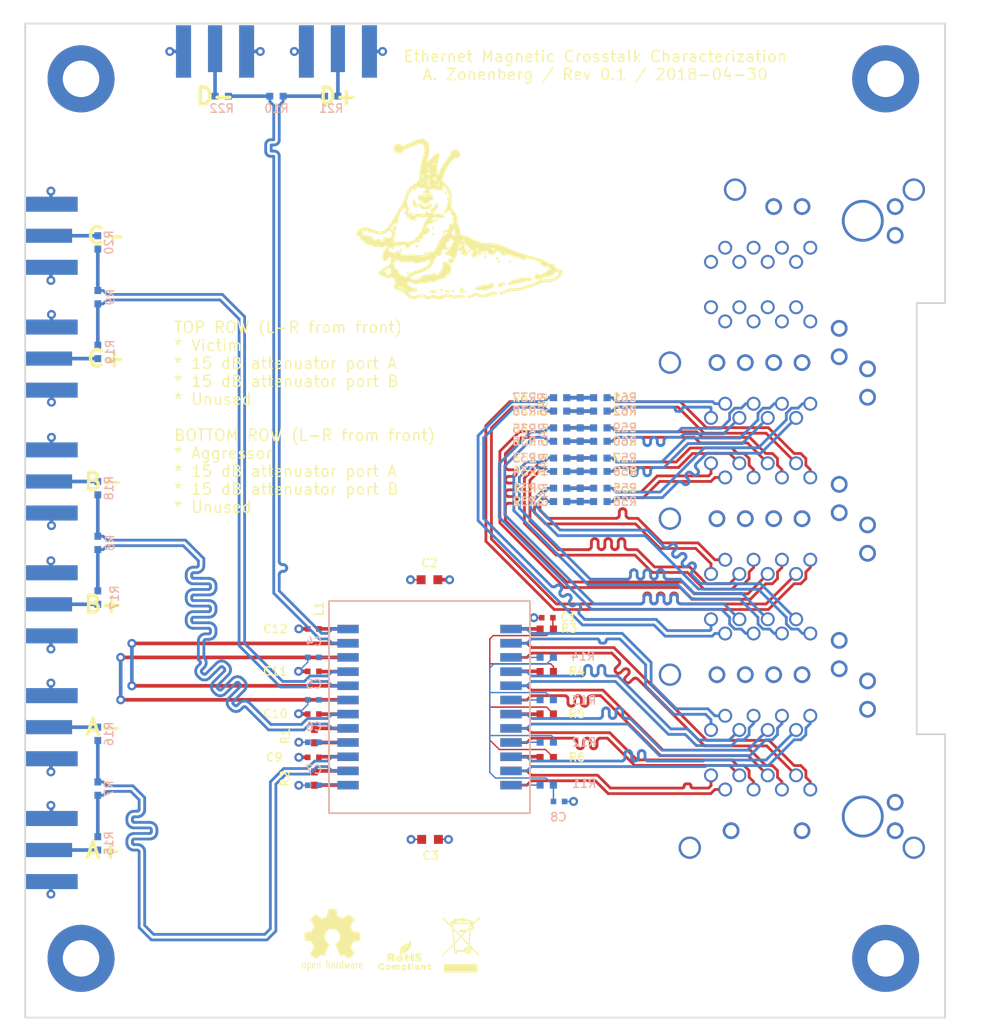
<source format=kicad_pcb>
(kicad_pcb (version 20171130) (host pcbnew "(5.0.0-rc2-dev-442-g8fcdc4f6c)")
  (layers (0 F.Cu signal) (1 In1.Cu signal) (2 In2.Cu signal) (31 B.Cu signal) (34 B.Paste user) (35 F.Paste user) (36 B.SilkS user) (37 F.SilkS user) (38 B.Mask user) (39 F.Mask user) (44 Edge.Cuts user))
  (net 0 "")
  (net 1 /SHLD)
  (net 2 /GND)
  (net 3 "Net-(C1-Pad2)")
  (net 4 "Net-(L1-Pad15)")
  (net 5 "Net-(L1-Pad9)")
  (net 6 "Net-(L1-Pad8)")
  (net 7 "Net-(L1-Pad11)")
  (net 8 "Net-(L1-Pad12)")
  (net 9 "Net-(L1-Pad24)")
  (net 10 "Net-(L1-Pad21)")
  (net 11 "Net-(L1-Pad18)")
  (net 12 /A_P)
  (net 13 /A_N)
  (net 14 /B_N)
  (net 15 /B_P)
  (net 16 /C_P)
  (net 17 /C_N)
  (net 18 /D_N)
  (net 19 /D_P)
  (net 20 "Net-(C8-Pad2)")
  (net 21 "Net-(L2-Pad24)")
  (net 22 "Net-(L2-Pad21)")
  (net 23 "Net-(L2-Pad18)")
  (net 24 "Net-(L2-Pad15)")
  (net 25 "Net-(C5-Pad2)")
  (net 26 "Net-(C12-Pad2)")
  (net 27 "Net-(C11-Pad2)")
  (net 28 "Net-(C10-Pad2)")
  (net 29 "Net-(C9-Pad2)")
  (net 30 "Net-(C7-Pad2)")
  (net 31 "Net-(C6-Pad2)")
  (net 32 "Net-(C4-Pad2)")
  (net 33 "Net-(J1-PadB9)")
  (net 34 "Net-(J1-PadB10)")
  (net 35 "Net-(J1-PadA9)")
  (net 36 "Net-(J1-PadA10)")
  (net 37 "Net-(J1-PadA11)")
  (net 38 "Net-(J1-PadA12)")
  (net 39 "Net-(J1-PadB11)")
  (net 40 "Net-(J1-PadB12)")
  (net 41 "Net-(L1-Pad3)")
  (net 42 "Net-(L1-Pad2)")
  (net 43 "Net-(MH2-Pad1)")
  (net 44 "Net-(MH3-Pad1)")
  (net 45 "Net-(MH4-Pad1)")
  (net 46 "Net-(MH1-Pad1)")
  (net 47 /AGG_D_N)
  (net 48 /AGG_D_P)
  (net 49 /AGG_C_N)
  (net 50 /AGG_C_P)
  (net 51 /AGG_B_N)
  (net 52 /AGG_B_P)
  (net 53 /AGG_A_N)
  (net 54 /AGG_A_P)
  (net 55 /VIC_D_N)
  (net 56 /VIC_D_P)
  (net 57 /VIC_C_N)
  (net 58 /VIC_C_P)
  (net 59 /VIC_B_N)
  (net 60 /VIC_B_P)
  (net 61 /VIC_A_N)
  (net 62 /VIC_A_P)
  (net 63 "Net-(J6-Pad1)")
  (net 64 "Net-(J2-Pad1)")
  (net 65 "Net-(J3-Pad1)")
  (net 66 "Net-(J4-Pad1)")
  (net 67 "Net-(J5-Pad1)")
  (net 68 "Net-(J7-Pad1)")
  (net 69 "Net-(J8-Pad1)")
  (net 70 "Net-(J9-Pad1)")
  (net 71 /A2X_C_P)
  (net 72 /A2Y_C_P)
  (net 73 /A2Y_D_P)
  (net 74 /A2X_D_P)
  (net 75 /A2X_C_N)
  (net 76 /A2Y_C_N)
  (net 77 /A2Y_A_P)
  (net 78 /A2Y_A_N)
  (net 79 /A2Y_B_N)
  (net 80 /A2Y_B_P)
  (net 81 /A2Y_D_N)
  (net 82 /A1Y_A_P)
  (net 83 /A1X_A_P)
  (net 84 /A1X_A_N)
  (net 85 /A1Y_A_N)
  (net 86 /A1Y_D_P)
  (net 87 /A1Y_D_N)
  (net 88 /A1X_C_P)
  (net 89 /A1Y_C_P)
  (net 90 /A2_A_N)
  (net 91 /A1Y_C_N)
  (net 92 /A1Y_B_P)
  (net 93 /A1Y_B_N)
  (net 94 /A2_D_N)
  (net 95 /A2_D_P)
  (net 96 /A2_C_N)
  (net 97 /A2_C_P)
  (net 98 /A2_B_N)
  (net 99 /A2_B_P)
  (net 100 /A2X_D_N)
  (net 101 /A2_A_P)
  (net 102 /A1_D_N)
  (net 103 /A1_D_P)
  (net 104 /A1_C_N)
  (net 105 /A1_B_N)
  (net 106 /A1_C_P)
  (net 107 /A1X_B_N)
  (net 108 /A1X_C_N)
  (net 109 /A1X_D_P)
  (net 110 /A1X_D_N)
  (net 111 /A2X_A_P)
  (net 112 /A2X_A_N)
  (net 113 /A2X_B_P)
  (net 114 /A2X_B_N)
  (net 115 /A1X_B_P)
  (net 116 /A1_A_P)
  (net 117 /A1_A_N)
  (net 118 /A1_B_P)
  (net 119 "Net-(J1-PadC9)")
  (net 120 "Net-(J1-PadC10)")
  (net 121 "Net-(J1-PadD9)")
  (net 122 "Net-(J1-PadD10)")
  (net 123 "Net-(J1-PadF9)")
  (net 124 "Net-(J1-PadD12)")
  (net 125 "Net-(J1-PadD11)")
  (net 126 "Net-(J1-PadF10)")
  (net 127 "Net-(J1-PadF12)")
  (net 128 "Net-(J1-PadF11)")
  (net 129 "Net-(J1-PadC11)")
  (net 130 "Net-(J1-PadE10)")
  (net 131 "Net-(J1-PadC12)")
  (net 132 "Net-(J1-PadE9)")
  (net 133 "Net-(J1-PadE11)")
  (net 134 "Net-(J1-PadE12)")
  (module azonenberg_pcb:EIA_0402_RES_NOSILK (layer F.Cu) (at 216.5 57.2)
    (fp_text reference R25 (at 2.2 0) (layer F.SilkS) (effects (font (size 0.75 0.75) (thickness 0.125))))
    (fp_text value 34.8 hide)
    (pad 2 smd rect (at 0.597 0) (size 0.635 0.61) (layers F.Cu F.Paste F.Mask) (net 118 /A1_B_P))
    (pad 1 smd rect (at -0.597 0) (size 0.635 0.61) (layers F.Cu F.Paste F.Mask) (net 92 /A1Y_B_P))
  )
  (module azonenberg_pcb:EIA_0402_RES_NOSILK (layer F.Cu) (at 216.5 55.7)
    (fp_text reference R24 (at 2.2 0) (layer F.SilkS) (effects (font (size 0.75 0.75) (thickness 0.125))))
    (fp_text value 34.8 hide)
    (pad 1 smd rect (at -0.597 0) (size 0.635 0.61) (layers F.Cu F.Paste F.Mask) (net 85 /A1Y_A_N))
    (pad 2 smd rect (at 0.597 0) (size 0.635 0.61) (layers F.Cu F.Paste F.Mask) (net 117 /A1_A_N))
  )
  (module azonenberg_pcb:EIA_0402_RES_NOSILK (layer F.Cu) (at 216.5 54.5)
    (fp_text reference R23 (at 2.2 0) (layer F.SilkS) (effects (font (size 0.75 0.75) (thickness 0.125))))
    (fp_text value 34.8 hide)
    (pad 2 smd rect (at 0.597 0) (size 0.635 0.61) (layers F.Cu F.Paste F.Mask) (net 116 /A1_A_P))
    (pad 1 smd rect (at -0.597 0) (size 0.635 0.61) (layers F.Cu F.Paste F.Mask) (net 82 /A1Y_A_P))
  )
  (module azonenberg_pcb:EIA_0402_RES_NOSILK (layer F.Cu) (at 212.9 57.2)
    (fp_text reference R49 (at -3.2 0) (layer F.SilkS) (effects (font (size 0.75 0.75) (thickness 0.125))))
    (fp_text value 34.8 hide)
    (pad 1 smd rect (at -0.597 0) (size 0.635 0.61) (layers F.Cu F.Paste F.Mask) (net 115 /A1X_B_P))
    (pad 2 smd rect (at 0.597 0) (size 0.635 0.61) (layers F.Cu F.Paste F.Mask) (net 92 /A1Y_B_P))
  )
  (module azonenberg_pcb:EIA_0402_RES_NOSILK (layer B.Cu) (at 216.5 61.1 180)
    (fp_text reference R58 (at -2.2 0 180) (layer B.SilkS) (effects (font (size 0.75 0.75) (thickness 0.125)) (justify mirror)))
    (fp_text value 34.8 hide)
    (pad 2 smd rect (at 0.597 0 180) (size 0.635 0.61) (layers B.Cu B.Paste B.Mask) (net 79 /A2Y_B_N))
    (pad 1 smd rect (at -0.597 0 180) (size 0.635 0.61) (layers B.Cu B.Paste B.Mask) (net 114 /A2X_B_N))
  )
  (module azonenberg_pcb:EIA_0402_RES_NOSILK (layer B.Cu) (at 216.5 59.9 180)
    (fp_text reference R57 (at -2.2 0 180) (layer B.SilkS) (effects (font (size 0.75 0.75) (thickness 0.125)) (justify mirror)))
    (fp_text value 34.8 hide)
    (pad 1 smd rect (at -0.597 0 180) (size 0.635 0.61) (layers B.Cu B.Paste B.Mask) (net 113 /A2X_B_P))
    (pad 2 smd rect (at 0.597 0 180) (size 0.635 0.61) (layers B.Cu B.Paste B.Mask) (net 80 /A2Y_B_P))
  )
  (module azonenberg_pcb:EIA_0402_RES_NOSILK (layer B.Cu) (at 216.5 63.8 180)
    (fp_text reference R56 (at -2.2 0 180) (layer B.SilkS) (effects (font (size 0.75 0.75) (thickness 0.125)) (justify mirror)))
    (fp_text value 34.8 hide)
    (pad 2 smd rect (at 0.597 0 180) (size 0.635 0.61) (layers B.Cu B.Paste B.Mask) (net 78 /A2Y_A_N))
    (pad 1 smd rect (at -0.597 0 180) (size 0.635 0.61) (layers B.Cu B.Paste B.Mask) (net 112 /A2X_A_N))
  )
  (module azonenberg_pcb:EIA_0402_RES_NOSILK (layer B.Cu) (at 216.5 62.6 180)
    (fp_text reference R55 (at -2.2 0 180) (layer B.SilkS) (effects (font (size 0.75 0.75) (thickness 0.125)) (justify mirror)))
    (fp_text value 34.8 hide)
    (pad 1 smd rect (at -0.597 0 180) (size 0.635 0.61) (layers B.Cu B.Paste B.Mask) (net 111 /A2X_A_P))
    (pad 2 smd rect (at 0.597 0 180) (size 0.635 0.61) (layers B.Cu B.Paste B.Mask) (net 77 /A2Y_A_P))
  )
  (module azonenberg_pcb:EIA_0402_RES_NOSILK (layer F.Cu) (at 212.9 62.6)
    (fp_text reference R54 (at -3.1 0) (layer F.SilkS) (effects (font (size 0.75 0.75) (thickness 0.125))))
    (fp_text value 34.8 hide)
    (pad 2 smd rect (at 0.597 0) (size 0.635 0.61) (layers F.Cu F.Paste F.Mask) (net 87 /A1Y_D_N))
    (pad 1 smd rect (at -0.597 0) (size 0.635 0.61) (layers F.Cu F.Paste F.Mask) (net 110 /A1X_D_N))
  )
  (module azonenberg_pcb:EIA_0402_RES_NOSILK (layer F.Cu) (at 212.9 63.8)
    (fp_text reference R53 (at -3.15 0) (layer F.SilkS) (effects (font (size 0.75 0.75) (thickness 0.125))))
    (fp_text value 34.8 hide)
    (pad 1 smd rect (at -0.597 0) (size 0.635 0.61) (layers F.Cu F.Paste F.Mask) (net 109 /A1X_D_P))
    (pad 2 smd rect (at 0.597 0) (size 0.635 0.61) (layers F.Cu F.Paste F.Mask) (net 86 /A1Y_D_P))
  )
  (module azonenberg_pcb:EIA_0402_RES_NOSILK (layer F.Cu) (at 212.9 61.1)
    (fp_text reference R52 (at -3.15 0) (layer F.SilkS) (effects (font (size 0.75 0.75) (thickness 0.125))))
    (fp_text value 34.8 hide)
    (pad 2 smd rect (at 0.597 0) (size 0.635 0.61) (layers F.Cu F.Paste F.Mask) (net 91 /A1Y_C_N))
    (pad 1 smd rect (at -0.597 0) (size 0.635 0.61) (layers F.Cu F.Paste F.Mask) (net 108 /A1X_C_N))
  )
  (module azonenberg_pcb:EIA_0402_RES_NOSILK (layer F.Cu) (at 212.9 58.4)
    (fp_text reference R50 (at -3.2 0) (layer F.SilkS) (effects (font (size 0.75 0.75) (thickness 0.125))))
    (fp_text value 34.8 hide)
    (pad 1 smd rect (at -0.597 0) (size 0.635 0.61) (layers F.Cu F.Paste F.Mask) (net 107 /A1X_B_N))
    (pad 2 smd rect (at 0.597 0) (size 0.635 0.61) (layers F.Cu F.Paste F.Mask) (net 93 /A1Y_B_N))
  )
  (module azonenberg_pcb:EIA_0402_RES_NOSILK (layer F.Cu) (at 216.5 59.9)
    (fp_text reference R27 (at 2.2 0) (layer F.SilkS) (effects (font (size 0.75 0.75) (thickness 0.125))))
    (fp_text value 34.8 hide)
    (pad 2 smd rect (at 0.597 0) (size 0.635 0.61) (layers F.Cu F.Paste F.Mask) (net 106 /A1_C_P))
    (pad 1 smd rect (at -0.597 0) (size 0.635 0.61) (layers F.Cu F.Paste F.Mask) (net 89 /A1Y_C_P))
  )
  (module azonenberg_pcb:EIA_0402_RES_NOSILK (layer F.Cu) (at 216.5 58.4)
    (fp_text reference R26 (at 2.2 0) (layer F.SilkS) (effects (font (size 0.75 0.75) (thickness 0.125))))
    (fp_text value 34.8 hide)
    (pad 1 smd rect (at -0.597 0) (size 0.635 0.61) (layers F.Cu F.Paste F.Mask) (net 93 /A1Y_B_N))
    (pad 2 smd rect (at 0.597 0) (size 0.635 0.61) (layers F.Cu F.Paste F.Mask) (net 105 /A1_B_N))
  )
  (module azonenberg_pcb:EIA_0402_RES_NOSILK (layer F.Cu) (at 216.5 61.1)
    (fp_text reference R28 (at 2.25 0) (layer F.SilkS) (effects (font (size 0.75 0.75) (thickness 0.125))))
    (fp_text value 34.8 hide)
    (pad 2 smd rect (at 0.597 0) (size 0.635 0.61) (layers F.Cu F.Paste F.Mask) (net 104 /A1_C_N))
    (pad 1 smd rect (at -0.597 0) (size 0.635 0.61) (layers F.Cu F.Paste F.Mask) (net 91 /A1Y_C_N))
  )
  (module azonenberg_pcb:EIA_0402_RES_NOSILK (layer F.Cu) (at 216.5 63.8)
    (fp_text reference R29 (at 2.2 0) (layer F.SilkS) (effects (font (size 0.75 0.75) (thickness 0.125))))
    (fp_text value 34.8 hide)
    (pad 1 smd rect (at -0.597 0) (size 0.635 0.61) (layers F.Cu F.Paste F.Mask) (net 86 /A1Y_D_P))
    (pad 2 smd rect (at 0.597 0) (size 0.635 0.61) (layers F.Cu F.Paste F.Mask) (net 103 /A1_D_P))
  )
  (module azonenberg_pcb:EIA_0402_RES_NOSILK (layer F.Cu) (at 216.5 62.6)
    (fp_text reference R30 (at 2.25 0) (layer F.SilkS) (effects (font (size 0.75 0.75) (thickness 0.125))))
    (fp_text value 34.8 hide)
    (pad 2 smd rect (at 0.597 0) (size 0.635 0.61) (layers F.Cu F.Paste F.Mask) (net 102 /A1_D_N))
    (pad 1 smd rect (at -0.597 0) (size 0.635 0.61) (layers F.Cu F.Paste F.Mask) (net 87 /A1Y_D_N))
  )
  (module azonenberg_pcb:EIA_0402_RES_NOSILK (layer B.Cu) (at 212.9 62.6 180)
    (fp_text reference R31 (at 3.2 0 180) (layer B.SilkS) (effects (font (size 0.75 0.75) (thickness 0.125)) (justify mirror)))
    (fp_text value 34.8 hide)
    (pad 1 smd rect (at -0.597 0 180) (size 0.635 0.61) (layers B.Cu B.Paste B.Mask) (net 77 /A2Y_A_P))
    (pad 2 smd rect (at 0.597 0 180) (size 0.635 0.61) (layers B.Cu B.Paste B.Mask) (net 101 /A2_A_P))
  )
  (module azonenberg_pcb:EIA_0402_RES_NOSILK (layer B.Cu) (at 216.5 55.7 180)
    (fp_text reference R62 (at -2.2 0 180) (layer B.SilkS) (effects (font (size 0.75 0.75) (thickness 0.125)) (justify mirror)))
    (fp_text value 34.8 hide)
    (pad 2 smd rect (at 0.597 0 180) (size 0.635 0.61) (layers B.Cu B.Paste B.Mask) (net 81 /A2Y_D_N))
    (pad 1 smd rect (at -0.597 0 180) (size 0.635 0.61) (layers B.Cu B.Paste B.Mask) (net 100 /A2X_D_N))
  )
  (module azonenberg_pcb:EIA_0402_RES_NOSILK (layer B.Cu) (at 212.9 59.9 180)
    (fp_text reference R33 (at 3.2 0 180) (layer B.SilkS) (effects (font (size 0.75 0.75) (thickness 0.125)) (justify mirror)))
    (fp_text value 34.8 hide)
    (pad 1 smd rect (at -0.597 0 180) (size 0.635 0.61) (layers B.Cu B.Paste B.Mask) (net 80 /A2Y_B_P))
    (pad 2 smd rect (at 0.597 0 180) (size 0.635 0.61) (layers B.Cu B.Paste B.Mask) (net 99 /A2_B_P))
  )
  (module azonenberg_pcb:EIA_0402_RES_NOSILK (layer B.Cu) (at 212.9 61.1 180)
    (fp_text reference R34 (at 3.2 0 180) (layer B.SilkS) (effects (font (size 0.75 0.75) (thickness 0.125)) (justify mirror)))
    (fp_text value 34.8 hide)
    (pad 2 smd rect (at 0.597 0 180) (size 0.635 0.61) (layers B.Cu B.Paste B.Mask) (net 98 /A2_B_N))
    (pad 1 smd rect (at -0.597 0 180) (size 0.635 0.61) (layers B.Cu B.Paste B.Mask) (net 79 /A2Y_B_N))
  )
  (module azonenberg_pcb:EIA_0402_RES_NOSILK (layer B.Cu) (at 212.9 57.2 180)
    (fp_text reference R35 (at 3.2 -0.1 180) (layer B.SilkS) (effects (font (size 0.75 0.75) (thickness 0.125)) (justify mirror)))
    (fp_text value 34.8 hide)
    (pad 1 smd rect (at -0.597 0 180) (size 0.635 0.61) (layers B.Cu B.Paste B.Mask) (net 72 /A2Y_C_P))
    (pad 2 smd rect (at 0.597 0 180) (size 0.635 0.61) (layers B.Cu B.Paste B.Mask) (net 97 /A2_C_P))
  )
  (module azonenberg_pcb:EIA_0402_RES_NOSILK (layer B.Cu) (at 212.9 58.4 180)
    (fp_text reference R36 (at 3.2 0 180) (layer B.SilkS) (effects (font (size 0.75 0.75) (thickness 0.125)) (justify mirror)))
    (fp_text value 34.8 hide)
    (pad 2 smd rect (at 0.597 0 180) (size 0.635 0.61) (layers B.Cu B.Paste B.Mask) (net 96 /A2_C_N))
    (pad 1 smd rect (at -0.597 0 180) (size 0.635 0.61) (layers B.Cu B.Paste B.Mask) (net 76 /A2Y_C_N))
  )
  (module azonenberg_pcb:EIA_0402_RES_NOSILK (layer B.Cu) (at 212.9 54.5 180)
    (fp_text reference R37 (at 3.2 0 180) (layer B.SilkS) (effects (font (size 0.75 0.75) (thickness 0.125)) (justify mirror)))
    (fp_text value 34.8 hide)
    (pad 1 smd rect (at -0.597 0 180) (size 0.635 0.61) (layers B.Cu B.Paste B.Mask) (net 73 /A2Y_D_P))
    (pad 2 smd rect (at 0.597 0 180) (size 0.635 0.61) (layers B.Cu B.Paste B.Mask) (net 95 /A2_D_P))
  )
  (module azonenberg_pcb:EIA_0402_RES_NOSILK (layer B.Cu) (at 212.9 55.7 180)
    (fp_text reference R38 (at 3.2 0 180) (layer B.SilkS) (effects (font (size 0.75 0.75) (thickness 0.125)) (justify mirror)))
    (fp_text value 34.8 hide)
    (pad 2 smd rect (at 0.597 0 180) (size 0.635 0.61) (layers B.Cu B.Paste B.Mask) (net 94 /A2_D_N))
    (pad 1 smd rect (at -0.597 0 180) (size 0.635 0.61) (layers B.Cu B.Paste B.Mask) (net 81 /A2Y_D_N))
  )
  (module azonenberg_pcb:EIA_0402_RES_NOSILK (layer F.Cu) (at 214.7 55.103 90)
    (fp_text reference R39 (at 0.003 -3.3 90) (layer F.SilkS) (effects (font (size 0.75 0.75) (thickness 0.125))))
    (fp_text value 36.5 hide)
    (pad 1 smd rect (at -0.597 0 90) (size 0.635 0.61) (layers F.Cu F.Paste F.Mask) (net 85 /A1Y_A_N))
    (pad 2 smd rect (at 0.597 0 90) (size 0.635 0.61) (layers F.Cu F.Paste F.Mask) (net 82 /A1Y_A_P))
  )
  (module azonenberg_pcb:EIA_0402_RES_NOSILK (layer F.Cu) (at 214.7 57.8 90)
    (fp_text reference R40 (at 0 -3.3 90) (layer F.SilkS) (effects (font (size 0.75 0.75) (thickness 0.125))))
    (fp_text value 36.5 hide)
    (pad 2 smd rect (at 0.597 0 90) (size 0.635 0.61) (layers F.Cu F.Paste F.Mask) (net 92 /A1Y_B_P))
    (pad 1 smd rect (at -0.597 0 90) (size 0.635 0.61) (layers F.Cu F.Paste F.Mask) (net 93 /A1Y_B_N))
  )
  (module azonenberg_pcb:EIA_0402_RES_NOSILK (layer F.Cu) (at 214.7 60.5 90)
    (fp_text reference R41 (at -0.003 -3.3 90) (layer F.SilkS) (effects (font (size 0.75 0.75) (thickness 0.125))))
    (fp_text value 36.5 hide)
    (pad 1 smd rect (at -0.597 0 90) (size 0.635 0.61) (layers F.Cu F.Paste F.Mask) (net 91 /A1Y_C_N))
    (pad 2 smd rect (at 0.597 0 90) (size 0.635 0.61) (layers F.Cu F.Paste F.Mask) (net 89 /A1Y_C_P))
  )
  (module azonenberg_pcb:EIA_0402_RES_NOSILK (layer B.Cu) (at 212.9 63.8 180)
    (fp_text reference R32 (at 3.2 0 180) (layer B.SilkS) (effects (font (size 0.75 0.75) (thickness 0.125)) (justify mirror)))
    (fp_text value 34.8 hide)
    (pad 2 smd rect (at 0.597 0 180) (size 0.635 0.61) (layers B.Cu B.Paste B.Mask) (net 90 /A2_A_N))
    (pad 1 smd rect (at -0.597 0 180) (size 0.635 0.61) (layers B.Cu B.Paste B.Mask) (net 78 /A2Y_A_N))
  )
  (module azonenberg_pcb:EIA_0402_RES_NOSILK (layer F.Cu) (at 212.9 59.9)
    (fp_text reference R51 (at -3.15 0) (layer F.SilkS) (effects (font (size 0.75 0.75) (thickness 0.125))))
    (fp_text value 34.8 hide)
    (pad 1 smd rect (at -0.597 0) (size 0.635 0.61) (layers F.Cu F.Paste F.Mask) (net 88 /A1X_C_P))
    (pad 2 smd rect (at 0.597 0) (size 0.635 0.61) (layers F.Cu F.Paste F.Mask) (net 89 /A1Y_C_P))
  )
  (module azonenberg_pcb:EIA_0402_RES_NOSILK (layer F.Cu) (at 214.7 63.2 270)
    (fp_text reference R42 (at 0 3.4 270) (layer F.SilkS) (effects (font (size 0.75 0.75) (thickness 0.125))))
    (fp_text value 36.5 hide)
    (pad 2 smd rect (at 0.597 0 270) (size 0.635 0.61) (layers F.Cu F.Paste F.Mask) (net 86 /A1Y_D_P))
    (pad 1 smd rect (at -0.597 0 270) (size 0.635 0.61) (layers F.Cu F.Paste F.Mask) (net 87 /A1Y_D_N))
  )
  (module azonenberg_pcb:EIA_0402_RES_NOSILK (layer F.Cu) (at 212.9 55.7)
    (fp_text reference R48 (at -3.2 0) (layer F.SilkS) (effects (font (size 0.75 0.75) (thickness 0.125))))
    (fp_text value 34.8 hide)
    (pad 1 smd rect (at -0.597 0) (size 0.635 0.61) (layers F.Cu F.Paste F.Mask) (net 84 /A1X_A_N))
    (pad 2 smd rect (at 0.597 0) (size 0.635 0.61) (layers F.Cu F.Paste F.Mask) (net 85 /A1Y_A_N))
  )
  (module azonenberg_pcb:EIA_0402_RES_NOSILK (layer F.Cu) (at 212.9 54.5)
    (fp_text reference R47 (at -3.2 0) (layer F.SilkS) (effects (font (size 0.75 0.75) (thickness 0.125))))
    (fp_text value 34.8 hide)
    (pad 2 smd rect (at 0.597 0) (size 0.635 0.61) (layers F.Cu F.Paste F.Mask) (net 82 /A1Y_A_P))
    (pad 1 smd rect (at -0.597 0) (size 0.635 0.61) (layers F.Cu F.Paste F.Mask) (net 83 /A1X_A_P))
  )
  (module azonenberg_pcb:EIA_0402_RES_NOSILK (layer B.Cu) (at 214.7 55.1 90)
    (fp_text reference R46 (at 0 -3.4 90) (layer B.SilkS) (effects (font (size 0.75 0.75) (thickness 0.125)) (justify mirror)))
    (fp_text value 36.5 hide)
    (pad 1 smd rect (at -0.597 0 90) (size 0.635 0.61) (layers B.Cu B.Paste B.Mask) (net 81 /A2Y_D_N))
    (pad 2 smd rect (at 0.597 0 90) (size 0.635 0.61) (layers B.Cu B.Paste B.Mask) (net 73 /A2Y_D_P))
  )
  (module azonenberg_pcb:EIA_0402_RES_NOSILK (layer B.Cu) (at 214.7 57.8 90)
    (fp_text reference R45 (at 0 -3.3 90) (layer B.SilkS) (effects (font (size 0.75 0.75) (thickness 0.125)) (justify mirror)))
    (fp_text value 36.5 hide)
    (pad 2 smd rect (at 0.597 0 90) (size 0.635 0.61) (layers B.Cu B.Paste B.Mask) (net 72 /A2Y_C_P))
    (pad 1 smd rect (at -0.597 0 90) (size 0.635 0.61) (layers B.Cu B.Paste B.Mask) (net 76 /A2Y_C_N))
  )
  (module azonenberg_pcb:EIA_0402_RES_NOSILK (layer B.Cu) (at 214.7 60.5 90)
    (fp_text reference R44 (at 0 -3.3 90) (layer B.SilkS) (effects (font (size 0.75 0.75) (thickness 0.125)) (justify mirror)))
    (fp_text value 36.5 hide)
    (pad 1 smd rect (at -0.597 0 90) (size 0.635 0.61) (layers B.Cu B.Paste B.Mask) (net 79 /A2Y_B_N))
    (pad 2 smd rect (at 0.597 0 90) (size 0.635 0.61) (layers B.Cu B.Paste B.Mask) (net 80 /A2Y_B_P))
  )
  (module azonenberg_pcb:EIA_0402_RES_NOSILK (layer B.Cu) (at 214.7 63.2 90)
    (fp_text reference R43 (at -0.003 -3.3 90) (layer B.SilkS) (effects (font (size 0.75 0.75) (thickness 0.125)) (justify mirror)))
    (fp_text value 36.5 hide)
    (pad 2 smd rect (at 0.597 0 90) (size 0.635 0.61) (layers B.Cu B.Paste B.Mask) (net 77 /A2Y_A_P))
    (pad 1 smd rect (at -0.597 0 90) (size 0.635 0.61) (layers B.Cu B.Paste B.Mask) (net 78 /A2Y_A_N))
  )
  (module azonenberg_pcb:EIA_0402_RES_NOSILK (layer B.Cu) (at 216.5 58.4 180)
    (fp_text reference R60 (at -2.2 0 180) (layer B.SilkS) (effects (font (size 0.75 0.75) (thickness 0.125)) (justify mirror)))
    (fp_text value 34.8 hide)
    (pad 1 smd rect (at -0.597 0 180) (size 0.635 0.61) (layers B.Cu B.Paste B.Mask) (net 75 /A2X_C_N))
    (pad 2 smd rect (at 0.597 0 180) (size 0.635 0.61) (layers B.Cu B.Paste B.Mask) (net 76 /A2Y_C_N))
  )
  (module azonenberg_pcb:EIA_0402_RES_NOSILK (layer B.Cu) (at 216.5 54.5 180)
    (fp_text reference R61 (at -2.2 0 180) (layer B.SilkS) (effects (font (size 0.75 0.75) (thickness 0.125)) (justify mirror)))
    (fp_text value 34.8 hide)
    (pad 2 smd rect (at 0.597 0 180) (size 0.635 0.61) (layers B.Cu B.Paste B.Mask) (net 73 /A2Y_D_P))
    (pad 1 smd rect (at -0.597 0 180) (size 0.635 0.61) (layers B.Cu B.Paste B.Mask) (net 74 /A2X_D_P))
  )
  (module azonenberg_pcb:EIA_0402_RES_NOSILK (layer B.Cu) (at 216.5 57.2 180)
    (fp_text reference R59 (at -2.2 0 180) (layer B.SilkS) (effects (font (size 0.75 0.75) (thickness 0.125)) (justify mirror)))
    (fp_text value 34.8 hide)
    (pad 1 smd rect (at -0.597 0 180) (size 0.635 0.61) (layers B.Cu B.Paste B.Mask) (net 71 /A2X_C_P))
    (pad 2 smd rect (at 0.597 0 180) (size 0.635 0.61) (layers B.Cu B.Paste B.Mask) (net 72 /A2Y_C_P))
  )
  (module azonenberg_pcb:EIA_0402_RES_NOSILK (layer B.Cu) (at 182.597 27.5 180)
    (fp_text reference R22 (at 0 -1.1 180) (layer B.SilkS) (effects (font (size 0.75 0.75) (thickness 0.125)) (justify mirror)))
    (fp_text value 953 hide)
    (pad 2 smd rect (at 0.597 0 180) (size 0.635 0.61) (layers B.Cu B.Paste B.Mask) (net 70 "Net-(J9-Pad1)"))
    (pad 1 smd rect (at -0.597 0 180) (size 0.635 0.61) (layers B.Cu B.Paste B.Mask) (net 18 /D_N))
  )
  (module azonenberg_pcb:EIA_0402_RES_NOSILK (layer B.Cu) (at 192.397 27.5)
    (fp_text reference R21 (at 0 1.1) (layer B.SilkS) (effects (font (size 0.75 0.75) (thickness 0.125)) (justify mirror)))
    (fp_text value 953 hide)
    (pad 1 smd rect (at -0.597 0) (size 0.635 0.61) (layers B.Cu B.Paste B.Mask) (net 19 /D_P))
    (pad 2 smd rect (at 0.597 0) (size 0.635 0.61) (layers B.Cu B.Paste B.Mask) (net 69 "Net-(J8-Pad1)"))
  )
  (module azonenberg_pcb:EIA_0402_RES_NOSILK (layer B.Cu) (at 171.5 40.597 90)
    (fp_text reference R20 (at 0 1 90) (layer B.SilkS) (effects (font (size 0.75 0.75) (thickness 0.125)) (justify mirror)))
    (fp_text value 953 hide)
    (pad 2 smd rect (at 0.597 0 90) (size 0.635 0.61) (layers B.Cu B.Paste B.Mask) (net 68 "Net-(J7-Pad1)"))
    (pad 1 smd rect (at -0.597 0 90) (size 0.635 0.61) (layers B.Cu B.Paste B.Mask) (net 17 /C_N))
  )
  (module azonenberg_pcb:EIA_0402_RES_NOSILK (layer B.Cu) (at 171.5 62.6 90)
    (fp_text reference R18 (at 0 1 90) (layer B.SilkS) (effects (font (size 0.75 0.75) (thickness 0.125)) (justify mirror)))
    (fp_text value 953 hide)
    (pad 1 smd rect (at -0.597 0 90) (size 0.635 0.61) (layers B.Cu B.Paste B.Mask) (net 14 /B_N))
    (pad 2 smd rect (at 0.597 0 90) (size 0.635 0.61) (layers B.Cu B.Paste B.Mask) (net 67 "Net-(J5-Pad1)"))
  )
  (module azonenberg_pcb:EIA_0402_RES_NOSILK (layer B.Cu) (at 171.5 72.397 270)
    (fp_text reference R17 (at 0 -1.5 270) (layer B.SilkS) (effects (font (size 0.75 0.75) (thickness 0.125)) (justify mirror)))
    (fp_text value 953 hide)
    (pad 2 smd rect (at 0.597 0 270) (size 0.635 0.61) (layers B.Cu B.Paste B.Mask) (net 66 "Net-(J4-Pad1)"))
    (pad 1 smd rect (at -0.597 0 270) (size 0.635 0.61) (layers B.Cu B.Paste B.Mask) (net 15 /B_P))
  )
  (module azonenberg_pcb:EIA_0402_RES_NOSILK (layer B.Cu) (at 171.5 84.597 90)
    (fp_text reference R16 (at -0.003 1 90) (layer B.SilkS) (effects (font (size 0.75 0.75) (thickness 0.125)) (justify mirror)))
    (fp_text value 953 hide)
    (pad 1 smd rect (at -0.597 0 90) (size 0.635 0.61) (layers B.Cu B.Paste B.Mask) (net 13 /A_N))
    (pad 2 smd rect (at 0.597 0 90) (size 0.635 0.61) (layers B.Cu B.Paste B.Mask) (net 65 "Net-(J3-Pad1)"))
  )
  (module azonenberg_pcb:EIA_0402_RES_NOSILK (layer B.Cu) (at 171.5 94.403 270)
    (fp_text reference R15 (at 0 -1 270) (layer B.SilkS) (effects (font (size 0.75 0.75) (thickness 0.125)) (justify mirror)))
    (fp_text value 953 hide)
    (pad 2 smd rect (at 0.597 0 270) (size 0.635 0.61) (layers B.Cu B.Paste B.Mask) (net 64 "Net-(J2-Pad1)"))
    (pad 1 smd rect (at -0.597 0 270) (size 0.635 0.61) (layers B.Cu B.Paste B.Mask) (net 12 /A_P))
  )
  (module azonenberg_pcb:EIA_0402_RES_NOSILK (layer B.Cu) (at 171.5 50.403 270)
    (fp_text reference R19 (at -0.003 -1.1 270) (layer B.SilkS) (effects (font (size 0.75 0.75) (thickness 0.125)) (justify mirror)))
    (fp_text value 953 hide)
    (pad 1 smd rect (at -0.597 0 270) (size 0.635 0.61) (layers B.Cu B.Paste B.Mask) (net 16 /C_P))
    (pad 2 smd rect (at 0.597 0 270) (size 0.635 0.61) (layers B.Cu B.Paste B.Mask) (net 63 "Net-(J6-Pad1)"))
  )
  (module azonenberg_pcb:MECHANICAL_CLEARANCEHOLE_4_40 (layer F.Cu) (at 242.05 25.95)
    (fp_text reference MH1 hide)
    (fp_text value Conn_01x01)
    (pad 1 thru_hole circle (at 0 0) (size 6 6) (drill 3.27) (layers *.Cu *.Mask) (net 46 "Net-(MH1-Pad1)"))
  )
  (module azonenberg_pcb:MECHANICAL_CLEARANCEHOLE_4_40 (layer F.Cu) (at 242.05 104.7)
    (fp_text reference MH4 hide)
    (fp_text value Conn_01x01)
    (pad 1 thru_hole circle (at 0 0) (size 6 6) (drill 3.27) (layers *.Cu *.Mask) (net 45 "Net-(MH4-Pad1)"))
  )
  (module azonenberg_pcb:MECHANICAL_CLEARANCEHOLE_4_40 (layer F.Cu) (at 170 25.95)
    (fp_text reference MH3 hide)
    (fp_text value Conn_01x01)
    (pad 1 thru_hole circle (at 0 0) (size 6 6) (drill 3.27) (layers *.Cu *.Mask) (net 44 "Net-(MH3-Pad1)"))
  )
  (module azonenberg_pcb:MECHANICAL_CLEARANCEHOLE_4_40 (layer F.Cu) (at 170 104.7)
    (fp_text reference MH2 hide)
    (fp_text value Conn_01x01)
    (pad 1 thru_hole circle (at 0 0) (size 6 6) (drill 3.27) (layers *.Cu *.Mask) (net 43 "Net-(MH2-Pad1)"))
  )
  (module azonenberg_pcb:BOURNS_PT61020EL (layer F.Cu) (at 201.2 82.2 270)
    (fp_text reference L1 (at -8.8 9.875 270) (layer F.SilkS) (effects (font (size 0.75 0.75) (thickness 0.125))))
    (fp_text value BOURNS_PT6120EL)
    (pad 24 smd rect (at -6.985 -7.3 270) (size 0.76 1.91) (layers F.Cu F.Paste F.Mask) (net 9 "Net-(L1-Pad24)"))
    (pad 23 smd rect (at -5.715 -7.3 270) (size 0.76 1.91) (layers F.Cu F.Paste F.Mask) (net 54 /AGG_A_P))
    (pad 22 smd rect (at -4.445 -7.3 270) (size 0.76 1.91) (layers F.Cu F.Paste F.Mask) (net 53 /AGG_A_N))
    (pad 21 smd rect (at -3.175 -7.3 270) (size 0.76 1.91) (layers F.Cu F.Paste F.Mask) (net 10 "Net-(L1-Pad21)"))
    (pad 20 smd rect (at -1.905 -7.3 270) (size 0.76 1.91) (layers F.Cu F.Paste F.Mask) (net 52 /AGG_B_P))
    (pad 19 smd rect (at -0.635 -7.3 270) (size 0.76 1.91) (layers F.Cu F.Paste F.Mask) (net 51 /AGG_B_N))
    (pad 18 smd rect (at 0.635 -7.3 270) (size 0.76 1.91) (layers F.Cu F.Paste F.Mask) (net 11 "Net-(L1-Pad18)"))
    (pad 17 smd rect (at 1.905 -7.3 270) (size 0.76 1.91) (layers F.Cu F.Paste F.Mask) (net 50 /AGG_C_P))
    (pad 16 smd rect (at 3.175 -7.3 270) (size 0.76 1.91) (layers F.Cu F.Paste F.Mask) (net 49 /AGG_C_N))
    (pad 15 smd rect (at 4.445 -7.3 270) (size 0.76 1.91) (layers F.Cu F.Paste F.Mask) (net 4 "Net-(L1-Pad15)"))
    (pad 14 smd rect (at 5.715 -7.3 270) (size 0.76 1.91) (layers F.Cu F.Paste F.Mask) (net 47 /AGG_D_N))
    (pad 13 smd rect (at 6.985 -7.3 270) (size 0.76 1.91) (layers F.Cu F.Paste F.Mask) (net 48 /AGG_D_P))
    (pad 12 smd rect (at 6.985 7.3 270) (size 0.76 1.91) (layers F.Cu F.Paste F.Mask) (net 8 "Net-(L1-Pad12)"))
    (pad 11 smd rect (at 5.715 7.3 270) (size 0.76 1.91) (layers F.Cu F.Paste F.Mask) (net 7 "Net-(L1-Pad11)"))
    (pad 10 smd rect (at 4.445 7.3 270) (size 0.76 1.91) (layers F.Cu F.Paste F.Mask) (net 29 "Net-(C9-Pad2)"))
    (pad 9 smd rect (at 3.175 7.3 270) (size 0.76 1.91) (layers F.Cu F.Paste F.Mask) (net 5 "Net-(L1-Pad9)"))
    (pad 8 smd rect (at 1.905 7.3 270) (size 0.76 1.91) (layers F.Cu F.Paste F.Mask) (net 6 "Net-(L1-Pad8)"))
    (pad 7 smd rect (at 0.635 7.3 270) (size 0.76 1.91) (layers F.Cu F.Paste F.Mask) (net 28 "Net-(C10-Pad2)"))
    (pad 6 smd rect (at -0.635 7.3 270) (size 0.76 1.91) (layers F.Cu F.Paste F.Mask) (net 41 "Net-(L1-Pad3)"))
    (pad 5 smd rect (at -1.905 7.3 270) (size 0.76 1.91) (layers F.Cu F.Paste F.Mask) (net 42 "Net-(L1-Pad2)"))
    (pad 4 smd rect (at -3.175 7.3 270) (size 0.76 1.91) (layers F.Cu F.Paste F.Mask) (net 27 "Net-(C11-Pad2)"))
    (pad 3 smd rect (at -4.445 7.3 270) (size 0.76 1.91) (layers F.Cu F.Paste F.Mask) (net 41 "Net-(L1-Pad3)"))
    (pad 2 smd rect (at -5.715 7.3 270) (size 0.76 1.91) (layers F.Cu F.Paste F.Mask) (net 42 "Net-(L1-Pad2)"))
    (pad 1 smd rect (at -6.985 7.3 270) (size 0.76 1.91) (layers F.Cu F.Paste F.Mask) (net 26 "Net-(C12-Pad2)"))
  )
  (module azonenberg_pcb:BOURNS_PT61020EL (layer B.Cu) (at 201.2 82.2 90)
    (fp_text reference L2 hide)
    (fp_text value BOURNS_PT6120EL)
    (pad 1 smd rect (at -6.985 -7.3 90) (size 0.76 1.91) (layers B.Cu B.Paste B.Mask) (net 30 "Net-(C7-Pad2)"))
    (pad 2 smd rect (at -5.715 -7.3 90) (size 0.76 1.91) (layers B.Cu B.Paste B.Mask) (net 12 /A_P))
    (pad 3 smd rect (at -4.445 -7.3 90) (size 0.76 1.91) (layers B.Cu B.Paste B.Mask) (net 13 /A_N))
    (pad 4 smd rect (at -3.175 -7.3 90) (size 0.76 1.91) (layers B.Cu B.Paste B.Mask) (net 31 "Net-(C6-Pad2)"))
    (pad 5 smd rect (at -1.905 -7.3 90) (size 0.76 1.91) (layers B.Cu B.Paste B.Mask) (net 15 /B_P))
    (pad 6 smd rect (at -0.635 -7.3 90) (size 0.76 1.91) (layers B.Cu B.Paste B.Mask) (net 14 /B_N))
    (pad 7 smd rect (at 0.635 -7.3 90) (size 0.76 1.91) (layers B.Cu B.Paste B.Mask) (net 25 "Net-(C5-Pad2)"))
    (pad 8 smd rect (at 1.905 -7.3 90) (size 0.76 1.91) (layers B.Cu B.Paste B.Mask) (net 16 /C_P))
    (pad 9 smd rect (at 3.175 -7.3 90) (size 0.76 1.91) (layers B.Cu B.Paste B.Mask) (net 17 /C_N))
    (pad 10 smd rect (at 4.445 -7.3 90) (size 0.76 1.91) (layers B.Cu B.Paste B.Mask) (net 32 "Net-(C4-Pad2)"))
    (pad 11 smd rect (at 5.715 -7.3 90) (size 0.76 1.91) (layers B.Cu B.Paste B.Mask) (net 18 /D_N))
    (pad 12 smd rect (at 6.985 -7.3 90) (size 0.76 1.91) (layers B.Cu B.Paste B.Mask) (net 19 /D_P))
    (pad 13 smd rect (at 6.985 7.3 90) (size 0.76 1.91) (layers B.Cu B.Paste B.Mask) (net 56 /VIC_D_P))
    (pad 14 smd rect (at 5.715 7.3 90) (size 0.76 1.91) (layers B.Cu B.Paste B.Mask) (net 55 /VIC_D_N))
    (pad 15 smd rect (at 4.445 7.3 90) (size 0.76 1.91) (layers B.Cu B.Paste B.Mask) (net 24 "Net-(L2-Pad15)"))
    (pad 16 smd rect (at 3.175 7.3 90) (size 0.76 1.91) (layers B.Cu B.Paste B.Mask) (net 57 /VIC_C_N))
    (pad 17 smd rect (at 1.905 7.3 90) (size 0.76 1.91) (layers B.Cu B.Paste B.Mask) (net 58 /VIC_C_P))
    (pad 18 smd rect (at 0.635 7.3 90) (size 0.76 1.91) (layers B.Cu B.Paste B.Mask) (net 23 "Net-(L2-Pad18)"))
    (pad 19 smd rect (at -0.635 7.3 90) (size 0.76 1.91) (layers B.Cu B.Paste B.Mask) (net 59 /VIC_B_N))
    (pad 20 smd rect (at -1.905 7.3 90) (size 0.76 1.91) (layers B.Cu B.Paste B.Mask) (net 60 /VIC_B_P))
    (pad 21 smd rect (at -3.175 7.3 90) (size 0.76 1.91) (layers B.Cu B.Paste B.Mask) (net 22 "Net-(L2-Pad21)"))
    (pad 22 smd rect (at -4.445 7.3 90) (size 0.76 1.91) (layers B.Cu B.Paste B.Mask) (net 61 /VIC_A_N))
    (pad 23 smd rect (at -5.715 7.3 90) (size 0.76 1.91) (layers B.Cu B.Paste B.Mask) (net 62 /VIC_A_P))
    (pad 24 smd rect (at -6.985 7.3 90) (size 0.76 1.91) (layers B.Cu B.Paste B.Mask) (net 21 "Net-(L2-Pad24)"))
  )
  (module azonenberg_pcb:CONN_SMA_EDGE_SAMTEC_SMA_J_P_H_ST_EM1 (layer B.Cu) (at 165 51 90)
    (fp_text reference J6 hide)
    (fp_text value SMA)
    (pad 2 smd rect (at -2.825 2.35 90) (size 1.35 4.7) (layers B.Cu B.Paste B.Mask) (net 2 /GND))
    (pad 2 smd rect (at 2.825 2.35 90) (size 1.35 4.7) (layers B.Cu B.Paste B.Mask) (net 2 /GND))
    (pad 1 smd rect (at 0 2.1 90) (size 1.27 4.2) (layers B.Cu B.Paste B.Mask) (net 63 "Net-(J6-Pad1)"))
  )
  (module azonenberg_pcb:CONN_SMA_EDGE_SAMTEC_SMA_J_P_H_ST_EM1 (layer B.Cu) (at 165 40 90)
    (fp_text reference J7 hide)
    (fp_text value SMA)
    (pad 1 smd rect (at 0 2.1 90) (size 1.27 4.2) (layers B.Cu B.Paste B.Mask) (net 68 "Net-(J7-Pad1)"))
    (pad 2 smd rect (at 2.825 2.35 90) (size 1.35 4.7) (layers B.Cu B.Paste B.Mask) (net 2 /GND))
    (pad 2 smd rect (at -2.825 2.35 90) (size 1.35 4.7) (layers B.Cu B.Paste B.Mask) (net 2 /GND))
  )
  (module azonenberg_pcb:CONN_SMA_EDGE_SAMTEC_SMA_J_P_H_ST_EM1 (layer B.Cu) (at 193 21.15)
    (fp_text reference J8 hide)
    (fp_text value SMA)
    (pad 2 smd rect (at -2.825 2.35) (size 1.35 4.7) (layers B.Cu B.Paste B.Mask) (net 2 /GND))
    (pad 2 smd rect (at 2.825 2.35) (size 1.35 4.7) (layers B.Cu B.Paste B.Mask) (net 2 /GND))
    (pad 1 smd rect (at 0 2.1) (size 1.27 4.2) (layers B.Cu B.Paste B.Mask) (net 69 "Net-(J8-Pad1)"))
  )
  (module azonenberg_pcb:CONN_SMA_EDGE_SAMTEC_SMA_J_P_H_ST_EM1 (layer B.Cu) (at 182 21.15)
    (fp_text reference J9 hide)
    (fp_text value SMA)
    (pad 1 smd rect (at 0 2.1) (size 1.27 4.2) (layers B.Cu B.Paste B.Mask) (net 70 "Net-(J9-Pad1)"))
    (pad 2 smd rect (at 2.825 2.35) (size 1.35 4.7) (layers B.Cu B.Paste B.Mask) (net 2 /GND))
    (pad 2 smd rect (at -2.825 2.35) (size 1.35 4.7) (layers B.Cu B.Paste B.Mask) (net 2 /GND))
  )
  (module azonenberg_pcb:CONN_SMA_EDGE_SAMTEC_SMA_J_P_H_ST_EM1 (layer B.Cu) (at 165 73 90)
    (fp_text reference J4 hide)
    (fp_text value SMA)
    (pad 2 smd rect (at -2.825 2.35 90) (size 1.35 4.7) (layers B.Cu B.Paste B.Mask) (net 2 /GND))
    (pad 2 smd rect (at 2.825 2.35 90) (size 1.35 4.7) (layers B.Cu B.Paste B.Mask) (net 2 /GND))
    (pad 1 smd rect (at 0 2.1 90) (size 1.27 4.2) (layers B.Cu B.Paste B.Mask) (net 66 "Net-(J4-Pad1)"))
  )
  (module azonenberg_pcb:CONN_SMA_EDGE_SAMTEC_SMA_J_P_H_ST_EM1 (layer B.Cu) (at 165 84 90)
    (fp_text reference J3 hide)
    (fp_text value SMA)
    (pad 1 smd rect (at 0 2.1 90) (size 1.27 4.2) (layers B.Cu B.Paste B.Mask) (net 65 "Net-(J3-Pad1)"))
    (pad 2 smd rect (at 2.825 2.35 90) (size 1.35 4.7) (layers B.Cu B.Paste B.Mask) (net 2 /GND))
    (pad 2 smd rect (at -2.825 2.35 90) (size 1.35 4.7) (layers B.Cu B.Paste B.Mask) (net 2 /GND))
  )
  (module azonenberg_pcb:CONN_SMA_EDGE_SAMTEC_SMA_J_P_H_ST_EM1 (layer B.Cu) (at 165 95 90)
    (fp_text reference J2 hide)
    (fp_text value SMA)
    (pad 2 smd rect (at -2.825 2.35 90) (size 1.35 4.7) (layers B.Cu B.Paste B.Mask) (net 2 /GND))
    (pad 2 smd rect (at 2.825 2.35 90) (size 1.35 4.7) (layers B.Cu B.Paste B.Mask) (net 2 /GND))
    (pad 1 smd rect (at 0 2.1 90) (size 1.27 4.2) (layers B.Cu B.Paste B.Mask) (net 64 "Net-(J2-Pad1)"))
  )
  (module azonenberg_pcb:CONN_SMA_EDGE_SAMTEC_SMA_J_P_H_ST_EM1 (layer B.Cu) (at 165 62 90)
    (fp_text reference J5 hide)
    (fp_text value SMA)
    (pad 1 smd rect (at 0 2.1 90) (size 1.27 4.2) (layers B.Cu B.Paste B.Mask) (net 67 "Net-(J5-Pad1)"))
    (pad 2 smd rect (at 2.825 2.35 90) (size 1.35 4.7) (layers B.Cu B.Paste B.Mask) (net 2 /GND))
    (pad 2 smd rect (at -2.825 2.35 90) (size 1.35 4.7) (layers B.Cu B.Paste B.Mask) (net 2 /GND))
  )
  (module azonenberg_pcb:CONN_STEWART_SS_74500_024 (layer F.Cu) (at 240 92 90)
    (fp_text reference J1 hide)
    (fp_text value STEWART_SS_74500_024)
    (pad A8 thru_hole circle (at 3.69 -13.59 90) (size 1.25 1.25) (drill 0.89) (layers *.Cu *.Mask) (net 47 /AGG_D_N))
    (pad A7 thru_hole circle (at 2.42 -12.32 90) (size 1.25 1.25) (drill 0.89) (layers *.Cu *.Mask) (net 48 /AGG_D_P))
    (pad A6 thru_hole circle (at 3.69 -11.05 90) (size 1.25 1.25) (drill 0.89) (layers *.Cu *.Mask) (net 49 /AGG_C_N))
    (pad A5 thru_hole circle (at 2.42 -9.78 90) (size 1.25 1.25) (drill 0.89) (layers *.Cu *.Mask) (net 50 /AGG_C_P))
    (pad A4 thru_hole circle (at 3.69 -8.51 90) (size 1.25 1.25) (drill 0.89) (layers *.Cu *.Mask) (net 51 /AGG_B_N))
    (pad A3 thru_hole circle (at 2.42 -7.24 90) (size 1.25 1.25) (drill 0.89) (layers *.Cu *.Mask) (net 52 /AGG_B_P))
    (pad A2 thru_hole circle (at 3.69 -5.97 90) (size 1.25 1.25) (drill 0.89) (layers *.Cu *.Mask) (net 53 /AGG_A_N))
    (pad A1 thru_hole circle (at 2.42 -4.7 90) (size 1.25 1.25) (drill 0.89) (layers *.Cu *.Mask) (net 54 /AGG_A_P))
    (pad B8 thru_hole circle (at 7.75 -13.59 90) (size 1.25 1.25) (drill 0.89) (layers *.Cu *.Mask) (net 55 /VIC_D_N))
    (pad B7 thru_hole circle (at 9.02 -12.32 90) (size 1.25 1.25) (drill 0.89) (layers *.Cu *.Mask) (net 56 /VIC_D_P))
    (pad B6 thru_hole circle (at 7.75 -11.05 90) (size 1.25 1.25) (drill 0.89) (layers *.Cu *.Mask) (net 57 /VIC_C_N))
    (pad B5 thru_hole circle (at 9.02 -9.78 90) (size 1.25 1.25) (drill 0.89) (layers *.Cu *.Mask) (net 58 /VIC_C_P))
    (pad B4 thru_hole circle (at 7.75 -8.51 90) (size 1.25 1.25) (drill 0.89) (layers *.Cu *.Mask) (net 59 /VIC_B_N))
    (pad B3 thru_hole circle (at 9.02 -7.24 90) (size 1.25 1.25) (drill 0.89) (layers *.Cu *.Mask) (net 60 /VIC_B_P))
    (pad B2 thru_hole circle (at 7.75 -5.97 90) (size 1.25 1.25) (drill 0.89) (layers *.Cu *.Mask) (net 61 /VIC_A_N))
    (pad B1 thru_hole circle (at 9.02 -4.7 90) (size 1.25 1.25) (drill 0.89) (layers *.Cu *.Mask) (net 62 /VIC_A_P))
    (pad SHLD thru_hole circle (at -2.79 -15.49 90) (size 2 2) (drill 1.57) (layers *.Cu *.Mask) (net 1 /SHLD))
    (pad SHLD thru_hole circle (at -2.79 4.57 90) (size 2 2) (drill 1.57) (layers *.Cu *.Mask) (net 1 /SHLD))
    (pad B9 thru_hole circle (at -1.27 -11.79 90) (size 1.5 1.5) (drill 1.02) (layers *.Cu *.Mask) (net 33 "Net-(J1-PadB9)"))
    (pad B10 thru_hole circle (at -1.27 -5.44 90) (size 1.5 1.5) (drill 1.02) (layers *.Cu *.Mask) (net 34 "Net-(J1-PadB10)"))
    (pad ~ thru_hole circle (at 0 0 90) (size 3.75 3.75) (drill 3.25) (layers *.Cu *.Mask))
    (pad A9 thru_hole circle (at -1.27 2.9 90) (size 1.5 1.5) (drill 1.02) (layers *.Cu *.Mask) (net 35 "Net-(J1-PadA9)"))
    (pad A10 thru_hole circle (at 1.27 2.9 90) (size 1.5 1.5) (drill 1.02) (layers *.Cu *.Mask) (net 36 "Net-(J1-PadA10)"))
    (pad A11 thru_hole circle (at 9.6 0.43 90) (size 1.5 1.5) (drill 1.02) (layers *.Cu *.Mask) (net 37 "Net-(J1-PadA11)"))
    (pad A12 thru_hole circle (at 12.14 0.43 90) (size 1.5 1.5) (drill 1.02) (layers *.Cu *.Mask) (net 38 "Net-(J1-PadA12)"))
    (pad C9 thru_hole circle (at 13.23 -2.11 90) (size 1.5 1.5) (drill 1.02) (layers *.Cu *.Mask) (net 119 "Net-(J1-PadC9)"))
    (pad C10 thru_hole circle (at 15.77 -2.11 90) (size 1.5 1.5) (drill 1.02) (layers *.Cu *.Mask) (net 120 "Net-(J1-PadC10)"))
    (pad D9 thru_hole circle (at 12.7 -13.06 90) (size 1.5 1.5) (drill 1.02) (layers *.Cu *.Mask) (net 121 "Net-(J1-PadD9)"))
    (pad B11 thru_hole circle (at 12.7 -10.52 90) (size 1.5 1.5) (drill 1.02) (layers *.Cu *.Mask) (net 39 "Net-(J1-PadB11)"))
    (pad D10 thru_hole circle (at 12.7 -7.98 90) (size 1.5 1.5) (drill 1.02) (layers *.Cu *.Mask) (net 122 "Net-(J1-PadD10)"))
    (pad B12 thru_hole circle (at 12.7 -5.44 90) (size 1.5 1.5) (drill 1.02) (layers *.Cu *.Mask) (net 40 "Net-(J1-PadB12)"))
    (pad SHLD thru_hole circle (at 12.7 -17.27 90) (size 2 2) (drill 1.57) (layers *.Cu *.Mask) (net 1 /SHLD))
    (pad C3 thru_hole circle (at 16.39 -7.24 90) (size 1.25 1.25) (drill 0.89) (layers *.Cu *.Mask) (net 99 /A2_B_P))
    (pad C8 thru_hole circle (at 17.66 -13.59 90) (size 1.25 1.25) (drill 0.89) (layers *.Cu *.Mask) (net 94 /A2_D_N))
    (pad D1 thru_hole circle (at 22.99 -4.7 90) (size 1.25 1.25) (drill 0.89) (layers *.Cu *.Mask) (net 83 /A1X_A_P))
    (pad D4 thru_hole circle (at 21.72 -8.51 90) (size 1.25 1.25) (drill 0.89) (layers *.Cu *.Mask) (net 107 /A1X_B_N))
    (pad C5 thru_hole circle (at 16.39 -9.78 90) (size 1.25 1.25) (drill 0.89) (layers *.Cu *.Mask) (net 97 /A2_C_P))
    (pad C4 thru_hole circle (at 17.66 -8.51 90) (size 1.25 1.25) (drill 0.89) (layers *.Cu *.Mask) (net 98 /A2_B_N))
    (pad C6 thru_hole circle (at 17.66 -11.05 90) (size 1.25 1.25) (drill 0.89) (layers *.Cu *.Mask) (net 96 /A2_C_N))
    (pad C1 thru_hole circle (at 16.39 -4.7 90) (size 1.25 1.25) (drill 0.89) (layers *.Cu *.Mask) (net 101 /A2_A_P))
    (pad C7 thru_hole circle (at 16.39 -12.32 90) (size 1.25 1.25) (drill 0.89) (layers *.Cu *.Mask) (net 95 /A2_D_P))
    (pad D7 thru_hole circle (at 22.99 -12.32 90) (size 1.25 1.25) (drill 0.89) (layers *.Cu *.Mask) (net 109 /A1X_D_P))
    (pad D5 thru_hole circle (at 22.99 -9.78 90) (size 1.25 1.25) (drill 0.89) (layers *.Cu *.Mask) (net 88 /A1X_C_P))
    (pad C2 thru_hole circle (at 17.66 -5.97 90) (size 1.25 1.25) (drill 0.89) (layers *.Cu *.Mask) (net 90 /A2_A_N))
    (pad D2 thru_hole circle (at 21.72 -5.97 90) (size 1.25 1.25) (drill 0.89) (layers *.Cu *.Mask) (net 84 /A1X_A_N))
    (pad D3 thru_hole circle (at 22.99 -7.24 90) (size 1.25 1.25) (drill 0.89) (layers *.Cu *.Mask) (net 115 /A1X_B_P))
    (pad D6 thru_hole circle (at 21.72 -11.05 90) (size 1.25 1.25) (drill 0.89) (layers *.Cu *.Mask) (net 108 /A1X_C_N))
    (pad D8 thru_hole circle (at 21.72 -13.59 90) (size 1.25 1.25) (drill 0.89) (layers *.Cu *.Mask) (net 110 /A1X_D_N))
    (pad E2 thru_hole circle (at 31.63 -5.97 90) (size 1.25 1.25) (drill 0.89) (layers *.Cu *.Mask) (net 117 /A1_A_N))
    (pad F1 thru_hole circle (at 36.96 -4.7 90) (size 1.25 1.25) (drill 0.89) (layers *.Cu *.Mask) (net 111 /A2X_A_P))
    (pad F5 thru_hole circle (at 36.96 -9.78 90) (size 1.25 1.25) (drill 0.89) (layers *.Cu *.Mask) (net 71 /A2X_C_P))
    (pad E4 thru_hole circle (at 31.63 -8.51 90) (size 1.25 1.25) (drill 0.89) (layers *.Cu *.Mask) (net 105 /A1_B_N))
    (pad F2 thru_hole circle (at 35.69 -5.97 90) (size 1.25 1.25) (drill 0.89) (layers *.Cu *.Mask) (net 112 /A2X_A_N))
    (pad F3 thru_hole circle (at 36.96 -7.24 90) (size 1.25 1.25) (drill 0.89) (layers *.Cu *.Mask) (net 113 /A2X_B_P))
    (pad E1 thru_hole circle (at 30.36 -4.7 90) (size 1.25 1.25) (drill 0.89) (layers *.Cu *.Mask) (net 116 /A1_A_P))
    (pad E7 thru_hole circle (at 30.36 -12.32 90) (size 1.25 1.25) (drill 0.89) (layers *.Cu *.Mask) (net 103 /A1_D_P))
    (pad F7 thru_hole circle (at 36.96 -12.32 90) (size 1.25 1.25) (drill 0.89) (layers *.Cu *.Mask) (net 74 /A2X_D_P))
    (pad E5 thru_hole circle (at 30.36 -9.78 90) (size 1.25 1.25) (drill 0.89) (layers *.Cu *.Mask) (net 106 /A1_C_P))
    (pad E6 thru_hole circle (at 31.63 -11.05 90) (size 1.25 1.25) (drill 0.89) (layers *.Cu *.Mask) (net 104 /A1_C_N))
    (pad F6 thru_hole circle (at 35.69 -11.05 90) (size 1.25 1.25) (drill 0.89) (layers *.Cu *.Mask) (net 75 /A2X_C_N))
    (pad E8 thru_hole circle (at 31.63 -13.59 90) (size 1.25 1.25) (drill 0.89) (layers *.Cu *.Mask) (net 102 /A1_D_N))
    (pad F8 thru_hole circle (at 35.69 -13.59 90) (size 1.25 1.25) (drill 0.89) (layers *.Cu *.Mask) (net 100 /A2X_D_N))
    (pad E3 thru_hole circle (at 30.36 -7.24 90) (size 1.25 1.25) (drill 0.89) (layers *.Cu *.Mask) (net 118 /A1_B_P))
    (pad F4 thru_hole circle (at 35.69 -8.51 90) (size 1.25 1.25) (drill 0.89) (layers *.Cu *.Mask) (net 114 /A2X_B_N))
    (pad G4 thru_hole circle (at 45.6 -8.51 90) (size 1.25 1.25) (drill 0.89) (layers *.Cu *.Mask))
    (pad H7 thru_hole circle (at 50.93 -12.32 90) (size 1.25 1.25) (drill 0.89) (layers *.Cu *.Mask))
    (pad G5 thru_hole circle (at 44.33 -9.78 90) (size 1.25 1.25) (drill 0.89) (layers *.Cu *.Mask))
    (pad H2 thru_hole circle (at 49.66 -5.97 90) (size 1.25 1.25) (drill 0.89) (layers *.Cu *.Mask))
    (pad G6 thru_hole circle (at 45.6 -11.05 90) (size 1.25 1.25) (drill 0.89) (layers *.Cu *.Mask))
    (pad H6 thru_hole circle (at 49.66 -11.05 90) (size 1.25 1.25) (drill 0.89) (layers *.Cu *.Mask))
    (pad G8 thru_hole circle (at 45.6 -13.59 90) (size 1.25 1.25) (drill 0.89) (layers *.Cu *.Mask))
    (pad H3 thru_hole circle (at 50.93 -7.24 90) (size 1.25 1.25) (drill 0.89) (layers *.Cu *.Mask))
    (pad G1 thru_hole circle (at 44.33 -4.7 90) (size 1.25 1.25) (drill 0.89) (layers *.Cu *.Mask))
    (pad G7 thru_hole circle (at 44.33 -12.32 90) (size 1.25 1.25) (drill 0.89) (layers *.Cu *.Mask))
    (pad G2 thru_hole circle (at 45.6 -5.97 90) (size 1.25 1.25) (drill 0.89) (layers *.Cu *.Mask))
    (pad H5 thru_hole circle (at 50.93 -9.78 90) (size 1.25 1.25) (drill 0.89) (layers *.Cu *.Mask))
    (pad H1 thru_hole circle (at 50.93 -4.7 90) (size 1.25 1.25) (drill 0.89) (layers *.Cu *.Mask))
    (pad H8 thru_hole circle (at 49.66 -13.59 90) (size 1.25 1.25) (drill 0.89) (layers *.Cu *.Mask))
    (pad G3 thru_hole circle (at 44.33 -7.24 90) (size 1.25 1.25) (drill 0.89) (layers *.Cu *.Mask))
    (pad H4 thru_hole circle (at 49.66 -8.51 90) (size 1.25 1.25) (drill 0.89) (layers *.Cu *.Mask))
    (pad SHLD thru_hole circle (at 26.67 -17.27 90) (size 2 2) (drill 1.57) (layers *.Cu *.Mask) (net 1 /SHLD))
    (pad SHLD thru_hole circle (at 40.64 -17.27 90) (size 2 2) (drill 1.57) (layers *.Cu *.Mask) (net 1 /SHLD))
    (pad F9 thru_hole circle (at 26.67 -13.06 90) (size 1.5 1.5) (drill 1.02) (layers *.Cu *.Mask) (net 123 "Net-(J1-PadF9)"))
    (pad D12 thru_hole circle (at 26.67 -5.44 90) (size 1.5 1.5) (drill 1.02) (layers *.Cu *.Mask) (net 124 "Net-(J1-PadD12)"))
    (pad D11 thru_hole circle (at 26.67 -10.52 90) (size 1.5 1.5) (drill 1.02) (layers *.Cu *.Mask) (net 125 "Net-(J1-PadD11)"))
    (pad F10 thru_hole circle (at 26.67 -7.98 90) (size 1.5 1.5) (drill 1.02) (layers *.Cu *.Mask) (net 126 "Net-(J1-PadF10)"))
    (pad H9 thru_hole circle (at 40.64 -13.06 90) (size 1.5 1.5) (drill 1.02) (layers *.Cu *.Mask))
    (pad F12 thru_hole circle (at 40.64 -5.44 90) (size 1.5 1.5) (drill 1.02) (layers *.Cu *.Mask) (net 127 "Net-(J1-PadF12)"))
    (pad F11 thru_hole circle (at 40.64 -10.52 90) (size 1.5 1.5) (drill 1.02) (layers *.Cu *.Mask) (net 128 "Net-(J1-PadF11)"))
    (pad H10 thru_hole circle (at 40.64 -7.98 90) (size 1.5 1.5) (drill 1.02) (layers *.Cu *.Mask))
    (pad C11 thru_hole circle (at 23.57 0.43 90) (size 1.5 1.5) (drill 1.02) (layers *.Cu *.Mask) (net 129 "Net-(J1-PadC11)"))
    (pad E10 thru_hole circle (at 29.74 -2.11 90) (size 1.5 1.5) (drill 1.02) (layers *.Cu *.Mask) (net 130 "Net-(J1-PadE10)"))
    (pad C12 thru_hole circle (at 26.11 0.43 90) (size 1.5 1.5) (drill 1.02) (layers *.Cu *.Mask) (net 131 "Net-(J1-PadC12)"))
    (pad E9 thru_hole circle (at 27.2 -2.11 90) (size 1.5 1.5) (drill 1.02) (layers *.Cu *.Mask) (net 132 "Net-(J1-PadE9)"))
    (pad G10 thru_hole circle (at 43.71 -2.11 90) (size 1.5 1.5) (drill 1.02) (layers *.Cu *.Mask))
    (pad E11 thru_hole circle (at 37.54 0.43 90) (size 1.5 1.5) (drill 1.02) (layers *.Cu *.Mask) (net 133 "Net-(J1-PadE11)"))
    (pad G9 thru_hole circle (at 41.17 -2.11 90) (size 1.5 1.5) (drill 1.02) (layers *.Cu *.Mask))
    (pad E12 thru_hole circle (at 40.08 0.43 90) (size 1.5 1.5) (drill 1.02) (layers *.Cu *.Mask) (net 134 "Net-(J1-PadE12)"))
    (pad ~ thru_hole circle (at 53.34 0 90) (size 3.75 3.75) (drill 3.25) (layers *.Cu *.Mask))
    (pad SHLD thru_hole circle (at 56.13 4.57 90) (size 2 2) (drill 1.57) (layers *.Cu *.Mask) (net 1 /SHLD))
    (pad G11 thru_hole circle (at 52.03 2.9 90) (size 1.5 1.5) (drill 1.02) (layers *.Cu *.Mask))
    (pad G12 thru_hole circle (at 54.61 2.9 90) (size 1.5 1.5) (drill 1.02) (layers *.Cu *.Mask))
    (pad H12 thru_hole circle (at 54.61 -5.44 90) (size 1.5 1.5) (drill 1.02) (layers *.Cu *.Mask))
    (pad H11 thru_hole circle (at 54.61 -7.98 90) (size 1.5 1.5) (drill 1.02) (layers *.Cu *.Mask))
    (pad SHLD thru_hole circle (at 56.13 -11.43 90) (size 2 2) (drill 1.57) (layers *.Cu *.Mask) (net 1 /SHLD))
  )
  (module azonenberg_pcb:EIA_0402_CAP_NOSILK (layer F.Cu) (at 211.75 74.2)
    (fp_text reference C1 (at 1.9 -0.05) (layer F.SilkS) (effects (font (size 0.75 0.75) (thickness 0.125))))
    (fp_text value "0.01 uF" hide)
    (pad 2 smd rect (at 0.5 0) (size 0.5 0.5) (layers F.Cu F.Paste F.Mask) (net 3 "Net-(C1-Pad2)"))
    (pad 1 smd rect (at -0.5 0) (size 0.5 0.5) (layers F.Cu F.Paste F.Mask) (net 1 /SHLD))
  )
  (module azonenberg_pcb:EIA_0402_CAP_NOSILK (layer B.Cu) (at 190.8 77.75)
    (fp_text reference C4 (at 0.05 -1.4) (layer B.SilkS) (effects (font (size 0.75 0.75) (thickness 0.125)) (justify mirror)))
    (fp_text value "0.1 uF" hide)
    (pad 1 smd rect (at -0.5 0) (size 0.5 0.5) (layers B.Cu B.Paste B.Mask) (net 2 /GND))
    (pad 2 smd rect (at 0.5 0) (size 0.5 0.5) (layers B.Cu B.Paste B.Mask) (net 32 "Net-(C4-Pad2)"))
  )
  (module azonenberg_pcb:EIA_0402_CAP_NOSILK (layer B.Cu) (at 190.8 85.35)
    (fp_text reference C6 (at 0.05 -1.4) (layer B.SilkS) (effects (font (size 0.75 0.75) (thickness 0.125)) (justify mirror)))
    (fp_text value "0.1 uF" hide)
    (pad 2 smd rect (at 0.5 0) (size 0.5 0.5) (layers B.Cu B.Paste B.Mask) (net 31 "Net-(C6-Pad2)"))
    (pad 1 smd rect (at -0.5 0) (size 0.5 0.5) (layers B.Cu B.Paste B.Mask) (net 2 /GND))
  )
  (module azonenberg_pcb:EIA_0402_CAP_NOSILK (layer B.Cu) (at 190.8 89.2)
    (fp_text reference C7 (at 0.05 -1.4) (layer B.SilkS) (effects (font (size 0.75 0.75) (thickness 0.125)) (justify mirror)))
    (fp_text value "0.1 uF" hide)
    (pad 1 smd rect (at -0.5 0) (size 0.5 0.5) (layers B.Cu B.Paste B.Mask) (net 2 /GND))
    (pad 2 smd rect (at 0.5 0) (size 0.5 0.5) (layers B.Cu B.Paste B.Mask) (net 30 "Net-(C7-Pad2)"))
  )
  (module azonenberg_pcb:EIA_0402_CAP_NOSILK (layer B.Cu) (at 212.799999 90.65 180)
    (fp_text reference C8 (at 0.05 -1.4 180) (layer B.SilkS) (effects (font (size 0.75 0.75) (thickness 0.125)) (justify mirror)))
    (fp_text value "0.01 uF" hide)
    (pad 2 smd rect (at 0.5 0 180) (size 0.5 0.5) (layers B.Cu B.Paste B.Mask) (net 20 "Net-(C8-Pad2)"))
    (pad 1 smd rect (at -0.5 0 180) (size 0.5 0.5) (layers B.Cu B.Paste B.Mask) (net 1 /SHLD))
  )
  (module azonenberg_pcb:EIA_0402_CAP_NOSILK (layer F.Cu) (at 190.800001 86.7)
    (fp_text reference C9 (at -3.500001 0) (layer F.SilkS) (effects (font (size 0.75 0.75) (thickness 0.125))))
    (fp_text value "0.1 uF" hide)
    (pad 1 smd rect (at -0.5 0) (size 0.5 0.5) (layers F.Cu F.Paste F.Mask) (net 2 /GND))
    (pad 2 smd rect (at 0.5 0) (size 0.5 0.5) (layers F.Cu F.Paste F.Mask) (net 29 "Net-(C9-Pad2)"))
  )
  (module azonenberg_pcb:EIA_0402_CAP_NOSILK (layer F.Cu) (at 190.8 82.825)
    (fp_text reference C10 (at -3.4 -0.025) (layer F.SilkS) (effects (font (size 0.75 0.75) (thickness 0.125))))
    (fp_text value "0.1 uF" hide)
    (pad 2 smd rect (at 0.5 0) (size 0.5 0.5) (layers F.Cu F.Paste F.Mask) (net 28 "Net-(C10-Pad2)"))
    (pad 1 smd rect (at -0.5 0) (size 0.5 0.5) (layers F.Cu F.Paste F.Mask) (net 2 /GND))
  )
  (module azonenberg_pcb:EIA_0402_CAP_NOSILK (layer F.Cu) (at 190.8 79)
    (fp_text reference C11 (at -3.425 0) (layer F.SilkS) (effects (font (size 0.75 0.75) (thickness 0.125))))
    (fp_text value "0.1 uF" hide)
    (pad 1 smd rect (at -0.5 0) (size 0.5 0.5) (layers F.Cu F.Paste F.Mask) (net 2 /GND))
    (pad 2 smd rect (at 0.5 0) (size 0.5 0.5) (layers F.Cu F.Paste F.Mask) (net 27 "Net-(C11-Pad2)"))
  )
  (module azonenberg_pcb:EIA_0402_CAP_NOSILK (layer F.Cu) (at 190.800001 75.2)
    (fp_text reference C12 (at -3.400001 0) (layer F.SilkS) (effects (font (size 0.75 0.75) (thickness 0.125))))
    (fp_text value "0.1 uF" hide)
    (pad 2 smd rect (at 0.5 0) (size 0.5 0.5) (layers F.Cu F.Paste F.Mask) (net 26 "Net-(C12-Pad2)"))
    (pad 1 smd rect (at -0.5 0) (size 0.5 0.5) (layers F.Cu F.Paste F.Mask) (net 2 /GND))
  )
  (module azonenberg_pcb:EIA_0402_CAP_NOSILK (layer B.Cu) (at 190.8 81.55)
    (fp_text reference C5 (at 0.05 -1.4) (layer B.SilkS) (effects (font (size 0.75 0.75) (thickness 0.125)) (justify mirror)))
    (fp_text value "0.1 uF" hide)
    (pad 1 smd rect (at -0.5 0) (size 0.5 0.5) (layers B.Cu B.Paste B.Mask) (net 2 /GND))
    (pad 2 smd rect (at 0.5 0) (size 0.5 0.5) (layers B.Cu B.Paste B.Mask) (net 25 "Net-(C5-Pad2)"))
  )
  (module azonenberg_pcb:EIA_0402_RES_NOSILK (layer B.Cu) (at 211.7 77.75 180)
    (fp_text reference R14 (at -3.25 0.1 180) (layer B.SilkS) (effects (font (size 0.75 0.75) (thickness 0.125)) (justify mirror)))
    (fp_text value 75 hide)
    (pad 2 smd rect (at 0.597 0 180) (size 0.635 0.61) (layers B.Cu B.Paste B.Mask) (net 24 "Net-(L2-Pad15)"))
    (pad 1 smd rect (at -0.597 0 180) (size 0.635 0.61) (layers B.Cu B.Paste B.Mask) (net 20 "Net-(C8-Pad2)"))
  )
  (module azonenberg_pcb:EIA_0402_RES_NOSILK (layer B.Cu) (at 211.7 81.55 180)
    (fp_text reference R13 (at -3.35 -0.05 180) (layer B.SilkS) (effects (font (size 0.75 0.75) (thickness 0.125)) (justify mirror)))
    (fp_text value 75 hide)
    (pad 1 smd rect (at -0.597 0 180) (size 0.635 0.61) (layers B.Cu B.Paste B.Mask) (net 20 "Net-(C8-Pad2)"))
    (pad 2 smd rect (at 0.597 0 180) (size 0.635 0.61) (layers B.Cu B.Paste B.Mask) (net 23 "Net-(L2-Pad18)"))
  )
  (module azonenberg_pcb:EIA_0402_RES_NOSILK (layer B.Cu) (at 211.703 85.35 180)
    (fp_text reference R12 (at -3.347 0 180) (layer B.SilkS) (effects (font (size 0.75 0.75) (thickness 0.125)) (justify mirror)))
    (fp_text value 75 hide)
    (pad 2 smd rect (at 0.597 0 180) (size 0.635 0.61) (layers B.Cu B.Paste B.Mask) (net 22 "Net-(L2-Pad21)"))
    (pad 1 smd rect (at -0.597 0 180) (size 0.635 0.61) (layers B.Cu B.Paste B.Mask) (net 20 "Net-(C8-Pad2)"))
  )
  (module azonenberg_pcb:EIA_0402_RES_NOSILK (layer B.Cu) (at 211.7 89.2 180)
    (fp_text reference R11 (at -3.35 0.15 180) (layer B.SilkS) (effects (font (size 0.75 0.75) (thickness 0.125)) (justify mirror)))
    (fp_text value 75 hide)
    (pad 1 smd rect (at -0.597 0 180) (size 0.635 0.61) (layers B.Cu B.Paste B.Mask) (net 20 "Net-(C8-Pad2)"))
    (pad 2 smd rect (at 0.597 0 180) (size 0.635 0.61) (layers B.Cu B.Paste B.Mask) (net 21 "Net-(L2-Pad24)"))
  )
  (module azonenberg_pcb:EIA_0402_RES_NOSILK (layer B.Cu) (at 187.5 27.5)
    (fp_text reference R10 (at 0 1.1) (layer B.SilkS) (effects (font (size 0.75 0.75) (thickness 0.125)) (justify mirror)))
    (fp_text value 100 hide)
    (pad 2 smd rect (at 0.597 0) (size 0.635 0.61) (layers B.Cu B.Paste B.Mask) (net 19 /D_P))
    (pad 1 smd rect (at -0.597 0) (size 0.635 0.61) (layers B.Cu B.Paste B.Mask) (net 18 /D_N))
  )
  (module azonenberg_pcb:EIA_0402_RES_NOSILK (layer B.Cu) (at 171.5 45.5 90)
    (fp_text reference R9 (at 0 1.1 90) (layer B.SilkS) (effects (font (size 0.75 0.75) (thickness 0.125)) (justify mirror)))
    (fp_text value 100 hide)
    (pad 1 smd rect (at -0.597 0 90) (size 0.635 0.61) (layers B.Cu B.Paste B.Mask) (net 16 /C_P))
    (pad 2 smd rect (at 0.597 0 90) (size 0.635 0.61) (layers B.Cu B.Paste B.Mask) (net 17 /C_N))
  )
  (module azonenberg_pcb:EIA_0402_RES_NOSILK (layer B.Cu) (at 171.5 67.5 90)
    (fp_text reference R8 (at 0 1.1 90) (layer B.SilkS) (effects (font (size 0.75 0.75) (thickness 0.125)) (justify mirror)))
    (fp_text value 100 hide)
    (pad 2 smd rect (at 0.597 0 90) (size 0.635 0.61) (layers B.Cu B.Paste B.Mask) (net 14 /B_N))
    (pad 1 smd rect (at -0.597 0 90) (size 0.635 0.61) (layers B.Cu B.Paste B.Mask) (net 15 /B_P))
  )
  (module azonenberg_pcb:EIA_0402_RES_NOSILK (layer B.Cu) (at 171.5 89.5 90)
    (fp_text reference R7 (at 0 1 90) (layer B.SilkS) (effects (font (size 0.75 0.75) (thickness 0.125)) (justify mirror)))
    (fp_text value 100 hide)
    (pad 1 smd rect (at -0.597 0 90) (size 0.635 0.61) (layers B.Cu B.Paste B.Mask) (net 12 /A_P))
    (pad 2 smd rect (at 0.597 0 90) (size 0.635 0.61) (layers B.Cu B.Paste B.Mask) (net 13 /A_N))
  )
  (module azonenberg_pcb:EIA_0402_RES_NOSILK (layer F.Cu) (at 211.7 82.8 180)
    (fp_text reference R5 (at -2.7 0 180) (layer F.SilkS) (effects (font (size 0.75 0.75) (thickness 0.125))))
    (fp_text value 75 hide)
    (pad 2 smd rect (at 0.597 0 180) (size 0.635 0.61) (layers F.Cu F.Paste F.Mask) (net 11 "Net-(L1-Pad18)"))
    (pad 1 smd rect (at -0.597 0 180) (size 0.635 0.61) (layers F.Cu F.Paste F.Mask) (net 3 "Net-(C1-Pad2)"))
  )
  (module azonenberg_pcb:EIA_0402_RES_NOSILK (layer F.Cu) (at 211.703 79 180)
    (fp_text reference R4 (at -2.697 0 180) (layer F.SilkS) (effects (font (size 0.75 0.75) (thickness 0.125))))
    (fp_text value 75 hide)
    (pad 1 smd rect (at -0.597 0 180) (size 0.635 0.61) (layers F.Cu F.Paste F.Mask) (net 3 "Net-(C1-Pad2)"))
    (pad 2 smd rect (at 0.597 0 180) (size 0.635 0.61) (layers F.Cu F.Paste F.Mask) (net 10 "Net-(L1-Pad21)"))
  )
  (module azonenberg_pcb:EIA_0402_RES_NOSILK (layer F.Cu) (at 211.703 75.2 180)
    (fp_text reference R3 (at -1.997 0.05 180) (layer F.SilkS) (effects (font (size 0.75 0.75) (thickness 0.125))))
    (fp_text value 75 hide)
    (pad 2 smd rect (at 0.597 0 180) (size 0.635 0.61) (layers F.Cu F.Paste F.Mask) (net 9 "Net-(L1-Pad24)"))
    (pad 1 smd rect (at -0.597 0 180) (size 0.635 0.61) (layers F.Cu F.Paste F.Mask) (net 3 "Net-(C1-Pad2)"))
  )
  (module azonenberg_pcb:EIA_0402_RES_NOSILK (layer F.Cu) (at 190.9 88.603 270)
    (fp_text reference R2 (at 0 2.65 270) (layer F.SilkS) (effects (font (size 0.75 0.75) (thickness 0.125))))
    (fp_text value 100 hide)
    (pad 1 smd rect (at -0.597 0 270) (size 0.635 0.61) (layers F.Cu F.Paste F.Mask) (net 7 "Net-(L1-Pad11)"))
    (pad 2 smd rect (at 0.597 0 270) (size 0.635 0.61) (layers F.Cu F.Paste F.Mask) (net 8 "Net-(L1-Pad12)"))
  )
  (module azonenberg_pcb:EIA_0402_RES_NOSILK (layer F.Cu) (at 190.9 84.8 270)
    (fp_text reference R1 (at 0 2.6 270) (layer F.SilkS) (effects (font (size 0.75 0.75) (thickness 0.125))))
    (fp_text value 100 hide)
    (pad 2 smd rect (at 0.597 0 270) (size 0.635 0.61) (layers F.Cu F.Paste F.Mask) (net 5 "Net-(L1-Pad9)"))
    (pad 1 smd rect (at -0.597 0 270) (size 0.635 0.61) (layers F.Cu F.Paste F.Mask) (net 6 "Net-(L1-Pad8)"))
  )
  (module azonenberg_pcb:EIA_0402_RES_NOSILK (layer F.Cu) (at 211.7 86.7 180)
    (fp_text reference R6 (at -2.7 0 180) (layer F.SilkS) (effects (font (size 0.75 0.75) (thickness 0.125))))
    (fp_text value 75 hide)
    (pad 1 smd rect (at -0.597 0 180) (size 0.635 0.61) (layers F.Cu F.Paste F.Mask) (net 3 "Net-(C1-Pad2)"))
    (pad 2 smd rect (at 0.597 0 180) (size 0.635 0.61) (layers F.Cu F.Paste F.Mask) (net 4 "Net-(L1-Pad15)"))
  )
  (module azonenberg_pcb:EIA_0603_CAP_NOSILK (layer F.Cu) (at 201.2 70.8 180)
    (fp_text reference C2 (at 0 1.5 180) (layer F.SilkS) (effects (font (size 0.75 0.75) (thickness 0.125))))
    (fp_text value "4.7 uF" hide)
    (pad 2 smd rect (at 0.75 0 180) (size 0.8 0.8) (layers F.Cu F.Paste F.Mask) (net 2 /GND))
    (pad 1 smd rect (at -0.75 0 180) (size 0.8 0.8) (layers F.Cu F.Paste F.Mask) (net 1 /SHLD))
  )
  (module azonenberg_pcb:EIA_0603_CAP_NOSILK (layer F.Cu) (at 201.25 94.05 180)
    (fp_text reference C3 (at -0.05 -1.45 180) (layer F.SilkS) (effects (font (size 0.75 0.75) (thickness 0.125))))
    (fp_text value "4.7 uF" hide)
    (pad 1 smd rect (at -0.75 0 180) (size 0.8 0.8) (layers F.Cu F.Paste F.Mask) (net 1 /SHLD))
    (pad 2 smd rect (at 0.75 0 180) (size 0.8 0.8) (layers F.Cu F.Paste F.Mask) (net 2 /GND))
  )
  (module azonenberg_pcb:LONGTHING-600DPI (layer F.Cu) (at 205 39.25)
    (fp_text reference G*** hide)
    (fp_text value LOGO hide)
  )
  (module w_logo:Logo_silk_OSHW_6x6mm (layer F.Cu) (at 192.5 102.5)
    (fp_text reference G*** hide)
    (fp_text value LOGO hide)
  )
  (module w_logo:Logo_silk_ROHS_5x2.8mm (layer F.Cu) (at 199 104.5)
    (fp_text reference G*** hide)
    (fp_text value LOGO hide)
  )
  (module w_logo:Logo_silk_WEEE_3.4x5mm (layer F.Cu) (at 204 103.5)
    (fp_text reference G*** hide)
    (fp_text value LOGO hide)
  )
  (gr_text A+ (at 172 95) (layer F.SilkS) (effects (font (size 1.5 1.5) (thickness 0.3))))
  (gr_text A- (at 172 84) (layer F.SilkS) (effects (font (size 1.5 1.5) (thickness 0.3))))
  (gr_text B- (at 172 62) (layer F.SilkS) (effects (font (size 1.5 1.5) (thickness 0.3))))
  (gr_text B+ (at 172 73) (layer F.SilkS) (effects (font (size 1.5 1.5) (thickness 0.3))))
  (gr_text C+ (at 172.25 51) (layer F.SilkS) (effects (font (size 1.5 1.5) (thickness 0.3))))
  (gr_text C- (at 172.25 40) (layer F.SilkS) (effects (font (size 1.5 1.5) (thickness 0.3))))
  (gr_text D+ (at 193 27.5) (layer F.SilkS) (effects (font (size 1.5 1.5) (thickness 0.3))))
  (gr_text D- (at 182 27.5) (layer F.SilkS) (effects (font (size 1.5 1.5) (thickness 0.3))))
  (gr_text "TOP ROW (L-R from front)\n* Victim\n* 15 dB attenuator port A\n* 15 dB attenuator port B\n* Unused\n\nBOTTOM ROW (L-R from front)\n* Aggressor\n* 15 dB attenuator port A\n* 15 dB attenuator port B\n* Unused" (at 178.25 56.25) (layer F.SilkS) (effects (font (size 1 1) (thickness 0.125)) (justify left)))
  (gr_text "Ethernet Magnetic Crosstalk Characterization\nA. Zonenberg / Rev 0.1 / 2018-04-30" (at 216.05 24.75) (layer F.SilkS) (effects (font (size 1 1) (thickness 0.125))))
  (gr_line (start 244.83 84.63) (end 247.37 84.63) (layer Edge.Cuts) (width 0.15))
  (gr_line (start 247.37 84.63) (end 247.37 110) (layer Edge.Cuts) (width 0.15))
  (gr_line (start 244.83 46.03) (end 247.37 46.03) (layer Edge.Cuts) (width 0.15))
  (gr_line (start 244.83 46.03) (end 244.83 84.63) (layer Edge.Cuts) (width 0.15))
  (gr_line (start 247.37 21) (end 165 21) (layer Edge.Cuts) (width 0.15))
  (gr_line (start 247.37 46.03) (end 247.37 21) (layer Edge.Cuts) (width 0.15))
  (gr_line (start 165 110) (end 247.37 110) (layer Edge.Cuts) (width 0.15))
  (gr_line (start 165 21) (end 165 110) (layer Edge.Cuts) (width 0.15))
  (segment (start 210.320001 84.4925) (end 217.342518 84.4925) (width 0.25) (layer F.Cu) (net 50))
  (segment (start 209.932501 84.105) (end 210.320001 84.4925) (width 0.25) (layer F.Cu) (net 50))
  (segment (start 208.5 84.105) (end 209.932501 84.105) (width 0.25) (layer F.Cu) (net 50))
  (segment (start 217.342518 84.4925) (end 219.779892 86.929874) (width 0.25) (layer F.Cu) (net 50))
  (segment (start 230.22 88.879964) (end 230.22 89.58) (width 0.25) (layer F.Cu) (net 50))
  (segment (start 229.825001 88.484965) (end 230.22 88.879964) (width 0.25) (layer F.Cu) (net 50))
  (segment (start 229.825001 87.889999) (end 229.825001 88.484965) (width 0.25) (layer F.Cu) (net 50))
  (segment (start 228.775035 87.434999) (end 229.370001 87.434999) (width 0.25) (layer F.Cu) (net 50))
  (segment (start 229.370001 87.434999) (end 229.825001 87.889999) (width 0.25) (layer F.Cu) (net 50))
  (segment (start 228.26991 86.929874) (end 228.775035 87.434999) (width 0.25) (layer F.Cu) (net 50))
  (segment (start 219.779892 86.929874) (end 228.26991 86.929874) (width 0.25) (layer F.Cu) (net 50))
  (segment (start 209.932501 80.295) (end 210.320001 80.6825) (width 0.25) (layer F.Cu) (net 52))
  (segment (start 208.5 80.295) (end 209.932501 80.295) (width 0.25) (layer F.Cu) (net 52))
  (segment (start 210.320001 80.6825) (end 216.732518 80.6825) (width 0.25) (layer F.Cu) (net 52))
  (segment (start 216.732518 80.6825) (end 222.102518 86.0525) (width 0.25) (layer F.Cu) (net 52))
  (segment (start 232.365001 87.889999) (end 232.365001 88.484965) (width 0.25) (layer F.Cu) (net 52))
  (segment (start 231.910001 87.434999) (end 232.365001 87.889999) (width 0.25) (layer F.Cu) (net 52))
  (segment (start 229.932536 86.0525) (end 231.315035 87.434999) (width 0.25) (layer F.Cu) (net 52))
  (segment (start 232.365001 88.484965) (end 232.76 88.879964) (width 0.25) (layer F.Cu) (net 52))
  (segment (start 232.76 88.879964) (end 232.76 89.58) (width 0.25) (layer F.Cu) (net 52))
  (segment (start 231.315035 87.434999) (end 231.910001 87.434999) (width 0.25) (layer F.Cu) (net 52))
  (segment (start 222.102518 86.0525) (end 229.932536 86.0525) (width 0.25) (layer F.Cu) (net 52))
  (segment (start 234.450001 87.434999) (end 234.905001 87.889999) (width 0.25) (layer F.Cu) (net 54))
  (segment (start 233.855035 87.434999) (end 234.450001 87.434999) (width 0.25) (layer F.Cu) (net 54))
  (segment (start 234.905001 87.889999) (end 234.905001 88.484965) (width 0.25) (layer F.Cu) (net 54))
  (segment (start 231.602538 85.182502) (end 233.855035 87.434999) (width 0.25) (layer F.Cu) (net 54))
  (segment (start 234.905001 88.484965) (end 235.3 88.879964) (width 0.25) (layer F.Cu) (net 54))
  (segment (start 235.3 88.879964) (end 235.3 89.58) (width 0.25) (layer F.Cu) (net 54))
  (segment (start 210.320001 76.8725) (end 217.722518 76.8725) (width 0.25) (layer F.Cu) (net 54))
  (segment (start 209.932501 76.485) (end 210.320001 76.8725) (width 0.25) (layer F.Cu) (net 54))
  (segment (start 208.5 76.485) (end 209.932501 76.485) (width 0.25) (layer F.Cu) (net 54))
  (segment (start 226.03252 85.182502) (end 231.602538 85.182502) (width 0.25) (layer F.Cu) (net 54))
  (segment (start 217.722518 76.8725) (end 226.03252 85.182502) (width 0.25) (layer F.Cu) (net 54))
  (segment (start 209.932501 89.185) (end 210.320001 88.7975) (width 0.25) (layer F.Cu) (net 48))
  (segment (start 210.320001 88.7975) (end 216.047482 88.7975) (width 0.25) (layer F.Cu) (net 48))
  (segment (start 208.5 89.185) (end 209.932501 89.185) (width 0.25) (layer F.Cu) (net 48))
  (segment (start 216.047482 88.7975) (end 217.197482 89.9475) (width 0.25) (layer F.Cu) (net 48))
  (segment (start 226.760018 89.58) (end 227.68 89.58) (width 0.25) (layer F.Cu) (net 48))
  (segment (start 226.392518 89.9475) (end 226.760018 89.58) (width 0.25) (layer F.Cu) (net 48))
  (segment (start 217.197482 89.9475) (end 226.392518 89.9475) (width 0.25) (layer F.Cu) (net 48))
  (segment (start 216.252518 88.3025) (end 210.320001 88.3025) (width 0.25) (layer F.Cu) (net 47))
  (segment (start 223.821958 89.4525) (end 217.402518 89.4525) (width 0.25) (layer F.Cu) (net 47))
  (segment (start 223.864019 89.44776) (end 223.821958 89.4525) (width 0.25) (layer F.Cu) (net 47))
  (segment (start 223.903971 89.433781) (end 223.864019 89.44776) (width 0.25) (layer F.Cu) (net 47))
  (segment (start 209.932501 87.915) (end 208.5 87.915) (width 0.25) (layer F.Cu) (net 47))
  (segment (start 223.93981 89.411261) (end 223.903971 89.433781) (width 0.25) (layer F.Cu) (net 47))
  (segment (start 217.402518 89.4525) (end 216.252518 88.3025) (width 0.25) (layer F.Cu) (net 47))
  (segment (start 223.99226 89.345492) (end 223.96974 89.381331) (width 0.25) (layer F.Cu) (net 47))
  (segment (start 224.006239 89.30554) (end 223.99226 89.345492) (width 0.25) (layer F.Cu) (net 47))
  (segment (start 224.029697 89.181465) (end 224.015718 89.221417) (width 0.25) (layer F.Cu) (net 47))
  (segment (start 224.615718 89.30554) (end 224.606239 89.221417) (width 0.25) (layer F.Cu) (net 47))
  (segment (start 224.2 89.074458) (end 224.157938 89.079197) (width 0.25) (layer F.Cu) (net 47))
  (segment (start 210.320001 88.3025) (end 209.932501 87.915) (width 0.25) (layer F.Cu) (net 47))
  (segment (start 224.629697 89.345492) (end 224.615718 89.30554) (width 0.25) (layer F.Cu) (net 47))
  (segment (start 224.117986 89.093176) (end 224.082147 89.115696) (width 0.25) (layer F.Cu) (net 47))
  (segment (start 224.682147 89.411261) (end 224.652217 89.381331) (width 0.25) (layer F.Cu) (net 47))
  (segment (start 226.41 88.31) (end 226.41 89.229982) (width 0.25) (layer F.Cu) (net 47))
  (segment (start 226.41 89.229982) (end 226.187482 89.4525) (width 0.25) (layer F.Cu) (net 47))
  (segment (start 224.015718 89.221417) (end 224.006239 89.30554) (width 0.25) (layer F.Cu) (net 47))
  (segment (start 224.717986 89.433781) (end 224.682147 89.411261) (width 0.25) (layer F.Cu) (net 47))
  (segment (start 223.96974 89.381331) (end 223.93981 89.411261) (width 0.25) (layer F.Cu) (net 47))
  (segment (start 226.187482 89.4525) (end 224.8 89.4525) (width 0.25) (layer F.Cu) (net 47))
  (segment (start 224.082147 89.115696) (end 224.052217 89.145626) (width 0.25) (layer F.Cu) (net 47))
  (segment (start 224.652217 89.381331) (end 224.629697 89.345492) (width 0.25) (layer F.Cu) (net 47))
  (segment (start 224.757938 89.44776) (end 224.717986 89.433781) (width 0.25) (layer F.Cu) (net 47))
  (segment (start 224.8 89.4525) (end 224.757938 89.44776) (width 0.25) (layer F.Cu) (net 47))
  (segment (start 224.157938 89.079197) (end 224.117986 89.093176) (width 0.25) (layer F.Cu) (net 47))
  (segment (start 224.606239 89.221417) (end 224.59226 89.181465) (width 0.25) (layer F.Cu) (net 47))
  (segment (start 224.56974 89.145626) (end 224.53981 89.115696) (width 0.25) (layer F.Cu) (net 47))
  (segment (start 224.503971 89.093176) (end 224.464019 89.079197) (width 0.25) (layer F.Cu) (net 47))
  (segment (start 224.59226 89.181465) (end 224.56974 89.145626) (width 0.25) (layer F.Cu) (net 47))
  (segment (start 224.53981 89.115696) (end 224.503971 89.093176) (width 0.25) (layer F.Cu) (net 47))
  (segment (start 224.464019 89.079197) (end 224.421958 89.074458) (width 0.25) (layer F.Cu) (net 47))
  (segment (start 224.421958 89.074458) (end 224.2 89.074458) (width 0.25) (layer F.Cu) (net 47))
  (segment (start 224.052217 89.145626) (end 224.029697 89.181465) (width 0.25) (layer F.Cu) (net 47))
  (segment (start 209.932501 85.375) (end 208.5 85.375) (width 0.25) (layer F.Cu) (net 49))
  (segment (start 214.230165 85.01721) (end 214.166756 84.995022) (width 0.25) (layer F.Cu) (net 49))
  (segment (start 214.334549 85.100454) (end 214.287046 85.052951) (width 0.25) (layer F.Cu) (net 49))
  (segment (start 214.37029 85.157335) (end 214.334549 85.100454) (width 0.25) (layer F.Cu) (net 49))
  (segment (start 214.407521 85.703686) (end 214.4 85.636929) (width 0.25) (layer F.Cu) (net 49))
  (segment (start 214.429709 85.767095) (end 214.407521 85.703686) (width 0.25) (layer F.Cu) (net 49))
  (segment (start 214.46545 85.823976) (end 214.429709 85.767095) (width 0.25) (layer F.Cu) (net 49))
  (segment (start 214.512953 85.871479) (end 214.46545 85.823976) (width 0.25) (layer F.Cu) (net 49))
  (segment (start 214.569834 85.90722) (end 214.512953 85.871479) (width 0.25) (layer F.Cu) (net 49))
  (segment (start 214.7 85.936929) (end 214.633243 85.929408) (width 0.25) (layer F.Cu) (net 49))
  (segment (start 214.766756 85.929408) (end 214.7 85.936929) (width 0.25) (layer F.Cu) (net 49))
  (segment (start 214.830165 85.90722) (end 214.766756 85.929408) (width 0.25) (layer F.Cu) (net 49))
  (segment (start 214.887046 85.871479) (end 214.830165 85.90722) (width 0.25) (layer F.Cu) (net 49))
  (segment (start 216.2 85.636929) (end 216.192478 85.703686) (width 0.25) (layer F.Cu) (net 49))
  (segment (start 214.633243 85.929408) (end 214.569834 85.90722) (width 0.25) (layer F.Cu) (net 49))
  (segment (start 216.030165 85.90722) (end 215.966756 85.929408) (width 0.25) (layer F.Cu) (net 49))
  (segment (start 214.97029 85.767095) (end 214.934549 85.823976) (width 0.25) (layer F.Cu) (net 49))
  (segment (start 216.087046 85.871479) (end 216.030165 85.90722) (width 0.25) (layer F.Cu) (net 49))
  (segment (start 215.769834 85.90722) (end 215.712953 85.871479) (width 0.25) (layer F.Cu) (net 49))
  (segment (start 214.392478 85.220744) (end 214.37029 85.157335) (width 0.25) (layer F.Cu) (net 49))
  (segment (start 216.134549 85.823976) (end 216.087046 85.871479) (width 0.25) (layer F.Cu) (net 49))
  (segment (start 216.17029 85.767095) (end 216.134549 85.823976) (width 0.25) (layer F.Cu) (net 49))
  (segment (start 215.966756 85.929408) (end 215.9 85.936929) (width 0.25) (layer F.Cu) (net 49))
  (segment (start 228.064874 87.424874) (end 219.574856 87.424874) (width 0.25) (layer F.Cu) (net 49))
  (segment (start 215.9 85.936929) (end 215.833243 85.929408) (width 0.25) (layer F.Cu) (net 49))
  (segment (start 219.574856 87.424874) (end 217.137482 84.9875) (width 0.25) (layer F.Cu) (net 49))
  (segment (start 216.192478 85.703686) (end 216.17029 85.767095) (width 0.25) (layer F.Cu) (net 49))
  (segment (start 214.992478 85.703686) (end 214.97029 85.767095) (width 0.25) (layer F.Cu) (net 49))
  (segment (start 215.169834 85.01721) (end 215.112953 85.052951) (width 0.25) (layer F.Cu) (net 49))
  (segment (start 216.369834 85.01721) (end 216.312953 85.052951) (width 0.25) (layer F.Cu) (net 49))
  (segment (start 214.4 85.2875) (end 214.392478 85.220744) (width 0.25) (layer F.Cu) (net 49))
  (segment (start 215.833243 85.929408) (end 215.769834 85.90722) (width 0.25) (layer F.Cu) (net 49))
  (segment (start 215.366756 84.995022) (end 215.3 84.9875) (width 0.25) (layer F.Cu) (net 49))
  (segment (start 216.229709 85.157335) (end 216.207521 85.220744) (width 0.25) (layer F.Cu) (net 49))
  (segment (start 215 85.2875) (end 215 85.636929) (width 0.25) (layer F.Cu) (net 49))
  (segment (start 216.207521 85.220744) (end 216.2 85.2875) (width 0.25) (layer F.Cu) (net 49))
  (segment (start 214.287046 85.052951) (end 214.230165 85.01721) (width 0.25) (layer F.Cu) (net 49))
  (segment (start 215.06545 85.100454) (end 215.029709 85.157335) (width 0.25) (layer F.Cu) (net 49))
  (segment (start 210.320001 84.9875) (end 209.932501 85.375) (width 0.25) (layer F.Cu) (net 49))
  (segment (start 228.95 88.31) (end 228.064874 87.424874) (width 0.25) (layer F.Cu) (net 49))
  (segment (start 216.26545 85.100454) (end 216.229709 85.157335) (width 0.25) (layer F.Cu) (net 49))
  (segment (start 215.66545 85.823976) (end 215.629709 85.767095) (width 0.25) (layer F.Cu) (net 49))
  (segment (start 214.166756 84.995022) (end 214.1 84.9875) (width 0.25) (layer F.Cu) (net 49))
  (segment (start 217.137482 84.9875) (end 216.5 84.9875) (width 0.25) (layer F.Cu) (net 49))
  (segment (start 215.487046 85.052951) (end 215.430165 85.01721) (width 0.25) (layer F.Cu) (net 49))
  (segment (start 216.312953 85.052951) (end 216.26545 85.100454) (width 0.25) (layer F.Cu) (net 49))
  (segment (start 215.629709 85.767095) (end 215.607521 85.703686) (width 0.25) (layer F.Cu) (net 49))
  (segment (start 215.592478 85.220744) (end 215.57029 85.157335) (width 0.25) (layer F.Cu) (net 49))
  (segment (start 215.6 85.636929) (end 215.6 85.2875) (width 0.25) (layer F.Cu) (net 49))
  (segment (start 215.607521 85.703686) (end 215.6 85.636929) (width 0.25) (layer F.Cu) (net 49))
  (segment (start 214.1 84.9875) (end 210.320001 84.9875) (width 0.25) (layer F.Cu) (net 49))
  (segment (start 215.6 85.2875) (end 215.592478 85.220744) (width 0.25) (layer F.Cu) (net 49))
  (segment (start 214.4 85.636929) (end 214.4 85.2875) (width 0.25) (layer F.Cu) (net 49))
  (segment (start 215.712953 85.871479) (end 215.66545 85.823976) (width 0.25) (layer F.Cu) (net 49))
  (segment (start 215.57029 85.157335) (end 215.534549 85.100454) (width 0.25) (layer F.Cu) (net 49))
  (segment (start 215.534549 85.100454) (end 215.487046 85.052951) (width 0.25) (layer F.Cu) (net 49))
  (segment (start 215.430165 85.01721) (end 215.366756 84.995022) (width 0.25) (layer F.Cu) (net 49))
  (segment (start 216.433243 84.995022) (end 216.369834 85.01721) (width 0.25) (layer F.Cu) (net 49))
  (segment (start 215.3 84.9875) (end 215.233243 84.995022) (width 0.25) (layer F.Cu) (net 49))
  (segment (start 216.5 84.9875) (end 216.433243 84.995022) (width 0.25) (layer F.Cu) (net 49))
  (segment (start 215.029709 85.157335) (end 215.007521 85.220744) (width 0.25) (layer F.Cu) (net 49))
  (segment (start 216.2 85.2875) (end 216.2 85.636929) (width 0.25) (layer F.Cu) (net 49))
  (segment (start 214.934549 85.823976) (end 214.887046 85.871479) (width 0.25) (layer F.Cu) (net 49))
  (segment (start 215.233243 84.995022) (end 215.169834 85.01721) (width 0.25) (layer F.Cu) (net 49))
  (segment (start 215.112953 85.052951) (end 215.06545 85.100454) (width 0.25) (layer F.Cu) (net 49))
  (segment (start 215.007521 85.220744) (end 215 85.2875) (width 0.25) (layer F.Cu) (net 49))
  (segment (start 215 85.636929) (end 214.992478 85.703686) (width 0.25) (layer F.Cu) (net 49))
  (segment (start 210.320001 81.1775) (end 209.932501 81.565) (width 0.25) (layer F.Cu) (net 51))
  (segment (start 213.366756 81.185022) (end 213.3 81.1775) (width 0.25) (layer F.Cu) (net 51))
  (segment (start 213.430165 81.20721) (end 213.366756 81.185022) (width 0.25) (layer F.Cu) (net 51))
  (segment (start 213.487046 81.242951) (end 213.430165 81.20721) (width 0.25) (layer F.Cu) (net 51))
  (segment (start 213.534549 81.290454) (end 213.487046 81.242951) (width 0.25) (layer F.Cu) (net 51))
  (segment (start 213.57029 81.347335) (end 213.534549 81.290454) (width 0.25) (layer F.Cu) (net 51))
  (segment (start 213.592478 81.410744) (end 213.57029 81.347335) (width 0.25) (layer F.Cu) (net 51))
  (segment (start 213.6 81.826928) (end 213.6 81.4775) (width 0.25) (layer F.Cu) (net 51))
  (segment (start 213.607521 81.893685) (end 213.6 81.826928) (width 0.25) (layer F.Cu) (net 51))
  (segment (start 213.629709 81.957094) (end 213.607521 81.893685) (width 0.25) (layer F.Cu) (net 51))
  (segment (start 213.66545 82.013975) (end 213.629709 81.957094) (width 0.25) (layer F.Cu) (net 51))
  (segment (start 213.769834 82.097219) (end 213.712953 82.061478) (width 0.25) (layer F.Cu) (net 51))
  (segment (start 213.966756 82.119407) (end 213.9 82.126928) (width 0.25) (layer F.Cu) (net 51))
  (segment (start 214.030165 82.097219) (end 213.966756 82.119407) (width 0.25) (layer F.Cu) (net 51))
  (segment (start 215.1 82.126928) (end 215.033243 82.119407) (width 0.25) (layer F.Cu) (net 51))
  (segment (start 215.287046 82.061478) (end 215.230165 82.097219) (width 0.25) (layer F.Cu) (net 51))
  (segment (start 214.207521 81.410744) (end 214.2 81.4775) (width 0.25) (layer F.Cu) (net 51))
  (segment (start 215.166756 82.119407) (end 215.1 82.126928) (width 0.25) (layer F.Cu) (net 51))
  (segment (start 214.5 81.1775) (end 214.433243 81.185022) (width 0.25) (layer F.Cu) (net 51))
  (segment (start 215.4 81.826928) (end 215.392478 81.893685) (width 0.25) (layer F.Cu) (net 51))
  (segment (start 214.26545 81.290454) (end 214.229709 81.347335) (width 0.25) (layer F.Cu) (net 51))
  (segment (start 215.033243 82.119407) (end 214.969834 82.097219) (width 0.25) (layer F.Cu) (net 51))
  (segment (start 215.407521 81.410744) (end 215.4 81.4775) (width 0.25) (layer F.Cu) (net 51))
  (segment (start 214.229709 81.347335) (end 214.207521 81.410744) (width 0.25) (layer F.Cu) (net 51))
  (segment (start 215.392478 81.893685) (end 215.37029 81.957094) (width 0.25) (layer F.Cu) (net 51))
  (segment (start 215.569834 81.20721) (end 215.512953 81.242951) (width 0.25) (layer F.Cu) (net 51))
  (segment (start 215.46545 81.290454) (end 215.429709 81.347335) (width 0.25) (layer F.Cu) (net 51))
  (segment (start 215.230165 82.097219) (end 215.166756 82.119407) (width 0.25) (layer F.Cu) (net 51))
  (segment (start 213.9 82.126928) (end 213.833243 82.119407) (width 0.25) (layer F.Cu) (net 51))
  (segment (start 215.37029 81.957094) (end 215.334549 82.013975) (width 0.25) (layer F.Cu) (net 51))
  (segment (start 215.512953 81.242951) (end 215.46545 81.290454) (width 0.25) (layer F.Cu) (net 51))
  (segment (start 229.7275 86.5475) (end 221.897482 86.5475) (width 0.25) (layer F.Cu) (net 51))
  (segment (start 214.134549 82.013975) (end 214.087046 82.061478) (width 0.25) (layer F.Cu) (net 51))
  (segment (start 215.7 81.1775) (end 215.633243 81.185022) (width 0.25) (layer F.Cu) (net 51))
  (segment (start 215.633243 81.185022) (end 215.569834 81.20721) (width 0.25) (layer F.Cu) (net 51))
  (segment (start 213.6 81.4775) (end 213.592478 81.410744) (width 0.25) (layer F.Cu) (net 51))
  (segment (start 215.4 81.4775) (end 215.4 81.826928) (width 0.25) (layer F.Cu) (net 51))
  (segment (start 214.17029 81.957094) (end 214.134549 82.013975) (width 0.25) (layer F.Cu) (net 51))
  (segment (start 213.833243 82.119407) (end 213.769834 82.097219) (width 0.25) (layer F.Cu) (net 51))
  (segment (start 214.969834 82.097219) (end 214.912953 82.061478) (width 0.25) (layer F.Cu) (net 51))
  (segment (start 214.8 81.826928) (end 214.8 81.4775) (width 0.25) (layer F.Cu) (net 51))
  (segment (start 214.312953 81.242951) (end 214.26545 81.290454) (width 0.25) (layer F.Cu) (net 51))
  (segment (start 216.527482 81.1775) (end 215.7 81.1775) (width 0.25) (layer F.Cu) (net 51))
  (segment (start 213.3 81.1775) (end 210.320001 81.1775) (width 0.25) (layer F.Cu) (net 51))
  (segment (start 214.192478 81.893685) (end 214.17029 81.957094) (width 0.25) (layer F.Cu) (net 51))
  (segment (start 215.429709 81.347335) (end 215.407521 81.410744) (width 0.25) (layer F.Cu) (net 51))
  (segment (start 214.912953 82.061478) (end 214.86545 82.013975) (width 0.25) (layer F.Cu) (net 51))
  (segment (start 214.734549 81.290454) (end 214.687046 81.242951) (width 0.25) (layer F.Cu) (net 51))
  (segment (start 214.86545 82.013975) (end 214.829709 81.957094) (width 0.25) (layer F.Cu) (net 51))
  (segment (start 214.829709 81.957094) (end 214.807521 81.893685) (width 0.25) (layer F.Cu) (net 51))
  (segment (start 214.807521 81.893685) (end 214.8 81.826928) (width 0.25) (layer F.Cu) (net 51))
  (segment (start 214.8 81.4775) (end 214.792478 81.410744) (width 0.25) (layer F.Cu) (net 51))
  (segment (start 214.792478 81.410744) (end 214.77029 81.347335) (width 0.25) (layer F.Cu) (net 51))
  (segment (start 209.932501 81.565) (end 208.5 81.565) (width 0.25) (layer F.Cu) (net 51))
  (segment (start 215.334549 82.013975) (end 215.287046 82.061478) (width 0.25) (layer F.Cu) (net 51))
  (segment (start 214.687046 81.242951) (end 214.630165 81.20721) (width 0.25) (layer F.Cu) (net 51))
  (segment (start 214.77029 81.347335) (end 214.734549 81.290454) (width 0.25) (layer F.Cu) (net 51))
  (segment (start 221.897482 86.5475) (end 216.527482 81.1775) (width 0.25) (layer F.Cu) (net 51))
  (segment (start 214.630165 81.20721) (end 214.566756 81.185022) (width 0.25) (layer F.Cu) (net 51))
  (segment (start 231.49 88.31) (end 229.7275 86.5475) (width 0.25) (layer F.Cu) (net 51))
  (segment (start 214.566756 81.185022) (end 214.5 81.1775) (width 0.25) (layer F.Cu) (net 51))
  (segment (start 214.087046 82.061478) (end 214.030165 82.097219) (width 0.25) (layer F.Cu) (net 51))
  (segment (start 214.433243 81.185022) (end 214.369834 81.20721) (width 0.25) (layer F.Cu) (net 51))
  (segment (start 214.369834 81.20721) (end 214.312953 81.242951) (width 0.25) (layer F.Cu) (net 51))
  (segment (start 214.2 81.4775) (end 214.2 81.826928) (width 0.25) (layer F.Cu) (net 51))
  (segment (start 213.712953 82.061478) (end 213.66545 82.013975) (width 0.25) (layer F.Cu) (net 51))
  (segment (start 214.2 81.826928) (end 214.192478 81.893685) (width 0.25) (layer F.Cu) (net 51))
  (segment (start 225.827473 85.677491) (end 231.397491 85.677491) (width 0.25) (layer F.Cu) (net 53))
  (segment (start 219.847038 79.697056) (end 225.827473 85.677491) (width 0.25) (layer F.Cu) (net 53))
  (segment (start 219.733989 79.626022) (end 219.794515 79.655169) (width 0.25) (layer F.Cu) (net 53))
  (segment (start 219.535822 79.626022) (end 219.601316 79.611073) (width 0.25) (layer F.Cu) (net 53))
  (segment (start 219.475296 79.655169) (end 219.535822 79.626022) (width 0.25) (layer F.Cu) (net 53))
  (segment (start 219.422773 79.697055) (end 219.475296 79.655169) (width 0.25) (layer F.Cu) (net 53))
  (segment (start 219.175693 79.944136) (end 219.422773 79.697055) (width 0.25) (layer F.Cu) (net 53))
  (segment (start 219.12317 79.986021) (end 219.175693 79.944136) (width 0.25) (layer F.Cu) (net 53))
  (segment (start 219.062644 80.015168) (end 219.12317 79.986021) (width 0.25) (layer F.Cu) (net 53))
  (segment (start 218.99715 80.030117) (end 219.062644 80.015168) (width 0.25) (layer F.Cu) (net 53))
  (segment (start 233.679982 87.959982) (end 234.03 88.31) (width 0.25) (layer F.Cu) (net 53))
  (segment (start 218.929971 80.030117) (end 218.99715 80.030117) (width 0.25) (layer F.Cu) (net 53))
  (segment (start 218.803951 79.986021) (end 218.864477 80.015168) (width 0.25) (layer F.Cu) (net 53))
  (segment (start 218.665447 79.765594) (end 218.680396 79.831088) (width 0.25) (layer F.Cu) (net 53))
  (segment (start 217.955423 79.137493) (end 218.015949 79.16664) (width 0.25) (layer F.Cu) (net 53))
  (segment (start 217.831868 78.98256) (end 217.861015 79.043086) (width 0.25) (layer F.Cu) (net 53))
  (segment (start 217.816919 78.917066) (end 217.831868 78.98256) (width 0.25) (layer F.Cu) (net 53))
  (segment (start 218.687294 78.777494) (end 218.752788 78.762545) (width 0.25) (layer F.Cu) (net 53))
  (segment (start 217.816919 78.849887) (end 217.816919 78.917066) (width 0.25) (layer F.Cu) (net 53))
  (segment (start 218.149982 78) (end 218.191867 78.052522) (width 0.25) (layer F.Cu) (net 53))
  (segment (start 218.626768 78.806641) (end 218.687294 78.777494) (width 0.25) (layer F.Cu) (net 53))
  (segment (start 217.861015 79.043086) (end 217.902901 79.095608) (width 0.25) (layer F.Cu) (net 53))
  (segment (start 217.861015 78.723867) (end 217.831868 78.784393) (width 0.25) (layer F.Cu) (net 53))
  (segment (start 218.221014 78.113048) (end 218.235963 78.178542) (width 0.25) (layer F.Cu) (net 53))
  (segment (start 209.932501 77.755) (end 210.320001 77.3675) (width 0.25) (layer F.Cu) (net 53))
  (segment (start 218.327165 79.095608) (end 218.574245 78.848527) (width 0.25) (layer F.Cu) (net 53))
  (segment (start 218.709543 79.891614) (end 218.751429 79.944136) (width 0.25) (layer F.Cu) (net 53))
  (segment (start 219.040395 79.220269) (end 218.99851 79.272792) (width 0.25) (layer F.Cu) (net 53))
  (segment (start 218.015949 79.16664) (end 218.081443 79.181589) (width 0.25) (layer F.Cu) (net 53))
  (segment (start 218.191867 78.371741) (end 218.149982 78.424264) (width 0.25) (layer F.Cu) (net 53))
  (segment (start 219.084491 79.094249) (end 219.069542 79.159743) (width 0.25) (layer F.Cu) (net 53))
  (segment (start 208.5 77.755) (end 209.932501 77.755) (width 0.25) (layer F.Cu) (net 53))
  (segment (start 218.149982 78.424264) (end 217.902901 78.671344) (width 0.25) (layer F.Cu) (net 53))
  (segment (start 217.902901 79.095608) (end 217.955423 79.137493) (width 0.25) (layer F.Cu) (net 53))
  (segment (start 218.221014 78.311215) (end 218.191867 78.371741) (width 0.25) (layer F.Cu) (net 53))
  (segment (start 218.191867 78.052522) (end 218.221014 78.113048) (width 0.25) (layer F.Cu) (net 53))
  (segment (start 218.751429 79.944136) (end 218.803951 79.986021) (width 0.25) (layer F.Cu) (net 53))
  (segment (start 217.831868 78.784393) (end 217.816919 78.849887) (width 0.25) (layer F.Cu) (net 53))
  (segment (start 218.574245 78.848527) (end 218.626768 78.806641) (width 0.25) (layer F.Cu) (net 53))
  (segment (start 231.397491 85.677491) (end 233.679982 87.959982) (width 0.25) (layer F.Cu) (net 53))
  (segment (start 218.864477 80.015168) (end 218.929971 80.030117) (width 0.25) (layer F.Cu) (net 53))
  (segment (start 217.902901 78.671344) (end 217.861015 78.723867) (width 0.25) (layer F.Cu) (net 53))
  (segment (start 218.235963 78.245721) (end 218.221014 78.311215) (width 0.25) (layer F.Cu) (net 53))
  (segment (start 219.794515 79.655169) (end 219.847038 79.697056) (width 0.25) (layer F.Cu) (net 53))
  (segment (start 218.081443 79.181589) (end 218.148622 79.181589) (width 0.25) (layer F.Cu) (net 53))
  (segment (start 218.148622 79.181589) (end 218.214116 79.16664) (width 0.25) (layer F.Cu) (net 53))
  (segment (start 218.214116 79.16664) (end 218.274642 79.137493) (width 0.25) (layer F.Cu) (net 53))
  (segment (start 218.819967 78.762545) (end 218.885461 78.777494) (width 0.25) (layer F.Cu) (net 53))
  (segment (start 219.601316 79.611073) (end 219.668495 79.611073) (width 0.25) (layer F.Cu) (net 53))
  (segment (start 218.885461 78.777494) (end 218.945987 78.806641) (width 0.25) (layer F.Cu) (net 53))
  (segment (start 218.945987 78.806641) (end 218.99851 78.848528) (width 0.25) (layer F.Cu) (net 53))
  (segment (start 218.99851 78.848528) (end 219.040395 78.90105) (width 0.25) (layer F.Cu) (net 53))
  (segment (start 219.040395 78.90105) (end 219.069542 78.961576) (width 0.25) (layer F.Cu) (net 53))
  (segment (start 219.668495 79.611073) (end 219.733989 79.626022) (width 0.25) (layer F.Cu) (net 53))
  (segment (start 210.320001 77.3675) (end 217.517482 77.3675) (width 0.25) (layer F.Cu) (net 53))
  (segment (start 219.069542 78.961576) (end 219.084491 79.02707) (width 0.25) (layer F.Cu) (net 53))
  (segment (start 219.084491 79.02707) (end 219.084491 79.094249) (width 0.25) (layer F.Cu) (net 53))
  (segment (start 218.680396 79.831088) (end 218.709543 79.891614) (width 0.25) (layer F.Cu) (net 53))
  (segment (start 219.069542 79.159743) (end 219.040395 79.220269) (width 0.25) (layer F.Cu) (net 53))
  (segment (start 217.517482 77.3675) (end 218.149982 78) (width 0.25) (layer F.Cu) (net 53))
  (segment (start 218.235963 78.178542) (end 218.235963 78.245721) (width 0.25) (layer F.Cu) (net 53))
  (segment (start 218.274642 79.137493) (end 218.327165 79.095608) (width 0.25) (layer F.Cu) (net 53))
  (segment (start 218.751429 79.519872) (end 218.709543 79.572395) (width 0.25) (layer F.Cu) (net 53))
  (segment (start 218.99851 79.272792) (end 218.751429 79.519872) (width 0.25) (layer F.Cu) (net 53))
  (segment (start 218.752788 78.762545) (end 218.819967 78.762545) (width 0.25) (layer F.Cu) (net 53))
  (segment (start 218.709543 79.572395) (end 218.680396 79.632921) (width 0.25) (layer F.Cu) (net 53))
  (segment (start 218.680396 79.632921) (end 218.665447 79.698415) (width 0.25) (layer F.Cu) (net 53))
  (segment (start 218.665447 79.698415) (end 218.665447 79.765594) (width 0.25) (layer F.Cu) (net 53))
  (via (at 173.55 77.75) (size 0.8) (drill 0.4) (layers F.Cu B.Cu) (net 41))
  (segment (start 173.555 77.755) (end 173.55 77.75) (width 0.328) (layer F.Cu) (net 41))
  (segment (start 193.9 77.755) (end 173.555 77.755) (width 0.328) (layer F.Cu) (net 41))
  (via (at 173.55 81.55) (size 0.8) (drill 0.4) (layers F.Cu B.Cu) (net 41))
  (segment (start 173.55 77.75) (end 173.55 81.55) (width 0.328) (layer B.Cu) (net 41))
  (segment (start 193.885 81.55) (end 193.9 81.565) (width 0.328) (layer F.Cu) (net 41))
  (segment (start 173.55 81.55) (end 193.885 81.55) (width 0.328) (layer F.Cu) (net 41))
  (segment (start 174.555 80.295) (end 174.55 80.3) (width 0.328) (layer F.Cu) (net 42))
  (via (at 174.55 80.3) (size 0.8) (drill 0.4) (layers F.Cu B.Cu) (net 42))
  (segment (start 193.9 80.295) (end 174.555 80.295) (width 0.328) (layer F.Cu) (net 42))
  (via (at 174.55 76.5) (size 0.8) (drill 0.4) (layers F.Cu B.Cu) (net 42))
  (segment (start 174.55 80.3) (end 174.55 76.5) (width 0.328) (layer B.Cu) (net 42))
  (segment (start 193.885 76.5) (end 193.9 76.485) (width 0.328) (layer F.Cu) (net 42))
  (segment (start 174.55 76.5) (end 193.885 76.5) (width 0.328) (layer F.Cu) (net 42))
  (segment (start 191.325 79.025) (end 191.3 79) (width 0.328) (layer F.Cu) (net 27))
  (segment (start 193.9 79.025) (end 191.325 79.025) (width 0.328) (layer F.Cu) (net 27))
  (via (at 189.475 79) (size 0.8) (drill 0.4) (layers F.Cu B.Cu) (net 2))
  (segment (start 190.3 79) (end 189.475 79) (width 0.328) (layer F.Cu) (net 2))
  (segment (start 189.5 82.825) (end 189.475 82.8) (width 0.328) (layer F.Cu) (net 2))
  (via (at 189.475 82.8) (size 0.8) (drill 0.4) (layers F.Cu B.Cu) (net 2))
  (segment (start 190.3 82.825) (end 189.5 82.825) (width 0.328) (layer F.Cu) (net 2))
  (via (at 189.5 86.7) (size 0.8) (drill 0.4) (layers F.Cu B.Cu) (net 2))
  (segment (start 190.300001 86.7) (end 189.5 86.7) (width 0.328) (layer F.Cu) (net 2))
  (via (at 189.5 75.2) (size 0.8) (drill 0.4) (layers F.Cu B.Cu) (net 2))
  (segment (start 190.300001 75.2) (end 189.5 75.2) (width 0.328) (layer F.Cu) (net 2))
  (segment (start 212.2845 86.7) (end 211.5845 86) (width 0.125) (layer F.Cu) (net 3))
  (segment (start 212.297 86.7) (end 212.2845 86.7) (width 0.125) (layer F.Cu) (net 3))
  (segment (start 207.452498 86) (end 206.6 85.147502) (width 0.125) (layer F.Cu) (net 3))
  (segment (start 211.5845 86) (end 207.452498 86) (width 0.125) (layer F.Cu) (net 3))
  (segment (start 206.6 76.1) (end 206.9 75.8) (width 0.125) (layer F.Cu) (net 3))
  (segment (start 212.2875 75.2) (end 212.3 75.2) (width 0.125) (layer F.Cu) (net 3))
  (segment (start 211.6875 75.8) (end 212.2875 75.2) (width 0.125) (layer F.Cu) (net 3))
  (segment (start 206.9 75.8) (end 211.6875 75.8) (width 0.125) (layer F.Cu) (net 3))
  (segment (start 212.3 78.57) (end 212.3 79) (width 0.125) (layer F.Cu) (net 3))
  (segment (start 212.052501 78.322501) (end 212.3 78.57) (width 0.125) (layer F.Cu) (net 3))
  (segment (start 206.6 78.1) (end 206.6 76.1) (width 0.125) (layer F.Cu) (net 3))
  (segment (start 206.622501 78.322501) (end 206.6 78.3) (width 0.125) (layer F.Cu) (net 3))
  (segment (start 212.052501 78.322501) (end 206.622501 78.322501) (width 0.125) (layer F.Cu) (net 3))
  (segment (start 206.6 78.3) (end 206.6 78.1) (width 0.125) (layer F.Cu) (net 3))
  (segment (start 211.6845 82.2) (end 212.2845 82.8) (width 0.125) (layer F.Cu) (net 3))
  (segment (start 206.6 82.2) (end 211.6845 82.2) (width 0.125) (layer F.Cu) (net 3))
  (segment (start 206.6 85.147502) (end 206.6 82.2) (width 0.125) (layer F.Cu) (net 3))
  (segment (start 212.2845 82.8) (end 212.297 82.8) (width 0.125) (layer F.Cu) (net 3))
  (segment (start 206.6 82.2) (end 206.6 78.3) (width 0.125) (layer F.Cu) (net 3))
  (segment (start 211.048 86.645) (end 211.103 86.7) (width 0.328) (layer F.Cu) (net 4))
  (segment (start 208.5 86.645) (end 211.048 86.645) (width 0.328) (layer F.Cu) (net 4))
  (segment (start 190.922 85.375) (end 190.9 85.397) (width 0.328) (layer F.Cu) (net 5))
  (segment (start 193.9 85.375) (end 190.922 85.375) (width 0.328) (layer F.Cu) (net 5))
  (segment (start 190.998 84.105) (end 190.9 84.203) (width 0.328) (layer F.Cu) (net 6))
  (segment (start 193.9 84.105) (end 190.998 84.105) (width 0.328) (layer F.Cu) (net 6))
  (segment (start 190.991 87.915) (end 190.9 88.006) (width 0.328) (layer F.Cu) (net 7))
  (segment (start 193.9 87.915) (end 190.991 87.915) (width 0.328) (layer F.Cu) (net 7))
  (segment (start 190.915 89.185) (end 190.9 89.2) (width 0.328) (layer F.Cu) (net 8))
  (segment (start 193.9 89.185) (end 190.915 89.185) (width 0.328) (layer F.Cu) (net 8))
  (segment (start 208.515 75.2) (end 208.5 75.215) (width 0.328) (layer F.Cu) (net 9))
  (segment (start 211.106 75.2) (end 208.515 75.2) (width 0.328) (layer F.Cu) (net 9))
  (segment (start 208.525 79) (end 208.5 79.025) (width 0.328) (layer F.Cu) (net 10))
  (segment (start 211.106 79) (end 208.525 79) (width 0.328) (layer F.Cu) (net 10))
  (segment (start 211.068 82.835) (end 211.103 82.8) (width 0.328) (layer F.Cu) (net 11))
  (segment (start 208.5 82.835) (end 211.068 82.835) (width 0.328) (layer F.Cu) (net 11))
  (segment (start 193.885 75.2) (end 193.9 75.215) (width 0.328) (layer F.Cu) (net 26))
  (segment (start 191.300001 75.2) (end 193.885 75.2) (width 0.328) (layer F.Cu) (net 26))
  (segment (start 191.31 82.835) (end 191.3 82.825) (width 0.328) (layer F.Cu) (net 28))
  (segment (start 193.9 82.835) (end 191.31 82.835) (width 0.328) (layer F.Cu) (net 28))
  (segment (start 191.355001 86.645) (end 191.300001 86.7) (width 0.328) (layer F.Cu) (net 29))
  (segment (start 193.9 86.645) (end 191.355001 86.645) (width 0.328) (layer F.Cu) (net 29))
  (via (at 214.1 90.65) (size 0.8) (drill 0.4) (layers F.Cu B.Cu) (net 1))
  (segment (start 213.299999 90.65) (end 214.1 90.65) (width 0.125) (layer B.Cu) (net 1))
  (via (at 202.9 94.05) (size 0.8) (drill 0.4) (layers F.Cu B.Cu) (net 1))
  (segment (start 202 94.05) (end 202.9 94.05) (width 0.125) (layer F.Cu) (net 1))
  (via (at 203 70.8) (size 0.8) (drill 0.4) (layers F.Cu B.Cu) (net 1))
  (segment (start 201.95 70.8) (end 203 70.8) (width 0.328) (layer F.Cu) (net 1))
  (via (at 210.55 74.2) (size 0.8) (drill 0.4) (layers F.Cu B.Cu) (net 1))
  (segment (start 211.25 74.2) (end 210.55 74.2) (width 0.125) (layer F.Cu) (net 1))
  (via (at 189.5 89.2) (size 0.8) (drill 0.4) (layers F.Cu B.Cu) (net 2))
  (segment (start 190.3 89.2) (end 189.5 89.2) (width 0.125) (layer B.Cu) (net 2))
  (via (at 189.5 85.35) (size 0.8) (drill 0.4) (layers F.Cu B.Cu) (net 2))
  (segment (start 190.3 85.35) (end 189.5 85.35) (width 0.125) (layer B.Cu) (net 2))
  (segment (start 190.3 81.975) (end 189.475 82.8) (width 0.125) (layer B.Cu) (net 2))
  (segment (start 190.3 81.55) (end 190.3 81.975) (width 0.125) (layer B.Cu) (net 2))
  (segment (start 190.3 78.175) (end 189.475 79) (width 0.125) (layer B.Cu) (net 2))
  (segment (start 190.3 77.75) (end 190.3 78.175) (width 0.125) (layer B.Cu) (net 2))
  (via (at 199.55 94.05) (size 0.8) (drill 0.4) (layers F.Cu B.Cu) (net 2))
  (segment (start 200.5 94.05) (end 199.55 94.05) (width 0.125) (layer F.Cu) (net 2))
  (via (at 199.5 70.8) (size 0.8) (drill 0.4) (layers F.Cu B.Cu) (net 2))
  (segment (start 200.45 70.8) (end 199.5 70.8) (width 0.125) (layer F.Cu) (net 2))
  (via (at 177.95 23.5) (size 0.8) (drill 0.4) (layers F.Cu B.Cu) (net 2))
  (segment (start 179.175 23.5) (end 177.95 23.5) (width 0.328) (layer B.Cu) (net 2))
  (via (at 186.05 23.5) (size 0.8) (drill 0.4) (layers F.Cu B.Cu) (net 2))
  (segment (start 186.05 23.5) (end 184.825 23.5) (width 0.328) (layer B.Cu) (net 2))
  (via (at 189.1 23.5) (size 0.8) (drill 0.4) (layers F.Cu B.Cu) (net 2))
  (segment (start 189.1 23.5) (end 190.175 23.5) (width 0.328) (layer B.Cu) (net 2))
  (via (at 197 23.5) (size 0.8) (drill 0.4) (layers F.Cu B.Cu) (net 2))
  (segment (start 197 23.5) (end 195.825 23.5) (width 0.328) (layer B.Cu) (net 2))
  (via (at 167.3 36) (size 0.8) (drill 0.4) (layers F.Cu B.Cu) (net 2))
  (segment (start 167.3 37.125) (end 167.35 37.175) (width 0.328) (layer B.Cu) (net 2))
  (segment (start 167.3 36) (end 167.3 37.125) (width 0.328) (layer B.Cu) (net 2))
  (via (at 167.3 44) (size 0.8) (drill 0.4) (layers F.Cu B.Cu) (net 2))
  (segment (start 167.3 42.875) (end 167.35 42.825) (width 0.328) (layer B.Cu) (net 2))
  (segment (start 167.3 44) (end 167.3 42.875) (width 0.328) (layer B.Cu) (net 2))
  (via (at 167.35 47.05) (size 0.8) (drill 0.4) (layers F.Cu B.Cu) (net 2))
  (segment (start 167.35 47.05) (end 167.35 48.175) (width 0.328) (layer B.Cu) (net 2))
  (via (at 167.35 54.9) (size 0.8) (drill 0.4) (layers F.Cu B.Cu) (net 2))
  (segment (start 167.35 54.9) (end 167.35 53.825) (width 0.328) (layer B.Cu) (net 2))
  (via (at 167.35 58.05) (size 0.8) (drill 0.4) (layers F.Cu B.Cu) (net 2))
  (segment (start 167.35 58.05) (end 167.35 59.175) (width 0.328) (layer B.Cu) (net 2))
  (via (at 167.35 65.95) (size 0.8) (drill 0.4) (layers F.Cu B.Cu) (net 2))
  (segment (start 167.35 65.95) (end 167.35 64.825) (width 0.328) (layer B.Cu) (net 2))
  (via (at 167.3 69.1) (size 0.8) (drill 0.4) (layers F.Cu B.Cu) (net 2))
  (segment (start 167.3 70.125) (end 167.35 70.175) (width 0.328) (layer B.Cu) (net 2))
  (segment (start 167.3 69.1) (end 167.3 70.125) (width 0.328) (layer B.Cu) (net 2))
  (via (at 167.3 77) (size 0.8) (drill 0.4) (layers F.Cu B.Cu) (net 2))
  (segment (start 167.3 75.875) (end 167.35 75.825) (width 0.328) (layer B.Cu) (net 2))
  (segment (start 167.3 77) (end 167.3 75.875) (width 0.328) (layer B.Cu) (net 2))
  (via (at 167.3 80.05) (size 0.8) (drill 0.4) (layers F.Cu B.Cu) (net 2))
  (segment (start 167.3 81.125) (end 167.35 81.175) (width 0.328) (layer B.Cu) (net 2))
  (segment (start 167.3 80.05) (end 167.3 81.125) (width 0.328) (layer B.Cu) (net 2))
  (via (at 167.3 88) (size 0.8) (drill 0.4) (layers F.Cu B.Cu) (net 2))
  (segment (start 167.3 86.875) (end 167.35 86.825) (width 0.328) (layer B.Cu) (net 2))
  (segment (start 167.3 88) (end 167.3 86.875) (width 0.328) (layer B.Cu) (net 2))
  (via (at 167.3 91) (size 0.8) (drill 0.4) (layers F.Cu B.Cu) (net 2))
  (via (at 167.3 98.95) (size 0.8) (drill 0.4) (layers F.Cu B.Cu) (net 2))
  (segment (start 167.3 97.875) (end 167.35 97.825) (width 0.328) (layer B.Cu) (net 2))
  (segment (start 167.3 98.95) (end 167.3 97.875) (width 0.328) (layer B.Cu) (net 2))
  (segment (start 167.35 91.05) (end 167.3 91) (width 0.328) (layer B.Cu) (net 2))
  (segment (start 167.35 92.175) (end 167.35 91.05) (width 0.328) (layer B.Cu) (net 2))
  (segment (start 212.25 75.15) (end 212.3 75.2) (width 0.125) (layer F.Cu) (net 3))
  (segment (start 212.25 74.2) (end 212.25 75.15) (width 0.125) (layer F.Cu) (net 3))
  (segment (start 176.199515 93.499921) (end 176.161998 93.513049) (width 0.25) (layer B.Cu) (net 12))
  (segment (start 176.282422 93.417014) (end 176.261276 93.450669) (width 0.25) (layer B.Cu) (net 12))
  (segment (start 174.120886 92.524857) (end 174.16775 92.658785) (width 0.25) (layer B.Cu) (net 12))
  (segment (start 174.343572 94.869259) (end 174.463714 94.944749) (width 0.25) (layer B.Cu) (net 12))
  (segment (start 176.29555 93.379497) (end 176.282422 93.417014) (width 0.25) (layer B.Cu) (net 12))
  (segment (start 176.23317 93.478775) (end 176.199515 93.499921) (width 0.25) (layer B.Cu) (net 12))
  (segment (start 171.976251 90.097) (end 172.325751 89.7475) (width 0.25) (layer B.Cu) (net 12))
  (segment (start 176.3 93.34) (end 176.29555 93.379497) (width 0.25) (layer B.Cu) (net 12))
  (segment (start 176.199515 93.035078) (end 176.23317 93.056224) (width 0.25) (layer B.Cu) (net 12))
  (segment (start 174.597642 91.543386) (end 174.463714 91.59025) (width 0.25) (layer B.Cu) (net 12))
  (segment (start 176.261276 93.08433) (end 176.282422 93.117985) (width 0.25) (layer B.Cu) (net 12))
  (segment (start 176.161998 93.513049) (end 176.1225 93.5175) (width 0.25) (layer B.Cu) (net 12))
  (segment (start 174.120886 94.010142) (end 174.105 94.15114) (width 0.25) (layer B.Cu) (net 12))
  (segment (start 174.343572 92.879259) (end 174.463714 92.954749) (width 0.25) (layer B.Cu) (net 12))
  (segment (start 175.184921 95.107985) (end 175.198049 95.145502) (width 0.25) (layer B.Cu) (net 12))
  (segment (start 174.16775 92.658785) (end 174.24324 92.778927) (width 0.25) (layer B.Cu) (net 12))
  (segment (start 176.282422 93.117985) (end 176.29555 93.155502) (width 0.25) (layer B.Cu) (net 12))
  (segment (start 172.325751 89.7475) (end 174.447482 89.7475) (width 0.25) (layer B.Cu) (net 12))
  (segment (start 175.025 91.5275) (end 174.73864 91.5275) (width 0.25) (layer B.Cu) (net 12))
  (segment (start 176.3 93.195) (end 176.3 93.34) (width 0.25) (layer B.Cu) (net 12))
  (segment (start 175.135669 91.488775) (end 175.102014 91.509921) (width 0.25) (layer B.Cu) (net 12))
  (segment (start 176.161998 93.02195) (end 176.199515 93.035078) (width 0.25) (layer B.Cu) (net 12))
  (segment (start 175.198049 91.389497) (end 175.184921 91.427014) (width 0.25) (layer B.Cu) (net 12))
  (segment (start 174.597642 93.533386) (end 174.463714 93.58025) (width 0.25) (layer B.Cu) (net 12))
  (segment (start 187.4475 102.252518) (end 187.4475 89.102518) (width 0.25) (layer B.Cu) (net 12))
  (segment (start 192.467499 87.915) (end 193.9 87.915) (width 0.25) (layer B.Cu) (net 12))
  (segment (start 175.184921 91.427014) (end 175.163775 91.460669) (width 0.25) (layer B.Cu) (net 12))
  (segment (start 174.463714 91.59025) (end 174.343572 91.66574) (width 0.25) (layer B.Cu) (net 12))
  (segment (start 175.2025 90.502518) (end 175.2025 91.35) (width 0.25) (layer B.Cu) (net 12))
  (segment (start 175.163775 91.460669) (end 175.135669 91.488775) (width 0.25) (layer B.Cu) (net 12))
  (segment (start 175.2025 91.35) (end 175.198049 91.389497) (width 0.25) (layer B.Cu) (net 12))
  (segment (start 176.1225 93.0175) (end 176.161998 93.02195) (width 0.25) (layer B.Cu) (net 12))
  (segment (start 174.105 92.16114) (end 174.105 92.383859) (width 0.25) (layer B.Cu) (net 12))
  (segment (start 176.23317 93.056224) (end 176.261276 93.08433) (width 0.25) (layer B.Cu) (net 12))
  (segment (start 174.16775 94.648785) (end 174.24324 94.768927) (width 0.25) (layer B.Cu) (net 12))
  (segment (start 174.120886 92.020142) (end 174.105 92.16114) (width 0.25) (layer B.Cu) (net 12))
  (segment (start 171.5 90.097) (end 171.976251 90.097) (width 0.25) (layer B.Cu) (net 12))
  (segment (start 174.105 92.383859) (end 174.120886 92.524857) (width 0.25) (layer B.Cu) (net 12))
  (segment (start 186.652518 103.0475) (end 187.4475 102.252518) (width 0.25) (layer B.Cu) (net 12))
  (segment (start 174.597642 93.001613) (end 174.73864 93.0175) (width 0.25) (layer B.Cu) (net 12))
  (segment (start 174.16775 91.886214) (end 174.120886 92.020142) (width 0.25) (layer B.Cu) (net 12))
  (segment (start 192.079999 87.5275) (end 192.467499 87.915) (width 0.25) (layer B.Cu) (net 12))
  (segment (start 174.24324 92.778927) (end 174.343572 92.879259) (width 0.25) (layer B.Cu) (net 12))
  (segment (start 174.16775 93.876214) (end 174.120886 94.010142) (width 0.25) (layer B.Cu) (net 12))
  (segment (start 175.064497 91.523049) (end 175.025 91.5275) (width 0.25) (layer B.Cu) (net 12))
  (segment (start 174.73864 93.5175) (end 174.597642 93.533386) (width 0.25) (layer B.Cu) (net 12))
  (segment (start 174.343572 91.66574) (end 174.24324 91.766072) (width 0.25) (layer B.Cu) (net 12))
  (segment (start 175.102014 91.509921) (end 175.064497 91.523049) (width 0.25) (layer B.Cu) (net 12))
  (segment (start 174.73864 93.0175) (end 176.1225 93.0175) (width 0.25) (layer B.Cu) (net 12))
  (segment (start 174.447482 89.7475) (end 175.2025 90.502518) (width 0.25) (layer B.Cu) (net 12))
  (segment (start 174.24324 91.766072) (end 174.16775 91.886214) (width 0.25) (layer B.Cu) (net 12))
  (segment (start 174.463714 92.954749) (end 174.597642 93.001613) (width 0.25) (layer B.Cu) (net 12))
  (segment (start 175.198049 95.145502) (end 175.2025 95.185) (width 0.25) (layer B.Cu) (net 12))
  (segment (start 190.452518 88.1975) (end 191.122518 87.5275) (width 0.25) (layer B.Cu) (net 12))
  (segment (start 176.261276 93.450669) (end 176.23317 93.478775) (width 0.25) (layer B.Cu) (net 12))
  (segment (start 174.463714 93.58025) (end 174.343572 93.65574) (width 0.25) (layer B.Cu) (net 12))
  (segment (start 174.343572 93.65574) (end 174.24324 93.756072) (width 0.25) (layer B.Cu) (net 12))
  (segment (start 174.24324 93.756072) (end 174.16775 93.876214) (width 0.25) (layer B.Cu) (net 12))
  (segment (start 174.105 94.15114) (end 174.105 94.373859) (width 0.25) (layer B.Cu) (net 12))
  (segment (start 174.105 94.373859) (end 174.120886 94.514857) (width 0.25) (layer B.Cu) (net 12))
  (segment (start 174.120886 94.514857) (end 174.16775 94.648785) (width 0.25) (layer B.Cu) (net 12))
  (segment (start 174.24324 94.768927) (end 174.343572 94.869259) (width 0.25) (layer B.Cu) (net 12))
  (segment (start 176.29555 93.155502) (end 176.3 93.195) (width 0.25) (layer B.Cu) (net 12))
  (segment (start 174.463714 94.944749) (end 174.597642 94.991613) (width 0.25) (layer B.Cu) (net 12))
  (segment (start 176.1225 93.5175) (end 174.73864 93.5175) (width 0.25) (layer B.Cu) (net 12))
  (segment (start 174.597642 94.991613) (end 174.73864 95.0075) (width 0.25) (layer B.Cu) (net 12))
  (segment (start 174.73864 91.5275) (end 174.597642 91.543386) (width 0.25) (layer B.Cu) (net 12))
  (segment (start 176.297482 103.0475) (end 186.652518 103.0475) (width 0.25) (layer B.Cu) (net 12))
  (segment (start 191.122518 87.5275) (end 192.079999 87.5275) (width 0.25) (layer B.Cu) (net 12))
  (segment (start 174.73864 95.0075) (end 175.025 95.0075) (width 0.25) (layer B.Cu) (net 12))
  (segment (start 175.025 95.0075) (end 175.064497 95.01195) (width 0.25) (layer B.Cu) (net 12))
  (segment (start 175.064497 95.01195) (end 175.102014 95.025078) (width 0.25) (layer B.Cu) (net 12))
  (segment (start 175.102014 95.025078) (end 175.135669 95.046224) (width 0.25) (layer B.Cu) (net 12))
  (segment (start 175.135669 95.046224) (end 175.163775 95.07433) (width 0.25) (layer B.Cu) (net 12))
  (segment (start 175.163775 95.07433) (end 175.184921 95.107985) (width 0.25) (layer B.Cu) (net 12))
  (segment (start 175.2025 95.185) (end 175.2025 101.952518) (width 0.25) (layer B.Cu) (net 12))
  (segment (start 175.2025 101.952518) (end 176.297482 103.0475) (width 0.25) (layer B.Cu) (net 12))
  (segment (start 187.4475 89.102518) (end 188.352518 88.1975) (width 0.25) (layer B.Cu) (net 12))
  (segment (start 188.352518 88.1975) (end 190.452518 88.1975) (width 0.25) (layer B.Cu) (net 12))
  (segment (start 171.5 93.1605) (end 171.5 90.097) (width 0.328) (layer B.Cu) (net 12))
  (segment (start 171.5 93.806) (end 171.5 93.1605) (width 0.328) (layer B.Cu) (net 12))
  (segment (start 190.917482 87.0325) (end 192.079999 87.0325) (width 0.25) (layer B.Cu) (net 13))
  (segment (start 186.9525 88.897482) (end 188.147482 87.7025) (width 0.25) (layer B.Cu) (net 13))
  (segment (start 175.6975 101.747482) (end 176.502518 102.5525) (width 0.25) (layer B.Cu) (net 13))
  (segment (start 175.6975 95.14614) (end 175.6975 101.747482) (width 0.25) (layer B.Cu) (net 13))
  (segment (start 175.634749 94.871214) (end 175.681613 95.005142) (width 0.25) (layer B.Cu) (net 13))
  (segment (start 174.617578 94.112985) (end 174.60445 94.150502) (width 0.25) (layer B.Cu) (net 13))
  (segment (start 174.638724 94.07933) (end 174.617578 94.112985) (width 0.25) (layer B.Cu) (net 13))
  (segment (start 174.66683 94.051224) (end 174.638724 94.07933) (width 0.25) (layer B.Cu) (net 13))
  (segment (start 174.738002 94.01695) (end 174.700485 94.030078) (width 0.25) (layer B.Cu) (net 13))
  (segment (start 176.16136 94.0125) (end 174.7775 94.0125) (width 0.25) (layer B.Cu) (net 13))
  (segment (start 176.795 93.378859) (end 176.779114 93.519857) (width 0.25) (layer B.Cu) (net 13))
  (segment (start 176.795 93.15614) (end 176.795 93.378859) (width 0.25) (layer B.Cu) (net 13))
  (segment (start 176.556428 92.66074) (end 176.65676 92.761072) (width 0.25) (layer B.Cu) (net 13))
  (segment (start 176.436286 92.58525) (end 176.556428 92.66074) (width 0.25) (layer B.Cu) (net 13))
  (segment (start 176.16136 92.5225) (end 176.302358 92.538386) (width 0.25) (layer B.Cu) (net 13))
  (segment (start 174.738002 92.518049) (end 174.7775 92.5225) (width 0.25) (layer B.Cu) (net 13))
  (segment (start 174.700485 92.504921) (end 174.738002 92.518049) (width 0.25) (layer B.Cu) (net 13))
  (segment (start 174.66683 92.483775) (end 174.700485 92.504921) (width 0.25) (layer B.Cu) (net 13))
  (segment (start 174.638724 92.455669) (end 174.66683 92.483775) (width 0.25) (layer B.Cu) (net 13))
  (segment (start 175.681613 95.005142) (end 175.6975 95.14614) (width 0.25) (layer B.Cu) (net 13))
  (segment (start 174.617578 92.422014) (end 174.638724 92.455669) (width 0.25) (layer B.Cu) (net 13))
  (segment (start 174.60445 92.384497) (end 174.617578 92.422014) (width 0.25) (layer B.Cu) (net 13))
  (segment (start 174.6 92.345) (end 174.60445 92.384497) (width 0.25) (layer B.Cu) (net 13))
  (segment (start 176.436286 93.949749) (end 176.302358 93.996613) (width 0.25) (layer B.Cu) (net 13))
  (segment (start 174.6 92.2) (end 174.6 92.345) (width 0.25) (layer B.Cu) (net 13))
  (segment (start 192.079999 87.0325) (end 192.467499 86.645) (width 0.25) (layer B.Cu) (net 13))
  (segment (start 174.60445 92.160502) (end 174.6 92.2) (width 0.25) (layer B.Cu) (net 13))
  (segment (start 175.559259 94.751072) (end 175.634749 94.871214) (width 0.25) (layer B.Cu) (net 13))
  (segment (start 176.779114 93.519857) (end 176.73225 93.653785) (width 0.25) (layer B.Cu) (net 13))
  (segment (start 175.204857 92.006613) (end 175.063859 92.0225) (width 0.25) (layer B.Cu) (net 13))
  (segment (start 174.7775 92.5225) (end 176.16136 92.5225) (width 0.25) (layer B.Cu) (net 13))
  (segment (start 176.73225 92.881214) (end 176.779114 93.015142) (width 0.25) (layer B.Cu) (net 13))
  (segment (start 175.681613 91.529857) (end 175.634749 91.663785) (width 0.25) (layer B.Cu) (net 13))
  (segment (start 174.638724 94.445669) (end 174.66683 94.473775) (width 0.25) (layer B.Cu) (net 13))
  (segment (start 174.700485 94.030078) (end 174.66683 94.051224) (width 0.25) (layer B.Cu) (net 13))
  (segment (start 176.779114 93.015142) (end 176.795 93.15614) (width 0.25) (layer B.Cu) (net 13))
  (segment (start 174.60445 94.150502) (end 174.6 94.19) (width 0.25) (layer B.Cu) (net 13))
  (segment (start 175.338785 91.959749) (end 175.204857 92.006613) (width 0.25) (layer B.Cu) (net 13))
  (segment (start 174.617578 92.122985) (end 174.60445 92.160502) (width 0.25) (layer B.Cu) (net 13))
  (segment (start 175.204857 94.528386) (end 175.338785 94.57525) (width 0.25) (layer B.Cu) (net 13))
  (segment (start 174.7775 94.5125) (end 175.063859 94.5125) (width 0.25) (layer B.Cu) (net 13))
  (segment (start 176.65676 92.761072) (end 176.73225 92.881214) (width 0.25) (layer B.Cu) (net 13))
  (segment (start 174.6 94.335) (end 174.60445 94.374497) (width 0.25) (layer B.Cu) (net 13))
  (segment (start 176.502518 102.5525) (end 186.447482 102.5525) (width 0.25) (layer B.Cu) (net 13))
  (segment (start 174.617578 94.412014) (end 174.638724 94.445669) (width 0.25) (layer B.Cu) (net 13))
  (segment (start 186.9525 102.047482) (end 186.9525 88.897482) (width 0.25) (layer B.Cu) (net 13))
  (segment (start 175.634749 91.663785) (end 175.559259 91.783927) (width 0.25) (layer B.Cu) (net 13))
  (segment (start 174.700485 92.040078) (end 174.66683 92.061224) (width 0.25) (layer B.Cu) (net 13))
  (segment (start 174.6 94.19) (end 174.6 94.335) (width 0.25) (layer B.Cu) (net 13))
  (segment (start 172.325751 89.2525) (end 174.652518 89.2525) (width 0.25) (layer B.Cu) (net 13))
  (segment (start 174.7775 94.0125) (end 174.738002 94.01695) (width 0.25) (layer B.Cu) (net 13))
  (segment (start 174.60445 94.374497) (end 174.617578 94.412014) (width 0.25) (layer B.Cu) (net 13))
  (segment (start 174.66683 94.473775) (end 174.700485 94.494921) (width 0.25) (layer B.Cu) (net 13))
  (segment (start 188.147482 87.7025) (end 190.247482 87.7025) (width 0.25) (layer B.Cu) (net 13))
  (segment (start 174.738002 94.508049) (end 174.7775 94.5125) (width 0.25) (layer B.Cu) (net 13))
  (segment (start 192.467499 86.645) (end 193.9 86.645) (width 0.25) (layer B.Cu) (net 13))
  (segment (start 175.063859 94.5125) (end 175.204857 94.528386) (width 0.25) (layer B.Cu) (net 13))
  (segment (start 175.338785 94.57525) (end 175.458927 94.65074) (width 0.25) (layer B.Cu) (net 13))
  (segment (start 176.73225 93.653785) (end 176.65676 93.773927) (width 0.25) (layer B.Cu) (net 13))
  (segment (start 175.063859 92.0225) (end 174.7775 92.0225) (width 0.25) (layer B.Cu) (net 13))
  (segment (start 175.458927 94.65074) (end 175.559259 94.751072) (width 0.25) (layer B.Cu) (net 13))
  (segment (start 176.302358 92.538386) (end 176.436286 92.58525) (width 0.25) (layer B.Cu) (net 13))
  (segment (start 186.447482 102.5525) (end 186.9525 102.047482) (width 0.25) (layer B.Cu) (net 13))
  (segment (start 176.65676 93.773927) (end 176.556428 93.874259) (width 0.25) (layer B.Cu) (net 13))
  (segment (start 174.7775 92.0225) (end 174.738002 92.02695) (width 0.25) (layer B.Cu) (net 13))
  (segment (start 176.556428 93.874259) (end 176.436286 93.949749) (width 0.25) (layer B.Cu) (net 13))
  (segment (start 174.738002 92.02695) (end 174.700485 92.040078) (width 0.25) (layer B.Cu) (net 13))
  (segment (start 174.638724 92.08933) (end 174.617578 92.122985) (width 0.25) (layer B.Cu) (net 13))
  (segment (start 174.700485 94.494921) (end 174.738002 94.508049) (width 0.25) (layer B.Cu) (net 13))
  (segment (start 171.5 88.903) (end 171.976251 88.903) (width 0.25) (layer B.Cu) (net 13))
  (segment (start 174.652518 89.2525) (end 175.6975 90.297482) (width 0.25) (layer B.Cu) (net 13))
  (segment (start 175.6975 90.297482) (end 175.6975 91.388859) (width 0.25) (layer B.Cu) (net 13))
  (segment (start 175.6975 91.388859) (end 175.681613 91.529857) (width 0.25) (layer B.Cu) (net 13))
  (segment (start 175.559259 91.783927) (end 175.458927 91.884259) (width 0.25) (layer B.Cu) (net 13))
  (segment (start 175.458927 91.884259) (end 175.338785 91.959749) (width 0.25) (layer B.Cu) (net 13))
  (segment (start 190.247482 87.7025) (end 190.917482 87.0325) (width 0.25) (layer B.Cu) (net 13))
  (segment (start 176.302358 93.996613) (end 176.16136 94.0125) (width 0.25) (layer B.Cu) (net 13))
  (segment (start 171.976251 88.903) (end 172.325751 89.2525) (width 0.25) (layer B.Cu) (net 13))
  (segment (start 174.66683 92.061224) (end 174.638724 92.08933) (width 0.25) (layer B.Cu) (net 13))
  (segment (start 171.5 85.194) (end 171.5 88.903) (width 0.328) (layer B.Cu) (net 13))
  (segment (start 192.467499 82.835) (end 193.9 82.835) (width 0.25) (layer B.Cu) (net 14))
  (segment (start 190.277482 83.2225) (end 192.079999 83.2225) (width 0.25) (layer B.Cu) (net 14))
  (segment (start 189.747482 83.7525) (end 190.277482 83.2225) (width 0.25) (layer B.Cu) (net 14))
  (segment (start 187.002518 83.7525) (end 189.747482 83.7525) (width 0.25) (layer B.Cu) (net 14))
  (segment (start 185.085462 81.835444) (end 187.002518 83.7525) (width 0.25) (layer B.Cu) (net 14))
  (segment (start 184.975382 81.747658) (end 185.085462 81.835444) (width 0.25) (layer B.Cu) (net 14))
  (segment (start 184.711259 81.655237) (end 184.848527 81.686568) (width 0.25) (layer B.Cu) (net 14))
  (segment (start 184.570461 81.655237) (end 184.711259 81.655237) (width 0.25) (layer B.Cu) (net 14))
  (segment (start 184.433193 81.686568) (end 184.570461 81.655237) (width 0.25) (layer B.Cu) (net 14))
  (segment (start 184.306339 81.747658) (end 184.433193 81.686568) (width 0.25) (layer B.Cu) (net 14))
  (segment (start 184.196258 81.835444) (end 184.306339 81.747658) (width 0.25) (layer B.Cu) (net 14))
  (segment (start 183.993983 82.03772) (end 184.196258 81.835444) (width 0.25) (layer B.Cu) (net 14))
  (segment (start 183.963814 82.061779) (end 183.993983 82.03772) (width 0.25) (layer B.Cu) (net 14))
  (segment (start 183.929047 82.078522) (end 183.963814 82.061779) (width 0.25) (layer B.Cu) (net 14))
  (segment (start 183.891427 82.087108) (end 183.929047 82.078522) (width 0.25) (layer B.Cu) (net 14))
  (segment (start 183.852839 82.087108) (end 183.891427 82.087108) (width 0.25) (layer B.Cu) (net 14))
  (segment (start 183.815218 82.078522) (end 183.852839 82.087108) (width 0.25) (layer B.Cu) (net 14))
  (segment (start 183.780452 82.061779) (end 183.815218 82.078522) (width 0.25) (layer B.Cu) (net 14))
  (segment (start 183.616371 81.897698) (end 183.64043 81.927867) (width 0.25) (layer B.Cu) (net 14))
  (segment (start 183.599628 81.862931) (end 183.616371 81.897698) (width 0.25) (layer B.Cu) (net 14))
  (segment (start 183.591041 81.825311) (end 183.599628 81.862931) (width 0.25) (layer B.Cu) (net 14))
  (segment (start 183.591041 81.786723) (end 183.591041 81.825311) (width 0.25) (layer B.Cu) (net 14))
  (segment (start 183.599628 81.749103) (end 183.591041 81.786723) (width 0.25) (layer B.Cu) (net 14))
  (segment (start 183.616371 81.714336) (end 183.599628 81.749103) (width 0.25) (layer B.Cu) (net 14))
  (segment (start 183.64043 81.684167) (end 183.616371 81.714336) (width 0.25) (layer B.Cu) (net 14))
  (segment (start 184.611433 80.713164) (end 183.64043 81.684167) (width 0.25) (layer B.Cu) (net 14))
  (segment (start 184.69922 80.603084) (end 184.611433 80.713164) (width 0.25) (layer B.Cu) (net 14))
  (segment (start 184.76031 80.47623) (end 184.69922 80.603084) (width 0.25) (layer B.Cu) (net 14))
  (segment (start 184.79164 80.338962) (end 184.76031 80.47623) (width 0.25) (layer B.Cu) (net 14))
  (segment (start 184.79164 80.198164) (end 184.79164 80.338962) (width 0.25) (layer B.Cu) (net 14))
  (segment (start 184.447048 79.659575) (end 184.611433 79.82396) (width 0.25) (layer B.Cu) (net 14))
  (segment (start 184.336968 79.571789) (end 184.447048 79.659575) (width 0.25) (layer B.Cu) (net 14))
  (segment (start 184.210114 79.5107) (end 184.336968 79.571789) (width 0.25) (layer B.Cu) (net 14))
  (segment (start 183.932049 79.47937) (end 184.072847 79.47937) (width 0.25) (layer B.Cu) (net 14))
  (segment (start 180.79843 79.079757) (end 180.822489 79.109926) (width 0.25) (layer B.Cu) (net 14))
  (segment (start 184.072847 79.47937) (end 184.210114 79.5107) (width 0.25) (layer B.Cu) (net 14))
  (segment (start 180.781687 78.931162) (end 180.7731 78.968782) (width 0.25) (layer B.Cu) (net 14))
  (segment (start 182.084645 75.281261) (end 182.084645 75.513738) (width 0.25) (layer B.Cu) (net 14))
  (segment (start 180.822489 78.866226) (end 180.79843 78.896395) (width 0.25) (layer B.Cu) (net 14))
  (segment (start 181.595796 72.678264) (end 181.728693 72.724767) (width 0.25) (layer B.Cu) (net 14))
  (segment (start 181.455884 74.6525) (end 181.595796 74.668264) (width 0.25) (layer B.Cu) (net 14))
  (segment (start 181.455884 72.6625) (end 181.595796 72.678264) (width 0.25) (layer B.Cu) (net 14))
  (segment (start 180.082677 74.6525) (end 181.455884 74.6525) (width 0.25) (layer B.Cu) (net 14))
  (segment (start 179.975235 70.629726) (end 180.007909 70.650256) (width 0.25) (layer B.Cu) (net 14))
  (segment (start 179.94795 70.602441) (end 179.975235 70.629726) (width 0.25) (layer B.Cu) (net 14))
  (segment (start 183.64043 81.927867) (end 183.750283 82.03772) (width 0.25) (layer B.Cu) (net 14))
  (segment (start 181.728693 72.100232) (end 181.595796 72.146735) (width 0.25) (layer B.Cu) (net 14))
  (segment (start 182.068881 75.141349) (end 182.084645 75.281261) (width 0.25) (layer B.Cu) (net 14))
  (segment (start 182.022378 71.806547) (end 181.947469 71.925764) (width 0.25) (layer B.Cu) (net 14))
  (segment (start 182.068881 73.66365) (end 182.022378 73.796547) (width 0.25) (layer B.Cu) (net 14))
  (segment (start 181.595796 74.668264) (end 181.728693 74.714767) (width 0.25) (layer B.Cu) (net 14))
  (segment (start 183.3845 78.791024) (end 183.3845 78.931822) (width 0.25) (layer B.Cu) (net 14))
  (segment (start 179.352518 67.2525) (end 180.9975 68.897482) (width 0.25) (layer B.Cu) (net 14))
  (segment (start 181.84791 74.789676) (end 181.947469 74.889235) (width 0.25) (layer B.Cu) (net 14))
  (segment (start 182.521907 80.671382) (end 182.556674 80.654639) (width 0.25) (layer B.Cu) (net 14))
  (segment (start 181.014566 76.240054) (end 181.001821 76.276476) (width 0.25) (layer B.Cu) (net 14))
  (segment (start 180.822489 79.109926) (end 180.932342 79.219779) (width 0.25) (layer B.Cu) (net 14))
  (segment (start 179.914675 70.533345) (end 179.92742 70.569767) (width 0.25) (layer B.Cu) (net 14))
  (segment (start 181.169822 76.1425) (end 181.131477 76.14682) (width 0.25) (layer B.Cu) (net 14))
  (segment (start 172.325751 67.2525) (end 179.352518 67.2525) (width 0.25) (layer B.Cu) (net 14))
  (segment (start 179.910355 70.495) (end 179.914675 70.533345) (width 0.25) (layer B.Cu) (net 14))
  (segment (start 179.914675 70.301298) (end 179.910355 70.339644) (width 0.25) (layer B.Cu) (net 14))
  (segment (start 179.92742 70.569767) (end 179.94795 70.602441) (width 0.25) (layer B.Cu) (net 14))
  (segment (start 181.595796 72.146735) (end 181.455884 72.1625) (width 0.25) (layer B.Cu) (net 14))
  (segment (start 182.084645 73.523738) (end 182.068881 73.66365) (width 0.25) (layer B.Cu) (net 14))
  (segment (start 184.699219 79.93404) (end 184.76031 80.060896) (width 0.25) (layer B.Cu) (net 14))
  (segment (start 183.29208 79.195944) (end 183.204293 79.306024) (width 0.25) (layer B.Cu) (net 14))
  (segment (start 184.848527 81.686568) (end 184.975382 81.747658) (width 0.25) (layer B.Cu) (net 14))
  (segment (start 180.9975 69.53856) (end 180.981735 69.678472) (width 0.25) (layer B.Cu) (net 14))
  (segment (start 180.75 70.667322) (end 180.75 70.6725) (width 0.25) (layer B.Cu) (net 14))
  (segment (start 180.007909 70.184387) (end 179.975235 70.204917) (width 0.25) (layer B.Cu) (net 14))
  (segment (start 181.84791 72.025323) (end 181.728693 72.100232) (width 0.25) (layer B.Cu) (net 14))
  (segment (start 171.976251 66.903) (end 172.325751 67.2525) (width 0.25) (layer B.Cu) (net 14))
  (segment (start 183.750283 82.03772) (end 183.780452 82.061779) (width 0.25) (layer B.Cu) (net 14))
  (segment (start 179.94795 72.22738) (end 179.92742 72.260054) (width 0.25) (layer B.Cu) (net 14))
  (segment (start 181.947469 74.889235) (end 182.022378 75.008452) (width 0.25) (layer B.Cu) (net 14))
  (segment (start 182.084645 71.533738) (end 182.068881 71.67365) (width 0.25) (layer B.Cu) (net 14))
  (segment (start 183.039908 78.252435) (end 183.204293 78.41682) (width 0.25) (layer B.Cu) (net 14))
  (segment (start 180.007909 74.635434) (end 180.044331 74.648179) (width 0.25) (layer B.Cu) (net 14))
  (segment (start 181.728693 70.734767) (end 181.84791 70.809676) (width 0.25) (layer B.Cu) (net 14))
  (segment (start 184.76031 80.060896) (end 184.79164 80.198164) (width 0.25) (layer B.Cu) (net 14))
  (segment (start 181.112552 78.553871) (end 181.024766 78.663951) (width 0.25) (layer B.Cu) (net 14))
  (segment (start 179.94795 72.597619) (end 179.975235 72.624904) (width 0.25) (layer B.Cu) (net 14))
  (segment (start 179.92742 74.554945) (end 179.94795 74.587619) (width 0.25) (layer B.Cu) (net 14))
  (segment (start 181.131477 76.14682) (end 181.095055 76.159565) (width 0.25) (layer B.Cu) (net 14))
  (segment (start 181.062381 76.180095) (end 181.035096 76.20738) (width 0.25) (layer B.Cu) (net 14))
  (segment (start 182.484287 80.679968) (end 182.521907 80.671382) (width 0.25) (layer B.Cu) (net 14))
  (segment (start 181.035096 76.20738) (end 181.014566 76.240054) (width 0.25) (layer B.Cu) (net 14))
  (segment (start 182.022378 75.008452) (end 182.068881 75.141349) (width 0.25) (layer B.Cu) (net 14))
  (segment (start 182.068881 71.67365) (end 182.022378 71.806547) (width 0.25) (layer B.Cu) (net 14))
  (segment (start 180.997499 78.691217) (end 180.822489 78.866226) (width 0.25) (layer B.Cu) (net 14))
  (segment (start 180.962511 79.243838) (end 180.997277 79.260581) (width 0.25) (layer B.Cu) (net 14))
  (segment (start 181.073486 79.269167) (end 181.111106 79.260581) (width 0.25) (layer B.Cu) (net 14))
  (segment (start 183.292079 78.5269) (end 183.35317 78.653756) (width 0.25) (layer B.Cu) (net 14))
  (segment (start 181.111106 79.260581) (end 181.145873 79.243838) (width 0.25) (layer B.Cu) (net 14))
  (segment (start 181.145873 79.243838) (end 181.176042 79.219779) (width 0.25) (layer B.Cu) (net 14))
  (segment (start 181.64791 78.74791) (end 181.651571 78.751571) (width 0.25) (layer B.Cu) (net 14))
  (segment (start 183.35317 79.06909) (end 183.29208 79.195944) (width 0.25) (layer B.Cu) (net 14))
  (segment (start 183.204293 79.306024) (end 182.23329 80.277027) (width 0.25) (layer B.Cu) (net 14))
  (segment (start 182.23329 80.277027) (end 182.209231 80.307196) (width 0.25) (layer B.Cu) (net 14))
  (segment (start 182.38764 78.10356) (end 182.524909 78.07223) (width 0.25) (layer B.Cu) (net 14))
  (segment (start 181.947469 75.905764) (end 181.84791 76.005323) (width 0.25) (layer B.Cu) (net 14))
  (segment (start 182.192488 80.455791) (end 182.209231 80.490558) (width 0.25) (layer B.Cu) (net 14))
  (segment (start 180.044331 72.658179) (end 180.082677 72.6625) (width 0.25) (layer B.Cu) (net 14))
  (segment (start 183.35317 78.653756) (end 183.3845 78.791024) (width 0.25) (layer B.Cu) (net 14))
  (segment (start 181.455884 76.1425) (end 181.169822 76.1425) (width 0.25) (layer B.Cu) (net 14))
  (segment (start 182.373312 80.654639) (end 182.408078 80.671382) (width 0.25) (layer B.Cu) (net 14))
  (segment (start 181.728693 72.724767) (end 181.84791 72.799676) (width 0.25) (layer B.Cu) (net 14))
  (segment (start 171.5 66.903) (end 171.976251 66.903) (width 0.25) (layer B.Cu) (net 14))
  (segment (start 180.9975 68.897482) (end 180.9975 69.53856) (width 0.25) (layer B.Cu) (net 14))
  (segment (start 180.981735 69.678472) (end 180.935232 69.811369) (width 0.25) (layer B.Cu) (net 14))
  (segment (start 181.947469 72.899235) (end 182.022378 73.018452) (width 0.25) (layer B.Cu) (net 14))
  (segment (start 180.935232 69.811369) (end 180.860323 69.930586) (width 0.25) (layer B.Cu) (net 14))
  (segment (start 182.022378 73.018452) (end 182.068881 73.151349) (width 0.25) (layer B.Cu) (net 14))
  (segment (start 180.860323 69.930586) (end 180.760764 70.030145) (width 0.25) (layer B.Cu) (net 14))
  (segment (start 180.760764 70.030145) (end 180.641547 70.105054) (width 0.25) (layer B.Cu) (net 14))
  (segment (start 184.611433 79.82396) (end 184.699219 79.93404) (width 0.25) (layer B.Cu) (net 14))
  (segment (start 180.641547 70.105054) (end 180.50865 70.151557) (width 0.25) (layer B.Cu) (net 14))
  (segment (start 180.50865 70.151557) (end 180.368738 70.167322) (width 0.25) (layer B.Cu) (net 14))
  (segment (start 180.368738 70.167322) (end 180.082677 70.167322) (width 0.25) (layer B.Cu) (net 14))
  (segment (start 180.082677 70.167322) (end 180.044331 70.171642) (width 0.25) (layer B.Cu) (net 14))
  (segment (start 180.044331 70.171642) (end 180.007909 70.184387) (width 0.25) (layer B.Cu) (net 14))
  (segment (start 179.975235 70.204917) (end 179.94795 70.232202) (width 0.25) (layer B.Cu) (net 14))
  (segment (start 179.94795 70.232202) (end 179.92742 70.264876) (width 0.25) (layer B.Cu) (net 14))
  (segment (start 192.079999 83.2225) (end 192.467499 82.835) (width 0.25) (layer B.Cu) (net 14))
  (segment (start 179.92742 70.264876) (end 179.914675 70.301298) (width 0.25) (layer B.Cu) (net 14))
  (segment (start 179.910355 70.339644) (end 179.910355 70.495) (width 0.25) (layer B.Cu) (net 14))
  (segment (start 181.84791 72.799676) (end 181.947469 72.899235) (width 0.25) (layer B.Cu) (net 14))
  (segment (start 180.007909 70.650256) (end 180.044331 70.663001) (width 0.25) (layer B.Cu) (net 14))
  (segment (start 182.524909 78.07223) (end 182.665707 78.07223) (width 0.25) (layer B.Cu) (net 14))
  (segment (start 181.001821 76.276476) (end 180.9975 76.314822) (width 0.25) (layer B.Cu) (net 14))
  (segment (start 182.556674 80.654639) (end 182.586843 80.63058) (width 0.25) (layer B.Cu) (net 14))
  (segment (start 179.975235 72.624904) (end 180.007909 72.645434) (width 0.25) (layer B.Cu) (net 14))
  (segment (start 179.94795 74.587619) (end 179.975235 74.614904) (width 0.25) (layer B.Cu) (net 14))
  (segment (start 180.082677 70.667322) (end 180.75 70.667322) (width 0.25) (layer B.Cu) (net 14))
  (segment (start 180.007909 72.645434) (end 180.044331 72.658179) (width 0.25) (layer B.Cu) (net 14))
  (segment (start 179.975235 74.614904) (end 180.007909 74.635434) (width 0.25) (layer B.Cu) (net 14))
  (segment (start 180.75 70.6725) (end 181.455884 70.6725) (width 0.25) (layer B.Cu) (net 14))
  (segment (start 183.204293 78.41682) (end 183.292079 78.5269) (width 0.25) (layer B.Cu) (net 14))
  (segment (start 180.044331 74.648179) (end 180.082677 74.6525) (width 0.25) (layer B.Cu) (net 14))
  (segment (start 181.455884 70.6725) (end 181.595796 70.688264) (width 0.25) (layer B.Cu) (net 14))
  (segment (start 181.595796 70.688264) (end 181.728693 70.734767) (width 0.25) (layer B.Cu) (net 14))
  (segment (start 181.84791 70.809676) (end 181.947469 70.909235) (width 0.25) (layer B.Cu) (net 14))
  (segment (start 181.947469 70.909235) (end 182.022378 71.028452) (width 0.25) (layer B.Cu) (net 14))
  (segment (start 182.022378 71.028452) (end 182.068881 71.161349) (width 0.25) (layer B.Cu) (net 14))
  (segment (start 182.068881 71.161349) (end 182.084645 71.301261) (width 0.25) (layer B.Cu) (net 14))
  (segment (start 182.084645 71.301261) (end 182.084645 71.533738) (width 0.25) (layer B.Cu) (net 14))
  (segment (start 182.068881 73.151349) (end 182.084645 73.291261) (width 0.25) (layer B.Cu) (net 14))
  (segment (start 181.947469 71.925764) (end 181.84791 72.025323) (width 0.25) (layer B.Cu) (net 14))
  (segment (start 182.022378 73.796547) (end 181.947469 73.915764) (width 0.25) (layer B.Cu) (net 14))
  (segment (start 181.455884 72.1625) (end 180.082677 72.1625) (width 0.25) (layer B.Cu) (net 14))
  (segment (start 181.595796 74.136735) (end 181.455884 74.1525) (width 0.25) (layer B.Cu) (net 14))
  (segment (start 180.082677 72.1625) (end 180.044331 72.16682) (width 0.25) (layer B.Cu) (net 14))
  (segment (start 181.455884 74.1525) (end 180.082677 74.1525) (width 0.25) (layer B.Cu) (net 14))
  (segment (start 180.044331 72.16682) (end 180.007909 72.179565) (width 0.25) (layer B.Cu) (net 14))
  (segment (start 180.082677 74.1525) (end 180.044331 74.15682) (width 0.25) (layer B.Cu) (net 14))
  (segment (start 180.007909 72.179565) (end 179.975235 72.200095) (width 0.25) (layer B.Cu) (net 14))
  (segment (start 180.044331 74.15682) (end 180.007909 74.169565) (width 0.25) (layer B.Cu) (net 14))
  (segment (start 179.975235 72.200095) (end 179.94795 72.22738) (width 0.25) (layer B.Cu) (net 14))
  (segment (start 180.007909 74.169565) (end 179.975235 74.190095) (width 0.25) (layer B.Cu) (net 14))
  (segment (start 179.92742 72.260054) (end 179.914675 72.296476) (width 0.25) (layer B.Cu) (net 14))
  (segment (start 179.94795 74.21738) (end 179.92742 74.250054) (width 0.25) (layer B.Cu) (net 14))
  (segment (start 179.914675 72.296476) (end 179.910355 72.334822) (width 0.25) (layer B.Cu) (net 14))
  (segment (start 179.92742 74.250054) (end 179.914675 74.286476) (width 0.25) (layer B.Cu) (net 14))
  (segment (start 179.910355 72.334822) (end 179.910355 72.490178) (width 0.25) (layer B.Cu) (net 14))
  (segment (start 179.914675 74.286476) (end 179.910355 74.324822) (width 0.25) (layer B.Cu) (net 14))
  (segment (start 179.910355 72.490178) (end 179.914675 72.528523) (width 0.25) (layer B.Cu) (net 14))
  (segment (start 179.910355 74.324822) (end 179.910355 74.480178) (width 0.25) (layer B.Cu) (net 14))
  (segment (start 179.914675 72.528523) (end 179.92742 72.564945) (width 0.25) (layer B.Cu) (net 14))
  (segment (start 179.910355 74.480178) (end 179.914675 74.518523) (width 0.25) (layer B.Cu) (net 14))
  (segment (start 179.92742 72.564945) (end 179.94795 72.597619) (width 0.25) (layer B.Cu) (net 14))
  (segment (start 179.914675 74.518523) (end 179.92742 74.554945) (width 0.25) (layer B.Cu) (net 14))
  (segment (start 180.082677 72.6625) (end 181.455884 72.6625) (width 0.25) (layer B.Cu) (net 14))
  (segment (start 182.084645 73.291261) (end 182.084645 73.523738) (width 0.25) (layer B.Cu) (net 14))
  (segment (start 181.947469 73.915764) (end 181.84791 74.015323) (width 0.25) (layer B.Cu) (net 14))
  (segment (start 181.84791 74.015323) (end 181.728693 74.090232) (width 0.25) (layer B.Cu) (net 14))
  (segment (start 181.728693 74.090232) (end 181.595796 74.136735) (width 0.25) (layer B.Cu) (net 14))
  (segment (start 181.176042 79.219779) (end 181.64791 78.74791) (width 0.25) (layer B.Cu) (net 14))
  (segment (start 179.975235 74.190095) (end 179.94795 74.21738) (width 0.25) (layer B.Cu) (net 14))
  (segment (start 182.084645 75.513738) (end 182.068881 75.65365) (width 0.25) (layer B.Cu) (net 14))
  (segment (start 182.068881 75.65365) (end 182.022378 75.786547) (width 0.25) (layer B.Cu) (net 14))
  (segment (start 182.183901 80.418171) (end 182.192488 80.455791) (width 0.25) (layer B.Cu) (net 14))
  (segment (start 182.022378 75.786547) (end 181.947469 75.905764) (width 0.25) (layer B.Cu) (net 14))
  (segment (start 181.84791 76.005323) (end 181.728693 76.080232) (width 0.25) (layer B.Cu) (net 14))
  (segment (start 181.728693 76.080232) (end 181.595796 76.126735) (width 0.25) (layer B.Cu) (net 14))
  (segment (start 183.667926 79.57179) (end 183.79478 79.5107) (width 0.25) (layer B.Cu) (net 14))
  (segment (start 181.112552 77.884828) (end 181.173642 78.011683) (width 0.25) (layer B.Cu) (net 14))
  (segment (start 181.173642 78.011683) (end 181.204972 78.14895) (width 0.25) (layer B.Cu) (net 14))
  (segment (start 181.204972 78.14895) (end 181.204972 78.289748) (width 0.25) (layer B.Cu) (net 14))
  (segment (start 181.204972 78.289748) (end 181.173642 78.427016) (width 0.25) (layer B.Cu) (net 14))
  (segment (start 181.173642 78.427016) (end 181.112552 78.553871) (width 0.25) (layer B.Cu) (net 14))
  (segment (start 181.024766 78.663951) (end 180.997499 78.691217) (width 0.25) (layer B.Cu) (net 14))
  (segment (start 183.79478 79.5107) (end 183.932049 79.47937) (width 0.25) (layer B.Cu) (net 14))
  (segment (start 180.79843 78.896395) (end 180.781687 78.931162) (width 0.25) (layer B.Cu) (net 14))
  (segment (start 180.7731 78.968782) (end 180.7731 79.00737) (width 0.25) (layer B.Cu) (net 14))
  (segment (start 180.7731 79.00737) (end 180.781687 79.044991) (width 0.25) (layer B.Cu) (net 14))
  (segment (start 180.781687 79.044991) (end 180.79843 79.079757) (width 0.25) (layer B.Cu) (net 14))
  (segment (start 180.932342 79.219779) (end 180.962511 79.243838) (width 0.25) (layer B.Cu) (net 14))
  (segment (start 180.997277 79.260581) (end 181.034898 79.269167) (width 0.25) (layer B.Cu) (net 14))
  (segment (start 181.034898 79.269167) (end 181.073486 79.269167) (width 0.25) (layer B.Cu) (net 14))
  (segment (start 181.651571 78.751571) (end 182.150706 78.252437) (width 0.25) (layer B.Cu) (net 14))
  (segment (start 181.095055 76.159565) (end 181.062381 76.180095) (width 0.25) (layer B.Cu) (net 14))
  (segment (start 182.408078 80.671382) (end 182.445699 80.679968) (width 0.25) (layer B.Cu) (net 14))
  (segment (start 182.150706 78.252437) (end 182.260786 78.16465) (width 0.25) (layer B.Cu) (net 14))
  (segment (start 182.445699 80.679968) (end 182.484287 80.679968) (width 0.25) (layer B.Cu) (net 14))
  (segment (start 182.260786 78.16465) (end 182.38764 78.10356) (width 0.25) (layer B.Cu) (net 14))
  (segment (start 182.665707 78.07223) (end 182.802974 78.10356) (width 0.25) (layer B.Cu) (net 14))
  (segment (start 180.9975 76.314822) (end 180.997499 77.747482) (width 0.25) (layer B.Cu) (net 14))
  (segment (start 182.586843 80.63058) (end 183.23372 79.983702) (width 0.25) (layer B.Cu) (net 14))
  (segment (start 182.802974 78.10356) (end 182.929828 78.164649) (width 0.25) (layer B.Cu) (net 14))
  (segment (start 180.997499 77.747482) (end 181.024766 77.774748) (width 0.25) (layer B.Cu) (net 14))
  (segment (start 183.23372 79.983702) (end 183.557846 79.659577) (width 0.25) (layer B.Cu) (net 14))
  (segment (start 180.044331 70.663001) (end 180.082677 70.667322) (width 0.25) (layer B.Cu) (net 14))
  (segment (start 182.929828 78.164649) (end 183.039908 78.252435) (width 0.25) (layer B.Cu) (net 14))
  (segment (start 181.024766 77.774748) (end 181.112552 77.884828) (width 0.25) (layer B.Cu) (net 14))
  (segment (start 183.557846 79.659577) (end 183.667926 79.57179) (width 0.25) (layer B.Cu) (net 14))
  (segment (start 181.728693 74.714767) (end 181.84791 74.789676) (width 0.25) (layer B.Cu) (net 14))
  (segment (start 183.3845 78.931822) (end 183.35317 79.06909) (width 0.25) (layer B.Cu) (net 14))
  (segment (start 182.209231 80.307196) (end 182.192488 80.341963) (width 0.25) (layer B.Cu) (net 14))
  (segment (start 182.192488 80.341963) (end 182.183901 80.379583) (width 0.25) (layer B.Cu) (net 14))
  (segment (start 182.183901 80.379583) (end 182.183901 80.418171) (width 0.25) (layer B.Cu) (net 14))
  (segment (start 182.209231 80.490558) (end 182.23329 80.520727) (width 0.25) (layer B.Cu) (net 14))
  (segment (start 182.23329 80.520727) (end 182.343143 80.63058) (width 0.25) (layer B.Cu) (net 14))
  (segment (start 181.595796 76.126735) (end 181.455884 76.1425) (width 0.25) (layer B.Cu) (net 14))
  (segment (start 182.343143 80.63058) (end 182.373312 80.654639) (width 0.25) (layer B.Cu) (net 14))
  (segment (start 171.5 63.8425) (end 171.5 66.903) (width 0.328) (layer B.Cu) (net 14))
  (segment (start 171.5 63.197) (end 171.5 63.8425) (width 0.328) (layer B.Cu) (net 14))
  (segment (start 184.234149 80.390412) (end 183.465422 81.15914) (width 0.25) (layer B.Cu) (net 15))
  (segment (start 184.094127 80.0128) (end 184.124296 80.036859) (width 0.25) (layer B.Cu) (net 15))
  (segment (start 179.771307 71.100054) (end 179.904204 71.146557) (width 0.25) (layer B.Cu) (net 15))
  (segment (start 183.465422 81.15914) (end 183.263146 81.361415) (width 0.25) (layer B.Cu) (net 15))
  (segment (start 179.431119 70.673472) (end 179.477622 70.806369) (width 0.25) (layer B.Cu) (net 15))
  (segment (start 183.11427 81.59835) (end 183.082939 81.735618) (width 0.25) (layer B.Cu) (net 15))
  (segment (start 182.909595 81.007864) (end 183.408729 80.508729) (width 0.25) (layer B.Cu) (net 15))
  (segment (start 182.799514 81.09565) (end 182.909595 81.007864) (width 0.25) (layer B.Cu) (net 15))
  (segment (start 182.67266 81.15674) (end 182.799514 81.09565) (width 0.25) (layer B.Cu) (net 15))
  (segment (start 181.585325 71.301476) (end 181.589645 71.339822) (width 0.25) (layer B.Cu) (net 15))
  (segment (start 182.394594 81.18807) (end 182.535392 81.18807) (width 0.25) (layer B.Cu) (net 15))
  (segment (start 181.492091 73.174565) (end 181.524765 73.195095) (width 0.25) (layer B.Cu) (net 15))
  (segment (start 182.130471 81.09565) (end 182.257326 81.15674) (width 0.25) (layer B.Cu) (net 15))
  (segment (start 186.797482 84.2475) (end 189.952518 84.2475) (width 0.25) (layer B.Cu) (net 15))
  (segment (start 181.76822 80.733399) (end 181.856006 80.843479) (width 0.25) (layer B.Cu) (net 15))
  (segment (start 179.477622 72.023452) (end 179.431119 72.156349) (width 0.25) (layer B.Cu) (net 15))
  (segment (start 181.70713 80.19121) (end 181.675799 80.328478) (width 0.25) (layer B.Cu) (net 15))
  (segment (start 182.851068 78.953103) (end 182.827009 78.983272) (width 0.25) (layer B.Cu) (net 15))
  (segment (start 182.867811 78.918336) (end 182.851068 78.953103) (width 0.25) (layer B.Cu) (net 15))
  (segment (start 183.983153 79.987471) (end 184.021741 79.987471) (width 0.25) (layer B.Cu) (net 15))
  (segment (start 179.415355 74.286261) (end 179.415355 74.518738) (width 0.25) (layer B.Cu) (net 15))
  (segment (start 182.876397 78.880716) (end 182.867811 78.918336) (width 0.25) (layer B.Cu) (net 15))
  (segment (start 179.431119 74.146349) (end 179.415355 74.286261) (width 0.25) (layer B.Cu) (net 15))
  (segment (start 179.552531 73.894235) (end 179.477622 74.013452) (width 0.25) (layer B.Cu) (net 15))
  (segment (start 183.263146 81.361415) (end 183.17536 81.471496) (width 0.25) (layer B.Cu) (net 15))
  (segment (start 184.258208 80.360243) (end 184.234149 80.390412) (width 0.25) (layer B.Cu) (net 15))
  (segment (start 181.524765 73.195095) (end 181.55205 73.22238) (width 0.25) (layer B.Cu) (net 15))
  (segment (start 179.65209 73.794676) (end 179.552531 73.894235) (width 0.25) (layer B.Cu) (net 15))
  (segment (start 184.283537 80.287856) (end 184.274951 80.325476) (width 0.25) (layer B.Cu) (net 15))
  (segment (start 182.717156 78.629719) (end 182.827009 78.739572) (width 0.25) (layer B.Cu) (net 15))
  (segment (start 184.274952 80.211648) (end 184.283537 80.249268) (width 0.25) (layer B.Cu) (net 15))
  (segment (start 179.904204 73.141735) (end 180.044116 73.1575) (width 0.25) (layer B.Cu) (net 15))
  (segment (start 184.258208 80.176881) (end 184.274952 80.211648) (width 0.25) (layer B.Cu) (net 15))
  (segment (start 182.614601 78.580331) (end 182.65222 78.588917) (width 0.25) (layer B.Cu) (net 15))
  (segment (start 184.124296 80.036859) (end 184.234149 80.146712) (width 0.25) (layer B.Cu) (net 15))
  (segment (start 182.001588 79.101588) (end 182.473456 78.629719) (width 0.25) (layer B.Cu) (net 15))
  (segment (start 181.997929 79.097929) (end 182.001588 79.101588) (width 0.25) (layer B.Cu) (net 15))
  (segment (start 183.945532 79.996057) (end 183.983153 79.987471) (width 0.25) (layer B.Cu) (net 15))
  (segment (start 181.76822 80.064356) (end 181.70713 80.19121) (width 0.25) (layer B.Cu) (net 15))
  (segment (start 181.388714 79.68485) (end 181.498795 79.597064) (width 0.25) (layer B.Cu) (net 15))
  (segment (start 183.910765 80.0128) (end 183.945532 79.996057) (width 0.25) (layer B.Cu) (net 15))
  (segment (start 179.415355 70.53356) (end 179.431119 70.673472) (width 0.25) (layer B.Cu) (net 15))
  (segment (start 181.26186 79.74594) (end 181.388714 79.68485) (width 0.25) (layer B.Cu) (net 15))
  (segment (start 180.29633 78.78041) (end 180.264999 78.917678) (width 0.25) (layer B.Cu) (net 15))
  (segment (start 180.719671 79.68485) (end 180.846526 79.74594) (width 0.25) (layer B.Cu) (net 15))
  (segment (start 182.867812 78.804508) (end 182.876397 78.842128) (width 0.25) (layer B.Cu) (net 15))
  (segment (start 180.35742 78.653556) (end 180.29633 78.78041) (width 0.25) (layer B.Cu) (net 15))
  (segment (start 180.609591 79.597064) (end 180.719671 79.68485) (width 0.25) (layer B.Cu) (net 15))
  (segment (start 180.647482 78.3412) (end 180.445206 78.543475) (width 0.25) (layer B.Cu) (net 15))
  (segment (start 180.671541 78.31103) (end 180.647482 78.3412) (width 0.25) (layer B.Cu) (net 15))
  (segment (start 179.552531 71.904235) (end 179.477622 72.023452) (width 0.25) (layer B.Cu) (net 15))
  (segment (start 180.688283 78.276264) (end 180.671541 78.31103) (width 0.25) (layer B.Cu) (net 15))
  (segment (start 180.69687 78.238643) (end 180.688283 78.276264) (width 0.25) (layer B.Cu) (net 15))
  (segment (start 180.647482 78.097499) (end 180.671541 78.127669) (width 0.25) (layer B.Cu) (net 15))
  (segment (start 180.5025 76.276261) (end 180.5025 77.952518) (width 0.25) (layer B.Cu) (net 15))
  (segment (start 180.264999 78.917678) (end 180.264999 79.058476) (width 0.25) (layer B.Cu) (net 15))
  (segment (start 180.518265 76.136349) (end 180.5025 76.276261) (width 0.25) (layer B.Cu) (net 15))
  (segment (start 180.564768 76.003452) (end 180.518265 76.136349) (width 0.25) (layer B.Cu) (net 15))
  (segment (start 180.739236 75.784676) (end 180.639677 75.884235) (width 0.25) (layer B.Cu) (net 15))
  (segment (start 180.858453 75.709767) (end 180.739236 75.784676) (width 0.25) (layer B.Cu) (net 15))
  (segment (start 181.417323 75.6475) (end 181.131262 75.6475) (width 0.25) (layer B.Cu) (net 15))
  (segment (start 181.455669 75.643179) (end 181.417323 75.6475) (width 0.25) (layer B.Cu) (net 15))
  (segment (start 181.57258 75.549945) (end 181.55205 75.582619) (width 0.25) (layer B.Cu) (net 15))
  (segment (start 181.57258 75.245054) (end 181.585325 75.281476) (width 0.25) (layer B.Cu) (net 15))
  (segment (start 181.455669 75.15182) (end 181.492091 75.164565) (width 0.25) (layer B.Cu) (net 15))
  (segment (start 181.455669 71.663179) (end 181.417323 71.6675) (width 0.25) (layer B.Cu) (net 15))
  (segment (start 171.5 68.097) (end 171.976251 68.097) (width 0.25) (layer B.Cu) (net 15))
  (segment (start 181.55205 71.23238) (end 181.57258 71.265054) (width 0.25) (layer B.Cu) (net 15))
  (segment (start 179.65209 71.804676) (end 179.552531 71.904235) (width 0.25) (layer B.Cu) (net 15))
  (segment (start 179.552531 69.909057) (end 179.477622 70.028274) (width 0.25) (layer B.Cu) (net 15))
  (segment (start 181.492091 71.650434) (end 181.455669 71.663179) (width 0.25) (layer B.Cu) (net 15))
  (segment (start 181.55205 75.21238) (end 181.57258 75.245054) (width 0.25) (layer B.Cu) (net 15))
  (segment (start 179.904204 71.683264) (end 179.771307 71.729767) (width 0.25) (layer B.Cu) (net 15))
  (segment (start 180.445206 78.543475) (end 180.35742 78.653556) (width 0.25) (layer B.Cu) (net 15))
  (segment (start 182.538392 78.588917) (end 182.576013 78.580331) (width 0.25) (layer B.Cu) (net 15))
  (segment (start 180.044116 71.162322) (end 180.75 71.162322) (width 0.25) (layer B.Cu) (net 15))
  (segment (start 180.368523 69.668001) (end 180.330178 69.672322) (width 0.25) (layer B.Cu) (net 15))
  (segment (start 179.477622 74.013452) (end 179.431119 74.146349) (width 0.25) (layer B.Cu) (net 15))
  (segment (start 183.17536 81.471496) (end 183.11427 81.59835) (width 0.25) (layer B.Cu) (net 15))
  (segment (start 182.503625 78.60566) (end 182.538392 78.588917) (width 0.25) (layer B.Cu) (net 15))
  (segment (start 181.55205 75.582619) (end 181.524765 75.609904) (width 0.25) (layer B.Cu) (net 15))
  (segment (start 179.904204 71.146557) (end 180.044116 71.162322) (width 0.25) (layer B.Cu) (net 15))
  (segment (start 181.55205 71.602619) (end 181.524765 71.629904) (width 0.25) (layer B.Cu) (net 15))
  (segment (start 181.498795 79.597064) (end 181.997929 79.097929) (width 0.25) (layer B.Cu) (net 15))
  (segment (start 181.589645 71.495178) (end 181.585325 71.533523) (width 0.25) (layer B.Cu) (net 15))
  (segment (start 183.408728 80.508728) (end 183.880596 80.036859) (width 0.25) (layer B.Cu) (net 15))
  (segment (start 180.983794 79.77727) (end 181.124592 79.77727) (width 0.25) (layer B.Cu) (net 15))
  (segment (start 182.851068 78.769741) (end 182.867812 78.804508) (width 0.25) (layer B.Cu) (net 15))
  (segment (start 179.552531 72.920764) (end 179.65209 73.020323) (width 0.25) (layer B.Cu) (net 15))
  (segment (start 171.976251 68.097) (end 172.325751 67.7475) (width 0.25) (layer B.Cu) (net 15))
  (segment (start 181.856006 80.843479) (end 182.020391 81.007864) (width 0.25) (layer B.Cu) (net 15))
  (segment (start 182.576013 78.580331) (end 182.614601 78.580331) (width 0.25) (layer B.Cu) (net 15))
  (segment (start 181.455669 71.17182) (end 181.492091 71.184565) (width 0.25) (layer B.Cu) (net 15))
  (segment (start 180.35742 79.322599) (end 180.445206 79.432679) (width 0.25) (layer B.Cu) (net 15))
  (segment (start 181.585325 73.523523) (end 181.57258 73.559945) (width 0.25) (layer B.Cu) (net 15))
  (segment (start 180.639677 75.884235) (end 180.564768 76.003452) (width 0.25) (layer B.Cu) (net 15))
  (segment (start 181.57258 71.265054) (end 181.585325 71.301476) (width 0.25) (layer B.Cu) (net 15))
  (segment (start 179.771307 73.719767) (end 179.65209 73.794676) (width 0.25) (layer B.Cu) (net 15))
  (segment (start 182.827009 78.739572) (end 182.851068 78.769741) (width 0.25) (layer B.Cu) (net 15))
  (segment (start 180.464904 69.607441) (end 180.437619 69.634726) (width 0.25) (layer B.Cu) (net 15))
  (segment (start 184.283537 80.249268) (end 184.283537 80.287856) (width 0.25) (layer B.Cu) (net 15))
  (segment (start 182.686987 78.60566) (end 182.717156 78.629719) (width 0.25) (layer B.Cu) (net 15))
  (segment (start 179.147482 67.7475) (end 180.5025 69.102518) (width 0.25) (layer B.Cu) (net 15))
  (segment (start 181.455669 73.16182) (end 181.492091 73.174565) (width 0.25) (layer B.Cu) (net 15))
  (segment (start 179.477622 70.806369) (end 179.552531 70.925586) (width 0.25) (layer B.Cu) (net 15))
  (segment (start 180.445206 79.432679) (end 180.609591 79.597064) (width 0.25) (layer B.Cu) (net 15))
  (segment (start 179.415355 74.518738) (end 179.431119 74.65865) (width 0.25) (layer B.Cu) (net 15))
  (segment (start 184.274951 80.325476) (end 184.258208 80.360243) (width 0.25) (layer B.Cu) (net 15))
  (segment (start 180.5025 77.952518) (end 180.647482 78.097499) (width 0.25) (layer B.Cu) (net 15))
  (segment (start 179.771307 69.734589) (end 179.65209 69.809498) (width 0.25) (layer B.Cu) (net 15))
  (segment (start 183.880596 80.036859) (end 183.910765 80.0128) (width 0.25) (layer B.Cu) (net 15))
  (segment (start 181.124592 79.77727) (end 181.26186 79.74594) (width 0.25) (layer B.Cu) (net 15))
  (segment (start 180.5025 69.102518) (end 180.5025 69.5) (width 0.25) (layer B.Cu) (net 15))
  (segment (start 179.65209 69.809498) (end 179.552531 69.909057) (width 0.25) (layer B.Cu) (net 15))
  (segment (start 181.585325 71.533523) (end 181.57258 71.569945) (width 0.25) (layer B.Cu) (net 15))
  (segment (start 179.431119 70.161171) (end 179.415355 70.301083) (width 0.25) (layer B.Cu) (net 15))
  (segment (start 180.437619 69.634726) (end 180.404945 69.655256) (width 0.25) (layer B.Cu) (net 15))
  (segment (start 181.57258 71.569945) (end 181.55205 71.602619) (width 0.25) (layer B.Cu) (net 15))
  (segment (start 184.234149 80.146712) (end 184.258208 80.176881) (width 0.25) (layer B.Cu) (net 15))
  (segment (start 172.325751 67.7475) (end 179.147482 67.7475) (width 0.25) (layer B.Cu) (net 15))
  (segment (start 190.482518 83.7175) (end 192.079999 83.7175) (width 0.25) (layer B.Cu) (net 15))
  (segment (start 180.75 71.1675) (end 181.417323 71.1675) (width 0.25) (layer B.Cu) (net 15))
  (segment (start 180.75 71.162322) (end 180.75 71.1675) (width 0.25) (layer B.Cu) (net 15))
  (segment (start 182.65222 78.588917) (end 182.686987 78.60566) (width 0.25) (layer B.Cu) (net 15))
  (segment (start 179.415355 72.296261) (end 179.415355 72.528738) (width 0.25) (layer B.Cu) (net 15))
  (segment (start 180.264999 79.058476) (end 180.29633 79.195744) (width 0.25) (layer B.Cu) (net 15))
  (segment (start 179.415355 70.301083) (end 179.415355 70.53356) (width 0.25) (layer B.Cu) (net 15))
  (segment (start 182.257326 81.15674) (end 182.394594 81.18807) (width 0.25) (layer B.Cu) (net 15))
  (segment (start 181.417323 71.6675) (end 180.044116 71.6675) (width 0.25) (layer B.Cu) (net 15))
  (segment (start 179.904204 75.131735) (end 180.044116 75.1475) (width 0.25) (layer B.Cu) (net 15))
  (segment (start 180.69687 78.200056) (end 180.69687 78.238643) (width 0.25) (layer B.Cu) (net 15))
  (segment (start 181.524765 75.609904) (end 181.492091 75.630434) (width 0.25) (layer B.Cu) (net 15))
  (segment (start 180.044116 73.6575) (end 179.904204 73.673264) (width 0.25) (layer B.Cu) (net 15))
  (segment (start 180.99135 75.663264) (end 180.858453 75.709767) (width 0.25) (layer B.Cu) (net 15))
  (segment (start 181.417323 73.6575) (end 180.044116 73.6575) (width 0.25) (layer B.Cu) (net 15))
  (segment (start 181.589645 71.339822) (end 181.589645 71.495178) (width 0.25) (layer B.Cu) (net 15))
  (segment (start 181.675799 80.469276) (end 181.70713 80.606544) (width 0.25) (layer B.Cu) (net 15))
  (segment (start 181.131262 75.6475) (end 180.99135 75.663264) (width 0.25) (layer B.Cu) (net 15))
  (segment (start 181.455669 73.653179) (end 181.417323 73.6575) (width 0.25) (layer B.Cu) (net 15))
  (segment (start 181.585325 73.291476) (end 181.589645 73.329822) (width 0.25) (layer B.Cu) (net 15))
  (segment (start 184.76271 82.212728) (end 186.797482 84.2475) (width 0.25) (layer B.Cu) (net 15))
  (segment (start 181.585325 75.513523) (end 181.57258 75.549945) (width 0.25) (layer B.Cu) (net 15))
  (segment (start 179.415355 72.528738) (end 179.431119 72.66865) (width 0.25) (layer B.Cu) (net 15))
  (segment (start 181.589645 73.329822) (end 181.589645 73.485178) (width 0.25) (layer B.Cu) (net 15))
  (segment (start 179.477622 72.801547) (end 179.552531 72.920764) (width 0.25) (layer B.Cu) (net 15))
  (segment (start 179.552531 70.925586) (end 179.65209 71.025145) (width 0.25) (layer B.Cu) (net 15))
  (segment (start 181.55205 73.22238) (end 181.57258 73.255054) (width 0.25) (layer B.Cu) (net 15))
  (segment (start 180.404945 69.655256) (end 180.368523 69.668001) (width 0.25) (layer B.Cu) (net 15))
  (segment (start 180.671541 78.127669) (end 180.688283 78.162435) (width 0.25) (layer B.Cu) (net 15))
  (segment (start 179.65209 75.010323) (end 179.771307 75.085232) (width 0.25) (layer B.Cu) (net 15))
  (segment (start 179.65209 73.020323) (end 179.771307 73.095232) (width 0.25) (layer B.Cu) (net 15))
  (segment (start 183.427531 82.415004) (end 183.537611 82.50279) (width 0.25) (layer B.Cu) (net 15))
  (segment (start 182.473456 78.629719) (end 182.503625 78.60566) (width 0.25) (layer B.Cu) (net 15))
  (segment (start 179.771307 73.095232) (end 179.904204 73.141735) (width 0.25) (layer B.Cu) (net 15))
  (segment (start 180.044116 69.672322) (end 179.904204 69.688086) (width 0.25) (layer B.Cu) (net 15))
  (segment (start 180.688283 78.162435) (end 180.69687 78.200056) (width 0.25) (layer B.Cu) (net 15))
  (segment (start 179.771307 75.085232) (end 179.904204 75.131735) (width 0.25) (layer B.Cu) (net 15))
  (segment (start 180.044116 73.1575) (end 181.417323 73.1575) (width 0.25) (layer B.Cu) (net 15))
  (segment (start 181.417323 73.1575) (end 181.455669 73.16182) (width 0.25) (layer B.Cu) (net 15))
  (segment (start 181.524765 71.629904) (end 181.492091 71.650434) (width 0.25) (layer B.Cu) (net 15))
  (segment (start 180.485434 69.574767) (end 180.464904 69.607441) (width 0.25) (layer B.Cu) (net 15))
  (segment (start 181.57258 73.255054) (end 181.585325 73.291476) (width 0.25) (layer B.Cu) (net 15))
  (segment (start 180.29633 79.195744) (end 180.35742 79.322599) (width 0.25) (layer B.Cu) (net 15))
  (segment (start 181.417323 71.1675) (end 181.455669 71.17182) (width 0.25) (layer B.Cu) (net 15))
  (segment (start 183.082939 81.876416) (end 183.11427 82.013684) (width 0.25) (layer B.Cu) (net 15))
  (segment (start 180.044116 71.6675) (end 179.904204 71.683264) (width 0.25) (layer B.Cu) (net 15))
  (segment (start 181.589645 73.485178) (end 181.585325 73.523523) (width 0.25) (layer B.Cu) (net 15))
  (segment (start 181.57258 73.559945) (end 181.55205 73.592619) (width 0.25) (layer B.Cu) (net 15))
  (segment (start 183.408729 80.508729) (end 183.408728 80.508728) (width 0.25) (layer B.Cu) (net 15))
  (segment (start 181.55205 73.592619) (end 181.524765 73.619904) (width 0.25) (layer B.Cu) (net 15))
  (segment (start 181.524765 73.619904) (end 181.492091 73.640434) (width 0.25) (layer B.Cu) (net 15))
  (segment (start 180.846526 79.74594) (end 180.983794 79.77727) (width 0.25) (layer B.Cu) (net 15))
  (segment (start 181.492091 73.640434) (end 181.455669 73.653179) (width 0.25) (layer B.Cu) (net 15))
  (segment (start 181.70713 80.606544) (end 181.76822 80.733399) (width 0.25) (layer B.Cu) (net 15))
  (segment (start 181.492091 75.630434) (end 181.455669 75.643179) (width 0.25) (layer B.Cu) (net 15))
  (segment (start 179.904204 73.673264) (end 179.771307 73.719767) (width 0.25) (layer B.Cu) (net 15))
  (segment (start 184.021741 79.987471) (end 184.05936 79.996057) (width 0.25) (layer B.Cu) (net 15))
  (segment (start 180.5025 69.5) (end 180.498179 69.538345) (width 0.25) (layer B.Cu) (net 15))
  (segment (start 184.05936 79.996057) (end 184.094127 80.0128) (width 0.25) (layer B.Cu) (net 15))
  (segment (start 179.771307 71.729767) (end 179.65209 71.804676) (width 0.25) (layer B.Cu) (net 15))
  (segment (start 183.082939 81.735618) (end 183.082939 81.876416) (width 0.25) (layer B.Cu) (net 15))
  (segment (start 183.263146 82.250619) (end 183.427531 82.415004) (width 0.25) (layer B.Cu) (net 15))
  (segment (start 183.664466 82.56388) (end 183.801734 82.59521) (width 0.25) (layer B.Cu) (net 15))
  (segment (start 181.589645 75.319822) (end 181.589645 75.475178) (width 0.25) (layer B.Cu) (net 15))
  (segment (start 183.801734 82.59521) (end 183.942532 82.59521) (width 0.25) (layer B.Cu) (net 15))
  (segment (start 183.942532 82.59521) (end 184.0798 82.56388) (width 0.25) (layer B.Cu) (net 15))
  (segment (start 179.431119 72.156349) (end 179.415355 72.296261) (width 0.25) (layer B.Cu) (net 15))
  (segment (start 184.0798 82.56388) (end 184.206654 82.50279) (width 0.25) (layer B.Cu) (net 15))
  (segment (start 184.206654 82.50279) (end 184.316735 82.415004) (width 0.25) (layer B.Cu) (net 15))
  (segment (start 184.583946 82.171926) (end 184.621566 82.163339) (width 0.25) (layer B.Cu) (net 15))
  (segment (start 189.952518 84.2475) (end 190.482518 83.7175) (width 0.25) (layer B.Cu) (net 15))
  (segment (start 181.589645 75.475178) (end 181.585325 75.513523) (width 0.25) (layer B.Cu) (net 15))
  (segment (start 192.079999 83.7175) (end 192.467499 84.105) (width 0.25) (layer B.Cu) (net 15))
  (segment (start 192.467499 84.105) (end 193.9 84.105) (width 0.25) (layer B.Cu) (net 15))
  (segment (start 181.675799 80.328478) (end 181.675799 80.469276) (width 0.25) (layer B.Cu) (net 15))
  (segment (start 182.876397 78.842128) (end 182.876397 78.880716) (width 0.25) (layer B.Cu) (net 15))
  (segment (start 184.621566 82.163339) (end 184.660154 82.163339) (width 0.25) (layer B.Cu) (net 15))
  (segment (start 183.11427 82.013684) (end 183.17536 82.140539) (width 0.25) (layer B.Cu) (net 15))
  (segment (start 182.827009 78.983272) (end 182.180132 79.63015) (width 0.25) (layer B.Cu) (net 15))
  (segment (start 179.904204 69.688086) (end 179.771307 69.734589) (width 0.25) (layer B.Cu) (net 15))
  (segment (start 181.585325 75.281476) (end 181.589645 75.319822) (width 0.25) (layer B.Cu) (net 15))
  (segment (start 182.180132 79.63015) (end 181.856006 79.954275) (width 0.25) (layer B.Cu) (net 15))
  (segment (start 180.330178 69.672322) (end 180.044116 69.672322) (width 0.25) (layer B.Cu) (net 15))
  (segment (start 181.856006 79.954275) (end 181.76822 80.064356) (width 0.25) (layer B.Cu) (net 15))
  (segment (start 181.492091 75.164565) (end 181.524765 75.185095) (width 0.25) (layer B.Cu) (net 15))
  (segment (start 179.431119 74.65865) (end 179.477622 74.791547) (width 0.25) (layer B.Cu) (net 15))
  (segment (start 179.477622 74.791547) (end 179.552531 74.910764) (width 0.25) (layer B.Cu) (net 15))
  (segment (start 181.524765 75.185095) (end 181.55205 75.21238) (width 0.25) (layer B.Cu) (net 15))
  (segment (start 179.552531 74.910764) (end 179.65209 75.010323) (width 0.25) (layer B.Cu) (net 15))
  (segment (start 179.431119 72.66865) (end 179.477622 72.801547) (width 0.25) (layer B.Cu) (net 15))
  (segment (start 180.044116 75.1475) (end 181.417323 75.1475) (width 0.25) (layer B.Cu) (net 15))
  (segment (start 181.417323 75.1475) (end 181.455669 75.15182) (width 0.25) (layer B.Cu) (net 15))
  (segment (start 180.498179 69.538345) (end 180.485434 69.574767) (width 0.25) (layer B.Cu) (net 15))
  (segment (start 179.65209 71.025145) (end 179.771307 71.100054) (width 0.25) (layer B.Cu) (net 15))
  (segment (start 181.524765 71.205095) (end 181.55205 71.23238) (width 0.25) (layer B.Cu) (net 15))
  (segment (start 183.17536 82.140539) (end 183.263146 82.250619) (width 0.25) (layer B.Cu) (net 15))
  (segment (start 183.537611 82.50279) (end 183.664466 82.56388) (width 0.25) (layer B.Cu) (net 15))
  (segment (start 179.477622 70.028274) (end 179.431119 70.161171) (width 0.25) (layer B.Cu) (net 15))
  (segment (start 184.316735 82.415004) (end 184.51901 82.212728) (width 0.25) (layer B.Cu) (net 15))
  (segment (start 184.51901 82.212728) (end 184.549179 82.188669) (width 0.25) (layer B.Cu) (net 15))
  (segment (start 184.549179 82.188669) (end 184.583946 82.171926) (width 0.25) (layer B.Cu) (net 15))
  (segment (start 184.660154 82.163339) (end 184.697775 82.171926) (width 0.25) (layer B.Cu) (net 15))
  (segment (start 181.492091 71.184565) (end 181.524765 71.205095) (width 0.25) (layer B.Cu) (net 15))
  (segment (start 184.697775 82.171926) (end 184.732541 82.188669) (width 0.25) (layer B.Cu) (net 15))
  (segment (start 184.732541 82.188669) (end 184.76271 82.212728) (width 0.25) (layer B.Cu) (net 15))
  (segment (start 182.020391 81.007864) (end 182.130471 81.09565) (width 0.25) (layer B.Cu) (net 15))
  (segment (start 182.535392 81.18807) (end 182.67266 81.15674) (width 0.25) (layer B.Cu) (net 15))
  (segment (start 171.5 71.1545) (end 171.5 68.097) (width 0.328) (layer B.Cu) (net 15))
  (segment (start 171.5 71.8) (end 171.5 71.1545) (width 0.328) (layer B.Cu) (net 15))
  (segment (start 172.325751 45.7475) (end 182.447482 45.7475) (width 0.25) (layer B.Cu) (net 16))
  (segment (start 171.976251 46.097) (end 172.325751 45.7475) (width 0.25) (layer B.Cu) (net 16))
  (segment (start 171.5 46.097) (end 171.976251 46.097) (width 0.25) (layer B.Cu) (net 16))
  (segment (start 182.447482 45.7475) (end 184.1525 47.452518) (width 0.25) (layer B.Cu) (net 16))
  (segment (start 184.1525 47.452518) (end 184.1525 76.702518) (width 0.25) (layer B.Cu) (net 16))
  (segment (start 184.1525 76.702518) (end 187.847482 80.3975) (width 0.25) (layer B.Cu) (net 16))
  (segment (start 192.467499 80.295) (end 192.079999 79.9075) (width 0.25) (layer B.Cu) (net 16))
  (segment (start 193.9 80.295) (end 192.467499 80.295) (width 0.25) (layer B.Cu) (net 16))
  (segment (start 192.079999 79.9075) (end 190.692518 79.9075) (width 0.25) (layer B.Cu) (net 16))
  (segment (start 190.692518 79.9075) (end 190.202518 80.3975) (width 0.25) (layer B.Cu) (net 16))
  (segment (start 190.202518 80.3975) (end 187.847482 80.3975) (width 0.25) (layer B.Cu) (net 16))
  (segment (start 171.5 49.1605) (end 171.5 46.097) (width 0.328) (layer B.Cu) (net 16))
  (segment (start 171.5 49.806) (end 171.5 49.1605) (width 0.328) (layer B.Cu) (net 16))
  (segment (start 171.976251 44.903) (end 172.325751 45.2525) (width 0.25) (layer B.Cu) (net 17))
  (segment (start 171.5 44.903) (end 171.976251 44.903) (width 0.25) (layer B.Cu) (net 17))
  (segment (start 172.325751 45.2525) (end 182.652518 45.2525) (width 0.25) (layer B.Cu) (net 17))
  (segment (start 182.652518 45.2525) (end 184.6475 47.247482) (width 0.25) (layer B.Cu) (net 17))
  (segment (start 184.6475 47.247482) (end 184.6475 76.497482) (width 0.25) (layer B.Cu) (net 17))
  (segment (start 184.6475 76.497482) (end 188.052518 79.9025) (width 0.25) (layer B.Cu) (net 17))
  (segment (start 192.467499 79.025) (end 192.079999 79.4125) (width 0.25) (layer B.Cu) (net 17))
  (segment (start 193.9 79.025) (end 192.467499 79.025) (width 0.25) (layer B.Cu) (net 17))
  (segment (start 192.079999 79.4125) (end 190.487482 79.4125) (width 0.25) (layer B.Cu) (net 17))
  (segment (start 189.997482 79.9025) (end 188.052518 79.9025) (width 0.25) (layer B.Cu) (net 17))
  (segment (start 190.487482 79.4125) (end 189.997482 79.9025) (width 0.25) (layer B.Cu) (net 17))
  (segment (start 171.5 41.8395) (end 171.5 44.903) (width 0.328) (layer B.Cu) (net 17))
  (segment (start 171.5 41.194) (end 171.5 41.8395) (width 0.328) (layer B.Cu) (net 17))
  (segment (start 191.347482 76.0975) (end 192.079999 76.0975) (width 0.25) (layer B.Cu) (net 18))
  (segment (start 187.2525 72.002518) (end 191.347482 76.0975) (width 0.25) (layer B.Cu) (net 18))
  (segment (start 187.2525 28.325751) (end 187.2525 31.4) (width 0.25) (layer B.Cu) (net 18))
  (segment (start 186.63023 32.722648) (end 186.70061 32.793028) (width 0.25) (layer B.Cu) (net 18))
  (segment (start 186.97774 32.89) (end 187.2525 32.89) (width 0.25) (layer B.Cu) (net 18))
  (segment (start 186.878833 31.411144) (end 186.784887 31.444017) (width 0.25) (layer B.Cu) (net 18))
  (segment (start 186.903 27.5) (end 186.903 27.976251) (width 0.25) (layer B.Cu) (net 18))
  (segment (start 187.2525 32.89) (end 187.2525 72.002518) (width 0.25) (layer B.Cu) (net 18))
  (segment (start 192.467499 76.485) (end 193.9 76.485) (width 0.25) (layer B.Cu) (net 18))
  (segment (start 186.903 27.976251) (end 187.2525 28.325751) (width 0.25) (layer B.Cu) (net 18))
  (segment (start 192.079999 76.0975) (end 192.467499 76.485) (width 0.25) (layer B.Cu) (net 18))
  (segment (start 186.70061 32.793028) (end 186.784887 32.845982) (width 0.25) (layer B.Cu) (net 18))
  (segment (start 186.97774 31.4) (end 186.878833 31.411144) (width 0.25) (layer B.Cu) (net 18))
  (segment (start 186.784887 31.444017) (end 186.70061 31.496971) (width 0.25) (layer B.Cu) (net 18))
  (segment (start 186.70061 31.496971) (end 186.63023 31.567351) (width 0.25) (layer B.Cu) (net 18))
  (segment (start 186.878833 32.878855) (end 186.97774 32.89) (width 0.25) (layer B.Cu) (net 18))
  (segment (start 186.63023 31.567351) (end 186.577276 31.651628) (width 0.25) (layer B.Cu) (net 18))
  (segment (start 186.577276 32.638371) (end 186.63023 32.722648) (width 0.25) (layer B.Cu) (net 18))
  (segment (start 186.577276 31.651628) (end 186.544403 31.745574) (width 0.25) (layer B.Cu) (net 18))
  (segment (start 186.544403 31.745574) (end 186.533259 31.844481) (width 0.25) (layer B.Cu) (net 18))
  (segment (start 186.533259 31.844481) (end 186.533259 32.445518) (width 0.25) (layer B.Cu) (net 18))
  (segment (start 186.533259 32.445518) (end 186.544403 32.544425) (width 0.25) (layer B.Cu) (net 18))
  (segment (start 187.2525 31.4) (end 186.97774 31.4) (width 0.25) (layer B.Cu) (net 18))
  (segment (start 186.544403 32.544425) (end 186.577276 32.638371) (width 0.25) (layer B.Cu) (net 18))
  (segment (start 186.784887 32.845982) (end 186.878833 32.878855) (width 0.25) (layer B.Cu) (net 18))
  (segment (start 186.903 27.5) (end 183.194 27.5) (width 0.328) (layer B.Cu) (net 18))
  (segment (start 188.097 27.976251) (end 188.097 27.5) (width 0.25) (layer B.Cu) (net 19))
  (segment (start 187.7475 28.325751) (end 188.097 27.976251) (width 0.25) (layer B.Cu) (net 19))
  (segment (start 187.7475 31.427258) (end 187.7475 28.325751) (width 0.25) (layer B.Cu) (net 19))
  (segment (start 187.736355 31.526165) (end 187.7475 31.427258) (width 0.25) (layer B.Cu) (net 19))
  (segment (start 187.650528 31.704388) (end 187.703482 31.620111) (width 0.25) (layer B.Cu) (net 19))
  (segment (start 187.580148 31.774768) (end 187.650528 31.704388) (width 0.25) (layer B.Cu) (net 19))
  (segment (start 187.495871 31.827722) (end 187.580148 31.774768) (width 0.25) (layer B.Cu) (net 19))
  (segment (start 187.303018 31.87174) (end 187.401925 31.860595) (width 0.25) (layer B.Cu) (net 19))
  (segment (start 188.409559 69.683243) (end 188.387371 69.619834) (width 0.25) (layer B.Cu) (net 19))
  (segment (start 188.387371 69.880165) (end 188.409559 69.816756) (width 0.25) (layer B.Cu) (net 19))
  (segment (start 188.35163 69.937046) (end 188.387371 69.880165) (width 0.25) (layer B.Cu) (net 19))
  (segment (start 187.81295 70.162953) (end 187.860453 70.11545) (width 0.25) (layer B.Cu) (net 19))
  (segment (start 188.0475 69.45) (end 187.980743 69.442478) (width 0.25) (layer B.Cu) (net 19))
  (segment (start 188.409559 69.816756) (end 188.417081 69.75) (width 0.25) (layer B.Cu) (net 19))
  (segment (start 187.777209 70.219834) (end 187.81295 70.162953) (width 0.25) (layer B.Cu) (net 19))
  (segment (start 188.304127 69.984549) (end 188.35163 69.937046) (width 0.25) (layer B.Cu) (net 19))
  (segment (start 187.703482 31.620111) (end 187.736355 31.526165) (width 0.25) (layer B.Cu) (net 19))
  (segment (start 188.183837 70.042478) (end 188.247246 70.02029) (width 0.25) (layer B.Cu) (net 19))
  (segment (start 188.183837 69.457521) (end 188.117081 69.45) (width 0.25) (layer B.Cu) (net 19))
  (segment (start 187.401925 32.429404) (end 187.303018 32.41826) (width 0.25) (layer B.Cu) (net 19))
  (segment (start 188.417081 69.75) (end 188.409559 69.683243) (width 0.25) (layer B.Cu) (net 19))
  (segment (start 193.9 75.215) (end 192.467499 75.215) (width 0.25) (layer B.Cu) (net 19))
  (segment (start 187.028259 31.87174) (end 187.303018 31.87174) (width 0.25) (layer B.Cu) (net 19))
  (segment (start 188.247246 70.02029) (end 188.304127 69.984549) (width 0.25) (layer B.Cu) (net 19))
  (segment (start 192.467499 75.215) (end 192.079999 75.6025) (width 0.25) (layer B.Cu) (net 19))
  (segment (start 188.117081 70.05) (end 188.183837 70.042478) (width 0.25) (layer B.Cu) (net 19))
  (segment (start 187.917334 70.079709) (end 187.980743 70.057521) (width 0.25) (layer B.Cu) (net 19))
  (segment (start 191.552518 75.6025) (end 187.7475 71.797482) (width 0.25) (layer B.Cu) (net 19))
  (segment (start 188.387371 69.619834) (end 188.35163 69.562953) (width 0.25) (layer B.Cu) (net 19))
  (segment (start 188.304127 69.51545) (end 188.247246 69.479709) (width 0.25) (layer B.Cu) (net 19))
  (segment (start 187.7475 70.35) (end 187.755021 70.283243) (width 0.25) (layer B.Cu) (net 19))
  (segment (start 187.401925 31.860595) (end 187.495871 31.827722) (width 0.25) (layer B.Cu) (net 19))
  (segment (start 187.028259 32.41826) (end 187.028259 31.87174) (width 0.25) (layer B.Cu) (net 19))
  (segment (start 187.980743 70.057521) (end 188.0475 70.05) (width 0.25) (layer B.Cu) (net 19))
  (segment (start 187.703482 32.669888) (end 187.650528 32.585611) (width 0.25) (layer B.Cu) (net 19))
  (segment (start 192.079999 75.6025) (end 191.552518 75.6025) (width 0.25) (layer B.Cu) (net 19))
  (segment (start 188.0475 70.05) (end 188.117081 70.05) (width 0.25) (layer B.Cu) (net 19))
  (segment (start 187.495871 32.462277) (end 187.401925 32.429404) (width 0.25) (layer B.Cu) (net 19))
  (segment (start 187.755021 70.283243) (end 187.777209 70.219834) (width 0.25) (layer B.Cu) (net 19))
  (segment (start 187.860453 70.11545) (end 187.917334 70.079709) (width 0.25) (layer B.Cu) (net 19))
  (segment (start 188.247246 69.479709) (end 188.183837 69.457521) (width 0.25) (layer B.Cu) (net 19))
  (segment (start 187.980743 69.442478) (end 187.917334 69.42029) (width 0.25) (layer B.Cu) (net 19))
  (segment (start 187.917334 69.42029) (end 187.860453 69.384549) (width 0.25) (layer B.Cu) (net 19))
  (segment (start 188.117081 69.45) (end 188.0475 69.45) (width 0.25) (layer B.Cu) (net 19))
  (segment (start 187.81295 69.337046) (end 187.777209 69.280165) (width 0.25) (layer B.Cu) (net 19))
  (segment (start 187.860453 69.384549) (end 187.81295 69.337046) (width 0.25) (layer B.Cu) (net 19))
  (segment (start 187.580148 32.515231) (end 187.495871 32.462277) (width 0.25) (layer B.Cu) (net 19))
  (segment (start 187.7475 32.862741) (end 187.736355 32.763834) (width 0.25) (layer B.Cu) (net 19))
  (segment (start 187.777209 69.280165) (end 187.755021 69.216756) (width 0.25) (layer B.Cu) (net 19))
  (segment (start 187.755021 69.216756) (end 187.7475 69.15) (width 0.25) (layer B.Cu) (net 19))
  (segment (start 187.736355 32.763834) (end 187.703482 32.669888) (width 0.25) (layer B.Cu) (net 19))
  (segment (start 187.7475 69.15) (end 187.7475 32.862741) (width 0.25) (layer B.Cu) (net 19))
  (segment (start 188.35163 69.562953) (end 188.304127 69.51545) (width 0.25) (layer B.Cu) (net 19))
  (segment (start 187.650528 32.585611) (end 187.580148 32.515231) (width 0.25) (layer B.Cu) (net 19))
  (segment (start 187.7475 71.797482) (end 187.7475 70.35) (width 0.25) (layer B.Cu) (net 19))
  (segment (start 187.303018 32.41826) (end 187.028259 32.41826) (width 0.25) (layer B.Cu) (net 19))
  (segment (start 188.7425 27.5) (end 191.8 27.5) (width 0.328) (layer B.Cu) (net 19))
  (segment (start 188.097 27.5) (end 188.7425 27.5) (width 0.328) (layer B.Cu) (net 19))
  (segment (start 212.2845 89.2) (end 212.297 89.2) (width 0.125) (layer B.Cu) (net 20))
  (segment (start 206.95 78.35) (end 206.6 78.7) (width 0.125) (layer B.Cu) (net 20))
  (segment (start 207.1 88.55) (end 211.6345 88.55) (width 0.125) (layer B.Cu) (net 20))
  (segment (start 211.6845 78.35) (end 206.95 78.35) (width 0.125) (layer B.Cu) (net 20))
  (segment (start 211.6345 88.55) (end 212.2845 89.2) (width 0.125) (layer B.Cu) (net 20))
  (segment (start 206.6 88.05) (end 207.1 88.55) (width 0.125) (layer B.Cu) (net 20))
  (segment (start 212.2845 77.75) (end 211.6845 78.35) (width 0.125) (layer B.Cu) (net 20))
  (segment (start 212.297 77.75) (end 212.2845 77.75) (width 0.125) (layer B.Cu) (net 20))
  (segment (start 211.6345 80.9) (end 212.2845 81.55) (width 0.125) (layer B.Cu) (net 20))
  (segment (start 212.2845 81.55) (end 212.297 81.55) (width 0.125) (layer B.Cu) (net 20))
  (segment (start 206.6 80.9) (end 211.6345 80.9) (width 0.125) (layer B.Cu) (net 20))
  (segment (start 206.6 78.7) (end 206.6 80.9) (width 0.125) (layer B.Cu) (net 20))
  (segment (start 206.6 80.9) (end 206.6 84.75) (width 0.125) (layer B.Cu) (net 20))
  (segment (start 206.6 84.75) (end 206.6 88.05) (width 0.125) (layer B.Cu) (net 20))
  (segment (start 212.3 84.92) (end 212.3 85.35) (width 0.125) (layer B.Cu) (net 20))
  (segment (start 212.13 84.75) (end 212.3 84.92) (width 0.125) (layer B.Cu) (net 20))
  (segment (start 206.6 84.75) (end 212.13 84.75) (width 0.125) (layer B.Cu) (net 20))
  (segment (start 212.297 90.647001) (end 212.299999 90.65) (width 0.125) (layer B.Cu) (net 20))
  (segment (start 212.297 89.2) (end 212.297 90.647001) (width 0.125) (layer B.Cu) (net 20))
  (segment (start 211.088 89.185) (end 211.103 89.2) (width 0.125) (layer B.Cu) (net 21))
  (segment (start 208.5 89.185) (end 211.088 89.185) (width 0.125) (layer B.Cu) (net 21))
  (segment (start 208.525 85.35) (end 208.5 85.375) (width 0.125) (layer B.Cu) (net 22))
  (segment (start 211.106 85.35) (end 208.525 85.35) (width 0.125) (layer B.Cu) (net 22))
  (segment (start 211.088 81.565) (end 211.103 81.55) (width 0.125) (layer B.Cu) (net 23))
  (segment (start 208.5 81.565) (end 211.088 81.565) (width 0.125) (layer B.Cu) (net 23))
  (segment (start 211.098 77.755) (end 211.103 77.75) (width 0.125) (layer B.Cu) (net 24))
  (segment (start 208.5 77.755) (end 211.098 77.755) (width 0.125) (layer B.Cu) (net 24))
  (segment (start 191.315 81.565) (end 191.3 81.55) (width 0.125) (layer B.Cu) (net 25))
  (segment (start 193.9 81.565) (end 191.315 81.565) (width 0.125) (layer B.Cu) (net 25))
  (segment (start 191.315 89.185) (end 191.3 89.2) (width 0.125) (layer B.Cu) (net 30))
  (segment (start 193.9 89.185) (end 191.315 89.185) (width 0.125) (layer B.Cu) (net 30))
  (segment (start 193.875 85.35) (end 193.9 85.375) (width 0.125) (layer B.Cu) (net 31))
  (segment (start 191.3 85.35) (end 193.875 85.35) (width 0.125) (layer B.Cu) (net 31))
  (segment (start 191.305 77.755) (end 191.3 77.75) (width 0.125) (layer B.Cu) (net 32))
  (segment (start 193.9 77.755) (end 191.305 77.755) (width 0.125) (layer B.Cu) (net 32))
  (segment (start 209.932501 76.485) (end 208.5 76.485) (width 0.25) (layer B.Cu) (net 55))
  (segment (start 210.320001 76.0975) (end 209.932501 76.485) (width 0.25) (layer B.Cu) (net 55))
  (segment (start 216.303971 76.116219) (end 216.264019 76.10224) (width 0.25) (layer B.Cu) (net 55))
  (segment (start 216.33981 76.138739) (end 216.303971 76.116219) (width 0.25) (layer B.Cu) (net 55))
  (segment (start 216.264019 76.10224) (end 216.221958 76.0975) (width 0.25) (layer B.Cu) (net 55))
  (segment (start 216.415718 76.328583) (end 216.406239 76.24446) (width 0.25) (layer B.Cu) (net 55))
  (segment (start 216.429697 76.368535) (end 216.415718 76.328583) (width 0.25) (layer B.Cu) (net 55))
  (segment (start 216.557938 76.470803) (end 216.517986 76.456824) (width 0.25) (layer B.Cu) (net 55))
  (segment (start 217.2 76.0975) (end 217.157938 76.10224) (width 0.25) (layer B.Cu) (net 55))
  (segment (start 220.5525 78.402518) (end 218.247482 76.0975) (width 0.25) (layer B.Cu) (net 55))
  (segment (start 217.117986 76.116219) (end 217.082147 76.138739) (width 0.25) (layer B.Cu) (net 55))
  (segment (start 223.097482 82.8475) (end 220.5525 80.302518) (width 0.25) (layer B.Cu) (net 55))
  (segment (start 216.903971 76.456824) (end 216.864019 76.470803) (width 0.25) (layer B.Cu) (net 55))
  (segment (start 226.41 84.25) (end 226.41 83.330018) (width 0.25) (layer B.Cu) (net 55))
  (segment (start 216.39226 76.204508) (end 216.36974 76.168669) (width 0.25) (layer B.Cu) (net 55))
  (segment (start 216.517986 76.456824) (end 216.482147 76.434304) (width 0.25) (layer B.Cu) (net 55))
  (segment (start 218.247482 76.0975) (end 217.2 76.0975) (width 0.25) (layer B.Cu) (net 55))
  (segment (start 216.452217 76.404374) (end 216.429697 76.368535) (width 0.25) (layer B.Cu) (net 55))
  (segment (start 217.029697 76.204508) (end 217.015718 76.24446) (width 0.25) (layer B.Cu) (net 55))
  (segment (start 225.927482 82.8475) (end 223.097482 82.8475) (width 0.25) (layer B.Cu) (net 55))
  (segment (start 216.99226 76.368535) (end 216.96974 76.404374) (width 0.25) (layer B.Cu) (net 55))
  (segment (start 216.406239 76.24446) (end 216.39226 76.204508) (width 0.25) (layer B.Cu) (net 55))
  (segment (start 217.157938 76.10224) (end 217.117986 76.116219) (width 0.25) (layer B.Cu) (net 55))
  (segment (start 220.5525 80.302518) (end 220.5525 78.402518) (width 0.25) (layer B.Cu) (net 55))
  (segment (start 216.482147 76.434304) (end 216.452217 76.404374) (width 0.25) (layer B.Cu) (net 55))
  (segment (start 217.082147 76.138739) (end 217.052217 76.168669) (width 0.25) (layer B.Cu) (net 55))
  (segment (start 217.052217 76.168669) (end 217.029697 76.204508) (width 0.25) (layer B.Cu) (net 55))
  (segment (start 217.015718 76.24446) (end 217.006239 76.328583) (width 0.25) (layer B.Cu) (net 55))
  (segment (start 217.006239 76.328583) (end 216.99226 76.368535) (width 0.25) (layer B.Cu) (net 55))
  (segment (start 216.221958 76.0975) (end 210.320001 76.0975) (width 0.25) (layer B.Cu) (net 55))
  (segment (start 216.36974 76.168669) (end 216.33981 76.138739) (width 0.25) (layer B.Cu) (net 55))
  (segment (start 216.96974 76.404374) (end 216.93981 76.434304) (width 0.25) (layer B.Cu) (net 55))
  (segment (start 226.41 83.330018) (end 225.927482 82.8475) (width 0.25) (layer B.Cu) (net 55))
  (segment (start 216.6 76.475542) (end 216.557938 76.470803) (width 0.25) (layer B.Cu) (net 55))
  (segment (start 216.93981 76.434304) (end 216.903971 76.456824) (width 0.25) (layer B.Cu) (net 55))
  (segment (start 216.821958 76.475542) (end 216.6 76.475542) (width 0.25) (layer B.Cu) (net 55))
  (segment (start 216.864019 76.470803) (end 216.821958 76.475542) (width 0.25) (layer B.Cu) (net 55))
  (segment (start 210.320001 75.6025) (end 218.452518 75.6025) (width 0.25) (layer B.Cu) (net 56))
  (segment (start 209.932501 75.215) (end 210.320001 75.6025) (width 0.25) (layer B.Cu) (net 56))
  (segment (start 208.5 75.215) (end 209.932501 75.215) (width 0.25) (layer B.Cu) (net 56))
  (segment (start 218.452518 75.6025) (end 221.0475 78.197482) (width 0.25) (layer B.Cu) (net 56))
  (segment (start 221.0475 78.197482) (end 221.0475 80.097482) (width 0.25) (layer B.Cu) (net 56))
  (segment (start 221.0475 80.097482) (end 223.302518 82.3525) (width 0.25) (layer B.Cu) (net 56))
  (segment (start 226.760018 82.98) (end 227.68 82.98) (width 0.25) (layer B.Cu) (net 56))
  (segment (start 226.132518 82.3525) (end 226.760018 82.98) (width 0.25) (layer B.Cu) (net 56))
  (segment (start 223.302518 82.3525) (end 226.132518 82.3525) (width 0.25) (layer B.Cu) (net 56))
  (segment (start 209.932501 79.025) (end 208.5 79.025) (width 0.25) (layer B.Cu) (net 57))
  (segment (start 210.320001 79.4125) (end 209.932501 79.025) (width 0.25) (layer B.Cu) (net 57))
  (segment (start 214.930165 79.38279) (end 214.866756 79.404978) (width 0.25) (layer B.Cu) (net 57))
  (segment (start 215.07029 79.242665) (end 215.034549 79.299546) (width 0.25) (layer B.Cu) (net 57))
  (segment (start 215.1 79.1125) (end 215.092478 79.179256) (width 0.25) (layer B.Cu) (net 57))
  (segment (start 215.107521 78.696314) (end 215.1 78.763071) (width 0.25) (layer B.Cu) (net 57))
  (segment (start 215.129709 78.632905) (end 215.107521 78.696314) (width 0.25) (layer B.Cu) (net 57))
  (segment (start 215.16545 78.576024) (end 215.129709 78.632905) (width 0.25) (layer B.Cu) (net 57))
  (segment (start 215.212953 78.528521) (end 215.16545 78.576024) (width 0.25) (layer B.Cu) (net 57))
  (segment (start 215.333243 78.470592) (end 215.269834 78.49278) (width 0.25) (layer B.Cu) (net 57))
  (segment (start 215.466756 78.470592) (end 215.4 78.463071) (width 0.25) (layer B.Cu) (net 57))
  (segment (start 215.530165 78.49278) (end 215.466756 78.470592) (width 0.25) (layer B.Cu) (net 57))
  (segment (start 215.587046 78.528521) (end 215.530165 78.49278) (width 0.25) (layer B.Cu) (net 57))
  (segment (start 215.67029 78.632905) (end 215.634549 78.576024) (width 0.25) (layer B.Cu) (net 57))
  (segment (start 216.666756 78.470592) (end 216.6 78.463071) (width 0.25) (layer B.Cu) (net 57))
  (segment (start 216.892478 78.696314) (end 216.87029 78.632905) (width 0.25) (layer B.Cu) (net 57))
  (segment (start 215.1 78.763071) (end 215.1 79.1125) (width 0.25) (layer B.Cu) (net 57))
  (segment (start 216 79.4125) (end 215.933243 79.404978) (width 0.25) (layer B.Cu) (net 57))
  (segment (start 216.87029 78.632905) (end 216.834549 78.576024) (width 0.25) (layer B.Cu) (net 57))
  (segment (start 216.787046 78.528521) (end 216.730165 78.49278) (width 0.25) (layer B.Cu) (net 57))
  (segment (start 216.907521 79.179256) (end 216.9 79.1125) (width 0.25) (layer B.Cu) (net 57))
  (segment (start 215.869834 79.38279) (end 215.812953 79.347049) (width 0.25) (layer B.Cu) (net 57))
  (segment (start 216.9 79.1125) (end 216.9 78.763071) (width 0.25) (layer B.Cu) (net 57))
  (segment (start 228.95 84.25) (end 228.0475 85.1525) (width 0.25) (layer B.Cu) (net 57))
  (segment (start 215.634549 78.576024) (end 215.587046 78.528521) (width 0.25) (layer B.Cu) (net 57))
  (segment (start 216.834549 78.576024) (end 216.787046 78.528521) (width 0.25) (layer B.Cu) (net 57))
  (segment (start 216.96545 79.299546) (end 216.929709 79.242665) (width 0.25) (layer B.Cu) (net 57))
  (segment (start 215.933243 79.404978) (end 215.869834 79.38279) (width 0.25) (layer B.Cu) (net 57))
  (segment (start 216.6 78.463071) (end 216.533243 78.470592) (width 0.25) (layer B.Cu) (net 57))
  (segment (start 216.929709 79.242665) (end 216.907521 79.179256) (width 0.25) (layer B.Cu) (net 57))
  (segment (start 216.066756 79.404978) (end 216 79.4125) (width 0.25) (layer B.Cu) (net 57))
  (segment (start 217.2 79.4125) (end 217.133243 79.404978) (width 0.25) (layer B.Cu) (net 57))
  (segment (start 215.7 79.1125) (end 215.7 78.763071) (width 0.25) (layer B.Cu) (net 57))
  (segment (start 225.302518 85.1525) (end 224.302518 84.1525) (width 0.25) (layer B.Cu) (net 57))
  (segment (start 216.9 78.763071) (end 216.892478 78.696314) (width 0.25) (layer B.Cu) (net 57))
  (segment (start 215.034549 79.299546) (end 214.987046 79.347049) (width 0.25) (layer B.Cu) (net 57))
  (segment (start 224.302518 84.1525) (end 222.802518 84.1525) (width 0.25) (layer B.Cu) (net 57))
  (segment (start 228.0475 85.1525) (end 225.302518 85.1525) (width 0.25) (layer B.Cu) (net 57))
  (segment (start 217.069834 79.38279) (end 217.012953 79.347049) (width 0.25) (layer B.Cu) (net 57))
  (segment (start 214.987046 79.347049) (end 214.930165 79.38279) (width 0.25) (layer B.Cu) (net 57))
  (segment (start 222.802518 84.1525) (end 218.062518 79.4125) (width 0.25) (layer B.Cu) (net 57))
  (segment (start 218.062518 79.4125) (end 217.2 79.4125) (width 0.25) (layer B.Cu) (net 57))
  (segment (start 215.4 78.463071) (end 215.333243 78.470592) (width 0.25) (layer B.Cu) (net 57))
  (segment (start 217.133243 79.404978) (end 217.069834 79.38279) (width 0.25) (layer B.Cu) (net 57))
  (segment (start 215.707521 79.179256) (end 215.7 79.1125) (width 0.25) (layer B.Cu) (net 57))
  (segment (start 215.269834 78.49278) (end 215.212953 78.528521) (width 0.25) (layer B.Cu) (net 57))
  (segment (start 217.012953 79.347049) (end 216.96545 79.299546) (width 0.25) (layer B.Cu) (net 57))
  (segment (start 215.692478 78.696314) (end 215.67029 78.632905) (width 0.25) (layer B.Cu) (net 57))
  (segment (start 214.8 79.4125) (end 210.320001 79.4125) (width 0.25) (layer B.Cu) (net 57))
  (segment (start 216.469834 78.49278) (end 216.412953 78.528521) (width 0.25) (layer B.Cu) (net 57))
  (segment (start 216.187046 79.347049) (end 216.130165 79.38279) (width 0.25) (layer B.Cu) (net 57))
  (segment (start 215.76545 79.299546) (end 215.729709 79.242665) (width 0.25) (layer B.Cu) (net 57))
  (segment (start 216.412953 78.528521) (end 216.36545 78.576024) (width 0.25) (layer B.Cu) (net 57))
  (segment (start 216.3 79.1125) (end 216.292478 79.179256) (width 0.25) (layer B.Cu) (net 57))
  (segment (start 216.36545 78.576024) (end 216.329709 78.632905) (width 0.25) (layer B.Cu) (net 57))
  (segment (start 214.866756 79.404978) (end 214.8 79.4125) (width 0.25) (layer B.Cu) (net 57))
  (segment (start 216.730165 78.49278) (end 216.666756 78.470592) (width 0.25) (layer B.Cu) (net 57))
  (segment (start 216.329709 78.632905) (end 216.307521 78.696314) (width 0.25) (layer B.Cu) (net 57))
  (segment (start 216.533243 78.470592) (end 216.469834 78.49278) (width 0.25) (layer B.Cu) (net 57))
  (segment (start 216.307521 78.696314) (end 216.3 78.763071) (width 0.25) (layer B.Cu) (net 57))
  (segment (start 216.3 78.763071) (end 216.3 79.1125) (width 0.25) (layer B.Cu) (net 57))
  (segment (start 216.292478 79.179256) (end 216.27029 79.242665) (width 0.25) (layer B.Cu) (net 57))
  (segment (start 215.092478 79.179256) (end 215.07029 79.242665) (width 0.25) (layer B.Cu) (net 57))
  (segment (start 216.27029 79.242665) (end 216.234549 79.299546) (width 0.25) (layer B.Cu) (net 57))
  (segment (start 216.130165 79.38279) (end 216.066756 79.404978) (width 0.25) (layer B.Cu) (net 57))
  (segment (start 216.234549 79.299546) (end 216.187046 79.347049) (width 0.25) (layer B.Cu) (net 57))
  (segment (start 215.7 78.763071) (end 215.692478 78.696314) (width 0.25) (layer B.Cu) (net 57))
  (segment (start 215.812953 79.347049) (end 215.76545 79.299546) (width 0.25) (layer B.Cu) (net 57))
  (segment (start 215.729709 79.242665) (end 215.707521 79.179256) (width 0.25) (layer B.Cu) (net 57))
  (segment (start 224.097482 84.6475) (end 225.097482 85.6475) (width 0.25) (layer B.Cu) (net 58))
  (segment (start 229.825001 84.075035) (end 230.22 83.680036) (width 0.25) (layer B.Cu) (net 58))
  (segment (start 228.775035 85.125001) (end 229.370001 85.125001) (width 0.25) (layer B.Cu) (net 58))
  (segment (start 228.252536 85.6475) (end 228.775035 85.125001) (width 0.25) (layer B.Cu) (net 58))
  (segment (start 230.22 83.680036) (end 230.22 82.98) (width 0.25) (layer B.Cu) (net 58))
  (segment (start 229.370001 85.125001) (end 229.825001 84.670001) (width 0.25) (layer B.Cu) (net 58))
  (segment (start 225.097482 85.6475) (end 228.252536 85.6475) (width 0.25) (layer B.Cu) (net 58))
  (segment (start 229.825001 84.670001) (end 229.825001 84.075035) (width 0.25) (layer B.Cu) (net 58))
  (segment (start 210.320001 79.9075) (end 217.857482 79.9075) (width 0.25) (layer B.Cu) (net 58))
  (segment (start 209.932501 80.295) (end 210.320001 79.9075) (width 0.25) (layer B.Cu) (net 58))
  (segment (start 208.5 80.295) (end 209.932501 80.295) (width 0.25) (layer B.Cu) (net 58))
  (segment (start 222.597482 84.6475) (end 224.097482 84.6475) (width 0.25) (layer B.Cu) (net 58))
  (segment (start 217.857482 79.9075) (end 222.597482 84.6475) (width 0.25) (layer B.Cu) (net 58))
  (segment (start 210.320001 83.2225) (end 209.932501 82.835) (width 0.25) (layer B.Cu) (net 59))
  (segment (start 216.4 83.2225) (end 210.320001 83.2225) (width 0.25) (layer B.Cu) (net 59))
  (segment (start 216.466756 83.214978) (end 216.4 83.2225) (width 0.25) (layer B.Cu) (net 59))
  (segment (start 216.692478 82.989256) (end 216.67029 83.052665) (width 0.25) (layer B.Cu) (net 59))
  (segment (start 216.7 82.9225) (end 216.692478 82.989256) (width 0.25) (layer B.Cu) (net 59))
  (segment (start 216.7 82.573071) (end 216.7 82.9225) (width 0.25) (layer B.Cu) (net 59))
  (segment (start 216.707521 82.506314) (end 216.7 82.573071) (width 0.25) (layer B.Cu) (net 59))
  (segment (start 216.729709 82.442905) (end 216.707521 82.506314) (width 0.25) (layer B.Cu) (net 59))
  (segment (start 216.76545 82.386024) (end 216.729709 82.442905) (width 0.25) (layer B.Cu) (net 59))
  (segment (start 216.869834 82.30278) (end 216.812953 82.338521) (width 0.25) (layer B.Cu) (net 59))
  (segment (start 216.933243 82.280592) (end 216.869834 82.30278) (width 0.25) (layer B.Cu) (net 59))
  (segment (start 217 82.273071) (end 216.933243 82.280592) (width 0.25) (layer B.Cu) (net 59))
  (segment (start 217.066756 82.280592) (end 217 82.273071) (width 0.25) (layer B.Cu) (net 59))
  (segment (start 217.130165 82.30278) (end 217.066756 82.280592) (width 0.25) (layer B.Cu) (net 59))
  (segment (start 217.187046 82.338521) (end 217.130165 82.30278) (width 0.25) (layer B.Cu) (net 59))
  (segment (start 218.133243 82.280592) (end 218.069834 82.30278) (width 0.25) (layer B.Cu) (net 59))
  (segment (start 218.266756 82.280592) (end 218.2 82.273071) (width 0.25) (layer B.Cu) (net 59))
  (segment (start 216.587046 83.157049) (end 216.530165 83.19279) (width 0.25) (layer B.Cu) (net 59))
  (segment (start 218.2 82.273071) (end 218.133243 82.280592) (width 0.25) (layer B.Cu) (net 59))
  (segment (start 218.387046 82.338521) (end 218.330165 82.30278) (width 0.25) (layer B.Cu) (net 59))
  (segment (start 218.434549 82.386024) (end 218.387046 82.338521) (width 0.25) (layer B.Cu) (net 59))
  (segment (start 229.6875 86.0525) (end 222.002518 86.0525) (width 0.25) (layer B.Cu) (net 59))
  (segment (start 218.492478 82.506314) (end 218.47029 82.442905) (width 0.25) (layer B.Cu) (net 59))
  (segment (start 217.234549 82.386024) (end 217.187046 82.338521) (width 0.25) (layer B.Cu) (net 59))
  (segment (start 216.812953 82.338521) (end 216.76545 82.386024) (width 0.25) (layer B.Cu) (net 59))
  (segment (start 218.47029 82.442905) (end 218.434549 82.386024) (width 0.25) (layer B.Cu) (net 59))
  (segment (start 218.733243 83.214978) (end 218.669834 83.19279) (width 0.25) (layer B.Cu) (net 59))
  (segment (start 217.9 82.9225) (end 217.892478 82.989256) (width 0.25) (layer B.Cu) (net 59))
  (segment (start 217.87029 83.052665) (end 217.834549 83.109546) (width 0.25) (layer B.Cu) (net 59))
  (segment (start 218.5 82.573071) (end 218.492478 82.506314) (width 0.25) (layer B.Cu) (net 59))
  (segment (start 217.307521 82.989256) (end 217.3 82.9225) (width 0.25) (layer B.Cu) (net 59))
  (segment (start 216.67029 83.052665) (end 216.634549 83.109546) (width 0.25) (layer B.Cu) (net 59))
  (segment (start 218.529709 83.052665) (end 218.507521 82.989256) (width 0.25) (layer B.Cu) (net 59))
  (segment (start 217.730165 83.19279) (end 217.666756 83.214978) (width 0.25) (layer B.Cu) (net 59))
  (segment (start 217.329709 83.052665) (end 217.307521 82.989256) (width 0.25) (layer B.Cu) (net 59))
  (segment (start 231.49 84.25) (end 229.6875 86.0525) (width 0.25) (layer B.Cu) (net 59))
  (segment (start 217.834549 83.109546) (end 217.787046 83.157049) (width 0.25) (layer B.Cu) (net 59))
  (segment (start 222.002518 86.0525) (end 219.172518 83.2225) (width 0.25) (layer B.Cu) (net 59))
  (segment (start 219.172518 83.2225) (end 218.8 83.2225) (width 0.25) (layer B.Cu) (net 59))
  (segment (start 217.3 82.573071) (end 217.292478 82.506314) (width 0.25) (layer B.Cu) (net 59))
  (segment (start 218.8 83.2225) (end 218.733243 83.214978) (width 0.25) (layer B.Cu) (net 59))
  (segment (start 216.530165 83.19279) (end 216.466756 83.214978) (width 0.25) (layer B.Cu) (net 59))
  (segment (start 218.669834 83.19279) (end 218.612953 83.157049) (width 0.25) (layer B.Cu) (net 59))
  (segment (start 218.330165 82.30278) (end 218.266756 82.280592) (width 0.25) (layer B.Cu) (net 59))
  (segment (start 218.56545 83.109546) (end 218.529709 83.052665) (width 0.25) (layer B.Cu) (net 59))
  (segment (start 217.9 82.573071) (end 217.9 82.9225) (width 0.25) (layer B.Cu) (net 59))
  (segment (start 218.069834 82.30278) (end 218.012953 82.338521) (width 0.25) (layer B.Cu) (net 59))
  (segment (start 217.412953 83.157049) (end 217.36545 83.109546) (width 0.25) (layer B.Cu) (net 59))
  (segment (start 218.012953 82.338521) (end 217.96545 82.386024) (width 0.25) (layer B.Cu) (net 59))
  (segment (start 217.96545 82.386024) (end 217.929709 82.442905) (width 0.25) (layer B.Cu) (net 59))
  (segment (start 217.929709 82.442905) (end 217.907521 82.506314) (width 0.25) (layer B.Cu) (net 59))
  (segment (start 217.907521 82.506314) (end 217.9 82.573071) (width 0.25) (layer B.Cu) (net 59))
  (segment (start 218.5 82.9225) (end 218.5 82.573071) (width 0.25) (layer B.Cu) (net 59))
  (segment (start 217.892478 82.989256) (end 217.87029 83.052665) (width 0.25) (layer B.Cu) (net 59))
  (segment (start 217.787046 83.157049) (end 217.730165 83.19279) (width 0.25) (layer B.Cu) (net 59))
  (segment (start 217.666756 83.214978) (end 217.6 83.2225) (width 0.25) (layer B.Cu) (net 59))
  (segment (start 217.6 83.2225) (end 217.533243 83.214978) (width 0.25) (layer B.Cu) (net 59))
  (segment (start 218.612953 83.157049) (end 218.56545 83.109546) (width 0.25) (layer B.Cu) (net 59))
  (segment (start 217.533243 83.214978) (end 217.469834 83.19279) (width 0.25) (layer B.Cu) (net 59))
  (segment (start 209.932501 82.835) (end 208.5 82.835) (width 0.25) (layer B.Cu) (net 59))
  (segment (start 217.469834 83.19279) (end 217.412953 83.157049) (width 0.25) (layer B.Cu) (net 59))
  (segment (start 217.36545 83.109546) (end 217.329709 83.052665) (width 0.25) (layer B.Cu) (net 59))
  (segment (start 216.634549 83.109546) (end 216.587046 83.157049) (width 0.25) (layer B.Cu) (net 59))
  (segment (start 217.3 82.9225) (end 217.3 82.573071) (width 0.25) (layer B.Cu) (net 59))
  (segment (start 218.507521 82.989256) (end 218.5 82.9225) (width 0.25) (layer B.Cu) (net 59))
  (segment (start 217.292478 82.506314) (end 217.27029 82.442905) (width 0.25) (layer B.Cu) (net 59))
  (segment (start 217.27029 82.442905) (end 217.234549 82.386024) (width 0.25) (layer B.Cu) (net 59))
  (segment (start 210.320001 83.7175) (end 218.967482 83.7175) (width 0.25) (layer B.Cu) (net 60))
  (segment (start 208.5 84.105) (end 209.932501 84.105) (width 0.25) (layer B.Cu) (net 60))
  (segment (start 209.932501 84.105) (end 210.320001 83.7175) (width 0.25) (layer B.Cu) (net 60))
  (segment (start 218.967482 83.7175) (end 221.797482 86.5475) (width 0.25) (layer B.Cu) (net 60))
  (segment (start 232.76 83.680036) (end 232.76 82.98) (width 0.25) (layer B.Cu) (net 60))
  (segment (start 232.365001 84.075035) (end 232.76 83.680036) (width 0.25) (layer B.Cu) (net 60))
  (segment (start 232.365001 84.670001) (end 232.365001 84.075035) (width 0.25) (layer B.Cu) (net 60))
  (segment (start 231.315035 85.125001) (end 231.910001 85.125001) (width 0.25) (layer B.Cu) (net 60))
  (segment (start 229.892536 86.5475) (end 231.315035 85.125001) (width 0.25) (layer B.Cu) (net 60))
  (segment (start 231.910001 85.125001) (end 232.365001 84.670001) (width 0.25) (layer B.Cu) (net 60))
  (segment (start 221.797482 86.5475) (end 229.892536 86.5475) (width 0.25) (layer B.Cu) (net 60))
  (segment (start 209.932501 86.645) (end 208.5 86.645) (width 0.25) (layer B.Cu) (net 61))
  (segment (start 218.466756 87.024978) (end 218.4 87.0325) (width 0.25) (layer B.Cu) (net 61))
  (segment (start 218.530165 87.00279) (end 218.466756 87.024978) (width 0.25) (layer B.Cu) (net 61))
  (segment (start 218.587046 86.967049) (end 218.530165 87.00279) (width 0.25) (layer B.Cu) (net 61))
  (segment (start 218.634549 86.919546) (end 218.587046 86.967049) (width 0.25) (layer B.Cu) (net 61))
  (segment (start 218.692478 86.799256) (end 218.67029 86.862665) (width 0.25) (layer B.Cu) (net 61))
  (segment (start 218.7 86.7325) (end 218.692478 86.799256) (width 0.25) (layer B.Cu) (net 61))
  (segment (start 218.67029 86.862665) (end 218.634549 86.919546) (width 0.25) (layer B.Cu) (net 61))
  (segment (start 218.7 86.383071) (end 218.7 86.7325) (width 0.25) (layer B.Cu) (net 61))
  (segment (start 218.729709 86.252905) (end 218.707521 86.316314) (width 0.25) (layer B.Cu) (net 61))
  (segment (start 218.76545 86.196024) (end 218.729709 86.252905) (width 0.25) (layer B.Cu) (net 61))
  (segment (start 218.933243 86.090592) (end 218.869834 86.11278) (width 0.25) (layer B.Cu) (net 61))
  (segment (start 219 86.083071) (end 218.933243 86.090592) (width 0.25) (layer B.Cu) (net 61))
  (segment (start 218.869834 86.11278) (end 218.812953 86.148521) (width 0.25) (layer B.Cu) (net 61))
  (segment (start 219.066756 86.090592) (end 219 86.083071) (width 0.25) (layer B.Cu) (net 61))
  (segment (start 219.187046 86.148521) (end 219.130165 86.11278) (width 0.25) (layer B.Cu) (net 61))
  (segment (start 220.330165 86.11278) (end 220.266756 86.090592) (width 0.25) (layer B.Cu) (net 61))
  (segment (start 220.387046 86.148521) (end 220.330165 86.11278) (width 0.25) (layer B.Cu) (net 61))
  (segment (start 220.434549 86.196024) (end 220.387046 86.148521) (width 0.25) (layer B.Cu) (net 61))
  (segment (start 220.47029 86.252905) (end 220.434549 86.196024) (width 0.25) (layer B.Cu) (net 61))
  (segment (start 220.669834 87.00279) (end 220.612953 86.967049) (width 0.25) (layer B.Cu) (net 61))
  (segment (start 220.069834 86.11278) (end 220.012953 86.148521) (width 0.25) (layer B.Cu) (net 61))
  (segment (start 220.5 86.7325) (end 220.5 86.383071) (width 0.25) (layer B.Cu) (net 61))
  (segment (start 219.533243 87.024978) (end 219.469834 87.00279) (width 0.25) (layer B.Cu) (net 61))
  (segment (start 234.03 84.25) (end 231.339992 86.940008) (width 0.25) (layer B.Cu) (net 61))
  (segment (start 220.8 87.0325) (end 220.733243 87.024978) (width 0.25) (layer B.Cu) (net 61))
  (segment (start 218.812953 86.148521) (end 218.76545 86.196024) (width 0.25) (layer B.Cu) (net 61))
  (segment (start 231.339992 86.940008) (end 225.784968 86.940008) (width 0.25) (layer B.Cu) (net 61))
  (segment (start 219.234549 86.196024) (end 219.187046 86.148521) (width 0.25) (layer B.Cu) (net 61))
  (segment (start 218.4 87.0325) (end 210.320001 87.0325) (width 0.25) (layer B.Cu) (net 61))
  (segment (start 220.733243 87.024978) (end 220.669834 87.00279) (width 0.25) (layer B.Cu) (net 61))
  (segment (start 220.133243 86.090592) (end 220.069834 86.11278) (width 0.25) (layer B.Cu) (net 61))
  (segment (start 219.469834 87.00279) (end 219.412953 86.967049) (width 0.25) (layer B.Cu) (net 61))
  (segment (start 225.692476 87.0325) (end 220.8 87.0325) (width 0.25) (layer B.Cu) (net 61))
  (segment (start 220.266756 86.090592) (end 220.2 86.083071) (width 0.25) (layer B.Cu) (net 61))
  (segment (start 220.507521 86.799256) (end 220.5 86.7325) (width 0.25) (layer B.Cu) (net 61))
  (segment (start 220.612953 86.967049) (end 220.56545 86.919546) (width 0.25) (layer B.Cu) (net 61))
  (segment (start 220.5 86.383071) (end 220.492478 86.316314) (width 0.25) (layer B.Cu) (net 61))
  (segment (start 220.56545 86.919546) (end 220.529709 86.862665) (width 0.25) (layer B.Cu) (net 61))
  (segment (start 220.492478 86.316314) (end 220.47029 86.252905) (width 0.25) (layer B.Cu) (net 61))
  (segment (start 219.36545 86.919546) (end 219.329709 86.862665) (width 0.25) (layer B.Cu) (net 61))
  (segment (start 219.730165 87.00279) (end 219.666756 87.024978) (width 0.25) (layer B.Cu) (net 61))
  (segment (start 219.96545 86.196024) (end 219.929709 86.252905) (width 0.25) (layer B.Cu) (net 61))
  (segment (start 219.907521 86.316314) (end 219.9 86.383071) (width 0.25) (layer B.Cu) (net 61))
  (segment (start 219.834549 86.919546) (end 219.787046 86.967049) (width 0.25) (layer B.Cu) (net 61))
  (segment (start 219.130165 86.11278) (end 219.066756 86.090592) (width 0.25) (layer B.Cu) (net 61))
  (segment (start 225.784968 86.940008) (end 225.692476 87.0325) (width 0.25) (layer B.Cu) (net 61))
  (segment (start 219.9 86.383071) (end 219.9 86.7325) (width 0.25) (layer B.Cu) (net 61))
  (segment (start 219.9 86.7325) (end 219.892478 86.799256) (width 0.25) (layer B.Cu) (net 61))
  (segment (start 218.707521 86.316314) (end 218.7 86.383071) (width 0.25) (layer B.Cu) (net 61))
  (segment (start 219.929709 86.252905) (end 219.907521 86.316314) (width 0.25) (layer B.Cu) (net 61))
  (segment (start 219.666756 87.024978) (end 219.6 87.0325) (width 0.25) (layer B.Cu) (net 61))
  (segment (start 220.2 86.083071) (end 220.133243 86.090592) (width 0.25) (layer B.Cu) (net 61))
  (segment (start 220.529709 86.862665) (end 220.507521 86.799256) (width 0.25) (layer B.Cu) (net 61))
  (segment (start 219.892478 86.799256) (end 219.87029 86.862665) (width 0.25) (layer B.Cu) (net 61))
  (segment (start 210.320001 87.0325) (end 209.932501 86.645) (width 0.25) (layer B.Cu) (net 61))
  (segment (start 219.412953 86.967049) (end 219.36545 86.919546) (width 0.25) (layer B.Cu) (net 61))
  (segment (start 219.307521 86.799256) (end 219.3 86.7325) (width 0.25) (layer B.Cu) (net 61))
  (segment (start 219.3 86.383071) (end 219.292478 86.316314) (width 0.25) (layer B.Cu) (net 61))
  (segment (start 219.329709 86.862665) (end 219.307521 86.799256) (width 0.25) (layer B.Cu) (net 61))
  (segment (start 219.787046 86.967049) (end 219.730165 87.00279) (width 0.25) (layer B.Cu) (net 61))
  (segment (start 220.012953 86.148521) (end 219.96545 86.196024) (width 0.25) (layer B.Cu) (net 61))
  (segment (start 219.6 87.0325) (end 219.533243 87.024978) (width 0.25) (layer B.Cu) (net 61))
  (segment (start 219.3 86.7325) (end 219.3 86.383071) (width 0.25) (layer B.Cu) (net 61))
  (segment (start 219.27029 86.252905) (end 219.234549 86.196024) (width 0.25) (layer B.Cu) (net 61))
  (segment (start 219.87029 86.862665) (end 219.834549 86.919546) (width 0.25) (layer B.Cu) (net 61))
  (segment (start 219.292478 86.316314) (end 219.27029 86.252905) (width 0.25) (layer B.Cu) (net 61))
  (segment (start 235.3 83.680036) (end 235.3 82.98) (width 0.25) (layer B.Cu) (net 62))
  (segment (start 234.905001 84.670001) (end 234.905001 84.075035) (width 0.25) (layer B.Cu) (net 62))
  (segment (start 234.450001 85.125001) (end 234.905001 84.670001) (width 0.25) (layer B.Cu) (net 62))
  (segment (start 233.855035 85.125001) (end 234.450001 85.125001) (width 0.25) (layer B.Cu) (net 62))
  (segment (start 225.897498 87.5275) (end 225.989999 87.434999) (width 0.25) (layer B.Cu) (net 62))
  (segment (start 209.932501 87.915) (end 210.320001 87.5275) (width 0.25) (layer B.Cu) (net 62))
  (segment (start 225.989999 87.434999) (end 231.545037 87.434999) (width 0.25) (layer B.Cu) (net 62))
  (segment (start 234.905001 84.075035) (end 235.3 83.680036) (width 0.25) (layer B.Cu) (net 62))
  (segment (start 231.545037 87.434999) (end 233.855035 85.125001) (width 0.25) (layer B.Cu) (net 62))
  (segment (start 208.5 87.915) (end 209.932501 87.915) (width 0.25) (layer B.Cu) (net 62))
  (segment (start 210.320001 87.5275) (end 225.897498 87.5275) (width 0.25) (layer B.Cu) (net 62))
  (segment (start 170.867 51) (end 167.1 51) (width 0.328) (layer B.Cu) (net 63))
  (segment (start 171.5 51) (end 170.867 51) (width 0.328) (layer B.Cu) (net 63))
  (segment (start 170.867 95) (end 167.1 95) (width 0.328) (layer B.Cu) (net 64))
  (segment (start 171.5 95) (end 170.867 95) (width 0.328) (layer B.Cu) (net 64))
  (segment (start 170.867 84) (end 167.1 84) (width 0.328) (layer B.Cu) (net 65))
  (segment (start 171.5 84) (end 170.867 84) (width 0.328) (layer B.Cu) (net 65))
  (segment (start 167.106 72.994) (end 167.1 73) (width 0.328) (layer B.Cu) (net 66))
  (segment (start 171.5 72.994) (end 167.106 72.994) (width 0.328) (layer B.Cu) (net 66))
  (segment (start 167.103 62.003) (end 167.1 62) (width 0.328) (layer B.Cu) (net 67))
  (segment (start 171.5 62.003) (end 167.103 62.003) (width 0.328) (layer B.Cu) (net 67))
  (segment (start 171.5 40) (end 167.1 40) (width 0.328) (layer B.Cu) (net 68))
  (segment (start 193 27.494) (end 192.994 27.5) (width 0.328) (layer B.Cu) (net 69))
  (segment (start 193 23.25) (end 193 27.494) (width 0.328) (layer B.Cu) (net 69))
  (segment (start 182 27.5) (end 182 23.25) (width 0.328) (layer B.Cu) (net 70))
  (segment (start 223.467116 57.5525) (end 223.780642 57.238974) (width 0.25) (layer B.Cu) (net 71))
  (segment (start 217.925751 57.5525) (end 223.467116 57.5525) (width 0.25) (layer B.Cu) (net 71))
  (segment (start 217.573251 57.2) (end 217.925751 57.5525) (width 0.25) (layer B.Cu) (net 71))
  (segment (start 217.097 57.2) (end 217.573251 57.2) (width 0.25) (layer B.Cu) (net 71))
  (segment (start 223.780642 57.238974) (end 224.511008 57.238974) (width 0.25) (layer B.Cu) (net 71))
  (segment (start 224.511008 57.238974) (end 224.511013 57.238969) (width 0.25) (layer B.Cu) (net 71))
  (segment (start 229.519964 55.04) (end 230.22 55.04) (width 0.25) (layer B.Cu) (net 71))
  (segment (start 228.074999 55.889999) (end 228.529999 55.434999) (width 0.25) (layer B.Cu) (net 71))
  (segment (start 229.124965 55.434999) (end 229.519964 55.04) (width 0.25) (layer B.Cu) (net 71))
  (segment (start 228.074999 56.484965) (end 228.074999 55.889999) (width 0.25) (layer B.Cu) (net 71))
  (segment (start 227.320995 57.238969) (end 228.074999 56.484965) (width 0.25) (layer B.Cu) (net 71))
  (segment (start 228.529999 55.434999) (end 229.124965 55.434999) (width 0.25) (layer B.Cu) (net 71))
  (segment (start 224.511013 57.238969) (end 227.320995 57.238969) (width 0.25) (layer B.Cu) (net 71))
  (segment (start 214.697 57.2) (end 214.7 57.203) (width 0.328) (layer B.Cu) (net 72))
  (segment (start 213.497 57.2) (end 214.697 57.2) (width 0.328) (layer B.Cu) (net 72))
  (segment (start 215.9 57.203) (end 215.903 57.2) (width 0.328) (layer B.Cu) (net 72))
  (segment (start 214.7 57.203) (end 215.9 57.203) (width 0.328) (layer B.Cu) (net 72))
  (segment (start 214.697 54.5) (end 214.7 54.503) (width 0.328) (layer B.Cu) (net 73))
  (segment (start 213.497 54.5) (end 214.697 54.5) (width 0.328) (layer B.Cu) (net 73))
  (segment (start 215.9 54.503) (end 215.903 54.5) (width 0.328) (layer B.Cu) (net 73))
  (segment (start 214.7 54.503) (end 215.9 54.503) (width 0.328) (layer B.Cu) (net 73))
  (segment (start 226.572518 54.8525) (end 226.760018 55.04) (width 0.25) (layer B.Cu) (net 74))
  (segment (start 226.760018 55.04) (end 227.68 55.04) (width 0.25) (layer B.Cu) (net 74))
  (segment (start 217.925751 54.8525) (end 226.572518 54.8525) (width 0.25) (layer B.Cu) (net 74))
  (segment (start 217.573251 54.5) (end 217.925751 54.8525) (width 0.25) (layer B.Cu) (net 74))
  (segment (start 217.097 54.5) (end 217.573251 54.5) (width 0.25) (layer B.Cu) (net 74))
  (segment (start 217.573251 58.4) (end 217.097 58.4) (width 0.25) (layer B.Cu) (net 75))
  (segment (start 220.1 58.0475) (end 217.925751 58.0475) (width 0.25) (layer B.Cu) (net 75))
  (segment (start 220.166756 58.055022) (end 220.1 58.0475) (width 0.25) (layer B.Cu) (net 75))
  (segment (start 220.230165 58.07721) (end 220.166756 58.055022) (width 0.25) (layer B.Cu) (net 75))
  (segment (start 220.287046 58.112951) (end 220.230165 58.07721) (width 0.25) (layer B.Cu) (net 75))
  (segment (start 220.37029 58.217335) (end 220.334549 58.160454) (width 0.25) (layer B.Cu) (net 75))
  (segment (start 220.4 58.3475) (end 220.392478 58.280744) (width 0.25) (layer B.Cu) (net 75))
  (segment (start 220.4 58.491892) (end 220.4 58.3475) (width 0.25) (layer B.Cu) (net 75))
  (segment (start 220.407521 58.558649) (end 220.4 58.491892) (width 0.25) (layer B.Cu) (net 75))
  (segment (start 217.925751 58.0475) (end 217.573251 58.4) (width 0.25) (layer B.Cu) (net 75))
  (segment (start 220.429709 58.622058) (end 220.407521 58.558649) (width 0.25) (layer B.Cu) (net 75))
  (segment (start 220.46545 58.678939) (end 220.429709 58.622058) (width 0.25) (layer B.Cu) (net 75))
  (segment (start 220.569834 58.762183) (end 220.512953 58.726442) (width 0.25) (layer B.Cu) (net 75))
  (segment (start 220.633243 58.784371) (end 220.569834 58.762183) (width 0.25) (layer B.Cu) (net 75))
  (segment (start 220.830165 58.762183) (end 220.766756 58.784371) (width 0.25) (layer B.Cu) (net 75))
  (segment (start 220.934549 58.678939) (end 220.887046 58.726442) (width 0.25) (layer B.Cu) (net 75))
  (segment (start 221.233243 58.055022) (end 221.169834 58.07721) (width 0.25) (layer B.Cu) (net 75))
  (segment (start 221.9 58.791892) (end 221.833243 58.784371) (width 0.25) (layer B.Cu) (net 75))
  (segment (start 222.17029 58.622058) (end 222.134549 58.678939) (width 0.25) (layer B.Cu) (net 75))
  (segment (start 221.430165 58.07721) (end 221.366756 58.055022) (width 0.25) (layer B.Cu) (net 75))
  (segment (start 221.112953 58.112951) (end 221.06545 58.160454) (width 0.25) (layer B.Cu) (net 75))
  (segment (start 227.526031 57.733969) (end 224.716057 57.733969) (width 0.25) (layer B.Cu) (net 75))
  (segment (start 221 58.491892) (end 220.992478 58.558649) (width 0.25) (layer B.Cu) (net 75))
  (segment (start 220.766756 58.784371) (end 220.7 58.791892) (width 0.25) (layer B.Cu) (net 75))
  (segment (start 222.2 58.491892) (end 222.192478 58.558649) (width 0.25) (layer B.Cu) (net 75))
  (segment (start 222.192478 58.558649) (end 222.17029 58.622058) (width 0.25) (layer B.Cu) (net 75))
  (segment (start 222.207521 58.280744) (end 222.2 58.3475) (width 0.25) (layer B.Cu) (net 75))
  (segment (start 220.334549 58.160454) (end 220.287046 58.112951) (width 0.25) (layer B.Cu) (net 75))
  (segment (start 221.769834 58.762183) (end 221.712953 58.726442) (width 0.25) (layer B.Cu) (net 75))
  (segment (start 222.229709 58.217335) (end 222.207521 58.280744) (width 0.25) (layer B.Cu) (net 75))
  (segment (start 224.716057 57.733969) (end 224.716053 57.733965) (width 0.25) (layer B.Cu) (net 75))
  (segment (start 222.26545 58.160454) (end 222.229709 58.217335) (width 0.25) (layer B.Cu) (net 75))
  (segment (start 221.66545 58.678939) (end 221.629709 58.622058) (width 0.25) (layer B.Cu) (net 75))
  (segment (start 222.030165 58.762183) (end 221.966756 58.784371) (width 0.25) (layer B.Cu) (net 75))
  (segment (start 222.369834 58.07721) (end 222.312953 58.112951) (width 0.25) (layer B.Cu) (net 75))
  (segment (start 222.087046 58.726442) (end 222.030165 58.762183) (width 0.25) (layer B.Cu) (net 75))
  (segment (start 221.487046 58.112951) (end 221.430165 58.07721) (width 0.25) (layer B.Cu) (net 75))
  (segment (start 228.95 56.31) (end 227.526031 57.733969) (width 0.25) (layer B.Cu) (net 75))
  (segment (start 221.966756 58.784371) (end 221.9 58.791892) (width 0.25) (layer B.Cu) (net 75))
  (segment (start 220.97029 58.622058) (end 220.934549 58.678939) (width 0.25) (layer B.Cu) (net 75))
  (segment (start 223.672138 58.0475) (end 222.5 58.0475) (width 0.25) (layer B.Cu) (net 75))
  (segment (start 222.2 58.3475) (end 222.2 58.491892) (width 0.25) (layer B.Cu) (net 75))
  (segment (start 222.5 58.0475) (end 222.433243 58.055022) (width 0.25) (layer B.Cu) (net 75))
  (segment (start 220.392478 58.280744) (end 220.37029 58.217335) (width 0.25) (layer B.Cu) (net 75))
  (segment (start 222.433243 58.055022) (end 222.369834 58.07721) (width 0.25) (layer B.Cu) (net 75))
  (segment (start 220.7 58.791892) (end 220.633243 58.784371) (width 0.25) (layer B.Cu) (net 75))
  (segment (start 221.833243 58.784371) (end 221.769834 58.762183) (width 0.25) (layer B.Cu) (net 75))
  (segment (start 221.712953 58.726442) (end 221.66545 58.678939) (width 0.25) (layer B.Cu) (net 75))
  (segment (start 222.312953 58.112951) (end 222.26545 58.160454) (width 0.25) (layer B.Cu) (net 75))
  (segment (start 221.607521 58.558649) (end 221.6 58.491892) (width 0.25) (layer B.Cu) (net 75))
  (segment (start 221.6 58.491892) (end 221.6 58.3475) (width 0.25) (layer B.Cu) (net 75))
  (segment (start 221.629709 58.622058) (end 221.607521 58.558649) (width 0.25) (layer B.Cu) (net 75))
  (segment (start 221.6 58.3475) (end 221.592478 58.280744) (width 0.25) (layer B.Cu) (net 75))
  (segment (start 221.592478 58.280744) (end 221.57029 58.217335) (width 0.25) (layer B.Cu) (net 75))
  (segment (start 222.134549 58.678939) (end 222.087046 58.726442) (width 0.25) (layer B.Cu) (net 75))
  (segment (start 221.007521 58.280744) (end 221 58.3475) (width 0.25) (layer B.Cu) (net 75))
  (segment (start 221.57029 58.217335) (end 221.534549 58.160454) (width 0.25) (layer B.Cu) (net 75))
  (segment (start 220.887046 58.726442) (end 220.830165 58.762183) (width 0.25) (layer B.Cu) (net 75))
  (segment (start 221.366756 58.055022) (end 221.3 58.0475) (width 0.25) (layer B.Cu) (net 75))
  (segment (start 224.716053 57.733965) (end 223.985673 57.733965) (width 0.25) (layer B.Cu) (net 75))
  (segment (start 223.985673 57.733965) (end 223.672138 58.0475) (width 0.25) (layer B.Cu) (net 75))
  (segment (start 221.534549 58.160454) (end 221.487046 58.112951) (width 0.25) (layer B.Cu) (net 75))
  (segment (start 221.3 58.0475) (end 221.233243 58.055022) (width 0.25) (layer B.Cu) (net 75))
  (segment (start 220.512953 58.726442) (end 220.46545 58.678939) (width 0.25) (layer B.Cu) (net 75))
  (segment (start 221.169834 58.07721) (end 221.112953 58.112951) (width 0.25) (layer B.Cu) (net 75))
  (segment (start 221.06545 58.160454) (end 221.029709 58.217335) (width 0.25) (layer B.Cu) (net 75))
  (segment (start 221.029709 58.217335) (end 221.007521 58.280744) (width 0.25) (layer B.Cu) (net 75))
  (segment (start 221 58.3475) (end 221 58.491892) (width 0.25) (layer B.Cu) (net 75))
  (segment (start 220.992478 58.558649) (end 220.97029 58.622058) (width 0.25) (layer B.Cu) (net 75))
  (segment (start 214.703 58.4) (end 214.7 58.397) (width 0.328) (layer B.Cu) (net 76))
  (segment (start 215.903 58.4) (end 214.703 58.4) (width 0.328) (layer B.Cu) (net 76))
  (segment (start 213.5 58.397) (end 213.497 58.4) (width 0.328) (layer B.Cu) (net 76))
  (segment (start 214.7 58.397) (end 213.5 58.397) (width 0.328) (layer B.Cu) (net 76))
  (segment (start 213.5 62.603) (end 213.497 62.6) (width 0.328) (layer B.Cu) (net 77))
  (segment (start 214.7 62.603) (end 213.5 62.603) (width 0.328) (layer B.Cu) (net 77))
  (segment (start 215.9 62.603) (end 215.903 62.6) (width 0.328) (layer B.Cu) (net 77))
  (segment (start 214.7 62.603) (end 215.9 62.603) (width 0.328) (layer B.Cu) (net 77))
  (segment (start 214.697 63.8) (end 214.7 63.797) (width 0.328) (layer B.Cu) (net 78))
  (segment (start 213.497 63.8) (end 214.697 63.8) (width 0.328) (layer B.Cu) (net 78))
  (segment (start 214.703 63.8) (end 214.7 63.797) (width 0.328) (layer B.Cu) (net 78))
  (segment (start 215.903 63.8) (end 214.703 63.8) (width 0.328) (layer B.Cu) (net 78))
  (segment (start 213.5 61.097) (end 213.497 61.1) (width 0.328) (layer B.Cu) (net 79))
  (segment (start 214.7 61.097) (end 213.5 61.097) (width 0.328) (layer B.Cu) (net 79))
  (segment (start 215.9 61.097) (end 215.903 61.1) (width 0.328) (layer B.Cu) (net 79))
  (segment (start 214.7 61.097) (end 215.9 61.097) (width 0.328) (layer B.Cu) (net 79))
  (segment (start 214.697 59.9) (end 214.7 59.903) (width 0.328) (layer B.Cu) (net 80))
  (segment (start 213.497 59.9) (end 214.697 59.9) (width 0.328) (layer B.Cu) (net 80))
  (segment (start 214.703 59.9) (end 214.7 59.903) (width 0.328) (layer B.Cu) (net 80))
  (segment (start 215.903 59.9) (end 214.703 59.9) (width 0.328) (layer B.Cu) (net 80))
  (segment (start 214.703 55.7) (end 214.7 55.697) (width 0.328) (layer B.Cu) (net 81))
  (segment (start 215.903 55.7) (end 214.703 55.7) (width 0.328) (layer B.Cu) (net 81))
  (segment (start 213.5 55.697) (end 213.497 55.7) (width 0.328) (layer B.Cu) (net 81))
  (segment (start 214.7 55.697) (end 213.5 55.697) (width 0.328) (layer B.Cu) (net 81))
  (segment (start 214.694 54.5) (end 214.7 54.506) (width 0.328) (layer F.Cu) (net 82))
  (segment (start 213.497 54.5) (end 214.694 54.5) (width 0.328) (layer F.Cu) (net 82))
  (segment (start 214.706 54.5) (end 214.7 54.506) (width 0.328) (layer F.Cu) (net 82))
  (segment (start 215.903 54.5) (end 214.706 54.5) (width 0.328) (layer F.Cu) (net 82))
  (segment (start 234.905001 70.105035) (end 235.3 69.710036) (width 0.25) (layer F.Cu) (net 83))
  (segment (start 234.450001 71.155001) (end 234.905001 70.700001) (width 0.25) (layer F.Cu) (net 83))
  (segment (start 233.855035 71.155001) (end 234.450001 71.155001) (width 0.25) (layer F.Cu) (net 83))
  (segment (start 231.545037 73.464999) (end 233.855035 71.155001) (width 0.25) (layer F.Cu) (net 83))
  (segment (start 212.364981 73.464999) (end 231.545037 73.464999) (width 0.25) (layer F.Cu) (net 83))
  (segment (start 206.2525 67.352518) (end 212.364981 73.464999) (width 0.25) (layer F.Cu) (net 83))
  (segment (start 206.2525 56.997482) (end 206.2525 67.352518) (width 0.25) (layer F.Cu) (net 83))
  (segment (start 234.905001 70.700001) (end 234.905001 70.105035) (width 0.25) (layer F.Cu) (net 83))
  (segment (start 212.303 54.5) (end 211.826749 54.5) (width 0.25) (layer F.Cu) (net 83))
  (segment (start 208.397482 54.8525) (end 206.2525 56.997482) (width 0.25) (layer F.Cu) (net 83))
  (segment (start 211.474249 54.8525) (end 208.397482 54.8525) (width 0.25) (layer F.Cu) (net 83))
  (segment (start 211.826749 54.5) (end 211.474249 54.8525) (width 0.25) (layer F.Cu) (net 83))
  (segment (start 235.3 69.710036) (end 235.3 69.01) (width 0.25) (layer F.Cu) (net 83))
  (segment (start 211.474249 55.3475) (end 211.826749 55.7) (width 0.25) (layer F.Cu) (net 84))
  (segment (start 222.030165 72.006882) (end 221.966756 71.984694) (width 0.25) (layer F.Cu) (net 84))
  (segment (start 222.134549 72.090126) (end 222.087046 72.042623) (width 0.25) (layer F.Cu) (net 84))
  (segment (start 223.4 72.277173) (end 223.392478 72.210416) (width 0.25) (layer F.Cu) (net 84))
  (segment (start 222.17029 72.147007) (end 222.134549 72.090126) (width 0.25) (layer F.Cu) (net 84))
  (segment (start 222.2 72.277173) (end 222.192478 72.210416) (width 0.25) (layer F.Cu) (net 84))
  (segment (start 222.207521 72.736764) (end 222.2 72.670008) (width 0.25) (layer F.Cu) (net 84))
  (segment (start 221.769834 72.006882) (end 221.712953 72.042623) (width 0.25) (layer F.Cu) (net 84))
  (segment (start 221.6 72.670008) (end 221.592478 72.736764) (width 0.25) (layer F.Cu) (net 84))
  (segment (start 212.570026 72.970008) (end 206.7475 67.147482) (width 0.25) (layer F.Cu) (net 84))
  (segment (start 220.1 72.970008) (end 212.570026 72.970008) (width 0.25) (layer F.Cu) (net 84))
  (segment (start 222.566756 72.962486) (end 222.5 72.970008) (width 0.25) (layer F.Cu) (net 84))
  (segment (start 220.37029 72.800173) (end 220.334549 72.857054) (width 0.25) (layer F.Cu) (net 84))
  (segment (start 222.2 72.670008) (end 222.2 72.277173) (width 0.25) (layer F.Cu) (net 84))
  (segment (start 222.5 72.970008) (end 222.433243 72.962486) (width 0.25) (layer F.Cu) (net 84))
  (segment (start 222.8 72.670008) (end 222.792478 72.736764) (width 0.25) (layer F.Cu) (net 84))
  (segment (start 222.630165 72.940298) (end 222.566756 72.962486) (width 0.25) (layer F.Cu) (net 84))
  (segment (start 222.229709 72.800173) (end 222.207521 72.736764) (width 0.25) (layer F.Cu) (net 84))
  (segment (start 221.029709 72.800173) (end 221.007521 72.736764) (width 0.25) (layer F.Cu) (net 84))
  (segment (start 222.807521 72.210416) (end 222.8 72.277173) (width 0.25) (layer F.Cu) (net 84))
  (segment (start 208.602518 55.3475) (end 211.474249 55.3475) (width 0.25) (layer F.Cu) (net 84))
  (segment (start 222.829709 72.147007) (end 222.807521 72.210416) (width 0.25) (layer F.Cu) (net 84))
  (segment (start 223.287046 72.042623) (end 223.230165 72.006882) (width 0.25) (layer F.Cu) (net 84))
  (segment (start 223.4 72.670008) (end 223.4 72.277173) (width 0.25) (layer F.Cu) (net 84))
  (segment (start 220.512953 72.042623) (end 220.46545 72.090126) (width 0.25) (layer F.Cu) (net 84))
  (segment (start 223.429709 72.800173) (end 223.407521 72.736764) (width 0.25) (layer F.Cu) (net 84))
  (segment (start 220.97029 72.147007) (end 220.934549 72.090126) (width 0.25) (layer F.Cu) (net 84))
  (segment (start 222.734549 72.857054) (end 222.687046 72.904557) (width 0.25) (layer F.Cu) (net 84))
  (segment (start 223.512953 72.904557) (end 223.46545 72.857054) (width 0.25) (layer F.Cu) (net 84))
  (segment (start 222.26545 72.857054) (end 222.229709 72.800173) (width 0.25) (layer F.Cu) (net 84))
  (segment (start 222.77029 72.800173) (end 222.734549 72.857054) (width 0.25) (layer F.Cu) (net 84))
  (segment (start 221.57029 72.800173) (end 221.534549 72.857054) (width 0.25) (layer F.Cu) (net 84))
  (segment (start 223.1 71.977173) (end 223.033243 71.984694) (width 0.25) (layer F.Cu) (net 84))
  (segment (start 223.407521 72.736764) (end 223.4 72.670008) (width 0.25) (layer F.Cu) (net 84))
  (segment (start 222.433243 72.962486) (end 222.369834 72.940298) (width 0.25) (layer F.Cu) (net 84))
  (segment (start 222.192478 72.210416) (end 222.17029 72.147007) (width 0.25) (layer F.Cu) (net 84))
  (segment (start 234.03 70.28) (end 231.339992 72.970008) (width 0.25) (layer F.Cu) (net 84))
  (segment (start 222.369834 72.940298) (end 222.312953 72.904557) (width 0.25) (layer F.Cu) (net 84))
  (segment (start 223.166756 71.984694) (end 223.1 71.977173) (width 0.25) (layer F.Cu) (net 84))
  (segment (start 221.366756 72.962486) (end 221.3 72.970008) (width 0.25) (layer F.Cu) (net 84))
  (segment (start 220.429709 72.147007) (end 220.407521 72.210416) (width 0.25) (layer F.Cu) (net 84))
  (segment (start 223.37029 72.147007) (end 223.334549 72.090126) (width 0.25) (layer F.Cu) (net 84))
  (segment (start 220.7 71.977173) (end 220.633243 71.984694) (width 0.25) (layer F.Cu) (net 84))
  (segment (start 220.992478 72.210416) (end 220.97029 72.147007) (width 0.25) (layer F.Cu) (net 84))
  (segment (start 231.339992 72.970008) (end 223.7 72.970008) (width 0.25) (layer F.Cu) (net 84))
  (segment (start 221.66545 72.090126) (end 221.629709 72.147007) (width 0.25) (layer F.Cu) (net 84))
  (segment (start 223.7 72.970008) (end 223.633243 72.962486) (width 0.25) (layer F.Cu) (net 84))
  (segment (start 222.8 72.277173) (end 222.8 72.670008) (width 0.25) (layer F.Cu) (net 84))
  (segment (start 223.633243 72.962486) (end 223.569834 72.940298) (width 0.25) (layer F.Cu) (net 84))
  (segment (start 222.912953 72.042623) (end 222.86545 72.090126) (width 0.25) (layer F.Cu) (net 84))
  (segment (start 223.230165 72.006882) (end 223.166756 71.984694) (width 0.25) (layer F.Cu) (net 84))
  (segment (start 223.033243 71.984694) (end 222.969834 72.006882) (width 0.25) (layer F.Cu) (net 84))
  (segment (start 222.687046 72.904557) (end 222.630165 72.940298) (width 0.25) (layer F.Cu) (net 84))
  (segment (start 220.334549 72.857054) (end 220.287046 72.904557) (width 0.25) (layer F.Cu) (net 84))
  (segment (start 222.087046 72.042623) (end 222.030165 72.006882) (width 0.25) (layer F.Cu) (net 84))
  (segment (start 222.969834 72.006882) (end 222.912953 72.042623) (width 0.25) (layer F.Cu) (net 84))
  (segment (start 223.46545 72.857054) (end 223.429709 72.800173) (width 0.25) (layer F.Cu) (net 84))
  (segment (start 206.7475 57.202518) (end 208.602518 55.3475) (width 0.25) (layer F.Cu) (net 84))
  (segment (start 222.86545 72.090126) (end 222.829709 72.147007) (width 0.25) (layer F.Cu) (net 84))
  (segment (start 221.966756 71.984694) (end 221.9 71.977173) (width 0.25) (layer F.Cu) (net 84))
  (segment (start 223.569834 72.940298) (end 223.512953 72.904557) (width 0.25) (layer F.Cu) (net 84))
  (segment (start 221.9 71.977173) (end 221.833243 71.984694) (width 0.25) (layer F.Cu) (net 84))
  (segment (start 221.592478 72.736764) (end 221.57029 72.800173) (width 0.25) (layer F.Cu) (net 84))
  (segment (start 221.833243 71.984694) (end 221.769834 72.006882) (width 0.25) (layer F.Cu) (net 84))
  (segment (start 221 72.670008) (end 221 72.277173) (width 0.25) (layer F.Cu) (net 84))
  (segment (start 221.712953 72.042623) (end 221.66545 72.090126) (width 0.25) (layer F.Cu) (net 84))
  (segment (start 223.392478 72.210416) (end 223.37029 72.147007) (width 0.25) (layer F.Cu) (net 84))
  (segment (start 221.629709 72.147007) (end 221.607521 72.210416) (width 0.25) (layer F.Cu) (net 84))
  (segment (start 220.934549 72.090126) (end 220.887046 72.042623) (width 0.25) (layer F.Cu) (net 84))
  (segment (start 221.607521 72.210416) (end 221.6 72.277173) (width 0.25) (layer F.Cu) (net 84))
  (segment (start 220.887046 72.042623) (end 220.830165 72.006882) (width 0.25) (layer F.Cu) (net 84))
  (segment (start 211.826749 55.7) (end 212.303 55.7) (width 0.25) (layer F.Cu) (net 84))
  (segment (start 221.6 72.277173) (end 221.6 72.670008) (width 0.25) (layer F.Cu) (net 84))
  (segment (start 221.534549 72.857054) (end 221.487046 72.904557) (width 0.25) (layer F.Cu) (net 84))
  (segment (start 221.487046 72.904557) (end 221.430165 72.940298) (width 0.25) (layer F.Cu) (net 84))
  (segment (start 221.430165 72.940298) (end 221.366756 72.962486) (width 0.25) (layer F.Cu) (net 84))
  (segment (start 223.334549 72.090126) (end 223.287046 72.042623) (width 0.25) (layer F.Cu) (net 84))
  (segment (start 221.112953 72.904557) (end 221.06545 72.857054) (width 0.25) (layer F.Cu) (net 84))
  (segment (start 220.46545 72.090126) (end 220.429709 72.147007) (width 0.25) (layer F.Cu) (net 84))
  (segment (start 221.3 72.970008) (end 221.233243 72.962486) (width 0.25) (layer F.Cu) (net 84))
  (segment (start 220.407521 72.210416) (end 220.4 72.277173) (width 0.25) (layer F.Cu) (net 84))
  (segment (start 221.233243 72.962486) (end 221.169834 72.940298) (width 0.25) (layer F.Cu) (net 84))
  (segment (start 221.169834 72.940298) (end 221.112953 72.904557) (width 0.25) (layer F.Cu) (net 84))
  (segment (start 220.4 72.670008) (end 220.392478 72.736764) (width 0.25) (layer F.Cu) (net 84))
  (segment (start 221.06545 72.857054) (end 221.029709 72.800173) (width 0.25) (layer F.Cu) (net 84))
  (segment (start 206.7475 67.147482) (end 206.7475 57.202518) (width 0.25) (layer F.Cu) (net 84))
  (segment (start 221.007521 72.736764) (end 221 72.670008) (width 0.25) (layer F.Cu) (net 84))
  (segment (start 221 72.277173) (end 220.992478 72.210416) (width 0.25) (layer F.Cu) (net 84))
  (segment (start 220.830165 72.006882) (end 220.766756 71.984694) (width 0.25) (layer F.Cu) (net 84))
  (segment (start 220.766756 71.984694) (end 220.7 71.977173) (width 0.25) (layer F.Cu) (net 84))
  (segment (start 220.633243 71.984694) (end 220.569834 72.006882) (width 0.25) (layer F.Cu) (net 84))
  (segment (start 220.569834 72.006882) (end 220.512953 72.042623) (width 0.25) (layer F.Cu) (net 84))
  (segment (start 220.4 72.277173) (end 220.4 72.670008) (width 0.25) (layer F.Cu) (net 84))
  (segment (start 220.392478 72.736764) (end 220.37029 72.800173) (width 0.25) (layer F.Cu) (net 84))
  (segment (start 220.287046 72.904557) (end 220.230165 72.940298) (width 0.25) (layer F.Cu) (net 84))
  (segment (start 222.312953 72.904557) (end 222.26545 72.857054) (width 0.25) (layer F.Cu) (net 84))
  (segment (start 222.792478 72.736764) (end 222.77029 72.800173) (width 0.25) (layer F.Cu) (net 84))
  (segment (start 220.230165 72.940298) (end 220.166756 72.962486) (width 0.25) (layer F.Cu) (net 84))
  (segment (start 220.166756 72.962486) (end 220.1 72.970008) (width 0.25) (layer F.Cu) (net 84))
  (segment (start 215.903 55.7) (end 214.7 55.7) (width 0.328) (layer F.Cu) (net 85))
  (segment (start 213.497 55.7) (end 214.7 55.7) (width 0.328) (layer F.Cu) (net 85))
  (segment (start 214.697 63.8) (end 214.7 63.797) (width 0.328) (layer F.Cu) (net 86))
  (segment (start 213.497 63.8) (end 214.697 63.8) (width 0.328) (layer F.Cu) (net 86))
  (segment (start 215.9 63.797) (end 215.903 63.8) (width 0.328) (layer F.Cu) (net 86))
  (segment (start 214.7 63.797) (end 215.9 63.797) (width 0.328) (layer F.Cu) (net 86))
  (segment (start 214.703 62.6) (end 214.7 62.603) (width 0.328) (layer F.Cu) (net 87))
  (segment (start 215.903 62.6) (end 214.703 62.6) (width 0.328) (layer F.Cu) (net 87))
  (segment (start 213.5 62.603) (end 213.497 62.6) (width 0.328) (layer F.Cu) (net 87))
  (segment (start 214.7 62.603) (end 213.5 62.603) (width 0.328) (layer F.Cu) (net 87))
  (segment (start 227.035032 71.649992) (end 227.037524 71.6475) (width 0.25) (layer F.Cu) (net 88))
  (segment (start 225.784968 71.649992) (end 227.035032 71.649992) (width 0.25) (layer F.Cu) (net 88))
  (segment (start 209.7025 61.697482) (end 209.7025 65.752518) (width 0.25) (layer F.Cu) (net 88))
  (segment (start 225.040008 70.890026) (end 225.040008 70.905032) (width 0.25) (layer F.Cu) (net 88))
  (segment (start 211.147482 60.2525) (end 209.7025 61.697482) (width 0.25) (layer F.Cu) (net 88))
  (segment (start 212.303 59.9) (end 211.826749 59.9) (width 0.25) (layer F.Cu) (net 88))
  (segment (start 211.826749 59.9) (end 211.474249 60.2525) (width 0.25) (layer F.Cu) (net 88))
  (segment (start 211.474249 60.2525) (end 211.147482 60.2525) (width 0.25) (layer F.Cu) (net 88))
  (segment (start 225.040008 70.905032) (end 225.784968 71.649992) (width 0.25) (layer F.Cu) (net 88))
  (segment (start 224.297482 70.1475) (end 225.040008 70.890026) (width 0.25) (layer F.Cu) (net 88))
  (segment (start 230.22 69.710036) (end 230.22 69.01) (width 0.25) (layer F.Cu) (net 88))
  (segment (start 229.825001 70.105035) (end 230.22 69.710036) (width 0.25) (layer F.Cu) (net 88))
  (segment (start 229.370001 71.155001) (end 229.825001 70.700001) (width 0.25) (layer F.Cu) (net 88))
  (segment (start 228.775035 71.155001) (end 229.370001 71.155001) (width 0.25) (layer F.Cu) (net 88))
  (segment (start 229.825001 70.700001) (end 229.825001 70.105035) (width 0.25) (layer F.Cu) (net 88))
  (segment (start 228.282536 71.6475) (end 228.775035 71.155001) (width 0.25) (layer F.Cu) (net 88))
  (segment (start 227.037524 71.6475) (end 228.282536 71.6475) (width 0.25) (layer F.Cu) (net 88))
  (segment (start 209.7025 65.752518) (end 212.547482 68.5975) (width 0.25) (layer F.Cu) (net 88))
  (segment (start 212.547482 68.5975) (end 219.597482 68.5975) (width 0.25) (layer F.Cu) (net 88))
  (segment (start 221.147482 70.1475) (end 224.297482 70.1475) (width 0.25) (layer F.Cu) (net 88))
  (segment (start 219.597482 68.5975) (end 221.147482 70.1475) (width 0.25) (layer F.Cu) (net 88))
  (segment (start 214.697 59.9) (end 214.7 59.903) (width 0.328) (layer F.Cu) (net 89))
  (segment (start 213.497 59.9) (end 214.697 59.9) (width 0.328) (layer F.Cu) (net 89))
  (segment (start 215.9 59.903) (end 215.903 59.9) (width 0.328) (layer F.Cu) (net 89))
  (segment (start 214.7 59.903) (end 215.9 59.903) (width 0.328) (layer F.Cu) (net 89))
  (segment (start 211.826749 63.8) (end 212.303 63.8) (width 0.25) (layer B.Cu) (net 90))
  (segment (start 211.474249 63.4475) (end 211.826749 63.8) (width 0.25) (layer B.Cu) (net 90))
  (segment (start 211.402518 63.4475) (end 211.474249 63.4475) (width 0.25) (layer B.Cu) (net 90))
  (segment (start 212.902518 66.3525) (end 210.7475 64.197482) (width 0.25) (layer B.Cu) (net 90))
  (segment (start 220.702518 66.3525) (end 212.902518 66.3525) (width 0.25) (layer B.Cu) (net 90))
  (segment (start 222.204431 67.854413) (end 220.702518 66.3525) (width 0.25) (layer B.Cu) (net 90))
  (segment (start 222.382973 67.940393) (end 222.317478 67.925445) (width 0.25) (layer B.Cu) (net 90))
  (segment (start 223.954011 69.593355) (end 223.901489 69.551471) (width 0.25) (layer B.Cu) (net 90))
  (segment (start 223.815507 69.372928) (end 223.815507 69.305749) (width 0.25) (layer B.Cu) (net 90))
  (segment (start 223.830456 69.438422) (end 223.815507 69.372928) (width 0.25) (layer B.Cu) (net 90))
  (segment (start 224.708132 70.347477) (end 224.678985 70.286951) (width 0.25) (layer B.Cu) (net 90))
  (segment (start 223.05296 68.278677) (end 223.234078 68.097558) (width 0.25) (layer B.Cu) (net 90))
  (segment (start 224.014536 69.622503) (end 223.954011 69.593355) (width 0.25) (layer B.Cu) (net 90))
  (segment (start 225.989999 71.155001) (end 225.971629 71.136631) (width 0.25) (layer B.Cu) (net 90))
  (segment (start 224.080031 69.637451) (end 224.014536 69.622503) (width 0.25) (layer B.Cu) (net 90))
  (segment (start 222.256953 67.896297) (end 222.204431 67.854413) (width 0.25) (layer B.Cu) (net 90))
  (segment (start 223.275963 68.045036) (end 223.305111 67.98451) (width 0.25) (layer B.Cu) (net 90))
  (segment (start 224.212704 69.622503) (end 224.147209 69.637451) (width 0.25) (layer B.Cu) (net 90))
  (segment (start 225.971629 71.136631) (end 225.486649 71.136631) (width 0.25) (layer B.Cu) (net 90))
  (segment (start 224.27323 69.593355) (end 224.212704 69.622503) (width 0.25) (layer B.Cu) (net 90))
  (segment (start 222.966978 68.524399) (end 222.966978 68.45722) (width 0.25) (layer B.Cu) (net 90))
  (segment (start 224.506871 69.370352) (end 224.325752 69.55147) (width 0.25) (layer B.Cu) (net 90))
  (segment (start 224.559394 69.328466) (end 224.506871 69.370352) (width 0.25) (layer B.Cu) (net 90))
  (segment (start 223.815507 69.305749) (end 223.830456 69.240255) (width 0.25) (layer B.Cu) (net 90))
  (segment (start 224.818087 69.299319) (end 224.752593 69.28437) (width 0.25) (layer B.Cu) (net 90))
  (segment (start 224.931136 69.370352) (end 224.878613 69.328466) (width 0.25) (layer B.Cu) (net 90))
  (segment (start 223.658342 68.521823) (end 223.477223 68.702941) (width 0.25) (layer B.Cu) (net 90))
  (segment (start 225.002169 69.4834) (end 224.973021 69.422875) (width 0.25) (layer B.Cu) (net 90))
  (segment (start 222.922862 67.602261) (end 222.862336 67.631408) (width 0.25) (layer B.Cu) (net 90))
  (segment (start 224.678985 70.088784) (end 224.708132 70.028258) (width 0.25) (layer B.Cu) (net 90))
  (segment (start 224.15364 68.634871) (end 224.124492 68.574346) (width 0.25) (layer B.Cu) (net 90))
  (segment (start 223.710865 68.479937) (end 223.658342 68.521823) (width 0.25) (layer B.Cu) (net 90))
  (segment (start 223.859603 69.498948) (end 223.830456 69.438422) (width 0.25) (layer B.Cu) (net 90))
  (segment (start 223.859603 69.179729) (end 223.901489 69.127206) (width 0.25) (layer B.Cu) (net 90))
  (segment (start 224.325752 69.55147) (end 224.27323 69.593355) (width 0.25) (layer B.Cu) (net 90))
  (segment (start 210.7475 64.197482) (end 210.7475 64.102518) (width 0.25) (layer B.Cu) (net 90))
  (segment (start 223.771391 68.45079) (end 223.710865 68.479937) (width 0.25) (layer B.Cu) (net 90))
  (segment (start 226.848371 71.136631) (end 226.830001 71.155001) (width 0.25) (layer B.Cu) (net 90))
  (segment (start 223.904064 68.435841) (end 223.836885 68.435841) (width 0.25) (layer B.Cu) (net 90))
  (segment (start 224.878613 69.328466) (end 224.818087 69.299319) (width 0.25) (layer B.Cu) (net 90))
  (segment (start 228.511629 71.136631) (end 226.848371 71.136631) (width 0.25) (layer B.Cu) (net 90))
  (segment (start 224.082607 68.521823) (end 224.030084 68.479937) (width 0.25) (layer B.Cu) (net 90))
  (segment (start 224.973021 69.422875) (end 224.931136 69.370352) (width 0.25) (layer B.Cu) (net 90))
  (segment (start 224.168588 68.700366) (end 224.15364 68.634871) (width 0.25) (layer B.Cu) (net 90))
  (segment (start 224.708132 70.028258) (end 224.750018 69.975735) (width 0.25) (layer B.Cu) (net 90))
  (segment (start 226.830001 71.155001) (end 225.989999 71.155001) (width 0.25) (layer B.Cu) (net 90))
  (segment (start 223.055535 67.587312) (end 222.988356 67.587312) (width 0.25) (layer B.Cu) (net 90))
  (segment (start 224.61992 69.299319) (end 224.559394 69.328466) (width 0.25) (layer B.Cu) (net 90))
  (segment (start 222.809813 67.673294) (end 222.628694 67.854412) (width 0.25) (layer B.Cu) (net 90))
  (segment (start 224.973021 69.742094) (end 225.002169 69.681568) (width 0.25) (layer B.Cu) (net 90))
  (segment (start 223.830456 69.240255) (end 223.859603 69.179729) (width 0.25) (layer B.Cu) (net 90))
  (segment (start 223.234078 67.673294) (end 223.181555 67.631408) (width 0.25) (layer B.Cu) (net 90))
  (segment (start 224.750018 70.4) (end 224.708132 70.347477) (width 0.25) (layer B.Cu) (net 90))
  (segment (start 224.678985 70.286951) (end 224.664036 70.221457) (width 0.25) (layer B.Cu) (net 90))
  (segment (start 222.988356 67.587312) (end 222.922862 67.602261) (width 0.25) (layer B.Cu) (net 90))
  (segment (start 224.685414 69.28437) (end 224.61992 69.299319) (width 0.25) (layer B.Cu) (net 90))
  (segment (start 224.147209 69.637451) (end 224.080031 69.637451) (width 0.25) (layer B.Cu) (net 90))
  (segment (start 224.664036 70.221457) (end 224.664036 70.154278) (width 0.25) (layer B.Cu) (net 90))
  (segment (start 225.017117 69.616073) (end 225.017117 69.548895) (width 0.25) (layer B.Cu) (net 90))
  (segment (start 225.017117 69.548895) (end 225.002169 69.4834) (width 0.25) (layer B.Cu) (net 90))
  (segment (start 224.664036 70.154278) (end 224.678985 70.088784) (width 0.25) (layer B.Cu) (net 90))
  (segment (start 225.002169 69.681568) (end 225.017117 69.616073) (width 0.25) (layer B.Cu) (net 90))
  (segment (start 225.486649 71.136631) (end 224.750018 70.4) (width 0.25) (layer B.Cu) (net 90))
  (segment (start 224.750018 69.975735) (end 224.931136 69.794616) (width 0.25) (layer B.Cu) (net 90))
  (segment (start 224.124492 68.893565) (end 224.15364 68.833039) (width 0.25) (layer B.Cu) (net 90))
  (segment (start 224.931136 69.794616) (end 224.973021 69.742094) (width 0.25) (layer B.Cu) (net 90))
  (segment (start 223.901489 69.127206) (end 224.082607 68.946087) (width 0.25) (layer B.Cu) (net 90))
  (segment (start 224.15364 68.833039) (end 224.168588 68.767544) (width 0.25) (layer B.Cu) (net 90))
  (segment (start 234.03 74.34) (end 230.845001 71.155001) (width 0.25) (layer B.Cu) (net 90))
  (segment (start 224.168588 68.767544) (end 224.168588 68.700366) (width 0.25) (layer B.Cu) (net 90))
  (segment (start 224.124492 68.574346) (end 224.082607 68.521823) (width 0.25) (layer B.Cu) (net 90))
  (segment (start 224.030084 68.479937) (end 223.969558 68.45079) (width 0.25) (layer B.Cu) (net 90))
  (segment (start 223.121029 67.602261) (end 223.055535 67.587312) (width 0.25) (layer B.Cu) (net 90))
  (segment (start 223.969558 68.45079) (end 223.904064 68.435841) (width 0.25) (layer B.Cu) (net 90))
  (segment (start 230.845001 71.155001) (end 228.529999 71.155001) (width 0.25) (layer B.Cu) (net 90))
  (segment (start 228.529999 71.155001) (end 228.511629 71.136631) (width 0.25) (layer B.Cu) (net 90))
  (segment (start 223.836885 68.435841) (end 223.771391 68.45079) (width 0.25) (layer B.Cu) (net 90))
  (segment (start 223.424701 68.744826) (end 223.364175 68.773974) (width 0.25) (layer B.Cu) (net 90))
  (segment (start 223.29868 68.788922) (end 223.231502 68.788922) (width 0.25) (layer B.Cu) (net 90))
  (segment (start 222.515646 67.925445) (end 222.450151 67.940393) (width 0.25) (layer B.Cu) (net 90))
  (segment (start 223.231502 68.788922) (end 223.166007 68.773974) (width 0.25) (layer B.Cu) (net 90))
  (segment (start 223.901489 69.551471) (end 223.859603 69.498948) (width 0.25) (layer B.Cu) (net 90))
  (segment (start 222.981927 68.391726) (end 223.011074 68.3312) (width 0.25) (layer B.Cu) (net 90))
  (segment (start 223.166007 68.773974) (end 223.105482 68.744826) (width 0.25) (layer B.Cu) (net 90))
  (segment (start 223.305111 67.786342) (end 223.275963 67.725817) (width 0.25) (layer B.Cu) (net 90))
  (segment (start 210.7475 64.102518) (end 211.402518 63.4475) (width 0.25) (layer B.Cu) (net 90))
  (segment (start 223.105482 68.744826) (end 223.05296 68.702942) (width 0.25) (layer B.Cu) (net 90))
  (segment (start 223.05296 68.702942) (end 223.011074 68.650419) (width 0.25) (layer B.Cu) (net 90))
  (segment (start 223.477223 68.702941) (end 223.424701 68.744826) (width 0.25) (layer B.Cu) (net 90))
  (segment (start 223.011074 68.650419) (end 222.981927 68.589893) (width 0.25) (layer B.Cu) (net 90))
  (segment (start 222.981927 68.589893) (end 222.966978 68.524399) (width 0.25) (layer B.Cu) (net 90))
  (segment (start 222.966978 68.45722) (end 222.981927 68.391726) (width 0.25) (layer B.Cu) (net 90))
  (segment (start 223.011074 68.3312) (end 223.05296 68.278677) (width 0.25) (layer B.Cu) (net 90))
  (segment (start 222.317478 67.925445) (end 222.256953 67.896297) (width 0.25) (layer B.Cu) (net 90))
  (segment (start 223.234078 68.097558) (end 223.275963 68.045036) (width 0.25) (layer B.Cu) (net 90))
  (segment (start 223.305111 67.98451) (end 223.320059 67.919015) (width 0.25) (layer B.Cu) (net 90))
  (segment (start 223.320059 67.919015) (end 223.320059 67.851837) (width 0.25) (layer B.Cu) (net 90))
  (segment (start 224.752593 69.28437) (end 224.685414 69.28437) (width 0.25) (layer B.Cu) (net 90))
  (segment (start 223.320059 67.851837) (end 223.305111 67.786342) (width 0.25) (layer B.Cu) (net 90))
  (segment (start 223.275963 67.725817) (end 223.234078 67.673294) (width 0.25) (layer B.Cu) (net 90))
  (segment (start 223.181555 67.631408) (end 223.121029 67.602261) (width 0.25) (layer B.Cu) (net 90))
  (segment (start 222.862336 67.631408) (end 222.809813 67.673294) (width 0.25) (layer B.Cu) (net 90))
  (segment (start 223.364175 68.773974) (end 223.29868 68.788922) (width 0.25) (layer B.Cu) (net 90))
  (segment (start 222.628694 67.854412) (end 222.576172 67.896297) (width 0.25) (layer B.Cu) (net 90))
  (segment (start 222.576172 67.896297) (end 222.515646 67.925445) (width 0.25) (layer B.Cu) (net 90))
  (segment (start 224.082607 68.946087) (end 224.124492 68.893565) (width 0.25) (layer B.Cu) (net 90))
  (segment (start 222.450151 67.940393) (end 222.382973 67.940393) (width 0.25) (layer B.Cu) (net 90))
  (segment (start 214.697 61.1) (end 214.7 61.097) (width 0.328) (layer F.Cu) (net 91))
  (segment (start 213.497 61.1) (end 214.697 61.1) (width 0.328) (layer F.Cu) (net 91))
  (segment (start 215.9 61.097) (end 215.903 61.1) (width 0.328) (layer F.Cu) (net 91))
  (segment (start 214.7 61.097) (end 215.9 61.097) (width 0.328) (layer F.Cu) (net 91))
  (segment (start 213.5 57.203) (end 213.497 57.2) (width 0.328) (layer F.Cu) (net 92))
  (segment (start 214.7 57.203) (end 213.5 57.203) (width 0.328) (layer F.Cu) (net 92))
  (segment (start 214.703 57.2) (end 214.7 57.203) (width 0.328) (layer F.Cu) (net 92))
  (segment (start 215.903 57.2) (end 214.703 57.2) (width 0.328) (layer F.Cu) (net 92))
  (segment (start 214.703 58.4) (end 214.7 58.397) (width 0.328) (layer F.Cu) (net 93))
  (segment (start 215.903 58.4) (end 214.703 58.4) (width 0.328) (layer F.Cu) (net 93))
  (segment (start 213.5 58.397) (end 213.497 58.4) (width 0.328) (layer F.Cu) (net 93))
  (segment (start 214.7 58.397) (end 213.5 58.397) (width 0.328) (layer F.Cu) (net 93))
  (segment (start 211.474249 55.3475) (end 211.826749 55.7) (width 0.25) (layer B.Cu) (net 94))
  (segment (start 208.802518 55.3475) (end 211.474249 55.3475) (width 0.25) (layer B.Cu) (net 94))
  (segment (start 212.104431 71.354413) (end 206.0475 65.297482) (width 0.25) (layer B.Cu) (net 94))
  (segment (start 212.953829 71.777807) (end 212.995714 71.725284) (width 0.25) (layer B.Cu) (net 94))
  (segment (start 213.802358 72.626336) (end 213.844243 72.573813) (width 0.25) (layer B.Cu) (net 94))
  (segment (start 213.024862 71.664758) (end 213.039811 71.599264) (width 0.25) (layer B.Cu) (net 94))
  (segment (start 213.024862 71.466591) (end 212.995714 71.406065) (width 0.25) (layer B.Cu) (net 94))
  (segment (start 213.715507 72.872928) (end 213.715507 72.805749) (width 0.25) (layer B.Cu) (net 94))
  (segment (start 213.759603 72.998948) (end 213.730456 72.938422) (width 0.25) (layer B.Cu) (net 94))
  (segment (start 212.95296 72.202942) (end 212.911074 72.150419) (width 0.25) (layer B.Cu) (net 94))
  (segment (start 213.801489 73.051471) (end 213.759603 72.998948) (width 0.25) (layer B.Cu) (net 94))
  (segment (start 213.801489 72.627206) (end 213.802358 72.626336) (width 0.25) (layer B.Cu) (net 94))
  (segment (start 213.85401 73.093355) (end 213.801489 73.051471) (width 0.25) (layer B.Cu) (net 94))
  (segment (start 213.914536 73.122503) (end 213.85401 73.093355) (width 0.25) (layer B.Cu) (net 94))
  (segment (start 214.736869 73.296322) (end 214.736869 73.229143) (width 0.25) (layer B.Cu) (net 94))
  (segment (start 213.689309 72.131039) (end 213.623815 72.11609) (width 0.25) (layer B.Cu) (net 94))
  (segment (start 213.730456 72.740255) (end 213.759603 72.679729) (width 0.25) (layer B.Cu) (net 94))
  (segment (start 212.775286 71.267561) (end 212.708107 71.267561) (width 0.25) (layer B.Cu) (net 94))
  (segment (start 211.826749 55.7) (end 212.303 55.7) (width 0.25) (layer B.Cu) (net 94))
  (segment (start 212.528694 71.354412) (end 212.476171 71.396297) (width 0.25) (layer B.Cu) (net 94))
  (segment (start 214.472344 72.964619) (end 214.405165 72.964619) (width 0.25) (layer B.Cu) (net 94))
  (segment (start 213.844243 72.573813) (end 213.873391 72.513287) (width 0.25) (layer B.Cu) (net 94))
  (segment (start 213.715507 72.805749) (end 213.730456 72.740255) (width 0.25) (layer B.Cu) (net 94))
  (segment (start 214.537838 72.979568) (end 214.472344 72.964619) (width 0.25) (layer B.Cu) (net 94))
  (segment (start 206.0475 65.297482) (end 206.0475 58.102518) (width 0.25) (layer B.Cu) (net 94))
  (segment (start 214.339671 72.979568) (end 214.279145 73.008715) (width 0.25) (layer B.Cu) (net 94))
  (segment (start 214.564036 73.721457) (end 214.564036 73.654278) (width 0.25) (layer B.Cu) (net 94))
  (segment (start 214.578985 73.786951) (end 214.564036 73.721457) (width 0.25) (layer B.Cu) (net 94))
  (segment (start 213.730456 72.938422) (end 213.715507 72.872928) (width 0.25) (layer B.Cu) (net 94))
  (segment (start 215.102518 74.3525) (end 214.650018 73.9) (width 0.25) (layer B.Cu) (net 94))
  (segment (start 214.736869 73.229143) (end 214.72192 73.163649) (width 0.25) (layer B.Cu) (net 94))
  (segment (start 226.317482 75.3525) (end 222.502518 75.3525) (width 0.25) (layer B.Cu) (net 94))
  (segment (start 214.173229 73.093355) (end 214.112703 73.122503) (width 0.25) (layer B.Cu) (net 94))
  (segment (start 226.41 74.34) (end 226.41 75.259982) (width 0.25) (layer B.Cu) (net 94))
  (segment (start 214.650887 73.050601) (end 214.598364 73.008715) (width 0.25) (layer B.Cu) (net 94))
  (segment (start 212.642613 71.28251) (end 212.582087 71.311657) (width 0.25) (layer B.Cu) (net 94))
  (segment (start 214.112703 73.122503) (end 214.047209 73.137452) (width 0.25) (layer B.Cu) (net 94))
  (segment (start 214.279145 73.008715) (end 214.226622 73.050601) (width 0.25) (layer B.Cu) (net 94))
  (segment (start 222.502518 75.3525) (end 221.502518 74.3525) (width 0.25) (layer B.Cu) (net 94))
  (segment (start 213.98003 73.137452) (end 213.914536 73.122503) (width 0.25) (layer B.Cu) (net 94))
  (segment (start 214.72192 73.163649) (end 214.692772 73.103123) (width 0.25) (layer B.Cu) (net 94))
  (segment (start 214.225752 73.05147) (end 214.173229 73.093355) (width 0.25) (layer B.Cu) (net 94))
  (segment (start 221.502518 74.3525) (end 215.102518 74.3525) (width 0.25) (layer B.Cu) (net 94))
  (segment (start 213.3247 72.244826) (end 213.264174 72.273974) (width 0.25) (layer B.Cu) (net 94))
  (segment (start 214.564036 73.654278) (end 214.578985 73.588784) (width 0.25) (layer B.Cu) (net 94))
  (segment (start 214.650018 73.475735) (end 214.650887 73.474865) (width 0.25) (layer B.Cu) (net 94))
  (segment (start 206.0475 58.102518) (end 208.802518 55.3475) (width 0.25) (layer B.Cu) (net 94))
  (segment (start 212.995714 71.725284) (end 213.024862 71.664758) (width 0.25) (layer B.Cu) (net 94))
  (segment (start 214.650887 73.474865) (end 214.692772 73.422342) (width 0.25) (layer B.Cu) (net 94))
  (segment (start 213.556636 72.11609) (end 213.491142 72.131039) (width 0.25) (layer B.Cu) (net 94))
  (segment (start 214.72192 73.361816) (end 214.736869 73.296322) (width 0.25) (layer B.Cu) (net 94))
  (segment (start 213.88834 72.447793) (end 213.88834 72.380614) (width 0.25) (layer B.Cu) (net 94))
  (segment (start 213.873391 72.513287) (end 213.88834 72.447793) (width 0.25) (layer B.Cu) (net 94))
  (segment (start 214.692772 73.422342) (end 214.72192 73.361816) (width 0.25) (layer B.Cu) (net 94))
  (segment (start 212.911074 71.8312) (end 212.95296 71.778677) (width 0.25) (layer B.Cu) (net 94))
  (segment (start 212.84078 71.28251) (end 212.775286 71.267561) (width 0.25) (layer B.Cu) (net 94))
  (segment (start 213.88834 72.380614) (end 213.873391 72.31512) (width 0.25) (layer B.Cu) (net 94))
  (segment (start 214.692772 73.103123) (end 214.650887 73.050601) (width 0.25) (layer B.Cu) (net 94))
  (segment (start 212.217478 71.425445) (end 212.156952 71.396297) (width 0.25) (layer B.Cu) (net 94))
  (segment (start 213.430616 72.160186) (end 213.378093 72.202072) (width 0.25) (layer B.Cu) (net 94))
  (segment (start 213.759603 72.679729) (end 213.801489 72.627206) (width 0.25) (layer B.Cu) (net 94))
  (segment (start 213.844243 72.254594) (end 213.802358 72.202072) (width 0.25) (layer B.Cu) (net 94))
  (segment (start 213.802358 72.202072) (end 213.749835 72.160186) (width 0.25) (layer B.Cu) (net 94))
  (segment (start 213.749835 72.160186) (end 213.689309 72.131039) (width 0.25) (layer B.Cu) (net 94))
  (segment (start 213.066007 72.273974) (end 213.005481 72.244826) (width 0.25) (layer B.Cu) (net 94))
  (segment (start 213.623815 72.11609) (end 213.556636 72.11609) (width 0.25) (layer B.Cu) (net 94))
  (segment (start 214.226622 73.050601) (end 214.225752 73.05147) (width 0.25) (layer B.Cu) (net 94))
  (segment (start 213.491142 72.131039) (end 213.430616 72.160186) (width 0.25) (layer B.Cu) (net 94))
  (segment (start 213.378093 72.202072) (end 213.377223 72.202941) (width 0.25) (layer B.Cu) (net 94))
  (segment (start 213.377223 72.202941) (end 213.3247 72.244826) (width 0.25) (layer B.Cu) (net 94))
  (segment (start 213.264174 72.273974) (end 213.19868 72.288923) (width 0.25) (layer B.Cu) (net 94))
  (segment (start 214.578985 73.588784) (end 214.608132 73.528258) (width 0.25) (layer B.Cu) (net 94))
  (segment (start 213.19868 72.288923) (end 213.131501 72.288923) (width 0.25) (layer B.Cu) (net 94))
  (segment (start 212.156952 71.396297) (end 212.104431 71.354413) (width 0.25) (layer B.Cu) (net 94))
  (segment (start 212.415645 71.425445) (end 212.350151 71.440394) (width 0.25) (layer B.Cu) (net 94))
  (segment (start 214.650018 73.9) (end 214.608132 73.847477) (width 0.25) (layer B.Cu) (net 94))
  (segment (start 212.350151 71.440394) (end 212.282972 71.440394) (width 0.25) (layer B.Cu) (net 94))
  (segment (start 212.582087 71.311657) (end 212.529564 71.353543) (width 0.25) (layer B.Cu) (net 94))
  (segment (start 213.131501 72.288923) (end 213.066007 72.273974) (width 0.25) (layer B.Cu) (net 94))
  (segment (start 213.005481 72.244826) (end 212.95296 72.202942) (width 0.25) (layer B.Cu) (net 94))
  (segment (start 212.911074 72.150419) (end 212.881927 72.089893) (width 0.25) (layer B.Cu) (net 94))
  (segment (start 212.881927 72.089893) (end 212.866978 72.024399) (width 0.25) (layer B.Cu) (net 94))
  (segment (start 212.901306 71.311657) (end 212.84078 71.28251) (width 0.25) (layer B.Cu) (net 94))
  (segment (start 212.866978 72.024399) (end 212.866978 71.95722) (width 0.25) (layer B.Cu) (net 94))
  (segment (start 214.405165 72.964619) (end 214.339671 72.979568) (width 0.25) (layer B.Cu) (net 94))
  (segment (start 213.039811 71.599264) (end 213.039811 71.532085) (width 0.25) (layer B.Cu) (net 94))
  (segment (start 226.41 75.259982) (end 226.317482 75.3525) (width 0.25) (layer B.Cu) (net 94))
  (segment (start 214.047209 73.137452) (end 213.98003 73.137452) (width 0.25) (layer B.Cu) (net 94))
  (segment (start 212.866978 71.95722) (end 212.881927 71.891726) (width 0.25) (layer B.Cu) (net 94))
  (segment (start 212.995714 71.406065) (end 212.953829 71.353543) (width 0.25) (layer B.Cu) (net 94))
  (segment (start 212.708107 71.267561) (end 212.642613 71.28251) (width 0.25) (layer B.Cu) (net 94))
  (segment (start 212.881927 71.891726) (end 212.911074 71.8312) (width 0.25) (layer B.Cu) (net 94))
  (segment (start 214.598364 73.008715) (end 214.537838 72.979568) (width 0.25) (layer B.Cu) (net 94))
  (segment (start 214.608132 73.528258) (end 214.650018 73.475735) (width 0.25) (layer B.Cu) (net 94))
  (segment (start 213.873391 72.31512) (end 213.844243 72.254594) (width 0.25) (layer B.Cu) (net 94))
  (segment (start 212.95296 71.778677) (end 212.953829 71.777807) (width 0.25) (layer B.Cu) (net 94))
  (segment (start 213.039811 71.532085) (end 213.024862 71.466591) (width 0.25) (layer B.Cu) (net 94))
  (segment (start 212.953829 71.353543) (end 212.901306 71.311657) (width 0.25) (layer B.Cu) (net 94))
  (segment (start 214.608132 73.847477) (end 214.578985 73.786951) (width 0.25) (layer B.Cu) (net 94))
  (segment (start 212.529564 71.353543) (end 212.528694 71.354412) (width 0.25) (layer B.Cu) (net 94))
  (segment (start 212.476171 71.396297) (end 212.415645 71.425445) (width 0.25) (layer B.Cu) (net 94))
  (segment (start 212.282972 71.440394) (end 212.217478 71.425445) (width 0.25) (layer B.Cu) (net 94))
  (segment (start 211.826749 54.5) (end 211.474249 54.8525) (width 0.25) (layer B.Cu) (net 95))
  (segment (start 211.474249 54.8525) (end 208.597482 54.8525) (width 0.25) (layer B.Cu) (net 95))
  (segment (start 212.303 54.5) (end 211.826749 54.5) (width 0.25) (layer B.Cu) (net 95))
  (segment (start 208.597482 54.8525) (end 205.5525 57.897482) (width 0.25) (layer B.Cu) (net 95))
  (segment (start 205.5525 57.897482) (end 205.5525 65.502518) (width 0.25) (layer B.Cu) (net 95))
  (segment (start 205.5525 65.502518) (end 214.897482 74.8475) (width 0.25) (layer B.Cu) (net 95))
  (segment (start 214.897482 74.8475) (end 221.297482 74.8475) (width 0.25) (layer B.Cu) (net 95))
  (segment (start 221.297482 74.8475) (end 222.297482 75.8475) (width 0.25) (layer B.Cu) (net 95))
  (segment (start 226.760018 75.61) (end 227.68 75.61) (width 0.25) (layer B.Cu) (net 95))
  (segment (start 226.522518 75.8475) (end 226.760018 75.61) (width 0.25) (layer B.Cu) (net 95))
  (segment (start 222.297482 75.8475) (end 226.522518 75.8475) (width 0.25) (layer B.Cu) (net 95))
  (segment (start 211.474249 58.0475) (end 211.826749 58.4) (width 0.25) (layer B.Cu) (net 96))
  (segment (start 210.502518 58.0475) (end 211.474249 58.0475) (width 0.25) (layer B.Cu) (net 96))
  (segment (start 222.030165 72.126063) (end 221.966756 72.103875) (width 0.25) (layer B.Cu) (net 96))
  (segment (start 222.192478 72.329597) (end 222.17029 72.266188) (width 0.25) (layer B.Cu) (net 96))
  (segment (start 223.166756 72.103875) (end 223.1 72.096354) (width 0.25) (layer B.Cu) (net 96))
  (segment (start 221.607521 72.329597) (end 221.6 72.396354) (width 0.25) (layer B.Cu) (net 96))
  (segment (start 222.969834 72.126063) (end 222.912953 72.161804) (width 0.25) (layer B.Cu) (net 96))
  (segment (start 221 72.396354) (end 220.992478 72.329597) (width 0.25) (layer B.Cu) (net 96))
  (segment (start 221.007521 72.719256) (end 221 72.6525) (width 0.25) (layer B.Cu) (net 96))
  (segment (start 221.029709 72.782665) (end 221.007521 72.719256) (width 0.25) (layer B.Cu) (net 96))
  (segment (start 222.792478 72.719256) (end 222.77029 72.782665) (width 0.25) (layer B.Cu) (net 96))
  (segment (start 223.37029 72.266188) (end 223.334549 72.209307) (width 0.25) (layer B.Cu) (net 96))
  (segment (start 222.8 72.6525) (end 222.792478 72.719256) (width 0.25) (layer B.Cu) (net 96))
  (segment (start 221.629709 72.266188) (end 221.607521 72.329597) (width 0.25) (layer B.Cu) (net 96))
  (segment (start 223.287046 72.161804) (end 223.230165 72.126063) (width 0.25) (layer B.Cu) (net 96))
  (segment (start 211.826749 58.4) (end 212.303 58.4) (width 0.25) (layer B.Cu) (net 96))
  (segment (start 221.6 72.396354) (end 221.6 72.6525) (width 0.25) (layer B.Cu) (net 96))
  (segment (start 222.807521 72.329597) (end 222.8 72.396354) (width 0.25) (layer B.Cu) (net 96))
  (segment (start 222.5 72.9525) (end 222.433243 72.944978) (width 0.25) (layer B.Cu) (net 96))
  (segment (start 220.97029 72.266188) (end 220.934549 72.209307) (width 0.25) (layer B.Cu) (net 96))
  (segment (start 222.829709 72.266188) (end 222.807521 72.329597) (width 0.25) (layer B.Cu) (net 96))
  (segment (start 220.934549 72.209307) (end 220.887046 72.161804) (width 0.25) (layer B.Cu) (net 96))
  (segment (start 223.407521 72.719256) (end 223.4 72.6525) (width 0.25) (layer B.Cu) (net 96))
  (segment (start 223.429709 72.782665) (end 223.407521 72.719256) (width 0.25) (layer B.Cu) (net 96))
  (segment (start 221.534549 72.839546) (end 221.487046 72.887049) (width 0.25) (layer B.Cu) (net 96))
  (segment (start 215.902518 72.9525) (end 207.9475 64.997482) (width 0.25) (layer B.Cu) (net 96))
  (segment (start 223.392478 72.329597) (end 223.37029 72.266188) (width 0.25) (layer B.Cu) (net 96))
  (segment (start 222.734549 72.839546) (end 222.687046 72.887049) (width 0.25) (layer B.Cu) (net 96))
  (segment (start 222.86545 72.209307) (end 222.829709 72.266188) (width 0.25) (layer B.Cu) (net 96))
  (segment (start 223.569834 72.92279) (end 223.512953 72.887049) (width 0.25) (layer B.Cu) (net 96))
  (segment (start 223.4 72.6525) (end 223.4 72.396354) (width 0.25) (layer B.Cu) (net 96))
  (segment (start 223.334549 72.209307) (end 223.287046 72.161804) (width 0.25) (layer B.Cu) (net 96))
  (segment (start 222.77029 72.782665) (end 222.734549 72.839546) (width 0.25) (layer B.Cu) (net 96))
  (segment (start 222.912953 72.161804) (end 222.86545 72.209307) (width 0.25) (layer B.Cu) (net 96))
  (segment (start 220.992478 72.329597) (end 220.97029 72.266188) (width 0.25) (layer B.Cu) (net 96))
  (segment (start 223.512953 72.887049) (end 223.46545 72.839546) (width 0.25) (layer B.Cu) (net 96))
  (segment (start 220.633243 72.103875) (end 220.569834 72.126063) (width 0.25) (layer B.Cu) (net 96))
  (segment (start 228.95 74.34) (end 227.5625 72.9525) (width 0.25) (layer B.Cu) (net 96))
  (segment (start 221.9 72.096354) (end 221.833243 72.103875) (width 0.25) (layer B.Cu) (net 96))
  (segment (start 222.433243 72.944978) (end 222.369834 72.92279) (width 0.25) (layer B.Cu) (net 96))
  (segment (start 220.429709 72.266188) (end 220.407521 72.329597) (width 0.25) (layer B.Cu) (net 96))
  (segment (start 222.087046 72.161804) (end 222.030165 72.126063) (width 0.25) (layer B.Cu) (net 96))
  (segment (start 221.6 72.6525) (end 221.592478 72.719256) (width 0.25) (layer B.Cu) (net 96))
  (segment (start 227.5625 72.9525) (end 223.7 72.9525) (width 0.25) (layer B.Cu) (net 96))
  (segment (start 223.46545 72.839546) (end 223.429709 72.782665) (width 0.25) (layer B.Cu) (net 96))
  (segment (start 223.633243 72.944978) (end 223.569834 72.92279) (width 0.25) (layer B.Cu) (net 96))
  (segment (start 223.7 72.9525) (end 223.633243 72.944978) (width 0.25) (layer B.Cu) (net 96))
  (segment (start 220.569834 72.126063) (end 220.512953 72.161804) (width 0.25) (layer B.Cu) (net 96))
  (segment (start 223.4 72.396354) (end 223.392478 72.329597) (width 0.25) (layer B.Cu) (net 96))
  (segment (start 222.687046 72.887049) (end 222.630165 72.92279) (width 0.25) (layer B.Cu) (net 96))
  (segment (start 223.033243 72.103875) (end 222.969834 72.126063) (width 0.25) (layer B.Cu) (net 96))
  (segment (start 221 72.6525) (end 221 72.396354) (width 0.25) (layer B.Cu) (net 96))
  (segment (start 222.17029 72.266188) (end 222.134549 72.209307) (width 0.25) (layer B.Cu) (net 96))
  (segment (start 223.230165 72.126063) (end 223.166756 72.103875) (width 0.25) (layer B.Cu) (net 96))
  (segment (start 222.134549 72.209307) (end 222.087046 72.161804) (width 0.25) (layer B.Cu) (net 96))
  (segment (start 223.1 72.096354) (end 223.033243 72.103875) (width 0.25) (layer B.Cu) (net 96))
  (segment (start 221.833243 72.103875) (end 221.769834 72.126063) (width 0.25) (layer B.Cu) (net 96))
  (segment (start 222.630165 72.92279) (end 222.566756 72.944978) (width 0.25) (layer B.Cu) (net 96))
  (segment (start 221.769834 72.126063) (end 221.712953 72.161804) (width 0.25) (layer B.Cu) (net 96))
  (segment (start 222.566756 72.944978) (end 222.5 72.9525) (width 0.25) (layer B.Cu) (net 96))
  (segment (start 221.712953 72.161804) (end 221.66545 72.209307) (width 0.25) (layer B.Cu) (net 96))
  (segment (start 221.66545 72.209307) (end 221.629709 72.266188) (width 0.25) (layer B.Cu) (net 96))
  (segment (start 221.592478 72.719256) (end 221.57029 72.782665) (width 0.25) (layer B.Cu) (net 96))
  (segment (start 220.230165 72.92279) (end 220.166756 72.944978) (width 0.25) (layer B.Cu) (net 96))
  (segment (start 221.57029 72.782665) (end 221.534549 72.839546) (width 0.25) (layer B.Cu) (net 96))
  (segment (start 221.487046 72.887049) (end 221.430165 72.92279) (width 0.25) (layer B.Cu) (net 96))
  (segment (start 221.430165 72.92279) (end 221.366756 72.944978) (width 0.25) (layer B.Cu) (net 96))
  (segment (start 221.366756 72.944978) (end 221.3 72.9525) (width 0.25) (layer B.Cu) (net 96))
  (segment (start 222.2 72.396354) (end 222.192478 72.329597) (width 0.25) (layer B.Cu) (net 96))
  (segment (start 221.3 72.9525) (end 221.233243 72.944978) (width 0.25) (layer B.Cu) (net 96))
  (segment (start 221.233243 72.944978) (end 221.169834 72.92279) (width 0.25) (layer B.Cu) (net 96))
  (segment (start 221.169834 72.92279) (end 221.112953 72.887049) (width 0.25) (layer B.Cu) (net 96))
  (segment (start 220.887046 72.161804) (end 220.830165 72.126063) (width 0.25) (layer B.Cu) (net 96))
  (segment (start 221.112953 72.887049) (end 221.06545 72.839546) (width 0.25) (layer B.Cu) (net 96))
  (segment (start 220.512953 72.161804) (end 220.46545 72.209307) (width 0.25) (layer B.Cu) (net 96))
  (segment (start 221.966756 72.103875) (end 221.9 72.096354) (width 0.25) (layer B.Cu) (net 96))
  (segment (start 221.06545 72.839546) (end 221.029709 72.782665) (width 0.25) (layer B.Cu) (net 96))
  (segment (start 220.830165 72.126063) (end 220.766756 72.103875) (width 0.25) (layer B.Cu) (net 96))
  (segment (start 220.766756 72.103875) (end 220.7 72.096354) (width 0.25) (layer B.Cu) (net 96))
  (segment (start 220.7 72.096354) (end 220.633243 72.103875) (width 0.25) (layer B.Cu) (net 96))
  (segment (start 220.46545 72.209307) (end 220.429709 72.266188) (width 0.25) (layer B.Cu) (net 96))
  (segment (start 222.369834 72.92279) (end 222.312953 72.887049) (width 0.25) (layer B.Cu) (net 96))
  (segment (start 220.407521 72.329597) (end 220.4 72.396354) (width 0.25) (layer B.Cu) (net 96))
  (segment (start 222.312953 72.887049) (end 222.26545 72.839546) (width 0.25) (layer B.Cu) (net 96))
  (segment (start 220.4 72.396354) (end 220.4 72.6525) (width 0.25) (layer B.Cu) (net 96))
  (segment (start 222.26545 72.839546) (end 222.229709 72.782665) (width 0.25) (layer B.Cu) (net 96))
  (segment (start 222.2 72.6525) (end 222.2 72.396354) (width 0.25) (layer B.Cu) (net 96))
  (segment (start 220.4 72.6525) (end 220.392478 72.719256) (width 0.25) (layer B.Cu) (net 96))
  (segment (start 222.229709 72.782665) (end 222.207521 72.719256) (width 0.25) (layer B.Cu) (net 96))
  (segment (start 220.392478 72.719256) (end 220.37029 72.782665) (width 0.25) (layer B.Cu) (net 96))
  (segment (start 222.207521 72.719256) (end 222.2 72.6525) (width 0.25) (layer B.Cu) (net 96))
  (segment (start 220.37029 72.782665) (end 220.334549 72.839546) (width 0.25) (layer B.Cu) (net 96))
  (segment (start 222.8 72.396354) (end 222.8 72.6525) (width 0.25) (layer B.Cu) (net 96))
  (segment (start 220.334549 72.839546) (end 220.287046 72.887049) (width 0.25) (layer B.Cu) (net 96))
  (segment (start 220.287046 72.887049) (end 220.230165 72.92279) (width 0.25) (layer B.Cu) (net 96))
  (segment (start 220.166756 72.944978) (end 220.1 72.9525) (width 0.25) (layer B.Cu) (net 96))
  (segment (start 220.1 72.9525) (end 215.902518 72.9525) (width 0.25) (layer B.Cu) (net 96))
  (segment (start 207.9475 64.997482) (end 207.9475 60.602518) (width 0.25) (layer B.Cu) (net 96))
  (segment (start 207.9475 60.602518) (end 210.502518 58.0475) (width 0.25) (layer B.Cu) (net 96))
  (segment (start 228.074999 74.760001) (end 228.074999 74.165035) (width 0.25) (layer B.Cu) (net 97))
  (segment (start 229.124965 75.215001) (end 228.529999 75.215001) (width 0.25) (layer B.Cu) (net 97))
  (segment (start 228.074999 74.165035) (end 227.357464 73.4475) (width 0.25) (layer B.Cu) (net 97))
  (segment (start 228.529999 75.215001) (end 228.074999 74.760001) (width 0.25) (layer B.Cu) (net 97))
  (segment (start 229.519964 75.61) (end 229.124965 75.215001) (width 0.25) (layer B.Cu) (net 97))
  (segment (start 230.22 75.61) (end 229.519964 75.61) (width 0.25) (layer B.Cu) (net 97))
  (segment (start 207.4525 60.397482) (end 210.297482 57.5525) (width 0.25) (layer B.Cu) (net 97))
  (segment (start 210.297482 57.5525) (end 211.474249 57.5525) (width 0.25) (layer B.Cu) (net 97))
  (segment (start 211.826749 57.2) (end 212.303 57.2) (width 0.25) (layer B.Cu) (net 97))
  (segment (start 211.474249 57.5525) (end 211.826749 57.2) (width 0.25) (layer B.Cu) (net 97))
  (segment (start 207.4525 60.397482) (end 207.4525 65.202518) (width 0.25) (layer B.Cu) (net 97))
  (segment (start 207.4525 65.202518) (end 215.697482 73.4475) (width 0.25) (layer B.Cu) (net 97))
  (segment (start 215.697482 73.4475) (end 227.357464 73.4475) (width 0.25) (layer B.Cu) (net 97))
  (segment (start 210.102518 60.7475) (end 211.474249 60.7475) (width 0.25) (layer B.Cu) (net 98))
  (segment (start 209.2475 61.602518) (end 210.102518 60.7475) (width 0.25) (layer B.Cu) (net 98))
  (segment (start 209.2475 64.397482) (end 209.2475 61.602518) (width 0.25) (layer B.Cu) (net 98))
  (segment (start 215.602518 70.7525) (end 209.2475 64.397482) (width 0.25) (layer B.Cu) (net 98))
  (segment (start 218.9 70.7525) (end 215.602518 70.7525) (width 0.25) (layer B.Cu) (net 98))
  (segment (start 221.06545 70.639546) (end 221.029709 70.582665) (width 0.25) (layer B.Cu) (net 98))
  (segment (start 221.66545 70.009307) (end 221.629709 70.066188) (width 0.25) (layer B.Cu) (net 98))
  (segment (start 219.17029 70.582665) (end 219.134549 70.639546) (width 0.25) (layer B.Cu) (net 98))
  (segment (start 221.112953 70.687049) (end 221.06545 70.639546) (width 0.25) (layer B.Cu) (net 98))
  (segment (start 222.369834 70.72279) (end 222.312953 70.687049) (width 0.25) (layer B.Cu) (net 98))
  (segment (start 221.534549 70.639546) (end 221.487046 70.687049) (width 0.25) (layer B.Cu) (net 98))
  (segment (start 221.3 70.7525) (end 221.233243 70.744978) (width 0.25) (layer B.Cu) (net 98))
  (segment (start 221.430165 70.72279) (end 221.366756 70.744978) (width 0.25) (layer B.Cu) (net 98))
  (segment (start 219.8 70.196354) (end 219.792478 70.129597) (width 0.25) (layer B.Cu) (net 98))
  (segment (start 219.687046 69.961804) (end 219.630165 69.926063) (width 0.25) (layer B.Cu) (net 98))
  (segment (start 221.029709 70.582665) (end 221.007521 70.519256) (width 0.25) (layer B.Cu) (net 98))
  (segment (start 221.366756 70.744978) (end 221.3 70.7525) (width 0.25) (layer B.Cu) (net 98))
  (segment (start 221 70.4525) (end 221 70.196354) (width 0.25) (layer B.Cu) (net 98))
  (segment (start 221.592478 70.519256) (end 221.57029 70.582665) (width 0.25) (layer B.Cu) (net 98))
  (segment (start 221.607521 70.129597) (end 221.6 70.196354) (width 0.25) (layer B.Cu) (net 98))
  (segment (start 221.629709 70.066188) (end 221.607521 70.129597) (width 0.25) (layer B.Cu) (net 98))
  (segment (start 221.769834 69.926063) (end 221.712953 69.961804) (width 0.25) (layer B.Cu) (net 98))
  (segment (start 222.312953 70.687049) (end 222.26545 70.639546) (width 0.25) (layer B.Cu) (net 98))
  (segment (start 222.5 70.7525) (end 222.433243 70.744978) (width 0.25) (layer B.Cu) (net 98))
  (segment (start 222.2 70.4525) (end 222.2 70.196354) (width 0.25) (layer B.Cu) (net 98))
  (segment (start 221.9 69.896354) (end 221.833243 69.903875) (width 0.25) (layer B.Cu) (net 98))
  (segment (start 220.1 70.7525) (end 220.033243 70.744978) (width 0.25) (layer B.Cu) (net 98))
  (segment (start 221.233243 70.744978) (end 221.169834 70.72279) (width 0.25) (layer B.Cu) (net 98))
  (segment (start 219.77029 70.066188) (end 219.734549 70.009307) (width 0.25) (layer B.Cu) (net 98))
  (segment (start 221.6 70.196354) (end 221.6 70.4525) (width 0.25) (layer B.Cu) (net 98))
  (segment (start 224.902518 72.0045) (end 223.650518 70.7525) (width 0.25) (layer B.Cu) (net 98))
  (segment (start 221.487046 70.687049) (end 221.430165 70.72279) (width 0.25) (layer B.Cu) (net 98))
  (segment (start 222.17029 70.066188) (end 222.134549 70.009307) (width 0.25) (layer B.Cu) (net 98))
  (segment (start 222.134549 70.009307) (end 222.087046 69.961804) (width 0.25) (layer B.Cu) (net 98))
  (segment (start 221.712953 69.961804) (end 221.66545 70.009307) (width 0.25) (layer B.Cu) (net 98))
  (segment (start 222.030165 69.926063) (end 221.966756 69.903875) (width 0.25) (layer B.Cu) (net 98))
  (segment (start 231.49 74.34) (end 229.175002 72.025002) (width 0.25) (layer B.Cu) (net 98))
  (segment (start 219.829709 70.582665) (end 219.807521 70.519256) (width 0.25) (layer B.Cu) (net 98))
  (segment (start 223.650518 70.7525) (end 222.5 70.7525) (width 0.25) (layer B.Cu) (net 98))
  (segment (start 222.2 70.196354) (end 222.192478 70.129597) (width 0.25) (layer B.Cu) (net 98))
  (segment (start 229.175002 72.025002) (end 225.14464 72.025002) (width 0.25) (layer B.Cu) (net 98))
  (segment (start 219.134549 70.639546) (end 219.087046 70.687049) (width 0.25) (layer B.Cu) (net 98))
  (segment (start 225.14464 72.025002) (end 225.124138 72.0045) (width 0.25) (layer B.Cu) (net 98))
  (segment (start 219.030165 70.72279) (end 218.966756 70.744978) (width 0.25) (layer B.Cu) (net 98))
  (segment (start 221.169834 70.72279) (end 221.112953 70.687049) (width 0.25) (layer B.Cu) (net 98))
  (segment (start 222.26545 70.639546) (end 222.229709 70.582665) (width 0.25) (layer B.Cu) (net 98))
  (segment (start 221.007521 70.519256) (end 221 70.4525) (width 0.25) (layer B.Cu) (net 98))
  (segment (start 225.124138 72.0045) (end 224.902518 72.0045) (width 0.25) (layer B.Cu) (net 98))
  (segment (start 219.792478 70.129597) (end 219.77029 70.066188) (width 0.25) (layer B.Cu) (net 98))
  (segment (start 221.57029 70.582665) (end 221.534549 70.639546) (width 0.25) (layer B.Cu) (net 98))
  (segment (start 221.966756 69.903875) (end 221.9 69.896354) (width 0.25) (layer B.Cu) (net 98))
  (segment (start 222.229709 70.582665) (end 222.207521 70.519256) (width 0.25) (layer B.Cu) (net 98))
  (segment (start 219.433243 69.903875) (end 219.369834 69.926063) (width 0.25) (layer B.Cu) (net 98))
  (segment (start 222.207521 70.519256) (end 222.2 70.4525) (width 0.25) (layer B.Cu) (net 98))
  (segment (start 211.474249 60.7475) (end 211.826749 61.1) (width 0.25) (layer B.Cu) (net 98))
  (segment (start 221 70.196354) (end 220.992478 70.129597) (width 0.25) (layer B.Cu) (net 98))
  (segment (start 222.192478 70.129597) (end 222.17029 70.066188) (width 0.25) (layer B.Cu) (net 98))
  (segment (start 219.2 70.4525) (end 219.192478 70.519256) (width 0.25) (layer B.Cu) (net 98))
  (segment (start 219.2 70.196354) (end 219.2 70.4525) (width 0.25) (layer B.Cu) (net 98))
  (segment (start 220.934549 70.009307) (end 220.887046 69.961804) (width 0.25) (layer B.Cu) (net 98))
  (segment (start 219.207521 70.129597) (end 219.2 70.196354) (width 0.25) (layer B.Cu) (net 98))
  (segment (start 221.833243 69.903875) (end 221.769834 69.926063) (width 0.25) (layer B.Cu) (net 98))
  (segment (start 222.087046 69.961804) (end 222.030165 69.926063) (width 0.25) (layer B.Cu) (net 98))
  (segment (start 220.887046 69.961804) (end 220.830165 69.926063) (width 0.25) (layer B.Cu) (net 98))
  (segment (start 220.830165 69.926063) (end 220.766756 69.903875) (width 0.25) (layer B.Cu) (net 98))
  (segment (start 220.766756 69.903875) (end 220.7 69.896354) (width 0.25) (layer B.Cu) (net 98))
  (segment (start 219.192478 70.519256) (end 219.17029 70.582665) (width 0.25) (layer B.Cu) (net 98))
  (segment (start 220.569834 69.926063) (end 220.512953 69.961804) (width 0.25) (layer B.Cu) (net 98))
  (segment (start 219.969834 70.72279) (end 219.912953 70.687049) (width 0.25) (layer B.Cu) (net 98))
  (segment (start 220.97029 70.066188) (end 220.934549 70.009307) (width 0.25) (layer B.Cu) (net 98))
  (segment (start 220.7 69.896354) (end 220.633243 69.903875) (width 0.25) (layer B.Cu) (net 98))
  (segment (start 220.633243 69.903875) (end 220.569834 69.926063) (width 0.25) (layer B.Cu) (net 98))
  (segment (start 220.392478 70.519256) (end 220.37029 70.582665) (width 0.25) (layer B.Cu) (net 98))
  (segment (start 222.433243 70.744978) (end 222.369834 70.72279) (width 0.25) (layer B.Cu) (net 98))
  (segment (start 220.512953 69.961804) (end 220.46545 70.009307) (width 0.25) (layer B.Cu) (net 98))
  (segment (start 220.46545 70.009307) (end 220.429709 70.066188) (width 0.25) (layer B.Cu) (net 98))
  (segment (start 220.407521 70.129597) (end 220.4 70.196354) (width 0.25) (layer B.Cu) (net 98))
  (segment (start 220.4 70.4525) (end 220.392478 70.519256) (width 0.25) (layer B.Cu) (net 98))
  (segment (start 220.37029 70.582665) (end 220.334549 70.639546) (width 0.25) (layer B.Cu) (net 98))
  (segment (start 221.6 70.4525) (end 221.592478 70.519256) (width 0.25) (layer B.Cu) (net 98))
  (segment (start 219.087046 70.687049) (end 219.030165 70.72279) (width 0.25) (layer B.Cu) (net 98))
  (segment (start 220.334549 70.639546) (end 220.287046 70.687049) (width 0.25) (layer B.Cu) (net 98))
  (segment (start 220.287046 70.687049) (end 220.230165 70.72279) (width 0.25) (layer B.Cu) (net 98))
  (segment (start 211.826749 61.1) (end 212.303 61.1) (width 0.25) (layer B.Cu) (net 98))
  (segment (start 220.992478 70.129597) (end 220.97029 70.066188) (width 0.25) (layer B.Cu) (net 98))
  (segment (start 220.230165 70.72279) (end 220.166756 70.744978) (width 0.25) (layer B.Cu) (net 98))
  (segment (start 220.033243 70.744978) (end 219.969834 70.72279) (width 0.25) (layer B.Cu) (net 98))
  (segment (start 220.429709 70.066188) (end 220.407521 70.129597) (width 0.25) (layer B.Cu) (net 98))
  (segment (start 219.912953 70.687049) (end 219.86545 70.639546) (width 0.25) (layer B.Cu) (net 98))
  (segment (start 219.566756 69.903875) (end 219.5 69.896354) (width 0.25) (layer B.Cu) (net 98))
  (segment (start 218.966756 70.744978) (end 218.9 70.7525) (width 0.25) (layer B.Cu) (net 98))
  (segment (start 219.86545 70.639546) (end 219.829709 70.582665) (width 0.25) (layer B.Cu) (net 98))
  (segment (start 219.807521 70.519256) (end 219.8 70.4525) (width 0.25) (layer B.Cu) (net 98))
  (segment (start 219.734549 70.009307) (end 219.687046 69.961804) (width 0.25) (layer B.Cu) (net 98))
  (segment (start 219.630165 69.926063) (end 219.566756 69.903875) (width 0.25) (layer B.Cu) (net 98))
  (segment (start 219.8 70.4525) (end 219.8 70.196354) (width 0.25) (layer B.Cu) (net 98))
  (segment (start 219.5 69.896354) (end 219.433243 69.903875) (width 0.25) (layer B.Cu) (net 98))
  (segment (start 220.166756 70.744978) (end 220.1 70.7525) (width 0.25) (layer B.Cu) (net 98))
  (segment (start 219.369834 69.926063) (end 219.312953 69.961804) (width 0.25) (layer B.Cu) (net 98))
  (segment (start 219.312953 69.961804) (end 219.26545 70.009307) (width 0.25) (layer B.Cu) (net 98))
  (segment (start 220.4 70.196354) (end 220.4 70.4525) (width 0.25) (layer B.Cu) (net 98))
  (segment (start 219.26545 70.009307) (end 219.229709 70.066188) (width 0.25) (layer B.Cu) (net 98))
  (segment (start 219.229709 70.066188) (end 219.207521 70.129597) (width 0.25) (layer B.Cu) (net 98))
  (segment (start 211.826749 59.9) (end 211.474249 60.2525) (width 0.25) (layer B.Cu) (net 99))
  (segment (start 211.474249 60.2525) (end 209.897482 60.2525) (width 0.25) (layer B.Cu) (net 99))
  (segment (start 212.303 59.9) (end 211.826749 59.9) (width 0.25) (layer B.Cu) (net 99))
  (segment (start 209.897482 60.2525) (end 208.7525 61.397482) (width 0.25) (layer B.Cu) (net 99))
  (segment (start 208.7525 61.397482) (end 208.7525 64.602518) (width 0.25) (layer B.Cu) (net 99))
  (segment (start 208.7525 64.602518) (end 215.397482 71.2475) (width 0.25) (layer B.Cu) (net 99))
  (segment (start 215.397482 71.2475) (end 223.445482 71.2475) (width 0.25) (layer B.Cu) (net 99))
  (segment (start 223.445482 71.2475) (end 224.697482 72.4995) (width 0.25) (layer B.Cu) (net 99))
  (segment (start 232.059964 75.61) (end 232.76 75.61) (width 0.25) (layer B.Cu) (net 99))
  (segment (start 231.664965 75.215001) (end 232.059964 75.61) (width 0.25) (layer B.Cu) (net 99))
  (segment (start 231.069999 75.215001) (end 231.664965 75.215001) (width 0.25) (layer B.Cu) (net 99))
  (segment (start 230.614999 74.760001) (end 231.069999 75.215001) (width 0.25) (layer B.Cu) (net 99))
  (segment (start 224.697482 72.4995) (end 224.919116 72.4995) (width 0.25) (layer B.Cu) (net 99))
  (segment (start 224.919116 72.4995) (end 224.939609 72.519993) (width 0.25) (layer B.Cu) (net 99))
  (segment (start 228.969957 72.519993) (end 230.614999 74.165035) (width 0.25) (layer B.Cu) (net 99))
  (segment (start 224.939609 72.519993) (end 228.969957 72.519993) (width 0.25) (layer B.Cu) (net 99))
  (segment (start 230.614999 74.165035) (end 230.614999 74.760001) (width 0.25) (layer B.Cu) (net 99))
  (segment (start 217.925751 55.3475) (end 217.573251 55.7) (width 0.25) (layer B.Cu) (net 100))
  (segment (start 223.021958 55.3475) (end 217.925751 55.3475) (width 0.25) (layer B.Cu) (net 100))
  (segment (start 223.064019 55.35224) (end 223.021958 55.3475) (width 0.25) (layer B.Cu) (net 100))
  (segment (start 223.13981 55.388739) (end 223.103971 55.366219) (width 0.25) (layer B.Cu) (net 100))
  (segment (start 223.16974 55.418669) (end 223.13981 55.388739) (width 0.25) (layer B.Cu) (net 100))
  (segment (start 223.19226 55.454508) (end 223.16974 55.418669) (width 0.25) (layer B.Cu) (net 100))
  (segment (start 223.206239 55.49446) (end 223.19226 55.454508) (width 0.25) (layer B.Cu) (net 100))
  (segment (start 223.229697 55.618535) (end 223.215718 55.578583) (width 0.25) (layer B.Cu) (net 100))
  (segment (start 217.573251 55.7) (end 217.097 55.7) (width 0.25) (layer B.Cu) (net 100))
  (segment (start 223.252217 55.654374) (end 223.229697 55.618535) (width 0.25) (layer B.Cu) (net 100))
  (segment (start 223.917986 55.366219) (end 223.882147 55.388739) (width 0.25) (layer B.Cu) (net 100))
  (segment (start 223.621958 55.725542) (end 223.4 55.725542) (width 0.25) (layer B.Cu) (net 100))
  (segment (start 223.317986 55.706824) (end 223.282147 55.684304) (width 0.25) (layer B.Cu) (net 100))
  (segment (start 223.73981 55.684304) (end 223.703971 55.706824) (width 0.25) (layer B.Cu) (net 100))
  (segment (start 226.41 55.390018) (end 226.367482 55.3475) (width 0.25) (layer B.Cu) (net 100))
  (segment (start 223.815718 55.49446) (end 223.806239 55.578583) (width 0.25) (layer B.Cu) (net 100))
  (segment (start 223.215718 55.578583) (end 223.206239 55.49446) (width 0.25) (layer B.Cu) (net 100))
  (segment (start 226.41 56.31) (end 226.41 55.390018) (width 0.25) (layer B.Cu) (net 100))
  (segment (start 223.882147 55.388739) (end 223.852217 55.418669) (width 0.25) (layer B.Cu) (net 100))
  (segment (start 223.103971 55.366219) (end 223.064019 55.35224) (width 0.25) (layer B.Cu) (net 100))
  (segment (start 224 55.3475) (end 223.957938 55.35224) (width 0.25) (layer B.Cu) (net 100))
  (segment (start 223.806239 55.578583) (end 223.79226 55.618535) (width 0.25) (layer B.Cu) (net 100))
  (segment (start 223.829697 55.454508) (end 223.815718 55.49446) (width 0.25) (layer B.Cu) (net 100))
  (segment (start 223.4 55.725542) (end 223.357938 55.720803) (width 0.25) (layer B.Cu) (net 100))
  (segment (start 223.852217 55.418669) (end 223.829697 55.454508) (width 0.25) (layer B.Cu) (net 100))
  (segment (start 223.79226 55.618535) (end 223.76974 55.654374) (width 0.25) (layer B.Cu) (net 100))
  (segment (start 223.76974 55.654374) (end 223.73981 55.684304) (width 0.25) (layer B.Cu) (net 100))
  (segment (start 223.703971 55.706824) (end 223.664019 55.720803) (width 0.25) (layer B.Cu) (net 100))
  (segment (start 223.664019 55.720803) (end 223.621958 55.725542) (width 0.25) (layer B.Cu) (net 100))
  (segment (start 226.367482 55.3475) (end 224 55.3475) (width 0.25) (layer B.Cu) (net 100))
  (segment (start 223.357938 55.720803) (end 223.317986 55.706824) (width 0.25) (layer B.Cu) (net 100))
  (segment (start 223.957938 55.35224) (end 223.917986 55.366219) (width 0.25) (layer B.Cu) (net 100))
  (segment (start 223.282147 55.684304) (end 223.252217 55.654374) (width 0.25) (layer B.Cu) (net 100))
  (segment (start 227.035032 71.649992) (end 227.053393 71.631631) (width 0.25) (layer B.Cu) (net 101))
  (segment (start 225.784968 71.649992) (end 227.035032 71.649992) (width 0.25) (layer B.Cu) (net 101))
  (segment (start 211.826749 62.6) (end 211.474249 62.9525) (width 0.25) (layer B.Cu) (net 101))
  (segment (start 212.697482 66.8475) (end 220.497482 66.8475) (width 0.25) (layer B.Cu) (net 101))
  (segment (start 225.766607 71.631631) (end 225.784968 71.649992) (width 0.25) (layer B.Cu) (net 101))
  (segment (start 210.2525 63.897482) (end 210.2525 64.402518) (width 0.25) (layer B.Cu) (net 101))
  (segment (start 212.303 62.6) (end 211.826749 62.6) (width 0.25) (layer B.Cu) (net 101))
  (segment (start 225.281613 71.631631) (end 225.766607 71.631631) (width 0.25) (layer B.Cu) (net 101))
  (segment (start 211.474249 62.9525) (end 211.197482 62.9525) (width 0.25) (layer B.Cu) (net 101))
  (segment (start 211.197482 62.9525) (end 210.2525 63.897482) (width 0.25) (layer B.Cu) (net 101))
  (segment (start 220.497482 66.8475) (end 225.281613 71.631631) (width 0.25) (layer B.Cu) (net 101))
  (segment (start 210.2525 64.402518) (end 212.697482 66.8475) (width 0.25) (layer B.Cu) (net 101))
  (segment (start 233.609999 75.215001) (end 234.204965 75.215001) (width 0.25) (layer B.Cu) (net 101))
  (segment (start 234.599964 75.61) (end 235.3 75.61) (width 0.25) (layer B.Cu) (net 101))
  (segment (start 227.053393 71.631631) (end 228.306607 71.631631) (width 0.25) (layer B.Cu) (net 101))
  (segment (start 228.306607 71.631631) (end 228.324968 71.649992) (width 0.25) (layer B.Cu) (net 101))
  (segment (start 233.154999 74.165035) (end 233.154999 74.760001) (width 0.25) (layer B.Cu) (net 101))
  (segment (start 233.154999 74.760001) (end 233.609999 75.215001) (width 0.25) (layer B.Cu) (net 101))
  (segment (start 228.324968 71.649992) (end 230.639956 71.649992) (width 0.25) (layer B.Cu) (net 101))
  (segment (start 234.204965 75.215001) (end 234.599964 75.61) (width 0.25) (layer B.Cu) (net 101))
  (segment (start 230.639956 71.649992) (end 233.154999 74.165035) (width 0.25) (layer B.Cu) (net 101))
  (segment (start 217.573251 62.6) (end 217.925751 62.9525) (width 0.25) (layer F.Cu) (net 102))
  (segment (start 217.925751 62.9525) (end 220.147482 62.9525) (width 0.25) (layer F.Cu) (net 102))
  (segment (start 217.097 62.6) (end 217.573251 62.6) (width 0.25) (layer F.Cu) (net 102))
  (segment (start 220.147482 62.9525) (end 221.597482 61.5025) (width 0.25) (layer F.Cu) (net 102))
  (segment (start 221.597482 61.5025) (end 226.197482 61.5025) (width 0.25) (layer F.Cu) (net 102))
  (segment (start 226.197482 61.5025) (end 226.41 61.289982) (width 0.25) (layer F.Cu) (net 102))
  (segment (start 226.41 61.289982) (end 226.41 60.37) (width 0.25) (layer F.Cu) (net 102))
  (segment (start 217.925751 63.4475) (end 220.352518 63.4475) (width 0.25) (layer F.Cu) (net 103))
  (segment (start 217.573251 63.8) (end 217.925751 63.4475) (width 0.25) (layer F.Cu) (net 103))
  (segment (start 217.097 63.8) (end 217.573251 63.8) (width 0.25) (layer F.Cu) (net 103))
  (segment (start 220.352518 63.4475) (end 221.802518 61.9975) (width 0.25) (layer F.Cu) (net 103))
  (segment (start 226.402518 61.9975) (end 226.760018 61.64) (width 0.25) (layer F.Cu) (net 103))
  (segment (start 226.760018 61.64) (end 227.68 61.64) (width 0.25) (layer F.Cu) (net 103))
  (segment (start 221.802518 61.9975) (end 226.402518 61.9975) (width 0.25) (layer F.Cu) (net 103))
  (segment (start 217.097 61.1) (end 217.573251 61.1) (width 0.25) (layer F.Cu) (net 104))
  (segment (start 217.573251 61.1) (end 217.925751 60.7475) (width 0.25) (layer F.Cu) (net 104))
  (segment (start 217.925751 60.7475) (end 223.502518 60.7475) (width 0.25) (layer F.Cu) (net 104))
  (segment (start 226.830001 59.494999) (end 226.832994 59.497992) (width 0.25) (layer F.Cu) (net 104))
  (segment (start 223.502518 60.7475) (end 224.752026 59.497992) (width 0.25) (layer F.Cu) (net 104))
  (segment (start 225.989999 59.494999) (end 226.830001 59.494999) (width 0.25) (layer F.Cu) (net 104))
  (segment (start 224.752026 59.497992) (end 225.987006 59.497992) (width 0.25) (layer F.Cu) (net 104))
  (segment (start 225.987006 59.497992) (end 225.989999 59.494999) (width 0.25) (layer F.Cu) (net 104))
  (segment (start 228.077992 59.497992) (end 228.599982 60.019982) (width 0.25) (layer F.Cu) (net 104))
  (segment (start 226.832994 59.497992) (end 228.077992 59.497992) (width 0.25) (layer F.Cu) (net 104))
  (segment (start 228.599982 60.019982) (end 228.95 60.37) (width 0.25) (layer F.Cu) (net 104))
  (segment (start 225.424602 58.549992) (end 229.669992 58.549992) (width 0.25) (layer F.Cu) (net 105))
  (segment (start 224.92211 58.0475) (end 225.424602 58.549992) (width 0.25) (layer F.Cu) (net 105))
  (segment (start 231.139982 60.019982) (end 231.49 60.37) (width 0.25) (layer F.Cu) (net 105))
  (segment (start 229.669992 58.549992) (end 231.139982 60.019982) (width 0.25) (layer F.Cu) (net 105))
  (segment (start 217.097 58.4) (end 217.573251 58.4) (width 0.25) (layer F.Cu) (net 105))
  (segment (start 217.925751 58.0475) (end 224.92211 58.0475) (width 0.25) (layer F.Cu) (net 105))
  (segment (start 217.573251 58.4) (end 217.925751 58.0475) (width 0.25) (layer F.Cu) (net 105))
  (segment (start 217.573251 59.9) (end 217.925751 60.2525) (width 0.25) (layer F.Cu) (net 106))
  (segment (start 217.925751 60.2525) (end 223.297482 60.2525) (width 0.25) (layer F.Cu) (net 106))
  (segment (start 217.097 59.9) (end 217.573251 59.9) (width 0.25) (layer F.Cu) (net 106))
  (segment (start 227.035032 59.000008) (end 227.038016 59.002992) (width 0.25) (layer F.Cu) (net 106))
  (segment (start 225.784968 59.000008) (end 227.035032 59.000008) (width 0.25) (layer F.Cu) (net 106))
  (segment (start 225.781984 59.002992) (end 225.784968 59.000008) (width 0.25) (layer F.Cu) (net 106))
  (segment (start 224.54699 59.002992) (end 225.781984 59.002992) (width 0.25) (layer F.Cu) (net 106))
  (segment (start 223.297482 60.2525) (end 224.54699 59.002992) (width 0.25) (layer F.Cu) (net 106))
  (segment (start 230.22 60.939964) (end 230.22 61.64) (width 0.25) (layer F.Cu) (net 106))
  (segment (start 229.825001 59.949999) (end 229.825001 60.544965) (width 0.25) (layer F.Cu) (net 106))
  (segment (start 229.370001 59.494999) (end 229.825001 59.949999) (width 0.25) (layer F.Cu) (net 106))
  (segment (start 228.283028 59.002992) (end 228.775035 59.494999) (width 0.25) (layer F.Cu) (net 106))
  (segment (start 229.825001 60.544965) (end 230.22 60.939964) (width 0.25) (layer F.Cu) (net 106))
  (segment (start 227.038016 59.002992) (end 228.283028 59.002992) (width 0.25) (layer F.Cu) (net 106))
  (segment (start 228.775035 59.494999) (end 229.370001 59.494999) (width 0.25) (layer F.Cu) (net 106))
  (segment (start 211.826749 58.4) (end 212.303 58.4) (width 0.25) (layer F.Cu) (net 107))
  (segment (start 211.474249 58.0475) (end 211.826749 58.4) (width 0.25) (layer F.Cu) (net 107))
  (segment (start 209.452518 58.0475) (end 211.474249 58.0475) (width 0.25) (layer F.Cu) (net 107))
  (segment (start 207.9975 60.65) (end 207.9975 59.502518) (width 0.25) (layer F.Cu) (net 107))
  (segment (start 208.230743 62.757521) (end 208.2975 62.75) (width 0.25) (layer F.Cu) (net 107))
  (segment (start 208.027209 62.919834) (end 208.06295 62.862953) (width 0.25) (layer F.Cu) (net 107))
  (segment (start 208.005021 62.983243) (end 208.027209 62.919834) (width 0.25) (layer F.Cu) (net 107))
  (segment (start 207.9975 63.05) (end 208.005021 62.983243) (width 0.25) (layer F.Cu) (net 107))
  (segment (start 208.110453 63.284549) (end 208.06295 63.237046) (width 0.25) (layer F.Cu) (net 107))
  (segment (start 208.690336 63.35) (end 208.2975 63.35) (width 0.25) (layer F.Cu) (net 107))
  (segment (start 208.820501 63.92029) (end 208.877382 63.884549) (width 0.25) (layer F.Cu) (net 107))
  (segment (start 208.06295 60.837046) (end 208.027209 60.780165) (width 0.25) (layer F.Cu) (net 107))
  (segment (start 208.06295 62.037046) (end 208.027209 61.980165) (width 0.25) (layer F.Cu) (net 107))
  (segment (start 208.820501 63.379709) (end 208.757092 63.357521) (width 0.25) (layer F.Cu) (net 107))
  (segment (start 208.757092 63.357521) (end 208.690336 63.35) (width 0.25) (layer F.Cu) (net 107))
  (segment (start 208.877382 63.41545) (end 208.820501 63.379709) (width 0.25) (layer F.Cu) (net 107))
  (segment (start 208.005021 60.716756) (end 207.9975 60.65) (width 0.25) (layer F.Cu) (net 107))
  (segment (start 208.06295 62.862953) (end 208.110453 62.81545) (width 0.25) (layer F.Cu) (net 107))
  (segment (start 208.06295 64.062953) (end 208.110453 64.01545) (width 0.25) (layer F.Cu) (net 107))
  (segment (start 208.924885 63.837046) (end 208.960626 63.780165) (width 0.25) (layer F.Cu) (net 107))
  (segment (start 208.2975 63.95) (end 208.690336 63.95) (width 0.25) (layer F.Cu) (net 107))
  (segment (start 208.2975 61.55) (end 208.690336 61.55) (width 0.25) (layer F.Cu) (net 107))
  (segment (start 208.960626 63.519834) (end 208.924885 63.462953) (width 0.25) (layer F.Cu) (net 107))
  (segment (start 208.982814 63.583243) (end 208.960626 63.519834) (width 0.25) (layer F.Cu) (net 107))
  (segment (start 208.230743 63.957521) (end 208.2975 63.95) (width 0.25) (layer F.Cu) (net 107))
  (segment (start 208.110453 61.61545) (end 208.167334 61.579709) (width 0.25) (layer F.Cu) (net 107))
  (segment (start 231.49 70.28) (end 229.7175 72.0525) (width 0.25) (layer F.Cu) (net 107))
  (segment (start 207.9975 65.497482) (end 207.9975 64.25) (width 0.25) (layer F.Cu) (net 107))
  (segment (start 208.924885 63.462953) (end 208.877382 63.41545) (width 0.25) (layer F.Cu) (net 107))
  (segment (start 208.757092 61.542478) (end 208.820501 61.52029) (width 0.25) (layer F.Cu) (net 107))
  (segment (start 213.502518 71.0025) (end 207.9975 65.497482) (width 0.25) (layer F.Cu) (net 107))
  (segment (start 208.005021 61.783243) (end 208.027209 61.719834) (width 0.25) (layer F.Cu) (net 107))
  (segment (start 208.982814 62.516756) (end 208.990336 62.45) (width 0.25) (layer F.Cu) (net 107))
  (segment (start 208.877382 63.884549) (end 208.924885 63.837046) (width 0.25) (layer F.Cu) (net 107))
  (segment (start 207.9975 64.25) (end 208.005021 64.183243) (width 0.25) (layer F.Cu) (net 107))
  (segment (start 224.902518 72.0525) (end 223.852518 71.0025) (width 0.25) (layer F.Cu) (net 107))
  (segment (start 208.2975 60.95) (end 208.230743 60.942478) (width 0.25) (layer F.Cu) (net 107))
  (segment (start 208.690336 63.95) (end 208.757092 63.942478) (width 0.25) (layer F.Cu) (net 107))
  (segment (start 208.110453 64.01545) (end 208.167334 63.979709) (width 0.25) (layer F.Cu) (net 107))
  (segment (start 208.924885 61.437046) (end 208.960626 61.380165) (width 0.25) (layer F.Cu) (net 107))
  (segment (start 229.7175 72.0525) (end 224.902518 72.0525) (width 0.25) (layer F.Cu) (net 107))
  (segment (start 208.960626 61.380165) (end 208.982814 61.316756) (width 0.25) (layer F.Cu) (net 107))
  (segment (start 208.005021 63.116756) (end 207.9975 63.05) (width 0.25) (layer F.Cu) (net 107))
  (segment (start 208.230743 60.942478) (end 208.167334 60.92029) (width 0.25) (layer F.Cu) (net 107))
  (segment (start 223.852518 71.0025) (end 213.502518 71.0025) (width 0.25) (layer F.Cu) (net 107))
  (segment (start 208.757092 63.942478) (end 208.820501 63.92029) (width 0.25) (layer F.Cu) (net 107))
  (segment (start 208.027209 61.719834) (end 208.06295 61.662953) (width 0.25) (layer F.Cu) (net 107))
  (segment (start 208.960626 63.780165) (end 208.982814 63.716756) (width 0.25) (layer F.Cu) (net 107))
  (segment (start 208.877382 62.684549) (end 208.924885 62.637046) (width 0.25) (layer F.Cu) (net 107))
  (segment (start 208.027209 60.780165) (end 208.005021 60.716756) (width 0.25) (layer F.Cu) (net 107))
  (segment (start 208.757092 62.742478) (end 208.820501 62.72029) (width 0.25) (layer F.Cu) (net 107))
  (segment (start 208.2975 63.35) (end 208.230743 63.342478) (width 0.25) (layer F.Cu) (net 107))
  (segment (start 208.982814 63.716756) (end 208.990336 63.65) (width 0.25) (layer F.Cu) (net 107))
  (segment (start 208.2975 62.75) (end 208.690336 62.75) (width 0.25) (layer F.Cu) (net 107))
  (segment (start 208.167334 63.979709) (end 208.230743 63.957521) (width 0.25) (layer F.Cu) (net 107))
  (segment (start 208.110453 62.81545) (end 208.167334 62.779709) (width 0.25) (layer F.Cu) (net 107))
  (segment (start 208.990336 63.65) (end 208.982814 63.583243) (width 0.25) (layer F.Cu) (net 107))
  (segment (start 208.167334 62.779709) (end 208.230743 62.757521) (width 0.25) (layer F.Cu) (net 107))
  (segment (start 208.167334 63.32029) (end 208.110453 63.284549) (width 0.25) (layer F.Cu) (net 107))
  (segment (start 208.06295 63.237046) (end 208.027209 63.180165) (width 0.25) (layer F.Cu) (net 107))
  (segment (start 208.982814 61.316756) (end 208.990336 61.25) (width 0.25) (layer F.Cu) (net 107))
  (segment (start 208.027209 63.180165) (end 208.005021 63.116756) (width 0.25) (layer F.Cu) (net 107))
  (segment (start 208.690336 62.75) (end 208.757092 62.742478) (width 0.25) (layer F.Cu) (net 107))
  (segment (start 208.820501 62.72029) (end 208.877382 62.684549) (width 0.25) (layer F.Cu) (net 107))
  (segment (start 208.167334 61.579709) (end 208.230743 61.557521) (width 0.25) (layer F.Cu) (net 107))
  (segment (start 208.924885 62.262953) (end 208.877382 62.21545) (width 0.25) (layer F.Cu) (net 107))
  (segment (start 207.9975 59.502518) (end 209.452518 58.0475) (width 0.25) (layer F.Cu) (net 107))
  (segment (start 208.877382 62.21545) (end 208.820501 62.179709) (width 0.25) (layer F.Cu) (net 107))
  (segment (start 208.820501 61.52029) (end 208.877382 61.484549) (width 0.25) (layer F.Cu) (net 107))
  (segment (start 208.820501 62.179709) (end 208.757092 62.157521) (width 0.25) (layer F.Cu) (net 107))
  (segment (start 208.027209 64.119834) (end 208.06295 64.062953) (width 0.25) (layer F.Cu) (net 107))
  (segment (start 208.757092 62.157521) (end 208.690336 62.15) (width 0.25) (layer F.Cu) (net 107))
  (segment (start 208.960626 62.580165) (end 208.982814 62.516756) (width 0.25) (layer F.Cu) (net 107))
  (segment (start 208.690336 62.15) (end 208.2975 62.15) (width 0.25) (layer F.Cu) (net 107))
  (segment (start 208.2975 62.15) (end 208.230743 62.142478) (width 0.25) (layer F.Cu) (net 107))
  (segment (start 208.990336 62.45) (end 208.982814 62.383243) (width 0.25) (layer F.Cu) (net 107))
  (segment (start 208.230743 62.142478) (end 208.167334 62.12029) (width 0.25) (layer F.Cu) (net 107))
  (segment (start 208.982814 62.383243) (end 208.960626 62.319834) (width 0.25) (layer F.Cu) (net 107))
  (segment (start 208.167334 62.12029) (end 208.110453 62.084549) (width 0.25) (layer F.Cu) (net 107))
  (segment (start 208.960626 62.319834) (end 208.924885 62.262953) (width 0.25) (layer F.Cu) (net 107))
  (segment (start 208.110453 62.084549) (end 208.06295 62.037046) (width 0.25) (layer F.Cu) (net 107))
  (segment (start 208.005021 64.183243) (end 208.027209 64.119834) (width 0.25) (layer F.Cu) (net 107))
  (segment (start 208.005021 61.916756) (end 207.9975 61.85) (width 0.25) (layer F.Cu) (net 107))
  (segment (start 207.9975 61.85) (end 208.005021 61.783243) (width 0.25) (layer F.Cu) (net 107))
  (segment (start 208.06295 61.662953) (end 208.110453 61.61545) (width 0.25) (layer F.Cu) (net 107))
  (segment (start 208.027209 61.980165) (end 208.005021 61.916756) (width 0.25) (layer F.Cu) (net 107))
  (segment (start 208.230743 61.557521) (end 208.2975 61.55) (width 0.25) (layer F.Cu) (net 107))
  (segment (start 208.690336 61.55) (end 208.757092 61.542478) (width 0.25) (layer F.Cu) (net 107))
  (segment (start 208.877382 61.484549) (end 208.924885 61.437046) (width 0.25) (layer F.Cu) (net 107))
  (segment (start 208.990336 61.25) (end 208.982814 61.183243) (width 0.25) (layer F.Cu) (net 107))
  (segment (start 208.924885 62.637046) (end 208.960626 62.580165) (width 0.25) (layer F.Cu) (net 107))
  (segment (start 208.982814 61.183243) (end 208.960626 61.119834) (width 0.25) (layer F.Cu) (net 107))
  (segment (start 208.960626 61.119834) (end 208.924885 61.062953) (width 0.25) (layer F.Cu) (net 107))
  (segment (start 208.924885 61.062953) (end 208.877382 61.01545) (width 0.25) (layer F.Cu) (net 107))
  (segment (start 208.877382 61.01545) (end 208.820501 60.979709) (width 0.25) (layer F.Cu) (net 107))
  (segment (start 208.820501 60.979709) (end 208.757092 60.957521) (width 0.25) (layer F.Cu) (net 107))
  (segment (start 208.230743 63.342478) (end 208.167334 63.32029) (width 0.25) (layer F.Cu) (net 107))
  (segment (start 208.757092 60.957521) (end 208.690336 60.95) (width 0.25) (layer F.Cu) (net 107))
  (segment (start 208.690336 60.95) (end 208.2975 60.95) (width 0.25) (layer F.Cu) (net 107))
  (segment (start 208.167334 60.92029) (end 208.110453 60.884549) (width 0.25) (layer F.Cu) (net 107))
  (segment (start 208.110453 60.884549) (end 208.06295 60.837046) (width 0.25) (layer F.Cu) (net 107))
  (segment (start 211.352518 60.7475) (end 211.474249 60.7475) (width 0.25) (layer F.Cu) (net 108))
  (segment (start 210.1975 61.902518) (end 211.352518 60.7475) (width 0.25) (layer F.Cu) (net 108))
  (segment (start 210.1975 65.547482) (end 210.1975 61.902518) (width 0.25) (layer F.Cu) (net 108))
  (segment (start 212.752518 68.1025) (end 210.1975 65.547482) (width 0.25) (layer F.Cu) (net 108))
  (segment (start 215.530165 68.07279) (end 215.466756 68.094978) (width 0.25) (layer F.Cu) (net 108))
  (segment (start 215.634549 67.989546) (end 215.587046 68.037049) (width 0.25) (layer F.Cu) (net 108))
  (segment (start 218.107521 67.342909) (end 218.1 67.409666) (width 0.25) (layer F.Cu) (net 108))
  (segment (start 215.4 68.1025) (end 212.752518 68.1025) (width 0.25) (layer F.Cu) (net 108))
  (segment (start 217.733243 68.094978) (end 217.669834 68.07279) (width 0.25) (layer F.Cu) (net 108))
  (segment (start 216.3 67.8025) (end 216.3 67.409666) (width 0.25) (layer F.Cu) (net 108))
  (segment (start 217.8 68.1025) (end 217.733243 68.094978) (width 0.25) (layer F.Cu) (net 108))
  (segment (start 225.534999 70.700001) (end 225.534999 70.684981) (width 0.25) (layer F.Cu) (net 108))
  (segment (start 217.507521 67.869256) (end 217.5 67.8025) (width 0.25) (layer F.Cu) (net 108))
  (segment (start 218.07029 67.932665) (end 218.034549 67.989546) (width 0.25) (layer F.Cu) (net 108))
  (segment (start 218.1 67.8025) (end 218.092478 67.869256) (width 0.25) (layer F.Cu) (net 108))
  (segment (start 216.234549 67.222619) (end 216.187046 67.175116) (width 0.25) (layer F.Cu) (net 108))
  (segment (start 218.16545 67.222619) (end 218.129709 67.2795) (width 0.25) (layer F.Cu) (net 108))
  (segment (start 218.212953 67.175116) (end 218.16545 67.222619) (width 0.25) (layer F.Cu) (net 108))
  (segment (start 218.67029 67.2795) (end 218.634549 67.222619) (width 0.25) (layer F.Cu) (net 108))
  (segment (start 218.269834 67.139375) (end 218.212953 67.175116) (width 0.25) (layer F.Cu) (net 108))
  (segment (start 218.466756 67.117187) (end 218.4 67.109666) (width 0.25) (layer F.Cu) (net 108))
  (segment (start 218.587046 67.175116) (end 218.530165 67.139375) (width 0.25) (layer F.Cu) (net 108))
  (segment (start 217.56545 67.989546) (end 217.529709 67.932665) (width 0.25) (layer F.Cu) (net 108))
  (segment (start 218.4 67.109666) (end 218.333243 67.117187) (width 0.25) (layer F.Cu) (net 108))
  (segment (start 216.907521 67.342909) (end 216.9 67.409666) (width 0.25) (layer F.Cu) (net 108))
  (segment (start 218.092478 67.869256) (end 218.07029 67.932665) (width 0.25) (layer F.Cu) (net 108))
  (segment (start 217.133243 67.117187) (end 217.069834 67.139375) (width 0.25) (layer F.Cu) (net 108))
  (segment (start 217.612953 68.037049) (end 217.56545 67.989546) (width 0.25) (layer F.Cu) (net 108))
  (segment (start 219.802518 68.1025) (end 219 68.1025) (width 0.25) (layer F.Cu) (net 108))
  (segment (start 226.832502 71.1525) (end 226.830001 71.155001) (width 0.25) (layer F.Cu) (net 108))
  (segment (start 221.352518 69.6525) (end 219.802518 68.1025) (width 0.25) (layer F.Cu) (net 108))
  (segment (start 216.066756 67.117187) (end 216 67.109666) (width 0.25) (layer F.Cu) (net 108))
  (segment (start 224.502518 69.6525) (end 221.352518 69.6525) (width 0.25) (layer F.Cu) (net 108))
  (segment (start 215.707521 67.342909) (end 215.7 67.409666) (width 0.25) (layer F.Cu) (net 108))
  (segment (start 217.669834 68.07279) (end 217.612953 68.037049) (width 0.25) (layer F.Cu) (net 108))
  (segment (start 216.329709 67.932665) (end 216.307521 67.869256) (width 0.25) (layer F.Cu) (net 108))
  (segment (start 218.812953 68.037049) (end 218.76545 67.989546) (width 0.25) (layer F.Cu) (net 108))
  (segment (start 218.1 67.409666) (end 218.1 67.8025) (width 0.25) (layer F.Cu) (net 108))
  (segment (start 215.933243 67.117187) (end 215.869834 67.139375) (width 0.25) (layer F.Cu) (net 108))
  (segment (start 216.3 67.409666) (end 216.292478 67.342909) (width 0.25) (layer F.Cu) (net 108))
  (segment (start 225.534999 70.684981) (end 224.502518 69.6525) (width 0.25) (layer F.Cu) (net 108))
  (segment (start 219 68.1025) (end 218.933243 68.094978) (width 0.25) (layer F.Cu) (net 108))
  (segment (start 217.492478 67.342909) (end 217.47029 67.2795) (width 0.25) (layer F.Cu) (net 108))
  (segment (start 228.95 70.28) (end 228.0775 71.1525) (width 0.25) (layer F.Cu) (net 108))
  (segment (start 216.6 68.1025) (end 216.533243 68.094978) (width 0.25) (layer F.Cu) (net 108))
  (segment (start 218.933243 68.094978) (end 218.869834 68.07279) (width 0.25) (layer F.Cu) (net 108))
  (segment (start 226.830001 71.155001) (end 225.989999 71.155001) (width 0.25) (layer F.Cu) (net 108))
  (segment (start 218.333243 67.117187) (end 218.269834 67.139375) (width 0.25) (layer F.Cu) (net 108))
  (segment (start 218.869834 68.07279) (end 218.812953 68.037049) (width 0.25) (layer F.Cu) (net 108))
  (segment (start 217.5 67.8025) (end 217.5 67.409666) (width 0.25) (layer F.Cu) (net 108))
  (segment (start 216.666756 68.094978) (end 216.6 68.1025) (width 0.25) (layer F.Cu) (net 108))
  (segment (start 218.729709 67.932665) (end 218.707521 67.869256) (width 0.25) (layer F.Cu) (net 108))
  (segment (start 217.930165 68.07279) (end 217.866756 68.094978) (width 0.25) (layer F.Cu) (net 108))
  (segment (start 217.330165 67.139375) (end 217.266756 67.117187) (width 0.25) (layer F.Cu) (net 108))
  (segment (start 218.707521 67.869256) (end 218.7 67.8025) (width 0.25) (layer F.Cu) (net 108))
  (segment (start 218.76545 67.989546) (end 218.729709 67.932665) (width 0.25) (layer F.Cu) (net 108))
  (segment (start 217.529709 67.932665) (end 217.507521 67.869256) (width 0.25) (layer F.Cu) (net 108))
  (segment (start 217.012953 67.175116) (end 216.96545 67.222619) (width 0.25) (layer F.Cu) (net 108))
  (segment (start 216.130165 67.139375) (end 216.066756 67.117187) (width 0.25) (layer F.Cu) (net 108))
  (segment (start 218.7 67.8025) (end 218.7 67.409666) (width 0.25) (layer F.Cu) (net 108))
  (segment (start 218.692478 67.342909) (end 218.67029 67.2795) (width 0.25) (layer F.Cu) (net 108))
  (segment (start 217.5 67.409666) (end 217.492478 67.342909) (width 0.25) (layer F.Cu) (net 108))
  (segment (start 218.034549 67.989546) (end 217.987046 68.037049) (width 0.25) (layer F.Cu) (net 108))
  (segment (start 215.67029 67.932665) (end 215.634549 67.989546) (width 0.25) (layer F.Cu) (net 108))
  (segment (start 215.869834 67.139375) (end 215.812953 67.175116) (width 0.25) (layer F.Cu) (net 108))
  (segment (start 217.47029 67.2795) (end 217.434549 67.222619) (width 0.25) (layer F.Cu) (net 108))
  (segment (start 225.989999 71.155001) (end 225.534999 70.700001) (width 0.25) (layer F.Cu) (net 108))
  (segment (start 216.9 67.8025) (end 216.892478 67.869256) (width 0.25) (layer F.Cu) (net 108))
  (segment (start 217.866756 68.094978) (end 217.8 68.1025) (width 0.25) (layer F.Cu) (net 108))
  (segment (start 215.812953 67.175116) (end 215.76545 67.222619) (width 0.25) (layer F.Cu) (net 108))
  (segment (start 217.434549 67.222619) (end 217.387046 67.175116) (width 0.25) (layer F.Cu) (net 108))
  (segment (start 217.387046 67.175116) (end 217.330165 67.139375) (width 0.25) (layer F.Cu) (net 108))
  (segment (start 218.129709 67.2795) (end 218.107521 67.342909) (width 0.25) (layer F.Cu) (net 108))
  (segment (start 217.266756 67.117187) (end 217.2 67.109666) (width 0.25) (layer F.Cu) (net 108))
  (segment (start 217.2 67.109666) (end 217.133243 67.117187) (width 0.25) (layer F.Cu) (net 108))
  (segment (start 216.469834 68.07279) (end 216.412953 68.037049) (width 0.25) (layer F.Cu) (net 108))
  (segment (start 218.7 67.409666) (end 218.692478 67.342909) (width 0.25) (layer F.Cu) (net 108))
  (segment (start 217.069834 67.139375) (end 217.012953 67.175116) (width 0.25) (layer F.Cu) (net 108))
  (segment (start 215.587046 68.037049) (end 215.530165 68.07279) (width 0.25) (layer F.Cu) (net 108))
  (segment (start 216.96545 67.222619) (end 216.929709 67.2795) (width 0.25) (layer F.Cu) (net 108))
  (segment (start 216.929709 67.2795) (end 216.907521 67.342909) (width 0.25) (layer F.Cu) (net 108))
  (segment (start 216.9 67.409666) (end 216.9 67.8025) (width 0.25) (layer F.Cu) (net 108))
  (segment (start 217.987046 68.037049) (end 217.930165 68.07279) (width 0.25) (layer F.Cu) (net 108))
  (segment (start 218.530165 67.139375) (end 218.466756 67.117187) (width 0.25) (layer F.Cu) (net 108))
  (segment (start 216 67.109666) (end 215.933243 67.117187) (width 0.25) (layer F.Cu) (net 108))
  (segment (start 215.466756 68.094978) (end 215.4 68.1025) (width 0.25) (layer F.Cu) (net 108))
  (segment (start 216.892478 67.869256) (end 216.87029 67.932665) (width 0.25) (layer F.Cu) (net 108))
  (segment (start 216.87029 67.932665) (end 216.834549 67.989546) (width 0.25) (layer F.Cu) (net 108))
  (segment (start 216.787046 68.037049) (end 216.730165 68.07279) (width 0.25) (layer F.Cu) (net 108))
  (segment (start 211.474249 60.7475) (end 211.826749 61.1) (width 0.25) (layer F.Cu) (net 108))
  (segment (start 216.730165 68.07279) (end 216.666756 68.094978) (width 0.25) (layer F.Cu) (net 108))
  (segment (start 216.533243 68.094978) (end 216.469834 68.07279) (width 0.25) (layer F.Cu) (net 108))
  (segment (start 216.412953 68.037049) (end 216.36545 67.989546) (width 0.25) (layer F.Cu) (net 108))
  (segment (start 216.36545 67.989546) (end 216.329709 67.932665) (width 0.25) (layer F.Cu) (net 108))
  (segment (start 216.307521 67.869256) (end 216.3 67.8025) (width 0.25) (layer F.Cu) (net 108))
  (segment (start 228.0775 71.1525) (end 226.832502 71.1525) (width 0.25) (layer F.Cu) (net 108))
  (segment (start 218.634549 67.222619) (end 218.587046 67.175116) (width 0.25) (layer F.Cu) (net 108))
  (segment (start 216.292478 67.342909) (end 216.27029 67.2795) (width 0.25) (layer F.Cu) (net 108))
  (segment (start 216.187046 67.175116) (end 216.130165 67.139375) (width 0.25) (layer F.Cu) (net 108))
  (segment (start 211.826749 61.1) (end 212.303 61.1) (width 0.25) (layer F.Cu) (net 108))
  (segment (start 216.27029 67.2795) (end 216.234549 67.222619) (width 0.25) (layer F.Cu) (net 108))
  (segment (start 215.76545 67.222619) (end 215.729709 67.2795) (width 0.25) (layer F.Cu) (net 108))
  (segment (start 215.729709 67.2795) (end 215.707521 67.342909) (width 0.25) (layer F.Cu) (net 108))
  (segment (start 215.7 67.409666) (end 215.7 67.8025) (width 0.25) (layer F.Cu) (net 108))
  (segment (start 215.7 67.8025) (end 215.692478 67.869256) (width 0.25) (layer F.Cu) (net 108))
  (segment (start 216.834549 67.989546) (end 216.787046 68.037049) (width 0.25) (layer F.Cu) (net 108))
  (segment (start 215.692478 67.869256) (end 215.67029 67.932665) (width 0.25) (layer F.Cu) (net 108))
  (segment (start 211.474249 63.4475) (end 211.826749 63.8) (width 0.25) (layer F.Cu) (net 109))
  (segment (start 211.452518 63.4475) (end 211.474249 63.4475) (width 0.25) (layer F.Cu) (net 109))
  (segment (start 211.0975 64.597482) (end 211.0975 63.802518) (width 0.25) (layer F.Cu) (net 109))
  (segment (start 211.802518 65.3025) (end 211.0975 64.597482) (width 0.25) (layer F.Cu) (net 109))
  (segment (start 211.826749 63.8) (end 212.303 63.8) (width 0.25) (layer F.Cu) (net 109))
  (segment (start 217.966756 65.294978) (end 217.9 65.3025) (width 0.25) (layer F.Cu) (net 109))
  (segment (start 218.030165 65.27279) (end 217.966756 65.294978) (width 0.25) (layer F.Cu) (net 109))
  (segment (start 218.17029 65.132665) (end 218.134549 65.189546) (width 0.25) (layer F.Cu) (net 109))
  (segment (start 218.192478 65.069256) (end 218.17029 65.132665) (width 0.25) (layer F.Cu) (net 109))
  (segment (start 218.207521 64.661127) (end 218.2 64.727884) (width 0.25) (layer F.Cu) (net 109))
  (segment (start 218.087046 65.237049) (end 218.030165 65.27279) (width 0.25) (layer F.Cu) (net 109))
  (segment (start 218.26545 64.540837) (end 218.229709 64.597718) (width 0.25) (layer F.Cu) (net 109))
  (segment (start 211.0975 63.802518) (end 211.452518 63.4475) (width 0.25) (layer F.Cu) (net 109))
  (segment (start 218.312953 64.493334) (end 218.26545 64.540837) (width 0.25) (layer F.Cu) (net 109))
  (segment (start 218.369834 64.457593) (end 218.312953 64.493334) (width 0.25) (layer F.Cu) (net 109))
  (segment (start 218.86545 65.189546) (end 218.829709 65.132665) (width 0.25) (layer F.Cu) (net 109))
  (segment (start 218.912953 65.237049) (end 218.86545 65.189546) (width 0.25) (layer F.Cu) (net 109))
  (segment (start 226.760018 69.01) (end 225.252518 67.5025) (width 0.25) (layer F.Cu) (net 109))
  (segment (start 217.9 65.3025) (end 211.802518 65.3025) (width 0.25) (layer F.Cu) (net 109))
  (segment (start 219.033243 65.294978) (end 218.969834 65.27279) (width 0.25) (layer F.Cu) (net 109))
  (segment (start 219.852518 65.3025) (end 219.1 65.3025) (width 0.25) (layer F.Cu) (net 109))
  (segment (start 218.969834 65.27279) (end 218.912953 65.237049) (width 0.25) (layer F.Cu) (net 109))
  (segment (start 218.2 65.0025) (end 218.192478 65.069256) (width 0.25) (layer F.Cu) (net 109))
  (segment (start 225.252518 67.5025) (end 222.052518 67.5025) (width 0.25) (layer F.Cu) (net 109))
  (segment (start 222.052518 67.5025) (end 219.852518 65.3025) (width 0.25) (layer F.Cu) (net 109))
  (segment (start 218.829709 65.132665) (end 218.807521 65.069256) (width 0.25) (layer F.Cu) (net 109))
  (segment (start 219.1 65.3025) (end 219.033243 65.294978) (width 0.25) (layer F.Cu) (net 109))
  (segment (start 218.807521 65.069256) (end 218.8 65.0025) (width 0.25) (layer F.Cu) (net 109))
  (segment (start 218.229709 64.597718) (end 218.207521 64.661127) (width 0.25) (layer F.Cu) (net 109))
  (segment (start 218.8 64.727884) (end 218.792478 64.661127) (width 0.25) (layer F.Cu) (net 109))
  (segment (start 218.8 65.0025) (end 218.8 64.727884) (width 0.25) (layer F.Cu) (net 109))
  (segment (start 218.134549 65.189546) (end 218.087046 65.237049) (width 0.25) (layer F.Cu) (net 109))
  (segment (start 218.792478 64.661127) (end 218.77029 64.597718) (width 0.25) (layer F.Cu) (net 109))
  (segment (start 218.2 64.727884) (end 218.2 65.0025) (width 0.25) (layer F.Cu) (net 109))
  (segment (start 218.77029 64.597718) (end 218.734549 64.540837) (width 0.25) (layer F.Cu) (net 109))
  (segment (start 218.734549 64.540837) (end 218.687046 64.493334) (width 0.25) (layer F.Cu) (net 109))
  (segment (start 227.68 69.01) (end 226.760018 69.01) (width 0.25) (layer F.Cu) (net 109))
  (segment (start 218.687046 64.493334) (end 218.630165 64.457593) (width 0.25) (layer F.Cu) (net 109))
  (segment (start 218.630165 64.457593) (end 218.566756 64.435405) (width 0.25) (layer F.Cu) (net 109))
  (segment (start 218.566756 64.435405) (end 218.5 64.427884) (width 0.25) (layer F.Cu) (net 109))
  (segment (start 218.5 64.427884) (end 218.433243 64.435405) (width 0.25) (layer F.Cu) (net 109))
  (segment (start 218.433243 64.435405) (end 218.369834 64.457593) (width 0.25) (layer F.Cu) (net 109))
  (segment (start 212.303 62.6) (end 211.826749 62.6) (width 0.25) (layer F.Cu) (net 110))
  (segment (start 211.826749 62.6) (end 211.474249 62.9525) (width 0.25) (layer F.Cu) (net 110))
  (segment (start 211.474249 62.9525) (end 211.247482 62.9525) (width 0.25) (layer F.Cu) (net 110))
  (segment (start 211.247482 62.9525) (end 210.6025 63.597482) (width 0.25) (layer F.Cu) (net 110))
  (segment (start 210.6025 63.597482) (end 210.6025 64.802518) (width 0.25) (layer F.Cu) (net 110))
  (segment (start 210.6025 64.802518) (end 211.597482 65.7975) (width 0.25) (layer F.Cu) (net 110))
  (segment (start 211.597482 65.7975) (end 219.647482 65.7975) (width 0.25) (layer F.Cu) (net 110))
  (segment (start 219.647482 65.7975) (end 221.847482 67.9975) (width 0.25) (layer F.Cu) (net 110))
  (segment (start 221.847482 67.9975) (end 225.047482 67.9975) (width 0.25) (layer F.Cu) (net 110))
  (segment (start 225.047482 67.9975) (end 226.41 69.360018) (width 0.25) (layer F.Cu) (net 110))
  (segment (start 226.41 69.360018) (end 226.41 70.28) (width 0.25) (layer F.Cu) (net 110))
  (segment (start 221.849295 62.9525) (end 225.822819 58.978976) (width 0.25) (layer B.Cu) (net 111))
  (segment (start 217.573251 62.6) (end 217.925751 62.9525) (width 0.25) (layer B.Cu) (net 111))
  (segment (start 217.925751 62.9525) (end 221.849295 62.9525) (width 0.25) (layer B.Cu) (net 111))
  (segment (start 217.097 62.6) (end 217.573251 62.6) (width 0.25) (layer B.Cu) (net 111))
  (segment (start 234.599964 55.04) (end 235.3 55.04) (width 0.25) (layer B.Cu) (net 111))
  (segment (start 234.204965 55.434999) (end 234.599964 55.04) (width 0.25) (layer B.Cu) (net 111))
  (segment (start 233.609999 55.434999) (end 234.204965 55.434999) (width 0.25) (layer B.Cu) (net 111))
  (segment (start 233.154999 55.889999) (end 233.609999 55.434999) (width 0.25) (layer B.Cu) (net 111))
  (segment (start 230.660988 58.978976) (end 233.154999 56.484965) (width 0.25) (layer B.Cu) (net 111))
  (segment (start 233.154999 56.484965) (end 233.154999 55.889999) (width 0.25) (layer B.Cu) (net 111))
  (segment (start 225.822819 58.978976) (end 230.660988 58.978976) (width 0.25) (layer B.Cu) (net 111))
  (segment (start 217.573251 63.8) (end 217.097 63.8) (width 0.25) (layer B.Cu) (net 112))
  (segment (start 217.925751 63.4475) (end 217.573251 63.8) (width 0.25) (layer B.Cu) (net 112))
  (segment (start 223.296881 62.20495) (end 222.054331 63.4475) (width 0.25) (layer B.Cu) (net 112))
  (segment (start 223.648667 62.012906) (end 223.581489 62.012906) (width 0.25) (layer B.Cu) (net 112))
  (segment (start 223.714162 62.027855) (end 223.648667 62.012906) (width 0.25) (layer B.Cu) (net 112))
  (segment (start 223.774688 62.057003) (end 223.714162 62.027855) (width 0.25) (layer B.Cu) (net 112))
  (segment (start 223.929309 62.200985) (end 223.827211 62.098887) (width 0.25) (layer B.Cu) (net 112))
  (segment (start 223.981831 62.242872) (end 223.929309 62.200985) (width 0.25) (layer B.Cu) (net 112))
  (segment (start 224.042358 62.272018) (end 223.981831 62.242872) (width 0.25) (layer B.Cu) (net 112))
  (segment (start 224.175031 62.286967) (end 224.107851 62.286968) (width 0.25) (layer B.Cu) (net 112))
  (segment (start 224.240524 62.272019) (end 224.175031 62.286967) (width 0.25) (layer B.Cu) (net 112))
  (segment (start 224.439554 62.022443) (end 224.424605 62.087938) (width 0.25) (layer B.Cu) (net 112))
  (segment (start 224.301051 62.242871) (end 224.240524 62.272019) (width 0.25) (layer B.Cu) (net 112))
  (segment (start 225.023558 61.43844) (end 224.956378 61.438441) (width 0.25) (layer B.Cu) (net 112))
  (segment (start 225.028969 60.514879) (end 225.014019 60.580374) (width 0.25) (layer B.Cu) (net 112))
  (segment (start 223.581489 62.012906) (end 223.515994 62.027855) (width 0.25) (layer B.Cu) (net 112))
  (segment (start 225.2021 60.928194) (end 225.243984 60.980717) (width 0.25) (layer B.Cu) (net 112))
  (segment (start 224.562689 61.179328) (end 224.497194 61.164379) (width 0.25) (layer B.Cu) (net 112))
  (segment (start 224.180442 61.363406) (end 224.165492 61.428901) (width 0.25) (layer B.Cu) (net 112))
  (segment (start 225.243984 61.299937) (end 225.2021 61.352458) (width 0.25) (layer B.Cu) (net 112))
  (segment (start 225.01402 60.647552) (end 225.028968 60.713047) (width 0.25) (layer B.Cu) (net 112))
  (segment (start 223.455468 62.057003) (end 223.402946 62.098886) (width 0.25) (layer B.Cu) (net 112))
  (segment (start 225.273132 61.041243) (end 225.288081 61.106738) (width 0.25) (layer B.Cu) (net 112))
  (segment (start 225.243984 60.980717) (end 225.273132 61.041243) (width 0.25) (layer B.Cu) (net 112))
  (segment (start 224.424605 62.087938) (end 224.395457 62.148464) (width 0.25) (layer B.Cu) (net 112))
  (segment (start 226.027855 59.473976) (end 225.1 60.401831) (width 0.25) (layer B.Cu) (net 112))
  (segment (start 224.364521 61.179328) (end 224.303995 61.208476) (width 0.25) (layer B.Cu) (net 112))
  (segment (start 224.209588 61.302881) (end 224.180442 61.363406) (width 0.25) (layer B.Cu) (net 112))
  (segment (start 223.402946 62.098886) (end 223.296881 62.20495) (width 0.25) (layer B.Cu) (net 112))
  (segment (start 224.439554 61.955265) (end 224.439554 62.022443) (width 0.25) (layer B.Cu) (net 112))
  (segment (start 225.273132 61.239411) (end 225.243984 61.299937) (width 0.25) (layer B.Cu) (net 112))
  (segment (start 223.827211 62.098887) (end 223.774688 62.057003) (width 0.25) (layer B.Cu) (net 112))
  (segment (start 234.03 56.31) (end 230.866024 59.473976) (width 0.25) (layer B.Cu) (net 112))
  (segment (start 225.089051 61.423492) (end 225.023558 61.43844) (width 0.25) (layer B.Cu) (net 112))
  (segment (start 225.058116 60.773572) (end 225.100001 60.826095) (width 0.25) (layer B.Cu) (net 112))
  (segment (start 225.149578 61.394344) (end 225.089051 61.423492) (width 0.25) (layer B.Cu) (net 112))
  (segment (start 225.100001 60.826095) (end 225.2021 60.928194) (width 0.25) (layer B.Cu) (net 112))
  (segment (start 230.866024 59.473976) (end 226.027855 59.473976) (width 0.25) (layer B.Cu) (net 112))
  (segment (start 224.424605 61.88977) (end 224.439554 61.955265) (width 0.25) (layer B.Cu) (net 112))
  (segment (start 223.515994 62.027855) (end 223.455468 62.057003) (width 0.25) (layer B.Cu) (net 112))
  (segment (start 225.028968 60.713047) (end 225.058116 60.773572) (width 0.25) (layer B.Cu) (net 112))
  (segment (start 225.058115 60.454354) (end 225.028969 60.514879) (width 0.25) (layer B.Cu) (net 112))
  (segment (start 224.890885 61.423491) (end 224.830358 61.394345) (width 0.25) (layer B.Cu) (net 112))
  (segment (start 224.830358 61.394345) (end 224.777836 61.352458) (width 0.25) (layer B.Cu) (net 112))
  (segment (start 224.956378 61.438441) (end 224.890885 61.423491) (width 0.25) (layer B.Cu) (net 112))
  (segment (start 224.777836 61.352458) (end 224.675738 61.25036) (width 0.25) (layer B.Cu) (net 112))
  (segment (start 224.675738 61.25036) (end 224.623215 61.208476) (width 0.25) (layer B.Cu) (net 112))
  (segment (start 224.353573 62.200985) (end 224.301051 62.242871) (width 0.25) (layer B.Cu) (net 112))
  (segment (start 225.288081 61.106738) (end 225.288081 61.173916) (width 0.25) (layer B.Cu) (net 112))
  (segment (start 224.430016 61.164379) (end 224.364521 61.179328) (width 0.25) (layer B.Cu) (net 112))
  (segment (start 224.623215 61.208476) (end 224.562689 61.179328) (width 0.25) (layer B.Cu) (net 112))
  (segment (start 225.2021 61.352458) (end 225.149578 61.394344) (width 0.25) (layer B.Cu) (net 112))
  (segment (start 225.1 60.401831) (end 225.058115 60.454354) (width 0.25) (layer B.Cu) (net 112))
  (segment (start 224.497194 61.164379) (end 224.430016 61.164379) (width 0.25) (layer B.Cu) (net 112))
  (segment (start 224.251474 61.674622) (end 224.353573 61.776721) (width 0.25) (layer B.Cu) (net 112))
  (segment (start 224.303995 61.208476) (end 224.251473 61.250359) (width 0.25) (layer B.Cu) (net 112))
  (segment (start 224.395457 61.829244) (end 224.424605 61.88977) (width 0.25) (layer B.Cu) (net 112))
  (segment (start 225.288081 61.173916) (end 225.273132 61.239411) (width 0.25) (layer B.Cu) (net 112))
  (segment (start 224.251473 61.250358) (end 224.209588 61.302881) (width 0.25) (layer B.Cu) (net 112))
  (segment (start 224.165492 61.428901) (end 224.165493 61.496079) (width 0.25) (layer B.Cu) (net 112))
  (segment (start 225.014019 60.580374) (end 225.01402 60.647552) (width 0.25) (layer B.Cu) (net 112))
  (segment (start 224.251473 61.250359) (end 224.251473 61.250358) (width 0.25) (layer B.Cu) (net 112))
  (segment (start 224.165493 61.496079) (end 224.180441 61.561574) (width 0.25) (layer B.Cu) (net 112))
  (segment (start 222.054331 63.4475) (end 217.925751 63.4475) (width 0.25) (layer B.Cu) (net 112))
  (segment (start 224.180441 61.561574) (end 224.209589 61.622099) (width 0.25) (layer B.Cu) (net 112))
  (segment (start 224.209589 61.622099) (end 224.251474 61.674622) (width 0.25) (layer B.Cu) (net 112))
  (segment (start 224.107851 62.286968) (end 224.042358 62.272018) (width 0.25) (layer B.Cu) (net 112))
  (segment (start 224.395457 62.148464) (end 224.353573 62.200985) (width 0.25) (layer B.Cu) (net 112))
  (segment (start 224.353573 61.776721) (end 224.395457 61.829244) (width 0.25) (layer B.Cu) (net 112))
  (segment (start 217.573251 59.9) (end 217.097 59.9) (width 0.25) (layer B.Cu) (net 113))
  (segment (start 221.997482 60.2525) (end 217.925751 60.2525) (width 0.25) (layer B.Cu) (net 113))
  (segment (start 224.141007 58.108975) (end 221.997482 60.2525) (width 0.25) (layer B.Cu) (net 113))
  (segment (start 217.925751 60.2525) (end 217.573251 59.9) (width 0.25) (layer B.Cu) (net 113))
  (segment (start 231.069999 55.434999) (end 230.614999 55.889999) (width 0.25) (layer B.Cu) (net 113))
  (segment (start 231.664965 55.434999) (end 231.069999 55.434999) (width 0.25) (layer B.Cu) (net 113))
  (segment (start 230.614999 56.484965) (end 228.990989 58.108975) (width 0.25) (layer B.Cu) (net 113))
  (segment (start 230.614999 55.889999) (end 230.614999 56.484965) (width 0.25) (layer B.Cu) (net 113))
  (segment (start 232.76 55.04) (end 232.059964 55.04) (width 0.25) (layer B.Cu) (net 113))
  (segment (start 228.990989 58.108975) (end 224.141007 58.108975) (width 0.25) (layer B.Cu) (net 113))
  (segment (start 232.059964 55.04) (end 231.664965 55.434999) (width 0.25) (layer B.Cu) (net 113))
  (segment (start 217.573251 61.1) (end 217.097 61.1) (width 0.25) (layer B.Cu) (net 114))
  (segment (start 218.9 60.7475) (end 217.925751 60.7475) (width 0.25) (layer B.Cu) (net 114))
  (segment (start 218.966756 60.755022) (end 218.9 60.7475) (width 0.25) (layer B.Cu) (net 114))
  (segment (start 219.030165 60.77721) (end 218.966756 60.755022) (width 0.25) (layer B.Cu) (net 114))
  (segment (start 219.087046 60.812951) (end 219.030165 60.77721) (width 0.25) (layer B.Cu) (net 114))
  (segment (start 219.134549 60.860454) (end 219.087046 60.812951) (width 0.25) (layer B.Cu) (net 114))
  (segment (start 219.17029 60.917335) (end 219.134549 60.860454) (width 0.25) (layer B.Cu) (net 114))
  (segment (start 219.2 61.191893) (end 219.2 61.0475) (width 0.25) (layer B.Cu) (net 114))
  (segment (start 219.207521 61.25865) (end 219.2 61.191893) (width 0.25) (layer B.Cu) (net 114))
  (segment (start 219.229709 61.322059) (end 219.207521 61.25865) (width 0.25) (layer B.Cu) (net 114))
  (segment (start 219.26545 61.37894) (end 219.229709 61.322059) (width 0.25) (layer B.Cu) (net 114))
  (segment (start 219.433243 61.484372) (end 219.369834 61.462184) (width 0.25) (layer B.Cu) (net 114))
  (segment (start 219.566756 61.484372) (end 219.5 61.491893) (width 0.25) (layer B.Cu) (net 114))
  (segment (start 219.5 61.491893) (end 219.433243 61.484372) (width 0.25) (layer B.Cu) (net 114))
  (segment (start 219.630165 61.462184) (end 219.566756 61.484372) (width 0.25) (layer B.Cu) (net 114))
  (segment (start 219.687046 61.426443) (end 219.630165 61.462184) (width 0.25) (layer B.Cu) (net 114))
  (segment (start 220.830165 61.462184) (end 220.766756 61.484372) (width 0.25) (layer B.Cu) (net 114))
  (segment (start 220.97029 61.322059) (end 220.934549 61.37894) (width 0.25) (layer B.Cu) (net 114))
  (segment (start 219.312953 61.426443) (end 219.26545 61.37894) (width 0.25) (layer B.Cu) (net 114))
  (segment (start 219.969834 60.77721) (end 219.912953 60.812951) (width 0.25) (layer B.Cu) (net 114))
  (segment (start 221.007521 60.980744) (end 221 61.0475) (width 0.25) (layer B.Cu) (net 114))
  (segment (start 219.829709 60.917335) (end 219.807521 60.980744) (width 0.25) (layer B.Cu) (net 114))
  (segment (start 220.569834 61.462184) (end 220.512953 61.426443) (width 0.25) (layer B.Cu) (net 114))
  (segment (start 219.792478 61.25865) (end 219.77029 61.322059) (width 0.25) (layer B.Cu) (net 114))
  (segment (start 220.7 61.491893) (end 220.633243 61.484372) (width 0.25) (layer B.Cu) (net 114))
  (segment (start 219.2 61.0475) (end 219.192478 60.980744) (width 0.25) (layer B.Cu) (net 114))
  (segment (start 219.8 61.0475) (end 219.8 61.191893) (width 0.25) (layer B.Cu) (net 114))
  (segment (start 224.346052 58.603966) (end 222.202518 60.7475) (width 0.25) (layer B.Cu) (net 114))
  (segment (start 220.392478 60.980744) (end 220.37029 60.917335) (width 0.25) (layer B.Cu) (net 114))
  (segment (start 220.934549 61.37894) (end 220.887046 61.426443) (width 0.25) (layer B.Cu) (net 114))
  (segment (start 219.192478 60.980744) (end 219.17029 60.917335) (width 0.25) (layer B.Cu) (net 114))
  (segment (start 219.8 61.191893) (end 219.792478 61.25865) (width 0.25) (layer B.Cu) (net 114))
  (segment (start 220.334549 60.860454) (end 220.287046 60.812951) (width 0.25) (layer B.Cu) (net 114))
  (segment (start 221 61.0475) (end 221 61.191893) (width 0.25) (layer B.Cu) (net 114))
  (segment (start 220.887046 61.426443) (end 220.830165 61.462184) (width 0.25) (layer B.Cu) (net 114))
  (segment (start 219.77029 61.322059) (end 219.734549 61.37894) (width 0.25) (layer B.Cu) (net 114))
  (segment (start 229.196034 58.603966) (end 224.346052 58.603966) (width 0.25) (layer B.Cu) (net 114))
  (segment (start 231.49 56.31) (end 229.196034 58.603966) (width 0.25) (layer B.Cu) (net 114))
  (segment (start 219.912953 60.812951) (end 219.86545 60.860454) (width 0.25) (layer B.Cu) (net 114))
  (segment (start 221.029709 60.917335) (end 221.007521 60.980744) (width 0.25) (layer B.Cu) (net 114))
  (segment (start 219.734549 61.37894) (end 219.687046 61.426443) (width 0.25) (layer B.Cu) (net 114))
  (segment (start 221.3 60.7475) (end 221.233243 60.755022) (width 0.25) (layer B.Cu) (net 114))
  (segment (start 220.766756 61.484372) (end 220.7 61.491893) (width 0.25) (layer B.Cu) (net 114))
  (segment (start 221.169834 60.77721) (end 221.112953 60.812951) (width 0.25) (layer B.Cu) (net 114))
  (segment (start 220.512953 61.426443) (end 220.46545 61.37894) (width 0.25) (layer B.Cu) (net 114))
  (segment (start 220.46545 61.37894) (end 220.429709 61.322059) (width 0.25) (layer B.Cu) (net 114))
  (segment (start 220.429709 61.322059) (end 220.407521 61.25865) (width 0.25) (layer B.Cu) (net 114))
  (segment (start 220.407521 61.25865) (end 220.4 61.191893) (width 0.25) (layer B.Cu) (net 114))
  (segment (start 221.233243 60.755022) (end 221.169834 60.77721) (width 0.25) (layer B.Cu) (net 114))
  (segment (start 220.4 61.191893) (end 220.4 61.0475) (width 0.25) (layer B.Cu) (net 114))
  (segment (start 221.06545 60.860454) (end 221.029709 60.917335) (width 0.25) (layer B.Cu) (net 114))
  (segment (start 220.166756 60.755022) (end 220.1 60.7475) (width 0.25) (layer B.Cu) (net 114))
  (segment (start 220.4 61.0475) (end 220.392478 60.980744) (width 0.25) (layer B.Cu) (net 114))
  (segment (start 221.112953 60.812951) (end 221.06545 60.860454) (width 0.25) (layer B.Cu) (net 114))
  (segment (start 220.37029 60.917335) (end 220.334549 60.860454) (width 0.25) (layer B.Cu) (net 114))
  (segment (start 217.925751 60.7475) (end 217.573251 61.1) (width 0.25) (layer B.Cu) (net 114))
  (segment (start 220.287046 60.812951) (end 220.230165 60.77721) (width 0.25) (layer B.Cu) (net 114))
  (segment (start 220.230165 60.77721) (end 220.166756 60.755022) (width 0.25) (layer B.Cu) (net 114))
  (segment (start 220.992478 61.25865) (end 220.97029 61.322059) (width 0.25) (layer B.Cu) (net 114))
  (segment (start 220.1 60.7475) (end 220.033243 60.755022) (width 0.25) (layer B.Cu) (net 114))
  (segment (start 219.369834 61.462184) (end 219.312953 61.426443) (width 0.25) (layer B.Cu) (net 114))
  (segment (start 220.633243 61.484372) (end 220.569834 61.462184) (width 0.25) (layer B.Cu) (net 114))
  (segment (start 220.033243 60.755022) (end 219.969834 60.77721) (width 0.25) (layer B.Cu) (net 114))
  (segment (start 221 61.191893) (end 220.992478 61.25865) (width 0.25) (layer B.Cu) (net 114))
  (segment (start 219.86545 60.860454) (end 219.829709 60.917335) (width 0.25) (layer B.Cu) (net 114))
  (segment (start 222.202518 60.7475) (end 221.3 60.7475) (width 0.25) (layer B.Cu) (net 114))
  (segment (start 219.807521 60.980744) (end 219.8 61.0475) (width 0.25) (layer B.Cu) (net 114))
  (segment (start 223.647482 71.4975) (end 224.697482 72.5475) (width 0.25) (layer F.Cu) (net 115))
  (segment (start 213.297482 71.4975) (end 223.647482 71.4975) (width 0.25) (layer F.Cu) (net 115))
  (segment (start 207.5025 65.702518) (end 213.297482 71.4975) (width 0.25) (layer F.Cu) (net 115))
  (segment (start 207.5025 59.297482) (end 207.5025 65.702518) (width 0.25) (layer F.Cu) (net 115))
  (segment (start 209.247482 57.5525) (end 207.5025 59.297482) (width 0.25) (layer F.Cu) (net 115))
  (segment (start 211.474249 57.5525) (end 209.247482 57.5525) (width 0.25) (layer F.Cu) (net 115))
  (segment (start 212.303 57.2) (end 211.826749 57.2) (width 0.25) (layer F.Cu) (net 115))
  (segment (start 211.826749 57.2) (end 211.474249 57.5525) (width 0.25) (layer F.Cu) (net 115))
  (segment (start 232.365001 70.105035) (end 232.76 69.710036) (width 0.25) (layer F.Cu) (net 115))
  (segment (start 231.315035 71.155001) (end 231.910001 71.155001) (width 0.25) (layer F.Cu) (net 115))
  (segment (start 232.76 69.710036) (end 232.76 69.01) (width 0.25) (layer F.Cu) (net 115))
  (segment (start 232.365001 70.700001) (end 232.365001 70.105035) (width 0.25) (layer F.Cu) (net 115))
  (segment (start 231.910001 71.155001) (end 232.365001 70.700001) (width 0.25) (layer F.Cu) (net 115))
  (segment (start 229.922536 72.5475) (end 231.315035 71.155001) (width 0.25) (layer F.Cu) (net 115))
  (segment (start 224.697482 72.5475) (end 229.922536 72.5475) (width 0.25) (layer F.Cu) (net 115))
  (segment (start 225.989999 57.185001) (end 226.635019 57.185001) (width 0.25) (layer F.Cu) (net 116))
  (segment (start 223.657498 54.8525) (end 225.989999 57.185001) (width 0.25) (layer F.Cu) (net 116))
  (segment (start 217.925751 54.8525) (end 223.657498 54.8525) (width 0.25) (layer F.Cu) (net 116))
  (segment (start 217.573251 54.5) (end 217.925751 54.8525) (width 0.25) (layer F.Cu) (net 116))
  (segment (start 217.097 54.5) (end 217.573251 54.5) (width 0.25) (layer F.Cu) (net 116))
  (segment (start 229.370001 57.185001) (end 229.370006 57.184996) (width 0.25) (layer F.Cu) (net 116))
  (segment (start 226.635019 57.185001) (end 226.635024 57.184996) (width 0.25) (layer F.Cu) (net 116))
  (segment (start 228.529999 57.185001) (end 229.370001 57.185001) (width 0.25) (layer F.Cu) (net 116))
  (segment (start 226.635024 57.184996) (end 228.529994 57.184996) (width 0.25) (layer F.Cu) (net 116))
  (segment (start 228.529994 57.184996) (end 228.529999 57.185001) (width 0.25) (layer F.Cu) (net 116))
  (segment (start 235.3 60.939964) (end 235.3 61.64) (width 0.25) (layer F.Cu) (net 116))
  (segment (start 229.370006 57.184996) (end 231.069994 57.184996) (width 0.25) (layer F.Cu) (net 116))
  (segment (start 231.069994 57.184996) (end 231.069999 57.185001) (width 0.25) (layer F.Cu) (net 116))
  (segment (start 233.855035 59.494999) (end 234.450001 59.494999) (width 0.25) (layer F.Cu) (net 116))
  (segment (start 234.905001 60.544965) (end 235.3 60.939964) (width 0.25) (layer F.Cu) (net 116))
  (segment (start 231.069999 57.185001) (end 231.545037 57.185001) (width 0.25) (layer F.Cu) (net 116))
  (segment (start 231.545037 57.185001) (end 233.855035 59.494999) (width 0.25) (layer F.Cu) (net 116))
  (segment (start 234.905001 59.949999) (end 234.905001 60.544965) (width 0.25) (layer F.Cu) (net 116))
  (segment (start 234.450001 59.494999) (end 234.905001 59.949999) (width 0.25) (layer F.Cu) (net 116))
  (segment (start 217.097 55.7) (end 217.573251 55.7) (width 0.25) (layer F.Cu) (net 117))
  (segment (start 225.784968 57.679992) (end 226.429974 57.679992) (width 0.25) (layer F.Cu) (net 117))
  (segment (start 217.573251 55.7) (end 217.925751 55.3475) (width 0.25) (layer F.Cu) (net 117))
  (segment (start 223.452476 55.3475) (end 225.784968 57.679992) (width 0.25) (layer F.Cu) (net 117))
  (segment (start 217.925751 55.3475) (end 223.452476 55.3475) (width 0.25) (layer F.Cu) (net 117))
  (segment (start 226.429974 57.679992) (end 226.429978 57.679996) (width 0.25) (layer F.Cu) (net 117))
  (segment (start 233.679982 60.019982) (end 234.03 60.37) (width 0.25) (layer F.Cu) (net 117))
  (segment (start 226.429978 57.679996) (end 231.339996 57.679996) (width 0.25) (layer F.Cu) (net 117))
  (segment (start 231.339996 57.679996) (end 233.679982 60.019982) (width 0.25) (layer F.Cu) (net 117))
  (segment (start 232.365001 60.544965) (end 232.76 60.939964) (width 0.25) (layer F.Cu) (net 118))
  (segment (start 231.910001 59.494999) (end 232.365001 59.949999) (width 0.25) (layer F.Cu) (net 118))
  (segment (start 231.315035 59.494999) (end 231.910001 59.494999) (width 0.25) (layer F.Cu) (net 118))
  (segment (start 229.875037 58.055001) (end 231.315035 59.494999) (width 0.25) (layer F.Cu) (net 118))
  (segment (start 225.127132 57.5525) (end 225.629633 58.055001) (width 0.25) (layer F.Cu) (net 118))
  (segment (start 217.925751 57.5525) (end 225.127132 57.5525) (width 0.25) (layer F.Cu) (net 118))
  (segment (start 225.629633 58.055001) (end 229.875037 58.055001) (width 0.25) (layer F.Cu) (net 118))
  (segment (start 232.76 60.939964) (end 232.76 61.64) (width 0.25) (layer F.Cu) (net 118))
  (segment (start 232.365001 59.949999) (end 232.365001 60.544965) (width 0.25) (layer F.Cu) (net 118))
  (segment (start 217.573251 57.2) (end 217.925751 57.5525) (width 0.25) (layer F.Cu) (net 118))
  (segment (start 217.097 57.2) (end 217.573251 57.2) (width 0.25) (layer F.Cu) (net 118))
)
</source>
